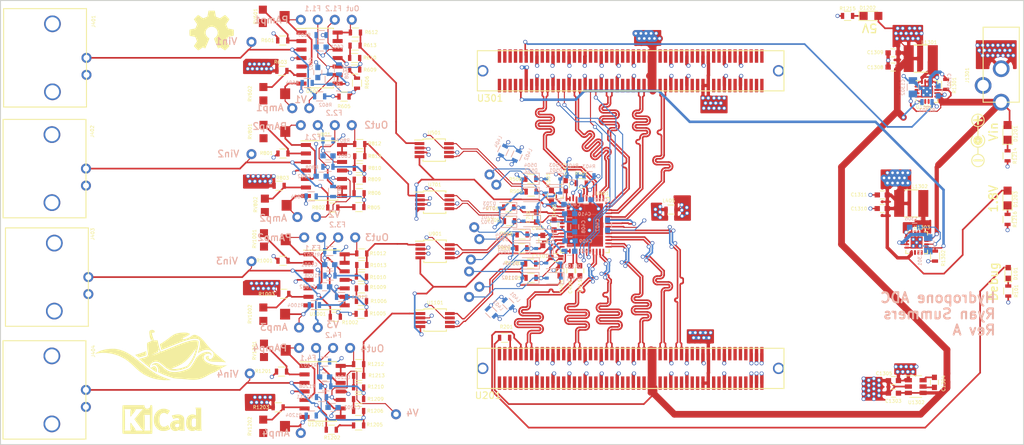
<source format=kicad_pcb>
(kicad_pcb (version 4) (host pcbnew 4.0.6-e0-6349~53~ubuntu16.04.1)
  (layers (0 F.Cu signal) (1 In1.Cu power) (2 In2.Cu power) (31 B.Cu signal) (34 B.Paste user) (35 F.Paste user) (36 B.SilkS user) (37 F.SilkS user) (38 B.Mask user) (39 F.Mask user) (44 Edge.Cuts user))
  (net 0 "")
  (net 1 GNDREF)
  (net 2 "Net-(C401-Pad1)")
  (net 3 /ADC/Vcm12)
  (net 4 /ADC/Vcm34)
  (net 5 +1V8)
  (net 6 "Net-(C406-Pad2)")
  (net 7 "Net-(C406-Pad1)")
  (net 8 GND)
  (net 9 "Net-(C601-Pad1)")
  (net 10 "Net-(C602-Pad2)")
  (net 11 "Net-(C801-Pad1)")
  (net 12 "Net-(C802-Pad2)")
  (net 13 "Net-(C1001-Pad1)")
  (net 14 "Net-(C1002-Pad2)")
  (net 15 "Net-(C1201-Pad1)")
  (net 16 "Net-(C1202-Pad2)")
  (net 17 /Power/Vin)
  (net 18 "Net-(C1304-Pad2)")
  (net 19 "Net-(C1304-Pad1)")
  (net 20 -5V)
  (net 21 "Net-(C1307-Pad2)")
  (net 22 "Net-(C1307-Pad1)")
  (net 23 +5V)
  (net 24 /ADC/Filter1/Vin)
  (net 25 /ADC/Filter2/Vin)
  (net 26 /ADC/Filter3/Vin)
  (net 27 /ADC/Filter4/Vin)
  (net 28 "Net-(J602-Pad1)")
  (net 29 "Net-(J603-Pad1)")
  (net 30 "Net-(J605-Pad1)")
  (net 31 "Net-(J607-Pad1)")
  (net 32 "Net-(J802-Pad1)")
  (net 33 "Net-(J803-Pad1)")
  (net 34 "Net-(J805-Pad1)")
  (net 35 "Net-(J807-Pad1)")
  (net 36 "Net-(J1002-Pad1)")
  (net 37 "Net-(J1003-Pad1)")
  (net 38 "Net-(J1005-Pad1)")
  (net 39 "Net-(J1007-Pad1)")
  (net 40 "Net-(J1202-Pad1)")
  (net 41 "Net-(J1203-Pad1)")
  (net 42 "Net-(J1205-Pad1)")
  (net 43 "Net-(J1207-Pad1)")
  (net 44 "Net-(R201-Pad2)")
  (net 45 "Net-(R402-Pad1)")
  (net 46 "/ADC/Diff Conv1/Vin")
  (net 47 "Net-(R601-Pad2)")
  (net 48 "Net-(R602-Pad2)")
  (net 49 "Net-(R603-Pad2)")
  (net 50 "Net-(R604-Pad1)")
  (net 51 "Net-(R606-Pad2)")
  (net 52 "Net-(R610-Pad2)")
  (net 53 "/ADC/Diff Conv2/Vin")
  (net 54 "Net-(R801-Pad2)")
  (net 55 "Net-(R802-Pad2)")
  (net 56 "Net-(R803-Pad2)")
  (net 57 "Net-(R804-Pad1)")
  (net 58 "Net-(R806-Pad2)")
  (net 59 "Net-(R810-Pad2)")
  (net 60 "/ADC/Diff Conv3/Vin")
  (net 61 "Net-(R1001-Pad2)")
  (net 62 "Net-(R1002-Pad2)")
  (net 63 "Net-(R1003-Pad2)")
  (net 64 "Net-(R1004-Pad1)")
  (net 65 "Net-(R1006-Pad2)")
  (net 66 "Net-(R1010-Pad2)")
  (net 67 "/ADC/Diff Conv4/Vin")
  (net 68 "Net-(R1201-Pad2)")
  (net 69 "Net-(R1202-Pad2)")
  (net 70 "Net-(R1203-Pad2)")
  (net 71 "Net-(R1204-Pad1)")
  (net 72 "Net-(R1206-Pad2)")
  (net 73 "Net-(R1210-Pad2)")
  (net 74 /vccio_en)
  (net 75 /v_good)
  (net 76 /data_clk-)
  (net 77 /data_clk+)
  (net 78 /fr_clk-)
  (net 79 /fr_clk+)
  (net 80 /out3a-)
  (net 81 /out3a+)
  (net 82 /out3b-)
  (net 83 /out4b+)
  (net 84 /out4a+)
  (net 85 /out4b-)
  (net 86 /out3b+)
  (net 87 /out4a-)
  (net 88 /out1a+)
  (net 89 /out1b-)
  (net 90 /out1b+)
  (net 91 /out2a+)
  (net 92 /out2b+)
  (net 93 /out2a-)
  (net 94 /out2b-)
  (net 95 /out1a-)
  (net 96 /ADC/v1+)
  (net 97 /ADC/v1-)
  (net 98 /ADC/v2+)
  (net 99 /ADC/v2-)
  (net 100 /ADC/v3+)
  (net 101 /ADC/v3-)
  (net 102 /ADC/v4+)
  (net 103 /ADC/v4-)
  (net 104 "/ADC/Diff Conv1/v+")
  (net 105 "/ADC/Diff Conv1/v-")
  (net 106 "/ADC/Diff Conv2/v+")
  (net 107 "/ADC/Diff Conv2/v-")
  (net 108 "/ADC/Diff Conv3/v+")
  (net 109 "/ADC/Diff Conv3/v-")
  (net 110 "/ADC/Diff Conv4/v+")
  (net 111 "/ADC/Diff Conv4/v-")
  (net 112 /MISO)
  (net 113 /SCK)
  (net 114 /MOSI)
  (net 115 /~CS)
  (net 116 "Net-(J1301-Pad3)")
  (net 117 "Net-(RV601-Pad3)")
  (net 118 "Net-(RV602-Pad3)")
  (net 119 "Net-(RV801-Pad3)")
  (net 120 "Net-(RV802-Pad3)")
  (net 121 "Net-(RV1001-Pad3)")
  (net 122 "Net-(RV1002-Pad3)")
  (net 123 "Net-(RV1201-Pad3)")
  (net 124 "Net-(RV1202-Pad3)")
  (net 125 /MicroZed-JX1/LVDS12-)
  (net 126 /MicroZed-JX1/LVDS12+)
  (net 127 "Net-(U201-Pad7)")
  (net 128 "Net-(U201-Pad3)")
  (net 129 "Net-(U201-Pad1)")
  (net 130 "Net-(U201-Pad89)")
  (net 131 "Net-(U201-Pad87)")
  (net 132 "Net-(U201-Pad93)")
  (net 133 "Net-(U201-Pad91)")
  (net 134 /MicroZed-JX1/LVDS20+)
  (net 135 "Net-(U201-Pad83)")
  (net 136 "Net-(U201-Pad81)")
  (net 137 /MicroZed-JX1/LVDS20-)
  (net 138 "Net-(U201-Pad92)")
  (net 139 "Net-(U201-Pad94)")
  (net 140 "Net-(U201-Pad84)")
  (net 141 "Net-(U201-Pad90)")
  (net 142 "Net-(U201-Pad82)")
  (net 143 "Net-(U201-Pad88)")
  (net 144 "Net-(U201-Pad68)")
  (net 145 "Net-(U201-Pad62)")
  (net 146 "Net-(U201-Pad64)")
  (net 147 "Net-(U201-Pad76)")
  (net 148 "Net-(U201-Pad70)")
  (net 149 "Net-(U201-Pad74)")
  (net 150 "Net-(U201-Pad50)")
  (net 151 "Net-(U201-Pad54)")
  (net 152 "Net-(U201-Pad56)")
  (net 153 "Net-(U201-Pad44)")
  (net 154 "Net-(U201-Pad48)")
  (net 155 "Net-(U201-Pad42)")
  (net 156 "Net-(U201-Pad38)")
  (net 157 "Net-(U201-Pad36)")
  (net 158 "Net-(U201-Pad32)")
  (net 159 "Net-(U201-Pad30)")
  (net 160 "Net-(U201-Pad26)")
  (net 161 "Net-(U201-Pad24)")
  (net 162 "Net-(U201-Pad20)")
  (net 163 "Net-(U201-Pad14)")
  (net 164 /MicroZed-JX1/SE1)
  (net 165 "Net-(U201-Pad18)")
  (net 166 "Net-(U201-Pad12)")
  (net 167 "Net-(U201-Pad6)")
  (net 168 "Net-(U201-Pad4)")
  (net 169 "Net-(U201-Pad2)")
  (net 170 "Net-(U201-Pad8)")
  (net 171 "Net-(U301-Pad49)")
  (net 172 "Net-(U301-Pad47)")
  (net 173 "Net-(U301-Pad43)")
  (net 174 "Net-(U301-Pad41)")
  (net 175 "Net-(U301-Pad37)")
  (net 176 "Net-(U301-Pad35)")
  (net 177 "Net-(U301-Pad31)")
  (net 178 "Net-(U301-Pad17)")
  (net 179 "Net-(U301-Pad23)")
  (net 180 "Net-(U301-Pad13)")
  (net 181 "Net-(U301-Pad19)")
  (net 182 "Net-(U301-Pad29)")
  (net 183 "Net-(U301-Pad25)")
  (net 184 "Net-(U301-Pad5)")
  (net 185 "Net-(U301-Pad7)")
  (net 186 "Net-(U301-Pad3)")
  (net 187 "Net-(U301-Pad1)")
  (net 188 "Net-(U301-Pad9)")
  (net 189 "Net-(U301-Pad89)")
  (net 190 "Net-(U301-Pad87)")
  (net 191 "Net-(U301-Pad93)")
  (net 192 "Net-(U301-Pad97)")
  (net 193 "Net-(U301-Pad99)")
  (net 194 "Net-(U301-Pad95)")
  (net 195 "Net-(U301-Pad73)")
  (net 196 "Net-(U301-Pad69)")
  (net 197 "Net-(U301-Pad67)")
  (net 198 "Net-(U301-Pad61)")
  (net 199 "Net-(U301-Pad53)")
  (net 200 "Net-(U301-Pad63)")
  (net 201 "Net-(U301-Pad55)")
  (net 202 "Net-(U301-Pad83)")
  (net 203 "Net-(U301-Pad81)")
  (net 204 "Net-(U301-Pad75)")
  (net 205 "Net-(U301-Pad100)")
  (net 206 "Net-(U301-Pad96)")
  (net 207 "Net-(U301-Pad98)")
  (net 208 "Net-(U301-Pad94)")
  (net 209 "Net-(U301-Pad84)")
  (net 210 "Net-(U301-Pad90)")
  (net 211 "Net-(U301-Pad82)")
  (net 212 "Net-(U301-Pad88)")
  (net 213 /MicroZed-JX2/LVDS19-)
  (net 214 /MicroZed-JX2/LVDS19+)
  (net 215 /MicroZed-JX2/LVDS11-)
  (net 216 /MicroZed-JX2/LVDS11+)
  (net 217 "Net-(U301-Pad14)")
  (net 218 "Net-(U301-Pad6)")
  (net 219 "Net-(U301-Pad4)")
  (net 220 "Net-(U301-Pad2)")
  (net 221 "Net-(U301-Pad8)")
  (net 222 "Net-(C601-Pad2)")
  (net 223 "Net-(C801-Pad2)")
  (net 224 "Net-(C1001-Pad2)")
  (net 225 "Net-(C1201-Pad2)")
  (net 226 "Net-(C1306-Pad1)")
  (net 227 "Net-(C1306-Pad2)")
  (net 228 /MicroZed-JX1/LVDS2+)
  (net 229 "Net-(U1303-Pad8)")
  (net 230 /ADC/1v8_analog)
  (net 231 /ADC/enc+)
  (net 232 /ADC/enc-)
  (net 233 /MicroZed-JX2/LVDS17+)
  (net 234 /MicroZed-JX2/LVDS17-)
  (net 235 /MicroZed-JX1/LVDS8-)
  (net 236 /MicroZed-JX1/LVDS8+)
  (net 237 /MicroZed-JX1/LVDS4+)
  (net 238 /MicroZed-JX1/LVDS4-)
  (net 239 /MicroZed-JX1/LVDS2-)
  (net 240 /MicroZed-JX1/SE0)
  (net 241 /enc+)
  (net 242 /enc-)
  (net 243 "Net-(D101-Pad1)")
  (net 244 "Net-(D1201-Pad1)")
  (net 245 "Net-(D1202-Pad1)")
  (net 246 "Net-(D1203-Pad1)")
  (module Diodes_SMD:D_SOD-323 (layer B.Cu) (at 166.31 81.77 180)
    (fp_text reference D1101 (at -3.05 -0.05 180) (layer B.SilkS) (effects (font (size 0.508 0.508) (thickness 0.0762)) (justify mirror)))
    (fp_text value D_Schottky)
    (pad 1 smd rect (at -1.05 0 180) (size 0.6 0.45) (layers B.Cu B.Paste B.Mask) (net 5 +1V8))
    (pad 2 smd rect (at 1.05 0 180) (size 0.6 0.45) (layers B.Cu B.Paste B.Mask) (net 103 /ADC/v4-))
  )
  (module Capacitors_SMD:C_0603 (layer B.Cu) (at 171.12 70.07)
    (fp_text reference C401 (at 2.28 0.03) (layer B.SilkS) (effects (font (size 0.508 0.508) (thickness 0.0762)) (justify mirror)))
    (fp_text value 1u)
    (pad 2 smd rect (at 0.75 0) (size 0.8 0.75) (layers B.Cu B.Paste B.Mask) (net 1 GNDREF))
    (pad 1 smd rect (at -0.75 0) (size 0.8 0.75) (layers B.Cu B.Paste B.Mask) (net 2 "Net-(C401-Pad1)"))
  )
  (module Capacitors_SMD:C_0603 (layer B.Cu) (at 167.07 70.75)
    (fp_text reference C402 (at 2.23 0.05) (layer B.SilkS) (effects (font (size 0.508 0.508) (thickness 0.0762)) (justify mirror)))
    (fp_text value 100n)
    (pad 2 smd rect (at 0.75 0) (size 0.8 0.75) (layers B.Cu B.Paste B.Mask) (net 1 GNDREF))
    (pad 1 smd rect (at -0.75 0) (size 0.8 0.75) (layers B.Cu B.Paste B.Mask) (net 3 /ADC/Vcm12))
  )
  (module Capacitors_SMD:C_0603 (layer B.Cu) (at 168.69 77.76)
    (fp_text reference C403 (at 2.41 -0.06) (layer B.SilkS) (effects (font (size 0.508 0.508) (thickness 0.0762)) (justify mirror)))
    (fp_text value 100n)
    (pad 2 smd rect (at 0.75 0) (size 0.8 0.75) (layers B.Cu B.Paste B.Mask) (net 1 GNDREF))
    (pad 1 smd rect (at -0.75 0) (size 0.8 0.75) (layers B.Cu B.Paste B.Mask) (net 4 /ADC/Vcm34))
  )
  (module Capacitors_SMD:C_0603 (layer F.Cu) (at 167.24 80.67 270)
    (fp_text reference C404 (at 2.36 -0.21 270) (layer F.SilkS) (effects (font (size 0.508 0.508) (thickness 0.0762))))
    (fp_text value 100n)
    (pad 2 smd rect (at 0.75 0 270) (size 0.8 0.75) (layers F.Cu F.Paste F.Mask) (net 1 GNDREF))
    (pad 1 smd rect (at -0.75 0 270) (size 0.8 0.75) (layers F.Cu F.Paste F.Mask) (net 230 /ADC/1v8_analog))
  )
  (module Capacitors_SMD:C_0603 (layer F.Cu) (at 168.86 80.67 90)
    (fp_text reference C405 (at -2.45 -0.07 90) (layer F.SilkS) (effects (font (size 0.508 0.508) (thickness 0.0762))))
    (fp_text value 100n)
    (pad 2 smd rect (at 0.75 0 90) (size 0.8 0.75) (layers F.Cu F.Paste F.Mask) (net 231 /ADC/enc+))
    (pad 1 smd rect (at -0.75 0 90) (size 0.8 0.75) (layers F.Cu F.Paste F.Mask) (net 241 /enc+))
  )
  (module Capacitors_SMD:C_0603 (layer F.Cu) (at 166.37 73.83 270)
    (fp_text reference C406 (at -2.17 -0.01 270) (layer F.SilkS) (effects (font (size 0.508 0.508) (thickness 0.0762))))
    (fp_text value 100n)
    (pad 2 smd rect (at 0.75 0 270) (size 0.8 0.75) (layers F.Cu F.Paste F.Mask) (net 6 "Net-(C406-Pad2)"))
    (pad 1 smd rect (at -0.75 0 270) (size 0.8 0.75) (layers F.Cu F.Paste F.Mask) (net 7 "Net-(C406-Pad1)"))
  )
  (module Capacitors_SMD:C_0603 (layer B.Cu) (at 174.35 73.86 270)
    (fp_text reference C407 (at 0 1.5 270) (layer B.SilkS) (effects (font (size 0.508 0.508) (thickness 0.0762)) (justify mirror)))
    (fp_text value 100n)
    (pad 2 smd rect (at 0.75 0 270) (size 0.8 0.75) (layers B.Cu B.Paste B.Mask) (net 8 GND))
    (pad 1 smd rect (at -0.75 0 270) (size 0.8 0.75) (layers B.Cu B.Paste B.Mask) (net 5 +1V8))
  )
  (module Capacitors_SMD:C_0603 (layer B.Cu) (at 169.44 74.1 270)
    (fp_text reference C408 (at 0 -1.3 270) (layer B.SilkS) (effects (font (size 0.508 0.508) (thickness 0.0762)) (justify mirror)))
    (fp_text value 2.2u)
    (pad 2 smd rect (at 0.75 0 270) (size 0.8 0.75) (layers B.Cu B.Paste B.Mask) (net 6 "Net-(C406-Pad2)"))
    (pad 1 smd rect (at -0.75 0 270) (size 0.8 0.75) (layers B.Cu B.Paste B.Mask) (net 7 "Net-(C406-Pad1)"))
  )
  (module Capacitors_SMD:C_0603 (layer B.Cu) (at 168.74 76.2 180)
    (fp_text reference C409 (at -2.35 -0.05 180) (layer B.SilkS) (effects (font (size 0.508 0.508) (thickness 0.0762)) (justify mirror)))
    (fp_text value 100n)
    (pad 2 smd rect (at 0.75 0 180) (size 0.8 0.75) (layers B.Cu B.Paste B.Mask) (net 6 "Net-(C406-Pad2)"))
    (pad 1 smd rect (at -0.75 0 180) (size 0.8 0.75) (layers B.Cu B.Paste B.Mask) (net 1 GNDREF))
  )
  (module Capacitors_SMD:C_0603 (layer B.Cu) (at 168.69 72.15)
    (fp_text reference C410 (at 2.21 0.05) (layer B.SilkS) (effects (font (size 0.508 0.508) (thickness 0.0762)) (justify mirror)))
    (fp_text value 100n)
    (pad 2 smd rect (at 0.75 0) (size 0.8 0.75) (layers B.Cu B.Paste B.Mask) (net 1 GNDREF))
    (pad 1 smd rect (at -0.75 0) (size 0.8 0.75) (layers B.Cu B.Paste B.Mask) (net 7 "Net-(C406-Pad1)"))
  )
  (module Capacitors_SMD:C_0603 (layer F.Cu) (at 165.97486 69.43226 90)
    (fp_text reference C501 (at 2.43226 -0.47486 90) (layer F.SilkS) (effects (font (size 0.508 0.508) (thickness 0.0762))))
    (fp_text value 10n)
    (pad 2 smd rect (at 0.75 0 90) (size 0.8 0.75) (layers F.Cu F.Paste F.Mask) (net 96 /ADC/v1+))
    (pad 1 smd rect (at -0.75 0 90) (size 0.8 0.75) (layers F.Cu F.Paste F.Mask) (net 97 /ADC/v1-))
  )
  (module Capacitors_SMD:C_0603 (layer B.Cu) (at 131.572 47.244)
    (fp_text reference C601 (at 2.3495 -0.0508) (layer B.SilkS) (effects (font (size 0.508 0.508) (thickness 0.0762)) (justify mirror)))
    (fp_text value 1n)
    (pad 2 smd rect (at 0.75 0) (size 0.8 0.75) (layers B.Cu B.Paste B.Mask) (net 222 "Net-(C601-Pad2)"))
    (pad 1 smd rect (at -0.75 0) (size 0.8 0.75) (layers B.Cu B.Paste B.Mask) (net 9 "Net-(C601-Pad1)"))
  )
  (module Capacitors_SMD:C_0603 (layer B.Cu) (at 131.064 51.054 270)
    (fp_text reference C602 (at -1.27 1.016 270) (layer B.SilkS) (effects (font (size 0.508 0.508) (thickness 0.0762)) (justify mirror)))
    (fp_text value 1n)
    (pad 2 smd rect (at 0.75 0 270) (size 0.8 0.75) (layers B.Cu B.Paste B.Mask) (net 10 "Net-(C602-Pad2)"))
    (pad 1 smd rect (at -0.75 0 270) (size 0.8 0.75) (layers B.Cu B.Paste B.Mask) (net 1 GNDREF))
  )
  (module Capacitors_SMD:C_0603 (layer F.Cu) (at 163.72 72.64 90)
    (fp_text reference C701 (at 0.04 -1.22 90) (layer F.SilkS) (effects (font (size 0.508 0.508) (thickness 0.0762))))
    (fp_text value 10n)
    (pad 2 smd rect (at 0.75 0 90) (size 0.8 0.75) (layers F.Cu F.Paste F.Mask) (net 98 /ADC/v2+))
    (pad 1 smd rect (at -0.75 0 90) (size 0.8 0.75) (layers F.Cu F.Paste F.Mask) (net 99 /ADC/v2-))
  )
  (module Capacitors_SMD:C_0603 (layer B.Cu) (at 132.588 63.5)
    (fp_text reference C801 (at 2.4511 0.0381) (layer B.SilkS) (effects (font (size 0.508 0.508) (thickness 0.0762)) (justify mirror)))
    (fp_text value 1n)
    (pad 2 smd rect (at 0.75 0) (size 0.8 0.75) (layers B.Cu B.Paste B.Mask) (net 223 "Net-(C801-Pad2)"))
    (pad 1 smd rect (at -0.75 0) (size 0.8 0.75) (layers B.Cu B.Paste B.Mask) (net 11 "Net-(C801-Pad1)"))
  )
  (module Capacitors_SMD:C_0603 (layer B.Cu) (at 131.572 66.548)
    (fp_text reference C802 (at -2.54 0.0127) (layer B.SilkS) (effects (font (size 0.508 0.508) (thickness 0.0762)) (justify mirror)))
    (fp_text value 1n)
    (pad 2 smd rect (at 0.75 0) (size 0.8 0.75) (layers B.Cu B.Paste B.Mask) (net 12 "Net-(C802-Pad2)"))
    (pad 1 smd rect (at -0.75 0) (size 0.8 0.75) (layers B.Cu B.Paste B.Mask) (net 1 GNDREF))
  )
  (module Capacitors_SMD:C_0603 (layer F.Cu) (at 164.68 76.14 90)
    (fp_text reference C901 (at 1.84 -0.68 180) (layer F.SilkS) (effects (font (size 0.508 0.508) (thickness 0.0762))))
    (fp_text value 10n)
    (pad 2 smd rect (at 0.75 0 90) (size 0.8 0.75) (layers F.Cu F.Paste F.Mask) (net 100 /ADC/v3+))
    (pad 1 smd rect (at -0.75 0 90) (size 0.8 0.75) (layers F.Cu F.Paste F.Mask) (net 101 /ADC/v3-))
  )
  (module Capacitors_SMD:C_0603 (layer B.Cu) (at 132.842 79.756)
    (fp_text reference C1001 (at -3.048 0) (layer B.SilkS) (effects (font (size 0.508 0.508) (thickness 0.0762)) (justify mirror)))
    (fp_text value 1n)
    (pad 2 smd rect (at 0.75 0) (size 0.8 0.75) (layers B.Cu B.Paste B.Mask) (net 224 "Net-(C1001-Pad2)"))
    (pad 1 smd rect (at -0.75 0) (size 0.8 0.75) (layers B.Cu B.Paste B.Mask) (net 13 "Net-(C1001-Pad1)"))
  )
  (module Capacitors_SMD:C_0603 (layer B.Cu) (at 132.08 83.058)
    (fp_text reference C1002 (at -2.54 0) (layer B.SilkS) (effects (font (size 0.508 0.508) (thickness 0.0762)) (justify mirror)))
    (fp_text value 1n)
    (pad 2 smd rect (at 0.75 0) (size 0.8 0.75) (layers B.Cu B.Paste B.Mask) (net 14 "Net-(C1002-Pad2)"))
    (pad 1 smd rect (at -0.75 0) (size 0.8 0.75) (layers B.Cu B.Paste B.Mask) (net 1 GNDREF))
  )
  (module Capacitors_SMD:C_0603 (layer F.Cu) (at 166.64 78.7 180)
    (fp_text reference C1101 (at 2.34 0.2 180) (layer F.SilkS) (effects (font (size 0.508 0.508) (thickness 0.0762))))
    (fp_text value 10n)
    (pad 2 smd rect (at 0.75 0 180) (size 0.8 0.75) (layers F.Cu F.Paste F.Mask) (net 102 /ADC/v4+))
    (pad 1 smd rect (at -0.75 0 180) (size 0.8 0.75) (layers F.Cu F.Paste F.Mask) (net 103 /ADC/v4-))
  )
  (module Capacitors_SMD:C_0603 (layer B.Cu) (at 132.08 96.52)
    (fp_text reference C1201 (at 2.63652 0.06604) (layer B.SilkS) (effects (font (size 0.508 0.508) (thickness 0.0762)) (justify mirror)))
    (fp_text value 1n)
    (pad 2 smd rect (at 0.75 0) (size 0.8 0.75) (layers B.Cu B.Paste B.Mask) (net 225 "Net-(C1201-Pad2)"))
    (pad 1 smd rect (at -0.75 0) (size 0.8 0.75) (layers B.Cu B.Paste B.Mask) (net 15 "Net-(C1201-Pad1)"))
  )
  (module Capacitors_SMD:C_0603 (layer B.Cu) (at 133.35 101.092 180)
    (fp_text reference C1202 (at -2.86004 0.01524 180) (layer B.SilkS) (effects (font (size 0.508 0.508) (thickness 0.0762)) (justify mirror)))
    (fp_text value 1n)
    (pad 2 smd rect (at 0.75 0 180) (size 0.8 0.75) (layers B.Cu B.Paste B.Mask) (net 16 "Net-(C1202-Pad2)"))
    (pad 1 smd rect (at -0.75 0 180) (size 0.8 0.75) (layers B.Cu B.Paste B.Mask) (net 1 GNDREF))
  )
  (module Capacitors_SMD:C_0805 (layer B.Cu) (at 222.25 76.708 270)
    (fp_text reference C1301 (at 1.992 1.25 270) (layer B.SilkS) (effects (font (size 0.508 0.508) (thickness 0.0762)) (justify mirror)))
    (fp_text value 10u)
    (pad 1 smd rect (at -1 0 270) (size 1 1.25) (layers B.Cu B.Paste B.Mask) (net 17 /Power/Vin))
    (pad 2 smd rect (at 1 0 270) (size 1 1.25) (layers B.Cu B.Paste B.Mask) (net 8 GND))
  )
  (module Capacitors_SMD:C_0805 (layer B.Cu) (at 219.958296 53.2559 90)
    (fp_text reference C1302 (at -0.0254 -1.4859 90) (layer B.SilkS) (effects (font (size 0.508 0.508) (thickness 0.0762)) (justify mirror)))
    (fp_text value 10u)
    (pad 1 smd rect (at -1 0 90) (size 1 1.25) (layers B.Cu B.Paste B.Mask) (net 17 /Power/Vin))
    (pad 2 smd rect (at 1 0 90) (size 1 1.25) (layers B.Cu B.Paste B.Mask) (net 8 GND))
  )
  (module Capacitors_SMD:C_0603 (layer F.Cu) (at 217.0516 98.9558 180)
    (fp_text reference C1303 (at 0.0127 -1.1684 180) (layer F.SilkS) (effects (font (size 0.508 0.508) (thickness 0.0762))))
    (fp_text value 2.2u)
    (pad 2 smd rect (at 0.75 0 180) (size 0.8 0.75) (layers F.Cu F.Paste F.Mask) (net 8 GND))
    (pad 1 smd rect (at -0.75 0 180) (size 0.8 0.75) (layers F.Cu F.Paste F.Mask) (net 23 +5V))
  )
  (module Capacitors_SMD:C_0603 (layer F.Cu) (at 223.173 97.3429 90)
    (fp_text reference C1304 (at -0.1524 1.3589 90) (layer F.SilkS) (effects (font (size 0.508 0.508) (thickness 0.0762))))
    (fp_text value 1u)
    (pad 2 smd rect (at 0.75 0 90) (size 0.8 0.75) (layers F.Cu F.Paste F.Mask) (net 18 "Net-(C1304-Pad2)"))
    (pad 1 smd rect (at -0.75 0 90) (size 0.8 0.75) (layers F.Cu F.Paste F.Mask) (net 19 "Net-(C1304-Pad1)"))
  )
  (module Capacitors_SMD:C_0603 (layer F.Cu) (at 217.0516 97.0762 180)
    (fp_text reference C1305 (at 1.4056 1.0642 180) (layer F.SilkS) (effects (font (size 0.508 0.508) (thickness 0.0762))))
    (fp_text value 2.2u)
    (pad 2 smd rect (at 0.75 0 180) (size 0.8 0.75) (layers F.Cu F.Paste F.Mask) (net 8 GND))
    (pad 1 smd rect (at -0.75 0 180) (size 0.8 0.75) (layers F.Cu F.Paste F.Mask) (net 20 -5V))
  )
  (module Capacitors_SMD:C_0603 (layer B.Cu) (at 223.730196 53.8147 270)
    (fp_text reference C1307 (at -1.4147 -1.669804 270) (layer B.SilkS) (effects (font (size 0.508 0.508) (thickness 0.0762)) (justify mirror)))
    (fp_text value 22n)
    (pad 2 smd rect (at 0.75 0 270) (size 0.8 0.75) (layers B.Cu B.Paste B.Mask) (net 21 "Net-(C1307-Pad2)"))
    (pad 1 smd rect (at -0.75 0 270) (size 0.8 0.75) (layers B.Cu B.Paste B.Mask) (net 22 "Net-(C1307-Pad1)"))
  )
  (module Capacitors_SMD:C_0603 (layer F.Cu) (at 217.00471 50.246852 180)
    (fp_text reference C1308 (at 2.6797 -0.0381 180) (layer F.SilkS) (effects (font (size 0.508 0.508) (thickness 0.0762))))
    (fp_text value 22u)
    (pad 2 smd rect (at 0.75 0 180) (size 0.8 0.75) (layers F.Cu F.Paste F.Mask) (net 8 GND))
    (pad 1 smd rect (at -0.75 0 180) (size 0.8 0.75) (layers F.Cu F.Paste F.Mask) (net 23 +5V))
  )
  (module Capacitors_SMD:C_0603 (layer F.Cu) (at 217.00471 48.113252 180)
    (fp_text reference C1309 (at 2.6797 0.0635 180) (layer F.SilkS) (effects (font (size 0.508 0.508) (thickness 0.0762))))
    (fp_text value 22u)
    (pad 2 smd rect (at 0.75 0 180) (size 0.8 0.75) (layers F.Cu F.Paste F.Mask) (net 8 GND))
    (pad 1 smd rect (at -0.75 0 180) (size 0.8 0.75) (layers F.Cu F.Paste F.Mask) (net 23 +5V))
  )
  (module Diodes_SMD:D_SOD-323 (layer B.Cu) (at 166.24 69.05 180)
    (fp_text reference D501 (at -0.37 3.42 180) (layer B.SilkS) (effects (font (size 0.508 0.508) (thickness 0.0762)) (justify mirror)))
    (fp_text value D_Schottky)
    (pad 1 smd rect (at -1.05 0 180) (size 0.6 0.45) (layers B.Cu B.Paste B.Mask) (net 5 +1V8))
    (pad 2 smd rect (at 1.05 0 180) (size 0.6 0.45) (layers B.Cu B.Paste B.Mask) (net 97 /ADC/v1-))
  )
  (module Diodes_SMD:D_SOD-323 (layer B.Cu) (at 162.64 69.05 180)
    (fp_text reference D502 (at -0.29 3.37 180) (layer B.SilkS) (effects (font (size 0.508 0.508) (thickness 0.0762)) (justify mirror)))
    (fp_text value D_Schottky)
    (pad 1 smd rect (at -1.05 0 180) (size 0.6 0.45) (layers B.Cu B.Paste B.Mask) (net 97 /ADC/v1-))
    (pad 2 smd rect (at 1.05 0 180) (size 0.6 0.45) (layers B.Cu B.Paste B.Mask) (net 1 GNDREF))
  )
  (module Diodes_SMD:D_SOD-323 (layer B.Cu) (at 166.24 66.95 180)
    (fp_text reference D503 (at -0.36 2.07 180) (layer B.SilkS) (effects (font (size 0.508 0.508) (thickness 0.0762)) (justify mirror)))
    (fp_text value D_Schottky)
    (pad 1 smd rect (at -1.05 0 180) (size 0.6 0.45) (layers B.Cu B.Paste B.Mask) (net 5 +1V8))
    (pad 2 smd rect (at 1.05 0 180) (size 0.6 0.45) (layers B.Cu B.Paste B.Mask) (net 96 /ADC/v1+))
  )
  (module Diodes_SMD:D_SOD-323 (layer B.Cu) (at 162.64 66.95 180)
    (fp_text reference D504 (at -0.21 2.05 180) (layer B.SilkS) (effects (font (size 0.508 0.508) (thickness 0.0762)) (justify mirror)))
    (fp_text value D_Schottky)
    (pad 1 smd rect (at -1.05 0 180) (size 0.6 0.45) (layers B.Cu B.Paste B.Mask) (net 96 /ADC/v1+))
    (pad 2 smd rect (at 1.05 0 180) (size 0.6 0.45) (layers B.Cu B.Paste B.Mask) (net 1 GNDREF))
  )
  (module Diodes_SMD:D_SOD-323 (layer B.Cu) (at 162.84 73.25 180)
    (fp_text reference D701 (at 6.45 0.56 180) (layer B.SilkS) (effects (font (size 0.508 0.508) (thickness 0.0762)) (justify mirror)))
    (fp_text value D_Schottky)
    (pad 1 smd rect (at -1.05 0 180) (size 0.6 0.45) (layers B.Cu B.Paste B.Mask) (net 5 +1V8))
    (pad 2 smd rect (at 1.05 0 180) (size 0.6 0.45) (layers B.Cu B.Paste B.Mask) (net 99 /ADC/v2-))
  )
  (module Diodes_SMD:D_SOD-323 (layer B.Cu) (at 159.29 73.35 180)
    (fp_text reference D702 (at 2.9 -0.05 180) (layer B.SilkS) (effects (font (size 0.508 0.508) (thickness 0.0762)) (justify mirror)))
    (fp_text value D_Schottky)
    (pad 1 smd rect (at -1.05 0 180) (size 0.6 0.45) (layers B.Cu B.Paste B.Mask) (net 99 /ADC/v2-))
    (pad 2 smd rect (at 1.05 0 180) (size 0.6 0.45) (layers B.Cu B.Paste B.Mask) (net 1 GNDREF))
  )
  (module Diodes_SMD:D_SOD-323 (layer B.Cu) (at 162.84 71.2 180)
    (fp_text reference D703 (at 6.12 0.57 180) (layer B.SilkS) (effects (font (size 0.508 0.508) (thickness 0.0762)) (justify mirror)))
    (fp_text value D_Schottky)
    (pad 1 smd rect (at -1.05 0 180) (size 0.6 0.45) (layers B.Cu B.Paste B.Mask) (net 5 +1V8))
    (pad 2 smd rect (at 1.05 0 180) (size 0.6 0.45) (layers B.Cu B.Paste B.Mask) (net 98 /ADC/v2+))
  )
  (module Diodes_SMD:D_SOD-323 (layer B.Cu) (at 159.29 71.3 180)
    (fp_text reference D704 (at 2.65 0 180) (layer B.SilkS) (effects (font (size 0.508 0.508) (thickness 0.0762)) (justify mirror)))
    (fp_text value D_Schottky)
    (pad 1 smd rect (at -1.05 0 180) (size 0.6 0.45) (layers B.Cu B.Paste B.Mask) (net 98 /ADC/v2+))
    (pad 2 smd rect (at 1.05 0 180) (size 0.6 0.45) (layers B.Cu B.Paste B.Mask) (net 1 GNDREF))
  )
  (module Diodes_SMD:D_SOD-323 (layer B.Cu) (at 164.74 77.35 180)
    (fp_text reference D901 (at 5.93 -0.46 180) (layer B.SilkS) (effects (font (size 0.508 0.508) (thickness 0.0762)) (justify mirror)))
    (fp_text value D_Schottky)
    (pad 1 smd rect (at -1.05 0 180) (size 0.6 0.45) (layers B.Cu B.Paste B.Mask) (net 5 +1V8))
    (pad 2 smd rect (at 1.05 0 180) (size 0.6 0.45) (layers B.Cu B.Paste B.Mask) (net 101 /ADC/v3-))
  )
  (module Diodes_SMD:D_SOD-323 (layer B.Cu) (at 161.24 77.35 180)
    (fp_text reference D902 (at 2.39 0.23 180) (layer B.SilkS) (effects (font (size 0.508 0.508) (thickness 0.0762)) (justify mirror)))
    (fp_text value D_Schottky)
    (pad 1 smd rect (at -1.05 0 180) (size 0.6 0.45) (layers B.Cu B.Paste B.Mask) (net 101 /ADC/v3-))
    (pad 2 smd rect (at 1.05 0 180) (size 0.6 0.45) (layers B.Cu B.Paste B.Mask) (net 1 GNDREF))
  )
  (module Diodes_SMD:D_SOD-323 (layer B.Cu) (at 164.74 75.3 180)
    (fp_text reference D903 (at 6.17 -0.68 180) (layer B.SilkS) (effects (font (size 0.508 0.508) (thickness 0.0762)) (justify mirror)))
    (fp_text value D_Schottky)
    (pad 1 smd rect (at -1.05 0 180) (size 0.6 0.45) (layers B.Cu B.Paste B.Mask) (net 5 +1V8))
    (pad 2 smd rect (at 1.05 0 180) (size 0.6 0.45) (layers B.Cu B.Paste B.Mask) (net 100 /ADC/v3+))
  )
  (module Diodes_SMD:D_SOD-323 (layer B.Cu) (at 161.29 75.3 180)
    (fp_text reference D904 (at 2.75 0 180) (layer B.SilkS) (effects (font (size 0.508 0.508) (thickness 0.0762)) (justify mirror)))
    (fp_text value D_Schottky)
    (pad 1 smd rect (at -1.05 0 180) (size 0.6 0.45) (layers B.Cu B.Paste B.Mask) (net 100 /ADC/v3+))
    (pad 2 smd rect (at 1.05 0 180) (size 0.6 0.45) (layers B.Cu B.Paste B.Mask) (net 1 GNDREF))
  )
  (module Diodes_SMD:D_SOD-323 (layer B.Cu) (at 162.61 81.77 180)
    (fp_text reference D1102 (at 2.882 0.08 180) (layer B.SilkS) (effects (font (size 0.508 0.508) (thickness 0.0762)) (justify mirror)))
    (fp_text value D_Schottky)
    (pad 1 smd rect (at -1.05 0 180) (size 0.6 0.45) (layers B.Cu B.Paste B.Mask) (net 103 /ADC/v4-))
    (pad 2 smd rect (at 1.05 0 180) (size 0.6 0.45) (layers B.Cu B.Paste B.Mask) (net 1 GNDREF))
  )
  (module Diodes_SMD:D_SOD-323 (layer B.Cu) (at 166.24 79.51 180)
    (fp_text reference D1103 (at -2.93 -0.46 180) (layer B.SilkS) (effects (font (size 0.508 0.508) (thickness 0.0762)) (justify mirror)))
    (fp_text value D_Schottky)
    (pad 1 smd rect (at -1.05 0 180) (size 0.6 0.45) (layers B.Cu B.Paste B.Mask) (net 5 +1V8))
    (pad 2 smd rect (at 1.05 0 180) (size 0.6 0.45) (layers B.Cu B.Paste B.Mask) (net 102 /ADC/v4+))
  )
  (module Diodes_SMD:D_SOD-323 (layer B.Cu) (at 162.66 79.57 180)
    (fp_text reference D1104 (at 2.78 -0.02 180) (layer B.SilkS) (effects (font (size 0.508 0.508) (thickness 0.0762)) (justify mirror)))
    (fp_text value D_Schottky)
    (pad 1 smd rect (at -1.05 0 180) (size 0.6 0.45) (layers B.Cu B.Paste B.Mask) (net 102 /ADC/v4+))
    (pad 2 smd rect (at 1.05 0 180) (size 0.6 0.45) (layers B.Cu B.Paste B.Mask) (net 1 GNDREF))
  )
  (module robosub_footprints:BNC-Coax-TE (layer F.Cu) (at 96.5123 48.86434 90)
    (fp_text reference J401 (at 5.439024 1.048299 90) (layer F.SilkS) (effects (font (size 0.508 0.508) (thickness 0.0762))))
    (fp_text value CONN_COAXIAL)
    (pad ~ thru_hole circle (at -5.08 -5.08 90) (size 2.5 2.5) (drill 2) (layers *.Cu *.Mask))
    (pad ~ thru_hole circle (at 5.08 -5.08 90) (size 2.5 2.5) (drill 2) (layers *.Cu *.Mask))
    (pad 1 thru_hole circle (at 0 0 90) (size 1.5 1.5) (drill 0.9) (layers *.Cu *.Mask) (net 24 /ADC/Filter1/Vin))
    (pad 2 thru_hole circle (at -2.54 0 90) (size 1.5 1.5) (drill 0.9) (layers *.Cu *.Mask) (net 1 GNDREF))
  )
  (module robosub_footprints:BNC-Coax-TE (layer F.Cu) (at 96.4361 65.4099 90)
    (fp_text reference J402 (at 5.5499 0.9398 90) (layer F.SilkS) (effects (font (size 0.508 0.508) (thickness 0.0762))))
    (fp_text value CONN_COAXIAL)
    (pad ~ thru_hole circle (at -5.08 -5.08 90) (size 2.5 2.5) (drill 2) (layers *.Cu *.Mask))
    (pad ~ thru_hole circle (at 5.08 -5.08 90) (size 2.5 2.5) (drill 2) (layers *.Cu *.Mask))
    (pad 1 thru_hole circle (at 0 0 90) (size 1.5 1.5) (drill 0.9) (layers *.Cu *.Mask) (net 25 /ADC/Filter2/Vin))
    (pad 2 thru_hole circle (at -2.54 0 90) (size 1.5 1.5) (drill 0.9) (layers *.Cu *.Mask) (net 1 GNDREF))
  )
  (module robosub_footprints:BNC-Coax-TE (layer F.Cu) (at 96.7917 81.6151 90)
    (fp_text reference J403 (at 6.42366 0.63374 90) (layer F.SilkS) (effects (font (size 0.508 0.508) (thickness 0.0762))))
    (fp_text value CONN_COAXIAL)
    (pad ~ thru_hole circle (at -5.08 -5.08 90) (size 2.5 2.5) (drill 2) (layers *.Cu *.Mask))
    (pad ~ thru_hole circle (at 5.08 -5.08 90) (size 2.5 2.5) (drill 2) (layers *.Cu *.Mask))
    (pad 1 thru_hole circle (at 0 0 90) (size 1.5 1.5) (drill 0.9) (layers *.Cu *.Mask) (net 26 /ADC/Filter3/Vin))
    (pad 2 thru_hole circle (at -2.54 0 90) (size 1.5 1.5) (drill 0.9) (layers *.Cu *.Mask) (net 1 GNDREF))
  )
  (module robosub_footprints:BNC-Coax-TE (layer F.Cu) (at 96.4234 98.468 90)
    (fp_text reference J404 (at 5.770124 1.100999 90) (layer F.SilkS) (effects (font (size 0.508 0.508) (thickness 0.0762))))
    (fp_text value CONN_COAXIAL)
    (pad ~ thru_hole circle (at -5.08 -5.08 90) (size 2.5 2.5) (drill 2) (layers *.Cu *.Mask))
    (pad ~ thru_hole circle (at 5.08 -5.08 90) (size 2.5 2.5) (drill 2) (layers *.Cu *.Mask))
    (pad 1 thru_hole circle (at 0 0 90) (size 1.5 1.5) (drill 0.9) (layers *.Cu *.Mask) (net 27 /ADC/Filter4/Vin))
    (pad 2 thru_hole circle (at -2.54 0 90) (size 1.5 1.5) (drill 0.9) (layers *.Cu *.Mask) (net 1 GNDREF))
  )
  (module robosub_footprints:BarrelJack-CUI (layer F.Cu) (at 233.15 52.99 270)
    (fp_text reference J1301 (at -1.524 5.08 270) (layer F.SilkS) (effects (font (size 0.508 0.508) (thickness 0.0762))))
    (fp_text value BARREL_JACK)
    (pad 3 thru_hole circle (at 0 2.7 270) (size 2.5 2.5) (drill 1.7) (layers *.Cu *.Mask) (net 116 "Net-(J1301-Pad3)"))
    (pad 1 thru_hole circle (at 2.5 0 270) (size 2.5 2.5) (drill 1.7) (layers *.Cu *.Mask) (net 17 /Power/Vin))
    (pad 2 thru_hole circle (at -2.5 0 270) (size 2.5 2.5) (drill 1.7) (layers *.Cu *.Mask) (net 8 GND))
  )
  (module Resistors_SMD:R_0603 (layer B.Cu) (at 159.512 85.598 135)
    (fp_text reference L401 (at 0 1.45 135) (layer B.SilkS) (effects (font (size 0.508 0.508) (thickness 0.0762)) (justify mirror)))
    (fp_text value Ferrite_Bead)
    (pad 1 smd rect (at -0.75 0 135) (size 0.5 0.9) (layers B.Cu B.Paste B.Mask) (net 8 GND))
    (pad 2 smd rect (at 0.75 0 135) (size 0.5 0.9) (layers B.Cu B.Paste B.Mask) (net 1 GNDREF))
  )
  (module Resistors_SMD:R_0603 (layer B.Cu) (at 160.782 63.5 245)
    (fp_text reference L402 (at -0.90732 -1.472513 245) (layer B.SilkS) (effects (font (size 0.508 0.508) (thickness 0.0762)) (justify mirror)))
    (fp_text value Ferrite_Bead)
    (pad 1 smd rect (at -0.75 0 245) (size 0.5 0.9) (layers B.Cu B.Paste B.Mask) (net 8 GND))
    (pad 2 smd rect (at 0.75 0 245) (size 0.5 0.9) (layers B.Cu B.Paste B.Mask) (net 1 GNDREF))
  )
  (module robosub_footprints:Inductor-3.6mm-Pitch-4.0mm-Length-1.5mm-Width (layer F.Cu) (at 221.13221 48.976852)
    (fp_text reference L1301 (at 1.25419 -2.424252) (layer F.SilkS) (effects (font (size 0.508 0.508) (thickness 0.0762))))
    (fp_text value 4.7u)
    (pad 1 smd rect (at 1.8 0) (size 1.5 4) (layers F.Cu F.Paste F.Mask) (net 22 "Net-(C1307-Pad1)"))
    (pad 2 smd rect (at -1.8 0) (size 1.5 4) (layers F.Cu F.Paste F.Mask) (net 23 +5V))
  )
  (module Resistors_SMD:R_0603 (layer F.Cu) (at 158.97 90.68)
    (fp_text reference R201 (at 0.267229 -1.6317) (layer F.SilkS) (effects (font (size 0.508 0.508) (thickness 0.0762))))
    (fp_text value 10k)
    (pad 1 smd rect (at -0.75 0) (size 0.5 0.9) (layers F.Cu F.Paste F.Mask) (net 23 +5V))
    (pad 2 smd rect (at 0.75 0) (size 0.5 0.9) (layers F.Cu F.Paste F.Mask) (net 44 "Net-(R201-Pad2)"))
  )
  (module Resistors_SMD:R_0603 (layer F.Cu) (at 170.43 67.59)
    (fp_text reference R401 (at 0 -1.45) (layer F.SilkS) (effects (font (size 0.508 0.508) (thickness 0.0762))))
    (fp_text value 2k)
    (pad 1 smd rect (at -0.75 0) (size 0.5 0.9) (layers F.Cu F.Paste F.Mask) (net 5 +1V8))
    (pad 2 smd rect (at 0.75 0) (size 0.5 0.9) (layers F.Cu F.Paste F.Mask) (net 114 /MOSI))
  )
  (module Resistors_SMD:R_0603 (layer B.Cu) (at 169.0438 66.4179 180)
    (fp_text reference R402 (at 0 1.45 180) (layer B.SilkS) (effects (font (size 0.508 0.508) (thickness 0.0762)) (justify mirror)))
    (fp_text value 0)
    (pad 1 smd rect (at -0.75 0 180) (size 0.5 0.9) (layers B.Cu B.Paste B.Mask) (net 45 "Net-(R402-Pad1)"))
    (pad 2 smd rect (at 0.75 0 180) (size 0.5 0.9) (layers B.Cu B.Paste B.Mask) (net 5 +1V8))
  )
  (module Resistors_SMD:R_0603 (layer B.Cu) (at 171.57 66.54 180)
    (fp_text reference R403 (at 0 1.45 180) (layer B.SilkS) (effects (font (size 0.508 0.508) (thickness 0.0762)) (justify mirror)))
    (fp_text value 0)
    (pad 1 smd rect (at -0.75 0 180) (size 0.5 0.9) (layers B.Cu B.Paste B.Mask) (net 8 GND))
    (pad 2 smd rect (at 0.75 0 180) (size 0.5 0.9) (layers B.Cu B.Paste B.Mask) (net 45 "Net-(R402-Pad1)"))
  )
  (module Resistors_SMD:R_0603 (layer F.Cu) (at 162.94 68.85)
    (fp_text reference R505 (at -2.24 -0.05) (layer F.SilkS) (effects (font (size 0.508 0.508) (thickness 0.0762))))
    (fp_text value 100)
    (pad 1 smd rect (at -0.75 0) (size 0.5 0.9) (layers F.Cu F.Paste F.Mask) (net 105 "/ADC/Diff Conv1/v-"))
    (pad 2 smd rect (at 0.75 0) (size 0.5 0.9) (layers F.Cu F.Paste F.Mask) (net 97 /ADC/v1-))
  )
  (module Resistors_SMD:R_0603 (layer F.Cu) (at 162.89 66.95)
    (fp_text reference R506 (at -2.29 0.05) (layer F.SilkS) (effects (font (size 0.508 0.508) (thickness 0.0762))))
    (fp_text value 100)
    (pad 1 smd rect (at -0.75 0) (size 0.5 0.9) (layers F.Cu F.Paste F.Mask) (net 104 "/ADC/Diff Conv1/v+"))
    (pad 2 smd rect (at 0.75 0) (size 0.5 0.9) (layers F.Cu F.Paste F.Mask) (net 96 /ADC/v1+))
  )
  (module Resistors_SMD:R_0603 (layer F.Cu) (at 125.82802 46.27608)
    (fp_text reference R601 (at -2.2479 -0.0254) (layer F.SilkS) (effects (font (size 0.508 0.508) (thickness 0.0762))))
    (fp_text value 10k)
    (pad 1 smd rect (at -0.75 0) (size 0.5 0.9) (layers F.Cu F.Paste F.Mask) (net 1 GNDREF))
    (pad 2 smd rect (at 0.75 0) (size 0.5 0.9) (layers F.Cu F.Paste F.Mask) (net 47 "Net-(R601-Pad2)"))
  )
  (module Resistors_SMD:R_0603 (layer B.Cu) (at 131.33982 54.61998)
    (fp_text reference R602 (at 0.86018 1.28002) (layer B.SilkS) (effects (font (size 0.508 0.508) (thickness 0.0762)) (justify mirror)))
    (fp_text value 0)
    (pad 1 smd rect (at -0.75 0) (size 0.5 0.9) (layers B.Cu B.Paste B.Mask) (net 24 /ADC/Filter1/Vin))
    (pad 2 smd rect (at 0.75 0) (size 0.5 0.9) (layers B.Cu B.Paste B.Mask) (net 48 "Net-(R602-Pad2)"))
  )
  (module Resistors_SMD:R_0603 (layer F.Cu) (at 125.70102 50.80998)
    (fp_text reference R603 (at -0.20102 -1.30998) (layer F.SilkS) (effects (font (size 0.508 0.508) (thickness 0.0762))))
    (fp_text value 10k)
    (pad 1 smd rect (at -0.75 0) (size 0.5 0.9) (layers F.Cu F.Paste F.Mask) (net 1 GNDREF))
    (pad 2 smd rect (at 0.75 0) (size 0.5 0.9) (layers F.Cu F.Paste F.Mask) (net 49 "Net-(R603-Pad2)"))
  )
  (module Resistors_SMD:R_0603 (layer B.Cu) (at 129.48562 52.61338 180)
    (fp_text reference R604 (at 2.23162 0.03538 180) (layer B.SilkS) (effects (font (size 0.508 0.508) (thickness 0.0762)) (justify mirror)))
    (fp_text value 0)
    (pad 1 smd rect (at -0.75 0 180) (size 0.5 0.9) (layers B.Cu B.Paste B.Mask) (net 50 "Net-(R604-Pad1)"))
    (pad 2 smd rect (at 0.75 0 180) (size 0.5 0.9) (layers B.Cu B.Paste B.Mask) (net 29 "Net-(J603-Pad1)"))
  )
  (module Resistors_SMD:R_0603 (layer F.Cu) (at 134.98472 54.65808 180)
    (fp_text reference R605 (at 0 -1.45 180) (layer F.SilkS) (effects (font (size 0.508 0.508) (thickness 0.0762))))
    (fp_text value 0)
    (pad 1 smd rect (at -0.75 0 180) (size 0.5 0.9) (layers F.Cu F.Paste F.Mask) (net 50 "Net-(R604-Pad1)"))
    (pad 2 smd rect (at 0.75 0 180) (size 0.5 0.9) (layers F.Cu F.Paste F.Mask) (net 48 "Net-(R602-Pad2)"))
  )
  (module Resistors_SMD:R_0603 (layer F.Cu) (at 136.92782 52.65148 90)
    (fp_text reference R606 (at 0.1143 1.4859 90) (layer F.SilkS) (effects (font (size 0.508 0.508) (thickness 0.0762))))
    (fp_text value 0)
    (pad 1 smd rect (at -0.75 0 90) (size 0.5 0.9) (layers F.Cu F.Paste F.Mask) (net 50 "Net-(R604-Pad1)"))
    (pad 2 smd rect (at 0.75 0 90) (size 0.5 0.9) (layers F.Cu F.Paste F.Mask) (net 51 "Net-(R606-Pad2)"))
  )
  (module Resistors_SMD:R_0603 (layer B.Cu) (at 131.572 45.466)
    (fp_text reference R607 (at -2.54 0) (layer B.SilkS) (effects (font (size 0.508 0.508) (thickness 0.0762)) (justify mirror)))
    (fp_text value 10k)
    (pad 1 smd rect (at -0.75 0) (size 0.5 0.9) (layers B.Cu B.Paste B.Mask) (net 9 "Net-(C601-Pad1)"))
    (pad 2 smd rect (at 0.75 0) (size 0.5 0.9) (layers B.Cu B.Paste B.Mask) (net 1 GNDREF))
  )
  (module Resistors_SMD:R_0603 (layer B.Cu) (at 134.22272 50.53058 270)
    (fp_text reference R608 (at 0.52342 -1.15928 270) (layer B.SilkS) (effects (font (size 0.508 0.508) (thickness 0.0762)) (justify mirror)))
    (fp_text value 0)
    (pad 1 smd rect (at -0.75 0 270) (size 0.5 0.9) (layers B.Cu B.Paste B.Mask) (net 222 "Net-(C601-Pad2)"))
    (pad 2 smd rect (at 0.75 0 270) (size 0.5 0.9) (layers B.Cu B.Paste B.Mask) (net 30 "Net-(J605-Pad1)"))
  )
  (module Resistors_SMD:R_0603 (layer F.Cu) (at 136.57292 50.61948 180)
    (fp_text reference R609 (at -2.298 -0.0381 180) (layer F.SilkS) (effects (font (size 0.508 0.508) (thickness 0.0762))))
    (fp_text value 0)
    (pad 1 smd rect (at -0.75 0 180) (size 0.5 0.9) (layers F.Cu F.Paste F.Mask) (net 222 "Net-(C601-Pad2)"))
    (pad 2 smd rect (at 0.75 0 180) (size 0.5 0.9) (layers F.Cu F.Paste F.Mask) (net 51 "Net-(R606-Pad2)"))
  )
  (module Resistors_SMD:R_0603 (layer F.Cu) (at 136.57222 48.87958 180)
    (fp_text reference R610 (at -2.2733 0.0254 180) (layer F.SilkS) (effects (font (size 0.508 0.508) (thickness 0.0762))))
    (fp_text value 0)
    (pad 1 smd rect (at -0.75 0 180) (size 0.5 0.9) (layers F.Cu F.Paste F.Mask) (net 222 "Net-(C601-Pad2)"))
    (pad 2 smd rect (at 0.75 0 180) (size 0.5 0.9) (layers F.Cu F.Paste F.Mask) (net 52 "Net-(R610-Pad2)"))
  )
  (module Resistors_SMD:R_0603 (layer B.Cu) (at 132.842 52.07 270)
    (fp_text reference R611 (at 1.016 -1.27 270) (layer B.SilkS) (effects (font (size 0.508 0.508) (thickness 0.0762)) (justify mirror)))
    (fp_text value 3.16k)
    (pad 1 smd rect (at -0.75 0 270) (size 0.5 0.9) (layers B.Cu B.Paste B.Mask) (net 10 "Net-(C602-Pad2)"))
    (pad 2 smd rect (at 0.75 0 270) (size 0.5 0.9) (layers B.Cu B.Paste B.Mask) (net 50 "Net-(R604-Pad1)"))
  )
  (module Resistors_SMD:R_0603 (layer F.Cu) (at 136.68652 45.08228 180)
    (fp_text reference R612 (at -2.3876 0.0381 180) (layer F.SilkS) (effects (font (size 0.508 0.508) (thickness 0.0762))))
    (fp_text value 0)
    (pad 1 smd rect (at -0.75 0 180) (size 0.5 0.9) (layers F.Cu F.Paste F.Mask) (net 46 "/ADC/Diff Conv1/Vin"))
    (pad 2 smd rect (at 0.75 0 180) (size 0.5 0.9) (layers F.Cu F.Paste F.Mask) (net 31 "Net-(J607-Pad1)"))
  )
  (module Resistors_SMD:R_0603 (layer F.Cu) (at 136.63572 47.03808 180)
    (fp_text reference R613 (at -2.2225 0.0508 180) (layer F.SilkS) (effects (font (size 0.508 0.508) (thickness 0.0762))))
    (fp_text value 0)
    (pad 1 smd rect (at -0.75 0 180) (size 0.5 0.9) (layers F.Cu F.Paste F.Mask) (net 46 "/ADC/Diff Conv1/Vin"))
    (pad 2 smd rect (at 0.75 0 180) (size 0.5 0.9) (layers F.Cu F.Paste F.Mask) (net 52 "Net-(R610-Pad2)"))
  )
  (module Resistors_SMD:R_0603 (layer F.Cu) (at 159.69 73.25)
    (fp_text reference R705 (at -2.39 -0.15) (layer F.SilkS) (effects (font (size 0.508 0.508) (thickness 0.0762))))
    (fp_text value 100)
    (pad 1 smd rect (at -0.75 0) (size 0.5 0.9) (layers F.Cu F.Paste F.Mask) (net 107 "/ADC/Diff Conv2/v-"))
    (pad 2 smd rect (at 0.75 0) (size 0.5 0.9) (layers F.Cu F.Paste F.Mask) (net 99 /ADC/v2-))
  )
  (module Resistors_SMD:R_0603 (layer F.Cu) (at 159.59 71.2)
    (fp_text reference R706 (at -2.49 0.2) (layer F.SilkS) (effects (font (size 0.508 0.508) (thickness 0.0762))))
    (fp_text value 100)
    (pad 1 smd rect (at -0.75 0) (size 0.5 0.9) (layers F.Cu F.Paste F.Mask) (net 106 "/ADC/Diff Conv2/v+"))
    (pad 2 smd rect (at 0.75 0) (size 0.5 0.9) (layers F.Cu F.Paste F.Mask) (net 98 /ADC/v2+))
  )
  (module Resistors_SMD:R_0603 (layer F.Cu) (at 125.8623 63.1493)
    (fp_text reference R801 (at -2.4765 -0.0508) (layer F.SilkS) (effects (font (size 0.508 0.508) (thickness 0.0762))))
    (fp_text value 10k)
    (pad 1 smd rect (at -0.75 0) (size 0.5 0.9) (layers F.Cu F.Paste F.Mask) (net 1 GNDREF))
    (pad 2 smd rect (at 0.75 0) (size 0.5 0.9) (layers F.Cu F.Paste F.Mask) (net 54 "Net-(R801-Pad2)"))
  )
  (module Resistors_SMD:R_0603 (layer F.Cu) (at 133.3045 71.22396)
    (fp_text reference R802 (at -2.14376 0) (layer F.SilkS) (effects (font (size 0.508 0.508) (thickness 0.0762))))
    (fp_text value 0)
    (pad 1 smd rect (at -0.75 0) (size 0.5 0.9) (layers F.Cu F.Paste F.Mask) (net 25 /ADC/Filter2/Vin))
    (pad 2 smd rect (at 0.75 0) (size 0.5 0.9) (layers F.Cu F.Paste F.Mask) (net 55 "Net-(R802-Pad2)"))
  )
  (module Resistors_SMD:R_0603 (layer F.Cu) (at 125.2908 67.9753)
    (fp_text reference R803 (at 0.5092 -1.1753) (layer F.SilkS) (effects (font (size 0.508 0.508) (thickness 0.0762))))
    (fp_text value 10k)
    (pad 1 smd rect (at -0.75 0) (size 0.5 0.9) (layers F.Cu F.Paste F.Mask) (net 1 GNDREF))
    (pad 2 smd rect (at 0.75 0) (size 0.5 0.9) (layers F.Cu F.Paste F.Mask) (net 56 "Net-(R803-Pad2)"))
  )
  (module Resistors_SMD:R_0603 (layer B.Cu) (at 130.0787 69.5501 180)
    (fp_text reference R804 (at 2.0787 -0.0499 180) (layer B.SilkS) (effects (font (size 0.508 0.508) (thickness 0.0762)) (justify mirror)))
    (fp_text value 0)
    (pad 1 smd rect (at -0.75 0 180) (size 0.5 0.9) (layers B.Cu B.Paste B.Mask) (net 57 "Net-(R804-Pad1)"))
    (pad 2 smd rect (at 0.75 0 180) (size 0.5 0.9) (layers B.Cu B.Paste B.Mask) (net 33 "Net-(J803-Pad1)"))
  )
  (module Resistors_SMD:R_0603 (layer F.Cu) (at 137.20086 71.15792 180)
    (fp_text reference R805 (at -2.21996 -0.06604 180) (layer F.SilkS) (effects (font (size 0.508 0.508) (thickness 0.0762))))
    (fp_text value 0)
    (pad 1 smd rect (at -0.75 0 180) (size 0.5 0.9) (layers F.Cu F.Paste F.Mask) (net 57 "Net-(R804-Pad1)"))
    (pad 2 smd rect (at 0.75 0 180) (size 0.5 0.9) (layers F.Cu F.Paste F.Mask) (net 55 "Net-(R802-Pad2)"))
  )
  (module Resistors_SMD:R_0603 (layer F.Cu) (at 137.23642 69.07512 180)
    (fp_text reference R806 (at -2.28092 0.01524 180) (layer F.SilkS) (effects (font (size 0.508 0.508) (thickness 0.0762))))
    (fp_text value 0)
    (pad 1 smd rect (at -0.75 0 180) (size 0.5 0.9) (layers F.Cu F.Paste F.Mask) (net 57 "Net-(R804-Pad1)"))
    (pad 2 smd rect (at 0.75 0 180) (size 0.5 0.9) (layers F.Cu F.Paste F.Mask) (net 58 "Net-(R806-Pad2)"))
  )
  (module Resistors_SMD:R_0603 (layer B.Cu) (at 132.588 61.214)
    (fp_text reference R807 (at 2.286 0) (layer B.SilkS) (effects (font (size 0.508 0.508) (thickness 0.0762)) (justify mirror)))
    (fp_text value 10k)
    (pad 1 smd rect (at -0.75 0) (size 0.5 0.9) (layers B.Cu B.Paste B.Mask) (net 11 "Net-(C801-Pad1)"))
    (pad 2 smd rect (at 0.75 0) (size 0.5 0.9) (layers B.Cu B.Paste B.Mask) (net 1 GNDREF))
  )
  (module Resistors_SMD:R_0603 (layer B.Cu) (at 132.5806 65.1432 180)
    (fp_text reference R808 (at 2.3876 -0.0889 180) (layer B.SilkS) (effects (font (size 0.508 0.508) (thickness 0.0762)) (justify mirror)))
    (fp_text value 0)
    (pad 1 smd rect (at -0.75 0 180) (size 0.5 0.9) (layers B.Cu B.Paste B.Mask) (net 223 "Net-(C801-Pad2)"))
    (pad 2 smd rect (at 0.75 0 180) (size 0.5 0.9) (layers B.Cu B.Paste B.Mask) (net 34 "Net-(J805-Pad1)"))
  )
  (module Resistors_SMD:R_0603 (layer F.Cu) (at 137.26182 67.05836 180)
    (fp_text reference R809 (at -2.25552 0.03556 180) (layer F.SilkS) (effects (font (size 0.508 0.508) (thickness 0.0762))))
    (fp_text value 0)
    (pad 1 smd rect (at -0.75 0 180) (size 0.5 0.9) (layers F.Cu F.Paste F.Mask) (net 223 "Net-(C801-Pad2)"))
    (pad 2 smd rect (at 0.75 0 180) (size 0.5 0.9) (layers F.Cu F.Paste F.Mask) (net 58 "Net-(R806-Pad2)"))
  )
  (module Resistors_SMD:R_0603 (layer F.Cu) (at 137.27522 65.32608 180)
    (fp_text reference R810 (at -2.298 -0.01524 180) (layer F.SilkS) (effects (font (size 0.508 0.508) (thickness 0.0762))))
    (fp_text value 0)
    (pad 1 smd rect (at -0.75 0 180) (size 0.5 0.9) (layers F.Cu F.Paste F.Mask) (net 223 "Net-(C801-Pad2)"))
    (pad 2 smd rect (at 0.75 0 180) (size 0.5 0.9) (layers F.Cu F.Paste F.Mask) (net 59 "Net-(R810-Pad2)"))
  )
  (module Resistors_SMD:R_0603 (layer B.Cu) (at 133.35 68.834 270)
    (fp_text reference R811 (at -0.034 -0.95 270) (layer B.SilkS) (effects (font (size 0.508 0.508) (thickness 0.0762)) (justify mirror)))
    (fp_text value 3.16k)
    (pad 1 smd rect (at -0.75 0 270) (size 0.5 0.9) (layers B.Cu B.Paste B.Mask) (net 12 "Net-(C802-Pad2)"))
    (pad 2 smd rect (at 0.75 0 270) (size 0.5 0.9) (layers B.Cu B.Paste B.Mask) (net 57 "Net-(R804-Pad1)"))
  )
  (module Resistors_SMD:R_0603 (layer F.Cu) (at 137.3304 61.7396 180)
    (fp_text reference R812 (at -2.2352 0.0762 180) (layer F.SilkS) (effects (font (size 0.508 0.508) (thickness 0.0762))))
    (fp_text value 0)
    (pad 1 smd rect (at -0.75 0 180) (size 0.5 0.9) (layers F.Cu F.Paste F.Mask) (net 53 "/ADC/Diff Conv2/Vin"))
    (pad 2 smd rect (at 0.75 0 180) (size 0.5 0.9) (layers F.Cu F.Paste F.Mask) (net 35 "Net-(J807-Pad1)"))
  )
  (module Resistors_SMD:R_0603 (layer F.Cu) (at 137.3304 63.5557 180)
    (fp_text reference R813 (at -2.2352 0 180) (layer F.SilkS) (effects (font (size 0.508 0.508) (thickness 0.0762))))
    (fp_text value 0)
    (pad 1 smd rect (at -0.75 0 180) (size 0.5 0.9) (layers F.Cu F.Paste F.Mask) (net 53 "/ADC/Diff Conv2/Vin"))
    (pad 2 smd rect (at 0.75 0 180) (size 0.5 0.9) (layers F.Cu F.Paste F.Mask) (net 59 "Net-(R810-Pad2)"))
  )
  (module Resistors_SMD:R_0603 (layer F.Cu) (at 161.54 77.3)
    (fp_text reference R905 (at -2.6 0) (layer F.SilkS) (effects (font (size 0.508 0.508) (thickness 0.0762))))
    (fp_text value 100)
    (pad 1 smd rect (at -0.75 0) (size 0.5 0.9) (layers F.Cu F.Paste F.Mask) (net 109 "/ADC/Diff Conv3/v-"))
    (pad 2 smd rect (at 0.75 0) (size 0.5 0.9) (layers F.Cu F.Paste F.Mask) (net 101 /ADC/v3-))
  )
  (module Resistors_SMD:R_0603 (layer F.Cu) (at 161.59 75.25)
    (fp_text reference R906 (at -2.35 -0.1) (layer F.SilkS) (effects (font (size 0.508 0.508) (thickness 0.0762))))
    (fp_text value 100)
    (pad 1 smd rect (at -0.75 0) (size 0.5 0.9) (layers F.Cu F.Paste F.Mask) (net 108 "/ADC/Diff Conv3/v+"))
    (pad 2 smd rect (at 0.75 0) (size 0.5 0.9) (layers F.Cu F.Paste F.Mask) (net 100 /ADC/v3+))
  )
  (module Resistors_SMD:R_0603 (layer F.Cu) (at 125.86738 79.17924)
    (fp_text reference R1001 (at -2.75336 -0.01524) (layer F.SilkS) (effects (font (size 0.508 0.508) (thickness 0.0762))))
    (fp_text value 10k)
    (pad 1 smd rect (at -0.75 0) (size 0.5 0.9) (layers F.Cu F.Paste F.Mask) (net 1 GNDREF))
    (pad 2 smd rect (at 0.75 0) (size 0.5 0.9) (layers F.Cu F.Paste F.Mask) (net 61 "Net-(R1001-Pad2)"))
  )
  (module Resistors_SMD:R_0603 (layer F.Cu) (at 133.68042 87.54854)
    (fp_text reference R1002 (at 2.20958 0.84346) (layer F.SilkS) (effects (font (size 0.508 0.508) (thickness 0.0762))))
    (fp_text value 0)
    (pad 1 smd rect (at -0.75 0) (size 0.5 0.9) (layers F.Cu F.Paste F.Mask) (net 26 /ADC/Filter3/Vin))
    (pad 2 smd rect (at 0.75 0) (size 0.5 0.9) (layers F.Cu F.Paste F.Mask) (net 62 "Net-(R1002-Pad2)"))
  )
  (module Resistors_SMD:R_0603 (layer F.Cu) (at 125.97914 84.11192)
    (fp_text reference R1003 (at -2.5654 0.04064) (layer F.SilkS) (effects (font (size 0.508 0.508) (thickness 0.0762))))
    (fp_text value 10k)
    (pad 1 smd rect (at -0.75 0) (size 0.5 0.9) (layers F.Cu F.Paste F.Mask) (net 1 GNDREF))
    (pad 2 smd rect (at 0.75 0) (size 0.5 0.9) (layers F.Cu F.Paste F.Mask) (net 63 "Net-(R1003-Pad2)"))
  )
  (module Resistors_SMD:R_0603 (layer B.Cu) (at 130.55622 85.78832 180)
    (fp_text reference R1004 (at 2.80416 -0.04064 180) (layer B.SilkS) (effects (font (size 0.508 0.508) (thickness 0.0762)) (justify mirror)))
    (fp_text value 0)
    (pad 1 smd rect (at -0.75 0 180) (size 0.5 0.9) (layers B.Cu B.Paste B.Mask) (net 64 "Net-(R1004-Pad1)"))
    (pad 2 smd rect (at 0.75 0 180) (size 0.5 0.9) (layers B.Cu B.Paste B.Mask) (net 37 "Net-(J1003-Pad1)"))
  )
  (module Resistors_SMD:R_0603 (layer F.Cu) (at 137.53614 87.1015 180)
    (fp_text reference R1005 (at -2.49936 0.04318 180) (layer F.SilkS) (effects (font (size 0.508 0.508) (thickness 0.0762))))
    (fp_text value 0)
    (pad 1 smd rect (at -0.75 0 180) (size 0.5 0.9) (layers F.Cu F.Paste F.Mask) (net 64 "Net-(R1004-Pad1)"))
    (pad 2 smd rect (at 0.75 0 180) (size 0.5 0.9) (layers F.Cu F.Paste F.Mask) (net 62 "Net-(R1002-Pad2)"))
  )
  (module Resistors_SMD:R_0603 (layer F.Cu) (at 137.58694 85.1838 180)
    (fp_text reference R1006 (at -2.57048 -0.0254 180) (layer F.SilkS) (effects (font (size 0.508 0.508) (thickness 0.0762))))
    (fp_text value 0)
    (pad 1 smd rect (at -0.75 0 180) (size 0.5 0.9) (layers F.Cu F.Paste F.Mask) (net 64 "Net-(R1004-Pad1)"))
    (pad 2 smd rect (at 0.75 0 180) (size 0.5 0.9) (layers F.Cu F.Paste F.Mask) (net 65 "Net-(R1006-Pad2)"))
  )
  (module Resistors_SMD:R_0603 (layer B.Cu) (at 132.842 77.724)
    (fp_text reference R1007 (at -2.642 0.576) (layer B.SilkS) (effects (font (size 0.508 0.508) (thickness 0.0762)) (justify mirror)))
    (fp_text value 10k)
    (pad 1 smd rect (at -0.75 0) (size 0.5 0.9) (layers B.Cu B.Paste B.Mask) (net 13 "Net-(C1001-Pad1)"))
    (pad 2 smd rect (at 0.75 0) (size 0.5 0.9) (layers B.Cu B.Paste B.Mask) (net 1 GNDREF))
  )
  (module Resistors_SMD:R_0603 (layer B.Cu) (at 132.88286 81.3992 180)
    (fp_text reference R1008 (at 2.58572 0.02032 180) (layer B.SilkS) (effects (font (size 0.508 0.508) (thickness 0.0762)) (justify mirror)))
    (fp_text value 0)
    (pad 1 smd rect (at -0.75 0 180) (size 0.5 0.9) (layers B.Cu B.Paste B.Mask) (net 224 "Net-(C1001-Pad2)"))
    (pad 2 smd rect (at 0.75 0 180) (size 0.5 0.9) (layers B.Cu B.Paste B.Mask) (net 38 "Net-(J1005-Pad1)"))
  )
  (module Resistors_SMD:R_0603 (layer F.Cu) (at 137.58694 83.29404 180)
    (fp_text reference R1009 (at -2.47396 0.16764 180) (layer F.SilkS) (effects (font (size 0.508 0.508) (thickness 0.0762))))
    (fp_text value 0)
    (pad 1 smd rect (at -0.75 0 180) (size 0.5 0.9) (layers F.Cu F.Paste F.Mask) (net 224 "Net-(C1001-Pad2)"))
    (pad 2 smd rect (at 0.75 0 180) (size 0.5 0.9) (layers F.Cu F.Paste F.Mask) (net 65 "Net-(R1006-Pad2)"))
  )
  (module Resistors_SMD:R_0603 (layer F.Cu) (at 137.58694 81.54652 180)
    (fp_text reference R1010 (at -2.47396 -0.09652 180) (layer F.SilkS) (effects (font (size 0.508 0.508) (thickness 0.0762))))
    (fp_text value 0)
    (pad 1 smd rect (at -0.75 0 180) (size 0.5 0.9) (layers F.Cu F.Paste F.Mask) (net 224 "Net-(C1001-Pad2)"))
    (pad 2 smd rect (at 0.75 0 180) (size 0.5 0.9) (layers F.Cu F.Paste F.Mask) (net 66 "Net-(R1010-Pad2)"))
  )
  (module Resistors_SMD:R_0603 (layer B.Cu) (at 134.62 84.582)
    (fp_text reference R1011 (at 2.68 0.018) (layer B.SilkS) (effects (font (size 0.508 0.508) (thickness 0.0762)) (justify mirror)))
    (fp_text value 3.16k)
    (pad 1 smd rect (at -0.75 0) (size 0.5 0.9) (layers B.Cu B.Paste B.Mask) (net 14 "Net-(C1002-Pad2)"))
    (pad 2 smd rect (at 0.75 0) (size 0.5 0.9) (layers B.Cu B.Paste B.Mask) (net 64 "Net-(R1004-Pad1)"))
  )
  (module Resistors_SMD:R_0603 (layer F.Cu) (at 137.63266 78.07688 180)
    (fp_text reference R1012 (at -2.42824 0 180) (layer F.SilkS) (effects (font (size 0.508 0.508) (thickness 0.0762))))
    (fp_text value 0)
    (pad 1 smd rect (at -0.75 0 180) (size 0.5 0.9) (layers F.Cu F.Paste F.Mask) (net 60 "/ADC/Diff Conv3/Vin"))
    (pad 2 smd rect (at 0.75 0 180) (size 0.5 0.9) (layers F.Cu F.Paste F.Mask) (net 39 "Net-(J1007-Pad1)"))
  )
  (module Resistors_SMD:R_0603 (layer F.Cu) (at 137.63266 79.80408 180)
    (fp_text reference R1013 (at -2.47396 -0.04572 180) (layer F.SilkS) (effects (font (size 0.508 0.508) (thickness 0.0762))))
    (fp_text value 0)
    (pad 1 smd rect (at -0.75 0 180) (size 0.5 0.9) (layers F.Cu F.Paste F.Mask) (net 60 "/ADC/Diff Conv3/Vin"))
    (pad 2 smd rect (at 0.75 0 180) (size 0.5 0.9) (layers F.Cu F.Paste F.Mask) (net 66 "Net-(R1010-Pad2)"))
  )
  (module Resistors_SMD:R_0603 (layer F.Cu) (at 162.92 81.73)
    (fp_text reference R1105 (at -2.74 0.03) (layer F.SilkS) (effects (font (size 0.508 0.508) (thickness 0.0762))))
    (fp_text value 100)
    (pad 1 smd rect (at -0.75 0) (size 0.5 0.9) (layers F.Cu F.Paste F.Mask) (net 111 "/ADC/Diff Conv4/v-"))
    (pad 2 smd rect (at 0.75 0) (size 0.5 0.9) (layers F.Cu F.Paste F.Mask) (net 103 /ADC/v4-))
  )
  (module Resistors_SMD:R_0603 (layer F.Cu) (at 162.86 79.6)
    (fp_text reference R1106 (at -2.67 -0.09) (layer F.SilkS) (effects (font (size 0.508 0.508) (thickness 0.0762))))
    (fp_text value 100)
    (pad 1 smd rect (at -0.75 0) (size 0.5 0.9) (layers F.Cu F.Paste F.Mask) (net 110 "/ADC/Diff Conv4/v+"))
    (pad 2 smd rect (at 0.75 0) (size 0.5 0.9) (layers F.Cu F.Paste F.Mask) (net 102 /ADC/v4+))
  )
  (module Resistors_SMD:R_0603 (layer F.Cu) (at 125.64894 95.73496)
    (fp_text reference R1201 (at -2.74828 -0.08128) (layer F.SilkS) (effects (font (size 0.508 0.508) (thickness 0.0762))))
    (fp_text value 10k)
    (pad 1 smd rect (at -0.75 0) (size 0.5 0.9) (layers F.Cu F.Paste F.Mask) (net 1 GNDREF))
    (pad 2 smd rect (at 0.75 0) (size 0.5 0.9) (layers F.Cu F.Paste F.Mask) (net 68 "Net-(R1201-Pad2)"))
  )
  (module Resistors_SMD:R_0603 (layer F.Cu) (at 133.07914 104.41668)
    (fp_text reference R1202 (at 0.12086 1.18332) (layer F.SilkS) (effects (font (size 0.508 0.508) (thickness 0.0762))))
    (fp_text value 0)
    (pad 1 smd rect (at -0.75 0) (size 0.5 0.9) (layers F.Cu F.Paste F.Mask) (net 27 /ADC/Filter4/Vin))
    (pad 2 smd rect (at 0.75 0) (size 0.5 0.9) (layers F.Cu F.Paste F.Mask) (net 69 "Net-(R1202-Pad2)"))
  )
  (module Resistors_SMD:R_0603 (layer F.Cu) (at 125.14094 101.06388)
    (fp_text reference R1203 (at -2.55524 0) (layer F.SilkS) (effects (font (size 0.508 0.508) (thickness 0.0762))))
    (fp_text value 10k)
    (pad 1 smd rect (at -0.75 0) (size 0.5 0.9) (layers F.Cu F.Paste F.Mask) (net 1 GNDREF))
    (pad 2 smd rect (at 0.75 0) (size 0.5 0.9) (layers F.Cu F.Paste F.Mask) (net 70 "Net-(R1203-Pad2)"))
  )
  (module Resistors_SMD:R_0603 (layer B.Cu) (at 130.08886 102.29324 180)
    (fp_text reference R1204 (at 2.62636 0.04572 180) (layer B.SilkS) (effects (font (size 0.508 0.508) (thickness 0.0762)) (justify mirror)))
    (fp_text value 0)
    (pad 1 smd rect (at -0.75 0 180) (size 0.5 0.9) (layers B.Cu B.Paste B.Mask) (net 71 "Net-(R1204-Pad1)"))
    (pad 2 smd rect (at 0.75 0 180) (size 0.5 0.9) (layers B.Cu B.Paste B.Mask) (net 41 "Net-(J1203-Pad1)"))
  )
  (module Resistors_SMD:R_0603 (layer F.Cu) (at 137.16022 103.77152 180)
    (fp_text reference R1205 (at -2.39268 0.1016 180) (layer F.SilkS) (effects (font (size 0.508 0.508) (thickness 0.0762))))
    (fp_text value 0)
    (pad 1 smd rect (at -0.75 0 180) (size 0.5 0.9) (layers F.Cu F.Paste F.Mask) (net 71 "Net-(R1204-Pad1)"))
    (pad 2 smd rect (at 0.75 0 180) (size 0.5 0.9) (layers F.Cu F.Paste F.Mask) (net 69 "Net-(R1202-Pad2)"))
  )
  (module Resistors_SMD:R_0603 (layer F.Cu) (at 137.16022 101.60744 180)
    (fp_text reference R1206 (at -2.4892 0 180) (layer F.SilkS) (effects (font (size 0.508 0.508) (thickness 0.0762))))
    (fp_text value 0)
    (pad 1 smd rect (at -0.75 0 180) (size 0.5 0.9) (layers F.Cu F.Paste F.Mask) (net 71 "Net-(R1204-Pad1)"))
    (pad 2 smd rect (at 0.75 0 180) (size 0.5 0.9) (layers F.Cu F.Paste F.Mask) (net 72 "Net-(R1206-Pad2)"))
  )
  (module Resistors_SMD:R_0603 (layer B.Cu) (at 132.08 94.234)
    (fp_text reference R1207 (at -2.38 0.566) (layer B.SilkS) (effects (font (size 0.508 0.508) (thickness 0.0762)) (justify mirror)))
    (fp_text value 10k)
    (pad 1 smd rect (at -0.75 0) (size 0.5 0.9) (layers B.Cu B.Paste B.Mask) (net 15 "Net-(C1201-Pad1)"))
    (pad 2 smd rect (at 0.75 0) (size 0.5 0.9) (layers B.Cu B.Paste B.Mask) (net 1 GNDREF))
  )
  (module Resistors_SMD:R_0603 (layer B.Cu) (at 132.25294 97.92952 180)
    (fp_text reference R1208 (at 2.75844 0 180) (layer B.SilkS) (effects (font (size 0.508 0.508) (thickness 0.0762)) (justify mirror)))
    (fp_text value 0)
    (pad 1 smd rect (at -0.75 0 180) (size 0.5 0.9) (layers B.Cu B.Paste B.Mask) (net 225 "Net-(C1201-Pad2)"))
    (pad 2 smd rect (at 0.75 0 180) (size 0.5 0.9) (layers B.Cu B.Paste B.Mask) (net 42 "Net-(J1205-Pad1)"))
  )
  (module Resistors_SMD:R_0603 (layer F.Cu) (at 137.16022 99.83452 180)
    (fp_text reference R1209 (at -2.52476 0 180) (layer F.SilkS) (effects (font (size 0.508 0.508) (thickness 0.0762))))
    (fp_text value 0)
    (pad 1 smd rect (at -0.75 0 180) (size 0.5 0.9) (layers F.Cu F.Paste F.Mask) (net 225 "Net-(C1201-Pad2)"))
    (pad 2 smd rect (at 0.75 0 180) (size 0.5 0.9) (layers F.Cu F.Paste F.Mask) (net 72 "Net-(R1206-Pad2)"))
  )
  (module Resistors_SMD:R_0603 (layer F.Cu) (at 137.16206 98.09716 180)
    (fp_text reference R1210 (at -2.5534 0.09652 180) (layer F.SilkS) (effects (font (size 0.508 0.508) (thickness 0.0762))))
    (fp_text value 0)
    (pad 1 smd rect (at -0.75 0 180) (size 0.5 0.9) (layers F.Cu F.Paste F.Mask) (net 225 "Net-(C1201-Pad2)"))
    (pad 2 smd rect (at 0.75 0 180) (size 0.5 0.9) (layers F.Cu F.Paste F.Mask) (net 73 "Net-(R1210-Pad2)"))
  )
  (module Resistors_SMD:R_0603 (layer B.Cu) (at 131.62 99.54 180)
    (fp_text reference R1211 (at 2.52 0.04 180) (layer B.SilkS) (effects (font (size 0.508 0.508) (thickness 0.0762)) (justify mirror)))
    (fp_text value 3.16k)
    (pad 1 smd rect (at -0.75 0 180) (size 0.5 0.9) (layers B.Cu B.Paste B.Mask) (net 16 "Net-(C1202-Pad2)"))
    (pad 2 smd rect (at 0.75 0 180) (size 0.5 0.9) (layers B.Cu B.Paste B.Mask) (net 71 "Net-(R1204-Pad1)"))
  )
  (module Resistors_SMD:R_0603 (layer F.Cu) (at 137.1653 94.61736 180)
    (fp_text reference R1212 (at -2.57048 0.00508 180) (layer F.SilkS) (effects (font (size 0.508 0.508) (thickness 0.0762))))
    (fp_text value 0)
    (pad 1 smd rect (at -0.75 0 180) (size 0.5 0.9) (layers F.Cu F.Paste F.Mask) (net 67 "/ADC/Diff Conv4/Vin"))
    (pad 2 smd rect (at 0.75 0 180) (size 0.5 0.9) (layers F.Cu F.Paste F.Mask) (net 43 "Net-(J1207-Pad1)"))
  )
  (module Resistors_SMD:R_0603 (layer F.Cu) (at 137.17038 96.3598 180)
    (fp_text reference R1213 (at -2.67716 0.04572 180) (layer F.SilkS) (effects (font (size 0.508 0.508) (thickness 0.0762))))
    (fp_text value 0)
    (pad 1 smd rect (at -0.75 0 180) (size 0.5 0.9) (layers F.Cu F.Paste F.Mask) (net 67 "/ADC/Diff Conv4/Vin"))
    (pad 2 smd rect (at 0.75 0 180) (size 0.5 0.9) (layers F.Cu F.Paste F.Mask) (net 73 "Net-(R1210-Pad2)"))
  )
  (module Resistors_SMD:R_0603 (layer F.Cu) (at 224.923996 52.8241 90)
    (fp_text reference R1301 (at -0.1524 1.2192 90) (layer F.SilkS) (effects (font (size 0.508 0.508) (thickness 0.0762))))
    (fp_text value 10k)
    (pad 1 smd rect (at -0.75 0 90) (size 0.5 0.9) (layers F.Cu F.Paste F.Mask) (net 17 /Power/Vin))
    (pad 2 smd rect (at 0.75 0 90) (size 0.5 0.9) (layers F.Cu F.Paste F.Mask) (net 8 GND))
  )
  (module Resistors_SMD:R_0603 (layer F.Cu) (at 223.266 78.474 270)
    (fp_text reference R1302 (at 0.326 -1.234 270) (layer F.SilkS) (effects (font (size 0.508 0.508) (thickness 0.0762))))
    (fp_text value 10k)
    (pad 1 smd rect (at -0.75 0 270) (size 0.5 0.9) (layers F.Cu F.Paste F.Mask) (net 74 /vccio_en))
    (pad 2 smd rect (at 0.75 0 270) (size 0.5 0.9) (layers F.Cu F.Paste F.Mask) (net 8 GND))
  )
  (module Resistors_SMD:R_0603 (layer B.Cu) (at 222.0689 55.4807)
    (fp_text reference R1303 (at 0.0381 1.2192) (layer B.SilkS) (effects (font (size 0.508 0.508) (thickness 0.0762)) (justify mirror)))
    (fp_text value 10k)
    (pad 1 smd rect (at -0.75 0) (size 0.5 0.9) (layers B.Cu B.Paste B.Mask) (net 23 +5V))
    (pad 2 smd rect (at 0.75 0) (size 0.5 0.9) (layers B.Cu B.Paste B.Mask) (net 75 /v_good))
  )
  (module robosub_footprints:TC33X-2 (layer F.Cu) (at 124.65962 42.66928 270)
    (fp_text reference RV601 (at 0.00508 2.89052 270) (layer F.SilkS) (effects (font (size 0.508 0.508) (thickness 0.0762))))
    (fp_text value POT)
    (pad 2 smd rect (at 0 -1.45 270) (size 1.6 1.5) (layers F.Cu F.Paste F.Mask) (net 28 "Net-(J602-Pad1)"))
    (pad 1 smd rect (at -1 1.8 270) (size 1.2 1.2) (layers F.Cu F.Paste F.Mask) (net 47 "Net-(R601-Pad2)"))
    (pad 3 smd rect (at 1 1.8 270) (size 1.2 1.2) (layers F.Cu F.Paste F.Mask) (net 117 "Net-(RV601-Pad3)"))
  )
  (module robosub_footprints:TC33X-2 (layer F.Cu) (at 124.73582 54.22628 270)
    (fp_text reference RV602 (at 0 3.81 270) (layer F.SilkS) (effects (font (size 0.508 0.508) (thickness 0.0762))))
    (fp_text value POT)
    (pad 2 smd rect (at 0 -1.45 270) (size 1.6 1.5) (layers F.Cu F.Paste F.Mask) (net 29 "Net-(J603-Pad1)"))
    (pad 1 smd rect (at -1 1.8 270) (size 1.2 1.2) (layers F.Cu F.Paste F.Mask) (net 49 "Net-(R603-Pad2)"))
    (pad 3 smd rect (at 1 1.8 270) (size 1.2 1.2) (layers F.Cu F.Paste F.Mask) (net 118 "Net-(RV602-Pad3)"))
  )
  (module robosub_footprints:TC33X-2 (layer F.Cu) (at 124.7574 59.8727 270)
    (fp_text reference RV801 (at 0 3.81 270) (layer F.SilkS) (effects (font (size 0.508 0.508) (thickness 0.0762))))
    (fp_text value POT)
    (pad 2 smd rect (at 0 -1.45 270) (size 1.6 1.5) (layers F.Cu F.Paste F.Mask) (net 32 "Net-(J802-Pad1)"))
    (pad 1 smd rect (at -1 1.8 270) (size 1.2 1.2) (layers F.Cu F.Paste F.Mask) (net 54 "Net-(R801-Pad2)"))
    (pad 3 smd rect (at 1 1.8 270) (size 1.2 1.2) (layers F.Cu F.Paste F.Mask) (net 119 "Net-(RV801-Pad3)"))
  )
  (module robosub_footprints:TC33X-2 (layer F.Cu) (at 124.9606 70.8963 270)
    (fp_text reference RV802 (at -0.10922 3.19786 270) (layer F.SilkS) (effects (font (size 0.508 0.508) (thickness 0.0762))))
    (fp_text value POT)
    (pad 2 smd rect (at 0 -1.45 270) (size 1.6 1.5) (layers F.Cu F.Paste F.Mask) (net 33 "Net-(J803-Pad1)"))
    (pad 1 smd rect (at -1 1.8 270) (size 1.2 1.2) (layers F.Cu F.Paste F.Mask) (net 56 "Net-(R803-Pad2)"))
    (pad 3 smd rect (at 1 1.8 270) (size 1.2 1.2) (layers F.Cu F.Paste F.Mask) (net 120 "Net-(RV802-Pad3)"))
  )
  (module robosub_footprints:TC33X-2 (layer F.Cu) (at 124.82886 76.05504 270)
    (fp_text reference RV1001 (at -0.14224 3.22486 270) (layer F.SilkS) (effects (font (size 0.508 0.508) (thickness 0.0762))))
    (fp_text value POT)
    (pad 2 smd rect (at 0 -1.45 270) (size 1.6 1.5) (layers F.Cu F.Paste F.Mask) (net 36 "Net-(J1002-Pad1)"))
    (pad 1 smd rect (at -1 1.8 270) (size 1.2 1.2) (layers F.Cu F.Paste F.Mask) (net 61 "Net-(R1001-Pad2)"))
    (pad 3 smd rect (at 1 1.8 270) (size 1.2 1.2) (layers F.Cu F.Paste F.Mask) (net 121 "Net-(RV1001-Pad3)"))
  )
  (module robosub_footprints:TC33X-2 (layer F.Cu) (at 124.72946 87.15484 270)
    (fp_text reference RV1002 (at 0 3.81 270) (layer F.SilkS) (effects (font (size 0.508 0.508) (thickness 0.0762))))
    (fp_text value POT)
    (pad 2 smd rect (at 0 -1.45 270) (size 1.6 1.5) (layers F.Cu F.Paste F.Mask) (net 37 "Net-(J1003-Pad1)"))
    (pad 1 smd rect (at -1 1.8 270) (size 1.2 1.2) (layers F.Cu F.Paste F.Mask) (net 63 "Net-(R1003-Pad2)"))
    (pad 3 smd rect (at 1 1.8 270) (size 1.2 1.2) (layers F.Cu F.Paste F.Mask) (net 122 "Net-(RV1002-Pad3)"))
  )
  (module robosub_footprints:TC33X-2 (layer F.Cu) (at 124.82598 92.55488 270)
    (fp_text reference RV1201 (at 0.04064 3.23088 270) (layer F.SilkS) (effects (font (size 0.508 0.508) (thickness 0.0762))))
    (fp_text value POT)
    (pad 2 smd rect (at 0 -1.45 270) (size 1.6 1.5) (layers F.Cu F.Paste F.Mask) (net 40 "Net-(J1202-Pad1)"))
    (pad 1 smd rect (at -1 1.8 270) (size 1.2 1.2) (layers F.Cu F.Paste F.Mask) (net 68 "Net-(R1201-Pad2)"))
    (pad 3 smd rect (at 1 1.8 270) (size 1.2 1.2) (layers F.Cu F.Paste F.Mask) (net 123 "Net-(RV1201-Pad3)"))
  )
  (module robosub_footprints:TC33X-2 (layer F.Cu) (at 124.71422 103.9036 270)
    (fp_text reference RV1202 (at 0 3.81 270) (layer F.SilkS) (effects (font (size 0.508 0.508) (thickness 0.0762))))
    (fp_text value POT)
    (pad 2 smd rect (at 0 -1.45 270) (size 1.6 1.5) (layers F.Cu F.Paste F.Mask) (net 41 "Net-(J1203-Pad1)"))
    (pad 1 smd rect (at -1 1.8 270) (size 1.2 1.2) (layers F.Cu F.Paste F.Mask) (net 70 "Net-(R1203-Pad2)"))
    (pad 3 smd rect (at 1 1.8 270) (size 1.2 1.2) (layers F.Cu F.Paste F.Mask) (net 124 "Net-(RV1202-Pad3)"))
  )
  (module Housings_DFN_QFN:QFN-52-1EP_7x8mm_Pitch0.5mm (layer F.Cu) (at 170.96758 73.83382)
    (fp_text reference U401 (at 2.62242 -4.72382) (layer F.SilkS) (effects (font (size 0.508 0.508) (thickness 0.0762))))
    (fp_text value LTC2171-14)
    (pad 1 smd rect (at -3.4 -3.25) (size 0.7 0.25) (layers F.Cu F.Paste F.Mask) (net 96 /ADC/v1+))
    (pad 2 smd rect (at -3.4 -2.75) (size 0.7 0.25) (layers F.Cu F.Paste F.Mask) (net 97 /ADC/v1-))
    (pad 3 smd rect (at -3.4 -2.25) (size 0.7 0.25) (layers F.Cu F.Paste F.Mask) (net 3 /ADC/Vcm12))
    (pad 4 smd rect (at -3.4 -1.75) (size 0.7 0.25) (layers F.Cu F.Paste F.Mask) (net 98 /ADC/v2+))
    (pad 5 smd rect (at -3.4 -1.25) (size 0.7 0.25) (layers F.Cu F.Paste F.Mask) (net 99 /ADC/v2-))
    (pad 6 smd rect (at -3.4 -0.75) (size 0.7 0.25) (layers F.Cu F.Paste F.Mask) (net 7 "Net-(C406-Pad1)"))
    (pad 7 smd rect (at -3.4 -0.25) (size 0.7 0.25) (layers F.Cu F.Paste F.Mask) (net 7 "Net-(C406-Pad1)"))
    (pad 8 smd rect (at -3.4 0.25) (size 0.7 0.25) (layers F.Cu F.Paste F.Mask) (net 6 "Net-(C406-Pad2)"))
    (pad 9 smd rect (at -3.4 0.75) (size 0.7 0.25) (layers F.Cu F.Paste F.Mask) (net 6 "Net-(C406-Pad2)"))
    (pad 10 smd rect (at -3.4 1.25) (size 0.7 0.25) (layers F.Cu F.Paste F.Mask) (net 100 /ADC/v3+))
    (pad 11 smd rect (at -3.4 1.75) (size 0.7 0.25) (layers F.Cu F.Paste F.Mask) (net 101 /ADC/v3-))
    (pad 12 smd rect (at -3.4 2.25) (size 0.7 0.25) (layers F.Cu F.Paste F.Mask) (net 4 /ADC/Vcm34))
    (pad 13 smd rect (at -3.4 2.75) (size 0.7 0.25) (layers F.Cu F.Paste F.Mask) (net 102 /ADC/v4+))
    (pad 14 smd rect (at -3.4 3.25) (size 0.7 0.25) (layers F.Cu F.Paste F.Mask) (net 103 /ADC/v4-))
    (pad 15 smd rect (at -2.75 3.9 90) (size 0.7 0.25) (layers F.Cu F.Paste F.Mask) (net 230 /ADC/1v8_analog))
    (pad 16 smd rect (at -2.25 3.9 90) (size 0.7 0.25) (layers F.Cu F.Paste F.Mask) (net 230 /ADC/1v8_analog))
    (pad 17 smd rect (at -1.75 3.9 90) (size 0.7 0.25) (layers F.Cu F.Paste F.Mask) (net 231 /ADC/enc+))
    (pad 18 smd rect (at -1.25 3.9 90) (size 0.7 0.25) (layers F.Cu F.Paste F.Mask) (net 232 /ADC/enc-))
    (pad 19 smd rect (at -0.75 3.9 90) (size 0.7 0.25) (layers F.Cu F.Paste F.Mask) (net 115 /~CS))
    (pad 20 smd rect (at -0.25 3.9 90) (size 0.7 0.25) (layers F.Cu F.Paste F.Mask) (net 113 /SCK))
    (pad 21 smd rect (at 0.25 3.9 90) (size 0.7 0.25) (layers F.Cu F.Paste F.Mask) (net 112 /MISO))
    (pad 22 smd rect (at 0.75 3.9 90) (size 0.7 0.25) (layers F.Cu F.Paste F.Mask) (net 1 GNDREF))
    (pad 23 smd rect (at 1.25 3.9 90) (size 0.7 0.25) (layers F.Cu F.Paste F.Mask) (net 85 /out4b-))
    (pad 24 smd rect (at 1.75 3.9 90) (size 0.7 0.25) (layers F.Cu F.Paste F.Mask) (net 83 /out4b+))
    (pad 25 smd rect (at 2.25 3.9 90) (size 0.7 0.25) (layers F.Cu F.Paste F.Mask) (net 87 /out4a-))
    (pad 26 smd rect (at 2.75 3.9 90) (size 0.7 0.25) (layers F.Cu F.Paste F.Mask) (net 84 /out4a+))
    (pad 27 smd rect (at 3.4 3.25) (size 0.7 0.25) (layers F.Cu F.Paste F.Mask) (net 82 /out3b-))
    (pad 28 smd rect (at 3.4 2.75) (size 0.7 0.25) (layers F.Cu F.Paste F.Mask) (net 86 /out3b+))
    (pad 29 smd rect (at 3.4 2.25) (size 0.7 0.25) (layers F.Cu F.Paste F.Mask) (net 80 /out3a-))
    (pad 30 smd rect (at 3.4 1.75) (size 0.7 0.25) (layers F.Cu F.Paste F.Mask) (net 81 /out3a+))
    (pad 31 smd rect (at 3.4 1.25) (size 0.7 0.25) (layers F.Cu F.Paste F.Mask) (net 78 /fr_clk-))
    (pad 32 smd rect (at 3.4 0.75) (size 0.7 0.25) (layers F.Cu F.Paste F.Mask) (net 79 /fr_clk+))
    (pad 33 smd rect (at 3.4 0.25) (size 0.7 0.25) (layers F.Cu F.Paste F.Mask) (net 8 GND))
    (pad 34 smd rect (at 3.4 -0.25) (size 0.7 0.25) (layers F.Cu F.Paste F.Mask) (net 5 +1V8))
    (pad 35 smd rect (at 3.4 -0.75) (size 0.7 0.25) (layers F.Cu F.Paste F.Mask) (net 76 /data_clk-))
    (pad 36 smd rect (at 3.4 -1.25) (size 0.7 0.25) (layers F.Cu F.Paste F.Mask) (net 77 /data_clk+))
    (pad 37 smd rect (at 3.4 -1.75) (size 0.7 0.25) (layers F.Cu F.Paste F.Mask) (net 94 /out2b-))
    (pad 38 smd rect (at 3.4 -2.25) (size 0.7 0.25) (layers F.Cu F.Paste F.Mask) (net 92 /out2b+))
    (pad 39 smd rect (at 3.4 -2.75) (size 0.7 0.25) (layers F.Cu F.Paste F.Mask) (net 93 /out2a-))
    (pad 40 smd rect (at 3.4 -3.25) (size 0.7 0.25) (layers F.Cu F.Paste F.Mask) (net 91 /out2a+))
    (pad 41 smd rect (at 2.75 -3.9 90) (size 0.7 0.25) (layers F.Cu F.Paste F.Mask) (net 89 /out1b-))
    (pad 42 smd rect (at 2.25 -3.9 90) (size 0.7 0.25) (layers F.Cu F.Paste F.Mask) (net 90 /out1b+))
    (pad 43 smd rect (at 1.75 -3.9 90) (size 0.7 0.25) (layers F.Cu F.Paste F.Mask) (net 95 /out1a-))
    (pad 44 smd rect (at 1.25 -3.9 90) (size 0.7 0.25) (layers F.Cu F.Paste F.Mask) (net 88 /out1a+))
    (pad 45 smd rect (at 0.75 -3.9 90) (size 0.7 0.25) (layers F.Cu F.Paste F.Mask) (net 1 GNDREF))
    (pad 46 smd rect (at 0.25 -3.9 90) (size 0.7 0.25) (layers F.Cu F.Paste F.Mask) (net 114 /MOSI))
    (pad 47 smd rect (at -0.25 -3.9 90) (size 0.7 0.25) (layers F.Cu F.Paste F.Mask) (net 8 GND))
    (pad 48 smd rect (at -0.75 -3.9 90) (size 0.7 0.25) (layers F.Cu F.Paste F.Mask) (net 2 "Net-(C401-Pad1)"))
    (pad 49 smd rect (at -1.25 -3.9 90) (size 0.7 0.25) (layers F.Cu F.Paste F.Mask) (net 1 GNDREF))
    (pad 50 smd rect (at -1.75 -3.9 90) (size 0.7 0.25) (layers F.Cu F.Paste F.Mask) (net 45 "Net-(R402-Pad1)"))
    (pad 51 smd rect (at -2.25 -3.9 90) (size 0.7 0.25) (layers F.Cu F.Paste F.Mask) (net 230 /ADC/1v8_analog))
    (pad 52 smd rect (at -2.75 -3.9 90) (size 0.7 0.25) (layers F.Cu F.Paste F.Mask) (net 230 /ADC/1v8_analog))
    (pad 53 smd rect (at 2.02875 2.41875) (size 1.3525 1.6125) (layers F.Cu F.Paste F.Mask) (net 1 GNDREF))
    (pad 53 smd rect (at 2.02875 0.80625) (size 1.3525 1.6125) (layers F.Cu F.Paste F.Mask) (net 1 GNDREF))
    (pad 53 smd rect (at 2.02875 -0.80625) (size 1.3525 1.6125) (layers F.Cu F.Paste F.Mask) (net 1 GNDREF))
    (pad 53 smd rect (at 2.02875 -2.41875) (size 1.3525 1.6125) (layers F.Cu F.Paste F.Mask) (net 1 GNDREF))
    (pad 53 smd rect (at 0.67625 2.41875) (size 1.3525 1.6125) (layers F.Cu F.Paste F.Mask) (net 1 GNDREF))
    (pad 53 smd rect (at 0.67625 0.80625) (size 1.3525 1.6125) (layers F.Cu F.Paste F.Mask) (net 1 GNDREF))
    (pad 53 smd rect (at 0.67625 -0.80625) (size 1.3525 1.6125) (layers F.Cu F.Paste F.Mask) (net 1 GNDREF))
    (pad 53 smd rect (at 0.67625 -2.41875) (size 1.3525 1.6125) (layers F.Cu F.Paste F.Mask) (net 1 GNDREF))
    (pad 53 smd rect (at -0.67625 2.41875) (size 1.3525 1.6125) (layers F.Cu F.Paste F.Mask) (net 1 GNDREF))
    (pad 53 smd rect (at -0.67625 0.80625) (size 1.3525 1.6125) (layers F.Cu F.Paste F.Mask) (net 1 GNDREF))
    (pad 53 smd rect (at -0.67625 -0.80625) (size 1.3525 1.6125) (layers F.Cu F.Paste F.Mask) (net 1 GNDREF))
    (pad 53 smd rect (at -0.67625 -2.41875) (size 1.3525 1.6125) (layers F.Cu F.Paste F.Mask) (net 1 GNDREF))
    (pad 53 smd rect (at -2.02875 2.41875) (size 1.3525 1.6125) (layers F.Cu F.Paste F.Mask) (net 1 GNDREF))
    (pad 53 smd rect (at -2.02875 0.80625) (size 1.3525 1.6125) (layers F.Cu F.Paste F.Mask) (net 1 GNDREF))
    (pad 53 smd rect (at -2.02875 -0.80625) (size 1.3525 1.6125) (layers F.Cu F.Paste F.Mask) (net 1 GNDREF))
    (pad 53 smd rect (at -2.02875 -2.41875) (size 1.3525 1.6125) (layers F.Cu F.Paste F.Mask) (net 1 GNDREF))
  )
  (module Housings_SSOP:MSOP-8_3x3mm_Pitch0.65mm (layer F.Cu) (at 148.45434 62.64892)
    (fp_text reference U501 (at 0 -2.6) (layer F.SilkS) (effects (font (size 0.508 0.508) (thickness 0.0762))))
    (fp_text value el5170)
    (pad 1 smd rect (at -2.2 -0.975) (size 1.45 0.45) (layers F.Cu F.Paste F.Mask) (net 46 "/ADC/Diff Conv1/Vin"))
    (pad 2 smd rect (at -2.2 -0.325) (size 1.45 0.45) (layers F.Cu F.Paste F.Mask) (net 1 GNDREF))
    (pad 3 smd rect (at -2.2 0.325) (size 1.45 0.45) (layers F.Cu F.Paste F.Mask) (net 1 GNDREF))
    (pad 4 smd rect (at -2.2 0.975) (size 1.45 0.45) (layers F.Cu F.Paste F.Mask) (net 3 /ADC/Vcm12))
    (pad 5 smd rect (at 2.2 0.975) (size 1.45 0.45) (layers F.Cu F.Paste F.Mask) (net 105 "/ADC/Diff Conv1/v-"))
    (pad 6 smd rect (at 2.2 0.325) (size 1.45 0.45) (layers F.Cu F.Paste F.Mask) (net 23 +5V))
    (pad 7 smd rect (at 2.2 -0.325) (size 1.45 0.45) (layers F.Cu F.Paste F.Mask) (net 20 -5V))
    (pad 8 smd rect (at 2.2 -0.975) (size 1.45 0.45) (layers F.Cu F.Paste F.Mask) (net 104 "/ADC/Diff Conv1/v+"))
  )
  (module Housings_SOIC:SOIC-14_3.9x8.7mm_Pitch1.27mm (layer F.Cu) (at 131.327821 48.89788)
    (fp_text reference U601 (at -1.025821 4.95012) (layer F.SilkS) (effects (font (size 0.508 0.508) (thickness 0.0762))))
    (fp_text value LM324)
    (pad 1 smd rect (at -2.7 -3.81) (size 1.5 0.6) (layers F.Cu F.Paste F.Mask) (net 28 "Net-(J602-Pad1)"))
    (pad 2 smd rect (at -2.7 -2.54) (size 1.5 0.6) (layers F.Cu F.Paste F.Mask) (net 47 "Net-(R601-Pad2)"))
    (pad 3 smd rect (at -2.7 -1.27) (size 1.5 0.6) (layers F.Cu F.Paste F.Mask) (net 24 /ADC/Filter1/Vin))
    (pad 4 smd rect (at -2.7 0) (size 1.5 0.6) (layers F.Cu F.Paste F.Mask) (net 23 +5V))
    (pad 5 smd rect (at -2.7 1.27) (size 1.5 0.6) (layers F.Cu F.Paste F.Mask) (net 28 "Net-(J602-Pad1)"))
    (pad 6 smd rect (at -2.7 2.54) (size 1.5 0.6) (layers F.Cu F.Paste F.Mask) (net 49 "Net-(R603-Pad2)"))
    (pad 7 smd rect (at -2.7 3.81) (size 1.5 0.6) (layers F.Cu F.Paste F.Mask) (net 29 "Net-(J603-Pad1)"))
    (pad 8 smd rect (at 2.7 3.81) (size 1.5 0.6) (layers F.Cu F.Paste F.Mask) (net 30 "Net-(J605-Pad1)"))
    (pad 9 smd rect (at 2.7 2.54) (size 1.5 0.6) (layers F.Cu F.Paste F.Mask) (net 30 "Net-(J605-Pad1)"))
    (pad 10 smd rect (at 2.7 1.27) (size 1.5 0.6) (layers F.Cu F.Paste F.Mask) (net 10 "Net-(C602-Pad2)"))
    (pad 11 smd rect (at 2.7 0) (size 1.5 0.6) (layers F.Cu F.Paste F.Mask) (net 20 -5V))
    (pad 12 smd rect (at 2.7 -1.27) (size 1.5 0.6) (layers F.Cu F.Paste F.Mask) (net 9 "Net-(C601-Pad1)"))
    (pad 13 smd rect (at 2.7 -2.54) (size 1.5 0.6) (layers F.Cu F.Paste F.Mask) (net 31 "Net-(J607-Pad1)"))
    (pad 14 smd rect (at 2.7 -3.81) (size 1.5 0.6) (layers F.Cu F.Paste F.Mask) (net 31 "Net-(J607-Pad1)"))
  )
  (module Housings_SSOP:MSOP-8_3x3mm_Pitch0.65mm (layer F.Cu) (at 148.52038 70.41878)
    (fp_text reference U701 (at 0 -2.6) (layer F.SilkS) (effects (font (size 0.508 0.508) (thickness 0.0762))))
    (fp_text value el5170)
    (pad 1 smd rect (at -2.2 -0.975) (size 1.45 0.45) (layers F.Cu F.Paste F.Mask) (net 53 "/ADC/Diff Conv2/Vin"))
    (pad 2 smd rect (at -2.2 -0.325) (size 1.45 0.45) (layers F.Cu F.Paste F.Mask) (net 1 GNDREF))
    (pad 3 smd rect (at -2.2 0.325) (size 1.45 0.45) (layers F.Cu F.Paste F.Mask) (net 1 GNDREF))
    (pad 4 smd rect (at -2.2 0.975) (size 1.45 0.45) (layers F.Cu F.Paste F.Mask) (net 3 /ADC/Vcm12))
    (pad 5 smd rect (at 2.2 0.975) (size 1.45 0.45) (layers F.Cu F.Paste F.Mask) (net 107 "/ADC/Diff Conv2/v-"))
    (pad 6 smd rect (at 2.2 0.325) (size 1.45 0.45) (layers F.Cu F.Paste F.Mask) (net 23 +5V))
    (pad 7 smd rect (at 2.2 -0.325) (size 1.45 0.45) (layers F.Cu F.Paste F.Mask) (net 20 -5V))
    (pad 8 smd rect (at 2.2 -0.975) (size 1.45 0.45) (layers F.Cu F.Paste F.Mask) (net 106 "/ADC/Diff Conv2/v+"))
  )
  (module Housings_SOIC:SOIC-14_3.9x8.7mm_Pitch1.27mm (layer F.Cu) (at 131.9888 65.6893)
    (fp_text reference U801 (at 0 -5.375) (layer F.SilkS) (effects (font (size 0.508 0.508) (thickness 0.0762))))
    (fp_text value LM324)
    (pad 1 smd rect (at -2.7 -3.81) (size 1.5 0.6) (layers F.Cu F.Paste F.Mask) (net 32 "Net-(J802-Pad1)"))
    (pad 2 smd rect (at -2.7 -2.54) (size 1.5 0.6) (layers F.Cu F.Paste F.Mask) (net 54 "Net-(R801-Pad2)"))
    (pad 3 smd rect (at -2.7 -1.27) (size 1.5 0.6) (layers F.Cu F.Paste F.Mask) (net 25 /ADC/Filter2/Vin))
    (pad 4 smd rect (at -2.7 0) (size 1.5 0.6) (layers F.Cu F.Paste F.Mask) (net 23 +5V))
    (pad 5 smd rect (at -2.7 1.27) (size 1.5 0.6) (layers F.Cu F.Paste F.Mask) (net 32 "Net-(J802-Pad1)"))
    (pad 6 smd rect (at -2.7 2.54) (size 1.5 0.6) (layers F.Cu F.Paste F.Mask) (net 56 "Net-(R803-Pad2)"))
    (pad 7 smd rect (at -2.7 3.81) (size 1.5 0.6) (layers F.Cu F.Paste F.Mask) (net 33 "Net-(J803-Pad1)"))
    (pad 8 smd rect (at 2.7 3.81) (size 1.5 0.6) (layers F.Cu F.Paste F.Mask) (net 34 "Net-(J805-Pad1)"))
    (pad 9 smd rect (at 2.7 2.54) (size 1.5 0.6) (layers F.Cu F.Paste F.Mask) (net 34 "Net-(J805-Pad1)"))
    (pad 10 smd rect (at 2.7 1.27) (size 1.5 0.6) (layers F.Cu F.Paste F.Mask) (net 12 "Net-(C802-Pad2)"))
    (pad 11 smd rect (at 2.7 0) (size 1.5 0.6) (layers F.Cu F.Paste F.Mask) (net 20 -5V))
    (pad 12 smd rect (at 2.7 -1.27) (size 1.5 0.6) (layers F.Cu F.Paste F.Mask) (net 11 "Net-(C801-Pad1)"))
    (pad 13 smd rect (at 2.7 -2.54) (size 1.5 0.6) (layers F.Cu F.Paste F.Mask) (net 35 "Net-(J807-Pad1)"))
    (pad 14 smd rect (at 2.7 -3.81) (size 1.5 0.6) (layers F.Cu F.Paste F.Mask) (net 35 "Net-(J807-Pad1)"))
  )
  (module Housings_SSOP:MSOP-8_3x3mm_Pitch0.65mm (layer F.Cu) (at 148.582 77.754)
    (fp_text reference U901 (at 0 -2.6) (layer F.SilkS) (effects (font (size 0.508 0.508) (thickness 0.0762))))
    (fp_text value el5170)
    (pad 1 smd rect (at -2.2 -0.975) (size 1.45 0.45) (layers F.Cu F.Paste F.Mask) (net 60 "/ADC/Diff Conv3/Vin"))
    (pad 2 smd rect (at -2.2 -0.325) (size 1.45 0.45) (layers F.Cu F.Paste F.Mask) (net 1 GNDREF))
    (pad 3 smd rect (at -2.2 0.325) (size 1.45 0.45) (layers F.Cu F.Paste F.Mask) (net 1 GNDREF))
    (pad 4 smd rect (at -2.2 0.975) (size 1.45 0.45) (layers F.Cu F.Paste F.Mask) (net 4 /ADC/Vcm34))
    (pad 5 smd rect (at 2.2 0.975) (size 1.45 0.45) (layers F.Cu F.Paste F.Mask) (net 109 "/ADC/Diff Conv3/v-"))
    (pad 6 smd rect (at 2.2 0.325) (size 1.45 0.45) (layers F.Cu F.Paste F.Mask) (net 23 +5V))
    (pad 7 smd rect (at 2.2 -0.325) (size 1.45 0.45) (layers F.Cu F.Paste F.Mask) (net 20 -5V))
    (pad 8 smd rect (at 2.2 -0.975) (size 1.45 0.45) (layers F.Cu F.Paste F.Mask) (net 108 "/ADC/Diff Conv3/v+"))
  )
  (module Housings_SOIC:SOIC-14_3.9x8.7mm_Pitch1.27mm (layer F.Cu) (at 132.37742 82.02404)
    (fp_text reference U1001 (at -1.31342 5.09796) (layer F.SilkS) (effects (font (size 0.508 0.508) (thickness 0.0762))))
    (fp_text value LM324)
    (pad 1 smd rect (at -2.7 -3.81) (size 1.5 0.6) (layers F.Cu F.Paste F.Mask) (net 36 "Net-(J1002-Pad1)"))
    (pad 2 smd rect (at -2.7 -2.54) (size 1.5 0.6) (layers F.Cu F.Paste F.Mask) (net 61 "Net-(R1001-Pad2)"))
    (pad 3 smd rect (at -2.7 -1.27) (size 1.5 0.6) (layers F.Cu F.Paste F.Mask) (net 26 /ADC/Filter3/Vin))
    (pad 4 smd rect (at -2.7 0) (size 1.5 0.6) (layers F.Cu F.Paste F.Mask) (net 23 +5V))
    (pad 5 smd rect (at -2.7 1.27) (size 1.5 0.6) (layers F.Cu F.Paste F.Mask) (net 36 "Net-(J1002-Pad1)"))
    (pad 6 smd rect (at -2.7 2.54) (size 1.5 0.6) (layers F.Cu F.Paste F.Mask) (net 63 "Net-(R1003-Pad2)"))
    (pad 7 smd rect (at -2.7 3.81) (size 1.5 0.6) (layers F.Cu F.Paste F.Mask) (net 37 "Net-(J1003-Pad1)"))
    (pad 8 smd rect (at 2.7 3.81) (size 1.5 0.6) (layers F.Cu F.Paste F.Mask) (net 38 "Net-(J1005-Pad1)"))
    (pad 9 smd rect (at 2.7 2.54) (size 1.5 0.6) (layers F.Cu F.Paste F.Mask) (net 38 "Net-(J1005-Pad1)"))
    (pad 10 smd rect (at 2.7 1.27) (size 1.5 0.6) (layers F.Cu F.Paste F.Mask) (net 14 "Net-(C1002-Pad2)"))
    (pad 11 smd rect (at 2.7 0) (size 1.5 0.6) (layers F.Cu F.Paste F.Mask) (net 20 -5V))
    (pad 12 smd rect (at 2.7 -1.27) (size 1.5 0.6) (layers F.Cu F.Paste F.Mask) (net 13 "Net-(C1001-Pad1)"))
    (pad 13 smd rect (at 2.7 -2.54) (size 1.5 0.6) (layers F.Cu F.Paste F.Mask) (net 39 "Net-(J1007-Pad1)"))
    (pad 14 smd rect (at 2.7 -3.81) (size 1.5 0.6) (layers F.Cu F.Paste F.Mask) (net 39 "Net-(J1007-Pad1)"))
  )
  (module Housings_SSOP:MSOP-8_3x3mm_Pitch0.65mm (layer F.Cu) (at 148.59438 88.03424)
    (fp_text reference U1101 (at 0 -2.6) (layer F.SilkS) (effects (font (size 0.508 0.508) (thickness 0.0762))))
    (fp_text value el5170)
    (pad 1 smd rect (at -2.2 -0.975) (size 1.45 0.45) (layers F.Cu F.Paste F.Mask) (net 67 "/ADC/Diff Conv4/Vin"))
    (pad 2 smd rect (at -2.2 -0.325) (size 1.45 0.45) (layers F.Cu F.Paste F.Mask) (net 1 GNDREF))
    (pad 3 smd rect (at -2.2 0.325) (size 1.45 0.45) (layers F.Cu F.Paste F.Mask) (net 1 GNDREF))
    (pad 4 smd rect (at -2.2 0.975) (size 1.45 0.45) (layers F.Cu F.Paste F.Mask) (net 4 /ADC/Vcm34))
    (pad 5 smd rect (at 2.2 0.975) (size 1.45 0.45) (layers F.Cu F.Paste F.Mask) (net 111 "/ADC/Diff Conv4/v-"))
    (pad 6 smd rect (at 2.2 0.325) (size 1.45 0.45) (layers F.Cu F.Paste F.Mask) (net 23 +5V))
    (pad 7 smd rect (at 2.2 -0.325) (size 1.45 0.45) (layers F.Cu F.Paste F.Mask) (net 20 -5V))
    (pad 8 smd rect (at 2.2 -0.975) (size 1.45 0.45) (layers F.Cu F.Paste F.Mask) (net 110 "/ADC/Diff Conv4/v+"))
  )
  (module Housings_SOIC:SOIC-14_3.9x8.7mm_Pitch1.27mm (layer F.Cu) (at 131.78558 98.69152)
    (fp_text reference U1201 (at -0.98558 4.94048) (layer F.SilkS) (effects (font (size 0.508 0.508) (thickness 0.0762))))
    (fp_text value LM324)
    (pad 1 smd rect (at -2.7 -3.81) (size 1.5 0.6) (layers F.Cu F.Paste F.Mask) (net 40 "Net-(J1202-Pad1)"))
    (pad 2 smd rect (at -2.7 -2.54) (size 1.5 0.6) (layers F.Cu F.Paste F.Mask) (net 68 "Net-(R1201-Pad2)"))
    (pad 3 smd rect (at -2.7 -1.27) (size 1.5 0.6) (layers F.Cu F.Paste F.Mask) (net 27 /ADC/Filter4/Vin))
    (pad 4 smd rect (at -2.7 0) (size 1.5 0.6) (layers F.Cu F.Paste F.Mask) (net 23 +5V))
    (pad 5 smd rect (at -2.7 1.27) (size 1.5 0.6) (layers F.Cu F.Paste F.Mask) (net 40 "Net-(J1202-Pad1)"))
    (pad 6 smd rect (at -2.7 2.54) (size 1.5 0.6) (layers F.Cu F.Paste F.Mask) (net 70 "Net-(R1203-Pad2)"))
    (pad 7 smd rect (at -2.7 3.81) (size 1.5 0.6) (layers F.Cu F.Paste F.Mask) (net 41 "Net-(J1203-Pad1)"))
    (pad 8 smd rect (at 2.7 3.81) (size 1.5 0.6) (layers F.Cu F.Paste F.Mask) (net 42 "Net-(J1205-Pad1)"))
    (pad 9 smd rect (at 2.7 2.54) (size 1.5 0.6) (layers F.Cu F.Paste F.Mask) (net 42 "Net-(J1205-Pad1)"))
    (pad 10 smd rect (at 2.7 1.27) (size 1.5 0.6) (layers F.Cu F.Paste F.Mask) (net 16 "Net-(C1202-Pad2)"))
    (pad 11 smd rect (at 2.7 0) (size 1.5 0.6) (layers F.Cu F.Paste F.Mask) (net 20 -5V))
    (pad 12 smd rect (at 2.7 -1.27) (size 1.5 0.6) (layers F.Cu F.Paste F.Mask) (net 15 "Net-(C1201-Pad1)"))
    (pad 13 smd rect (at 2.7 -2.54) (size 1.5 0.6) (layers F.Cu F.Paste F.Mask) (net 43 "Net-(J1207-Pad1)"))
    (pad 14 smd rect (at 2.7 -3.81) (size 1.5 0.6) (layers F.Cu F.Paste F.Mask) (net 43 "Net-(J1207-Pad1)"))
  )
  (module Housings_DFN_QFN:QFN-16-1EP_3x3mm_Pitch0.5mm_ThermalVias (layer F.Cu) (at 222.054496 53.9054)
    (fp_text reference U1301 (at -0.404696 2.2992) (layer F.SilkS) (effects (font (size 0.508 0.508) (thickness 0.0762))))
    (fp_text value TS30013)
    (pad 1 smd oval (at -1.475 -0.75) (size 0.75 0.3) (layers F.Cu F.Paste F.Mask) (net 22 "Net-(C1307-Pad1)"))
    (pad 2 smd oval (at -1.475 -0.25) (size 0.75 0.3) (layers F.Cu F.Paste F.Mask) (net 17 /Power/Vin))
    (pad 3 smd oval (at -1.475 0.25) (size 0.75 0.3) (layers F.Cu F.Paste F.Mask) (net 17 /Power/Vin))
    (pad 4 smd oval (at -1.475 0.75) (size 0.75 0.3) (layers F.Cu F.Paste F.Mask) (net 8 GND))
    (pad 5 smd oval (at -0.75 1.475 90) (size 0.75 0.3) (layers F.Cu F.Paste F.Mask) (net 23 +5V))
    (pad 6 smd oval (at -0.25 1.475 90) (size 0.75 0.3) (layers F.Cu F.Paste F.Mask))
    (pad 7 smd oval (at 0.25 1.475 90) (size 0.75 0.3) (layers F.Cu F.Paste F.Mask))
    (pad 8 smd oval (at 0.75 1.475 90) (size 0.75 0.3) (layers F.Cu F.Paste F.Mask) (net 75 /v_good))
    (pad 9 smd oval (at 1.475 0.75) (size 0.75 0.3) (layers F.Cu F.Paste F.Mask) (net 17 /Power/Vin))
    (pad 10 smd oval (at 1.475 0.25) (size 0.75 0.3) (layers F.Cu F.Paste F.Mask) (net 21 "Net-(C1307-Pad2)"))
    (pad 11 smd oval (at 1.475 -0.25) (size 0.75 0.3) (layers F.Cu F.Paste F.Mask) (net 17 /Power/Vin))
    (pad 12 smd oval (at 1.475 -0.75) (size 0.75 0.3) (layers F.Cu F.Paste F.Mask) (net 22 "Net-(C1307-Pad1)"))
    (pad 13 smd oval (at 0.75 -1.475 90) (size 0.75 0.3) (layers F.Cu F.Paste F.Mask) (net 22 "Net-(C1307-Pad1)"))
    (pad 14 smd oval (at 0.25 -1.475 90) (size 0.75 0.3) (layers F.Cu F.Paste F.Mask) (net 8 GND))
    (pad 15 smd oval (at -0.25 -1.475 90) (size 0.75 0.3) (layers F.Cu F.Paste F.Mask) (net 8 GND))
    (pad 16 smd oval (at -0.75 -1.475 90) (size 0.75 0.3) (layers F.Cu F.Paste F.Mask) (net 22 "Net-(C1307-Pad1)"))
    (pad 17 smd rect (at 0.45 0.45) (size 0.9 0.9) (layers F.Cu F.Paste F.Mask) (net 8 GND))
    (pad 17 smd rect (at 0.45 -0.45) (size 0.9 0.9) (layers F.Cu F.Paste F.Mask) (net 8 GND))
    (pad 17 smd rect (at -0.45 0.45) (size 0.9 0.9) (layers F.Cu F.Paste F.Mask) (net 8 GND))
    (pad 17 smd rect (at -0.45 -0.45) (size 0.9 0.9) (layers F.Cu F.Paste F.Mask) (net 8 GND))
    (pad 17 thru_hole circle (at 0 0) (size 0.6 0.6) (drill 0.3) (layers *.Cu) (net 8 GND))
    (pad 17 thru_hole circle (at -0.5 -0.5) (size 0.6 0.6) (drill 0.3) (layers *.Cu) (net 8 GND))
    (pad 17 thru_hole circle (at 0.5 -0.5) (size 0.6 0.6) (drill 0.3) (layers *.Cu) (net 8 GND))
    (pad 17 thru_hole circle (at 0.5 0.5) (size 0.6 0.6) (drill 0.3) (layers *.Cu) (net 8 GND))
    (pad 17 thru_hole circle (at -0.5 0.5) (size 0.6 0.6) (drill 0.3) (layers *.Cu) (net 8 GND))
  )
  (module TO_SOT_Packages_SMD:SOT-23-6 (layer F.Cu) (at 220.379 97.9652)
    (fp_text reference U1302 (at 0.093 2.3648) (layer F.SilkS) (effects (font (size 0.508 0.508) (thickness 0.0762))))
    (fp_text value LM2776)
    (pad 1 smd rect (at -1.1 -0.95) (size 1.06 0.65) (layers F.Cu F.Paste F.Mask) (net 20 -5V))
    (pad 2 smd rect (at -1.1 0) (size 1.06 0.65) (layers F.Cu F.Paste F.Mask) (net 8 GND))
    (pad 3 smd rect (at -1.1 0.95) (size 1.06 0.65) (layers F.Cu F.Paste F.Mask) (net 23 +5V))
    (pad 4 smd rect (at 1.1 0.95) (size 1.06 0.65) (layers F.Cu F.Paste F.Mask) (net 23 +5V))
    (pad 6 smd rect (at 1.1 -0.95) (size 1.06 0.65) (layers F.Cu F.Paste F.Mask) (net 18 "Net-(C1304-Pad2)"))
    (pad 5 smd rect (at 1.1 0) (size 1.06 0.65) (layers F.Cu F.Paste F.Mask) (net 19 "Net-(C1304-Pad1)"))
  )
  (module Measurement_Points:Measurement_Point_Round-TH_Small (layer F.Cu) (at 121.158 46.482)
    (fp_text reference J601 hide)
    (fp_text value TEST_1P)
    (pad 1 thru_hole circle (at 0 0) (size 1.5 1.5) (drill 0.8) (layers *.Cu *.Mask) (net 24 /ADC/Filter1/Vin))
  )
  (module Measurement_Points:Measurement_Point_Round-TH_Small (layer F.Cu) (at 128.524 43.18)
    (fp_text reference J602 hide)
    (fp_text value TEST_1P)
    (pad 1 thru_hole circle (at 0 0) (size 1.5 1.5) (drill 0.8) (layers *.Cu *.Mask) (net 28 "Net-(J602-Pad1)"))
  )
  (module Measurement_Points:Measurement_Point_Round-TH_Small (layer F.Cu) (at 127.254 56.388)
    (fp_text reference J603 hide)
    (fp_text value TEST_1P)
    (pad 1 thru_hole circle (at 0 0) (size 1.5 1.5) (drill 0.8) (layers *.Cu *.Mask) (net 29 "Net-(J603-Pad1)"))
  )
  (module Measurement_Points:Measurement_Point_Round-TH_Small (layer F.Cu) (at 131.064 43.18)
    (fp_text reference J604 hide)
    (fp_text value TEST_1P)
    (pad 1 thru_hole circle (at 0 0) (size 1.5 1.5) (drill 0.8) (layers *.Cu *.Mask) (net 10 "Net-(C602-Pad2)"))
  )
  (module Measurement_Points:Measurement_Point_Round-TH_Small (layer F.Cu) (at 129.794 56.388)
    (fp_text reference J605 hide)
    (fp_text value TEST_1P)
    (pad 1 thru_hole circle (at 0 0) (size 1.5 1.5) (drill 0.8) (layers *.Cu *.Mask) (net 30 "Net-(J605-Pad1)"))
  )
  (module Measurement_Points:Measurement_Point_Round-TH_Small (layer F.Cu) (at 133.604 43.18)
    (fp_text reference J606 hide)
    (fp_text value TEST_1P)
    (pad 1 thru_hole circle (at 0 0) (size 1.5 1.5) (drill 0.8) (layers *.Cu *.Mask) (net 9 "Net-(C601-Pad1)"))
  )
  (module Measurement_Points:Measurement_Point_Round-TH_Small (layer F.Cu) (at 136.144 43.18)
    (fp_text reference J607 hide)
    (fp_text value TEST_1P)
    (pad 1 thru_hole circle (at 0 0) (size 1.5 1.5) (drill 0.8) (layers *.Cu *.Mask) (net 31 "Net-(J607-Pad1)"))
  )
  (module Measurement_Points:Measurement_Point_Round-TH_Small (layer F.Cu) (at 121.158 63.246)
    (fp_text reference J801 hide)
    (fp_text value TEST_1P)
    (pad 1 thru_hole circle (at 0 0) (size 1.5 1.5) (drill 0.8) (layers *.Cu *.Mask) (net 25 /ADC/Filter2/Vin))
  )
  (module Measurement_Points:Measurement_Point_Round-TH_Small (layer F.Cu) (at 128.524 58.928)
    (fp_text reference J802 hide)
    (fp_text value TEST_1P)
    (pad 1 thru_hole circle (at 0 0) (size 1.5 1.5) (drill 0.8) (layers *.Cu *.Mask) (net 32 "Net-(J802-Pad1)"))
  )
  (module Measurement_Points:Measurement_Point_Round-TH_Small (layer F.Cu) (at 128.016 72.644)
    (fp_text reference J803 hide)
    (fp_text value TEST_1P)
    (pad 1 thru_hole circle (at 0 0) (size 1.5 1.5) (drill 0.8) (layers *.Cu *.Mask) (net 33 "Net-(J803-Pad1)"))
  )
  (module Measurement_Points:Measurement_Point_Round-TH_Small (layer F.Cu) (at 130.81 72.644)
    (fp_text reference J804 hide)
    (fp_text value TEST_1P)
    (pad 1 thru_hole circle (at 0 0) (size 1.5 1.5) (drill 0.8) (layers *.Cu *.Mask) (net 12 "Net-(C802-Pad2)"))
  )
  (module Measurement_Points:Measurement_Point_Round-TH_Small (layer F.Cu) (at 133.604 58.928)
    (fp_text reference J805 hide)
    (fp_text value TEST_1P)
    (pad 1 thru_hole circle (at 0 0) (size 1.5 1.5) (drill 0.8) (layers *.Cu *.Mask) (net 34 "Net-(J805-Pad1)"))
  )
  (module Measurement_Points:Measurement_Point_Round-TH_Small (layer F.Cu) (at 131.064 58.928)
    (fp_text reference J806 hide)
    (fp_text value TEST_1P)
    (pad 1 thru_hole circle (at 0 0) (size 1.5 1.5) (drill 0.8) (layers *.Cu *.Mask) (net 11 "Net-(C801-Pad1)"))
  )
  (module Measurement_Points:Measurement_Point_Round-TH_Small (layer F.Cu) (at 136.144 58.928)
    (fp_text reference J807 hide)
    (fp_text value TEST_1P)
    (pad 1 thru_hole circle (at 0 0) (size 1.5 1.5) (drill 0.8) (layers *.Cu *.Mask) (net 35 "Net-(J807-Pad1)"))
  )
  (module Measurement_Points:Measurement_Point_Round-TH_Small (layer F.Cu) (at 121.158 79.248)
    (fp_text reference J1001 hide)
    (fp_text value TEST_1P)
    (pad 1 thru_hole circle (at 0 0) (size 1.5 1.5) (drill 0.8) (layers *.Cu *.Mask) (net 26 /ADC/Filter3/Vin))
  )
  (module Measurement_Points:Measurement_Point_Round-TH_Small (layer F.Cu) (at 129.032 75.692)
    (fp_text reference J1002 hide)
    (fp_text value TEST_1P)
    (pad 1 thru_hole circle (at 0 0) (size 1.5 1.5) (drill 0.8) (layers *.Cu *.Mask) (net 36 "Net-(J1002-Pad1)"))
  )
  (module Measurement_Points:Measurement_Point_Round-TH_Small (layer F.Cu) (at 128.27 89.154)
    (fp_text reference J1003 hide)
    (fp_text value TEST_1P)
    (pad 1 thru_hole circle (at 0 0) (size 1.5 1.5) (drill 0.8) (layers *.Cu *.Mask) (net 37 "Net-(J1003-Pad1)"))
  )
  (module Measurement_Points:Measurement_Point_Round-TH_Small (layer F.Cu) (at 131.064 89.154)
    (fp_text reference J1004 hide)
    (fp_text value TEST_1P)
    (pad 1 thru_hole circle (at 0 0) (size 1.5 1.5) (drill 0.8) (layers *.Cu *.Mask) (net 14 "Net-(C1002-Pad2)"))
  )
  (module Measurement_Points:Measurement_Point_Round-TH_Small (layer F.Cu) (at 134.112 75.692)
    (fp_text reference J1005 hide)
    (fp_text value TEST_1P)
    (pad 1 thru_hole circle (at 0 0) (size 1.5 1.5) (drill 0.8) (layers *.Cu *.Mask) (net 38 "Net-(J1005-Pad1)"))
  )
  (module Measurement_Points:Measurement_Point_Round-TH_Small (layer F.Cu) (at 131.572 75.692)
    (fp_text reference J1006 hide)
    (fp_text value TEST_1P)
    (pad 1 thru_hole circle (at 0 0) (size 1.5 1.5) (drill 0.8) (layers *.Cu *.Mask) (net 13 "Net-(C1001-Pad1)"))
  )
  (module Measurement_Points:Measurement_Point_Round-TH_Small (layer F.Cu) (at 136.652 75.692)
    (fp_text reference J1007 hide)
    (fp_text value TEST_1P)
    (pad 1 thru_hole circle (at 0 0) (size 1.5 1.5) (drill 0.8) (layers *.Cu *.Mask) (net 39 "Net-(J1007-Pad1)"))
  )
  (module Measurement_Points:Measurement_Point_Round-TH_Small (layer F.Cu) (at 120.904 96.012)
    (fp_text reference J1201 hide)
    (fp_text value TEST_1P)
    (pad 1 thru_hole circle (at 0 0) (size 1.5 1.5) (drill 0.8) (layers *.Cu *.Mask) (net 27 /ADC/Filter4/Vin))
  )
  (module Measurement_Points:Measurement_Point_Round-TH_Small (layer F.Cu) (at 128.27 92.202)
    (fp_text reference J1202 hide)
    (fp_text value TEST_1P)
    (pad 1 thru_hole circle (at 0 0) (size 1.5 1.5) (drill 0.8) (layers *.Cu *.Mask) (net 40 "Net-(J1202-Pad1)"))
  )
  (module Measurement_Points:Measurement_Point_Round-TH_Small (layer F.Cu) (at 128.524 104.902)
    (fp_text reference J1203 hide)
    (fp_text value TEST_1P)
    (pad 1 thru_hole circle (at 0 0) (size 1.5 1.5) (drill 0.8) (layers *.Cu *.Mask) (net 41 "Net-(J1203-Pad1)"))
  )
  (module Measurement_Points:Measurement_Point_Round-TH_Small (layer F.Cu) (at 142.748 102.108)
    (fp_text reference J1204 hide)
    (fp_text value TEST_1P)
    (pad 1 thru_hole circle (at 0 0) (size 1.5 1.5) (drill 0.8) (layers *.Cu *.Mask) (net 16 "Net-(C1202-Pad2)"))
  )
  (module Measurement_Points:Measurement_Point_Round-TH_Small (layer F.Cu) (at 133.35 92.202)
    (fp_text reference J1205 hide)
    (fp_text value TEST_1P)
    (pad 1 thru_hole circle (at 0 0) (size 1.5 1.5) (drill 0.8) (layers *.Cu *.Mask) (net 42 "Net-(J1205-Pad1)"))
  )
  (module Measurement_Points:Measurement_Point_Round-TH_Small (layer F.Cu) (at 130.81 92.202)
    (fp_text reference J1206 hide)
    (fp_text value TEST_1P)
    (pad 1 thru_hole circle (at 0 0) (size 1.5 1.5) (drill 0.8) (layers *.Cu *.Mask) (net 15 "Net-(C1201-Pad1)"))
  )
  (module Measurement_Points:Measurement_Point_Round-TH_Small (layer F.Cu) (at 135.89 92.202)
    (fp_text reference J1207 hide)
    (fp_text value TEST_1P)
    (pad 1 thru_hole circle (at 0 0) (size 1.5 1.5) (drill 0.8) (layers *.Cu *.Mask) (net 43 "Net-(J1207-Pad1)"))
  )
  (module Resistors_SMD:R_0603 (layer B.Cu) (at 156.972 86.868 135)
    (fp_text reference L403 (at 0 1.45 135) (layer B.SilkS) (effects (font (size 0.5 0.5) (thickness 0.075)) (justify mirror)))
    (fp_text value Ferrite_Bead)
    (pad 1 smd rect (at -0.75 0 135) (size 0.5 0.9) (layers B.Cu B.Paste B.Mask) (net 8 GND))
    (pad 2 smd rect (at 0.75 0 135) (size 0.5 0.9) (layers B.Cu B.Paste B.Mask) (net 1 GNDREF))
  )
  (module Resistors_SMD:R_0603 (layer B.Cu) (at 158.75 62.738 245)
    (fp_text reference L404 (at -0.895676 1.245194 245) (layer B.SilkS) (effects (font (size 0.5 0.5) (thickness 0.075)) (justify mirror)))
    (fp_text value Ferrite_Bead)
    (pad 1 smd rect (at -0.75 0 245) (size 0.5 0.9) (layers B.Cu B.Paste B.Mask) (net 8 GND))
    (pad 2 smd rect (at 0.75 0 245) (size 0.5 0.9) (layers B.Cu B.Paste B.Mask) (net 1 GNDREF))
  )
  (module Measurement_Points:Measurement_Point_Round-TH_Small (layer F.Cu) (at 157.734 67.818)
    (fp_text reference J501 hide)
    (fp_text value TEST_1P)
    (pad 1 thru_hole circle (at 0 0) (size 1.5 1.5) (drill 0.8) (layers *.Cu *.Mask) (net 97 /ADC/v1-))
  )
  (module Measurement_Points:Measurement_Point_Round-TH_Small (layer F.Cu) (at 156.718 66.294)
    (fp_text reference J502 hide)
    (fp_text value TEST_1P)
    (pad 1 thru_hole circle (at 0 0) (size 1.5 1.5) (drill 0.8) (layers *.Cu *.Mask) (net 96 /ADC/v1+))
  )
  (module Measurement_Points:Measurement_Point_Round-TH_Small (layer F.Cu) (at 155.194 75.946)
    (fp_text reference J701 hide)
    (fp_text value TEST_1P)
    (pad 1 thru_hole circle (at 0 0) (size 1.5 1.5) (drill 0.8) (layers *.Cu *.Mask) (net 99 /ADC/v2-))
  )
  (module Measurement_Points:Measurement_Point_Round-TH_Small (layer F.Cu) (at 154.432 74.168)
    (fp_text reference J702 hide)
    (fp_text value TEST_1P)
    (pad 1 thru_hole circle (at 0 0) (size 1.5 1.5) (drill 0.8) (layers *.Cu *.Mask) (net 98 /ADC/v2+))
  )
  (module Measurement_Points:Measurement_Point_Round-TH_Small (layer F.Cu) (at 153.67 80.772)
    (fp_text reference J901 hide)
    (fp_text value TEST_1P)
    (pad 1 thru_hole circle (at 0 0) (size 1.5 1.5) (drill 0.8) (layers *.Cu *.Mask) (net 101 /ADC/v3-))
  )
  (module Measurement_Points:Measurement_Point_Round-TH_Small (layer F.Cu) (at 153.924 78.994)
    (fp_text reference J902 hide)
    (fp_text value TEST_1P)
    (pad 1 thru_hole circle (at 0 0) (size 1.5 1.5) (drill 0.8) (layers *.Cu *.Mask) (net 100 /ADC/v3+))
  )
  (module Measurement_Points:Measurement_Point_Round-TH_Small (layer F.Cu) (at 153.67 84.582)
    (fp_text reference J1101 hide)
    (fp_text value TEST_1P)
    (pad 1 thru_hole circle (at 0 0) (size 1.5 1.5) (drill 0.8) (layers *.Cu *.Mask) (net 103 /ADC/v4-))
  )
  (module Measurement_Points:Measurement_Point_Round-TH_Small (layer F.Cu) (at 155.194 83.058)
    (fp_text reference J1102 hide)
    (fp_text value TEST_1P)
    (pad 1 thru_hole circle (at 0 0) (size 1.5 1.5) (drill 0.8) (layers *.Cu *.Mask) (net 102 /ADC/v4+))
  )
  (module robosub_footprints:fci-61083-2x50 (layer F.Cu) (at 177.8 95.25)
    (fp_text reference U201 (at -21.3 4.05) (layer F.SilkS))
    (fp_text value micro-zed-jx1)
    (pad 49 smd rect (at -0.4 -2.2) (size 0.5 2) (layers F.Cu F.Paste F.Mask) (net 125 /MicroZed-JX1/LVDS12-))
    (pad 47 smd rect (at -1.2 -2.2) (size 0.5 2) (layers F.Cu F.Paste F.Mask) (net 126 /MicroZed-JX1/LVDS12+))
    (pad 45 smd rect (at -2 -2.2) (size 0.5 2) (layers F.Cu F.Paste F.Mask) (net 8 GND))
    (pad 43 smd rect (at -2.8 -2.2) (size 0.5 2) (layers F.Cu F.Paste F.Mask) (net 87 /out4a-))
    (pad 41 smd rect (at -3.6 -2.2) (size 0.5 2) (layers F.Cu F.Paste F.Mask) (net 84 /out4a+))
    (pad 39 smd rect (at -4.4 -2.2) (size 0.5 2) (layers F.Cu F.Paste F.Mask) (net 8 GND))
    (pad 37 smd rect (at -5.2 -2.2) (size 0.5 2) (layers F.Cu F.Paste F.Mask) (net 235 /MicroZed-JX1/LVDS8-))
    (pad 35 smd rect (at -6 -2.2) (size 0.5 2) (layers F.Cu F.Paste F.Mask) (net 236 /MicroZed-JX1/LVDS8+))
    (pad 33 smd rect (at -6.8 -2.2) (size 0.5 2) (layers F.Cu F.Paste F.Mask) (net 8 GND))
    (pad 31 smd rect (at -7.6 -2.2) (size 0.5 2) (layers F.Cu F.Paste F.Mask) (net 85 /out4b-))
    (pad 21 smd rect (at -11.6 -2.2) (size 0.5 2) (layers F.Cu F.Paste F.Mask) (net 8 GND))
    (pad 17 smd rect (at -13.2 -2.2) (size 0.5 2) (layers F.Cu F.Paste F.Mask) (net 228 /MicroZed-JX1/LVDS2+))
    (pad 23 smd rect (at -10.8 -2.2) (size 0.5 2) (layers F.Cu F.Paste F.Mask) (net 237 /MicroZed-JX1/LVDS4+))
    (pad 15 smd rect (at -14 -2.2) (size 0.5 2) (layers F.Cu F.Paste F.Mask) (net 8 GND))
    (pad 13 smd rect (at -14.8 -2.2) (size 0.5 2) (layers F.Cu F.Paste F.Mask) (net 242 /enc-))
    (pad 19 smd rect (at -12.4 -2.2) (size 0.5 2) (layers F.Cu F.Paste F.Mask) (net 239 /MicroZed-JX1/LVDS2-))
    (pad 11 smd rect (at -15.6 -2.2) (size 0.5 2) (layers F.Cu F.Paste F.Mask) (net 241 /enc+))
    (pad 29 smd rect (at -8.4 -2.2) (size 0.5 2) (layers F.Cu F.Paste F.Mask) (net 83 /out4b+))
    (pad 25 smd rect (at -10 -2.2) (size 0.5 2) (layers F.Cu F.Paste F.Mask) (net 238 /MicroZed-JX1/LVDS4-))
    (pad 27 smd rect (at -9.2 -2.2) (size 0.5 2) (layers F.Cu F.Paste F.Mask) (net 8 GND))
    (pad 5 smd rect (at -18 -2.2) (size 0.5 2) (layers F.Cu F.Paste F.Mask) (net 44 "Net-(R201-Pad2)"))
    (pad 7 smd rect (at -17.2 -2.2) (size 0.5 2) (layers F.Cu F.Paste F.Mask) (net 127 "Net-(U201-Pad7)"))
    (pad 3 smd rect (at -18.8 -2.2) (size 0.5 2) (layers F.Cu F.Paste F.Mask) (net 128 "Net-(U201-Pad3)"))
    (pad 1 smd rect (at -19.6 -2.2) (size 0.5 2) (layers F.Cu F.Paste F.Mask) (net 129 "Net-(U201-Pad1)"))
    (pad 9 smd rect (at -16.4 -2.2) (size 0.5 2) (layers F.Cu F.Paste F.Mask) (net 240 /MicroZed-JX1/SE0))
    (pad 89 smd rect (at 15.6 -2.2) (size 0.5 2) (layers F.Cu F.Paste F.Mask) (net 130 "Net-(U201-Pad89)"))
    (pad 87 smd rect (at 14.8 -2.2) (size 0.5 2) (layers F.Cu F.Paste F.Mask) (net 131 "Net-(U201-Pad87)"))
    (pad 93 smd rect (at 17.2 -2.2) (size 0.5 2) (layers F.Cu F.Paste F.Mask) (net 132 "Net-(U201-Pad93)"))
    (pad 91 smd rect (at 16.4 -2.2) (size 0.5 2) (layers F.Cu F.Paste F.Mask) (net 133 "Net-(U201-Pad91)"))
    (pad 85 smd rect (at 14 -2.2) (size 0.5 2) (layers F.Cu F.Paste F.Mask) (net 8 GND))
    (pad 97 smd rect (at 18.8 -2.2) (size 0.5 2) (layers F.Cu F.Paste F.Mask) (net 8 GND))
    (pad 99 smd rect (at 19.6 -2.2) (size 0.5 2) (layers F.Cu F.Paste F.Mask) (net 8 GND))
    (pad 95 smd rect (at 18 -2.2) (size 0.5 2) (layers F.Cu F.Paste F.Mask) (net 8 GND))
    (pad 73 smd rect (at 9.2 -2.2) (size 0.5 2) (layers F.Cu F.Paste F.Mask) (net 134 /MicroZed-JX1/LVDS20+))
    (pad 69 smd rect (at 7.6 -2.2) (size 0.5 2) (layers F.Cu F.Paste F.Mask) (net 78 /fr_clk-))
    (pad 71 smd rect (at 8.4 -2.2) (size 0.5 2) (layers F.Cu F.Paste F.Mask) (net 8 GND))
    (pad 67 smd rect (at 6.8 -2.2) (size 0.5 2) (layers F.Cu F.Paste F.Mask) (net 79 /fr_clk+))
    (pad 61 smd rect (at 4.4 -2.2) (size 0.5 2) (layers F.Cu F.Paste F.Mask) (net 81 /out3a+))
    (pad 53 smd rect (at 1.2 -2.2) (size 0.5 2) (layers F.Cu F.Paste F.Mask) (net 86 /out3b+))
    (pad 63 smd rect (at 5.2 -2.2) (size 0.5 2) (layers F.Cu F.Paste F.Mask) (net 80 /out3a-))
    (pad 55 smd rect (at 2 -2.2) (size 0.5 2) (layers F.Cu F.Paste F.Mask) (net 82 /out3b-))
    (pad 65 smd rect (at 6 -2.2) (size 0.5 2) (layers F.Cu F.Paste F.Mask) (net 8 GND))
    (pad 51 smd rect (at 0.4 -2.2) (size 0.5 2) (layers F.Cu F.Paste F.Mask) (net 8 GND))
    (pad 59 smd rect (at 3.6 -2.2) (size 0.5 2) (layers F.Cu F.Paste F.Mask) (net 23 +5V))
    (pad 57 smd rect (at 2.8 -2.2) (size 0.5 2) (layers F.Cu F.Paste F.Mask) (net 23 +5V))
    (pad 83 smd rect (at 13.2 -2.2) (size 0.5 2) (layers F.Cu F.Paste F.Mask) (net 135 "Net-(U201-Pad83)"))
    (pad 81 smd rect (at 12.4 -2.2) (size 0.5 2) (layers F.Cu F.Paste F.Mask) (net 136 "Net-(U201-Pad81)"))
    (pad 75 smd rect (at 10 -2.2) (size 0.5 2) (layers F.Cu F.Paste F.Mask) (net 137 /MicroZed-JX1/LVDS20-))
    (pad 77 smd rect (at 10.8 -2.2) (size 0.5 2) (layers F.Cu F.Paste F.Mask) (net 8 GND))
    (pad 79 smd rect (at 11.6 -2.2) (size 0.5 2) (layers F.Cu F.Paste F.Mask) (net 5 +1V8))
    (pad 100 smd rect (at 19.6 2.2) (size 0.5 2) (layers F.Cu F.Paste F.Mask) (net 8 GND))
    (pad 96 smd rect (at 18 2.2) (size 0.5 2) (layers F.Cu F.Paste F.Mask) (net 8 GND))
    (pad 98 smd rect (at 18.8 2.2) (size 0.5 2) (layers F.Cu F.Paste F.Mask) (net 8 GND))
    (pad 92 smd rect (at 16.4 2.2) (size 0.5 2) (layers F.Cu F.Paste F.Mask) (net 138 "Net-(U201-Pad92)"))
    (pad 94 smd rect (at 17.2 2.2) (size 0.5 2) (layers F.Cu F.Paste F.Mask) (net 139 "Net-(U201-Pad94)"))
    (pad 86 smd rect (at 14 2.2) (size 0.5 2) (layers F.Cu F.Paste F.Mask) (net 8 GND))
    (pad 84 smd rect (at 13.2 2.2) (size 0.5 2) (layers F.Cu F.Paste F.Mask) (net 140 "Net-(U201-Pad84)"))
    (pad 90 smd rect (at 15.6 2.2) (size 0.5 2) (layers F.Cu F.Paste F.Mask) (net 141 "Net-(U201-Pad90)"))
    (pad 82 smd rect (at 12.4 2.2) (size 0.5 2) (layers F.Cu F.Paste F.Mask) (net 142 "Net-(U201-Pad82)"))
    (pad 88 smd rect (at 14.8 2.2) (size 0.5 2) (layers F.Cu F.Paste F.Mask) (net 143 "Net-(U201-Pad88)"))
    (pad 68 smd rect (at 6.8 2.2) (size 0.5 2) (layers F.Cu F.Paste F.Mask) (net 144 "Net-(U201-Pad68)"))
    (pad 62 smd rect (at 4.4 2.2) (size 0.5 2) (layers F.Cu F.Paste F.Mask) (net 145 "Net-(U201-Pad62)"))
    (pad 64 smd rect (at 5.2 2.2) (size 0.5 2) (layers F.Cu F.Paste F.Mask) (net 146 "Net-(U201-Pad64)"))
    (pad 58 smd rect (at 2.8 2.2) (size 0.5 2) (layers F.Cu F.Paste F.Mask) (net 23 +5V))
    (pad 60 smd rect (at 3.6 2.2) (size 0.5 2) (layers F.Cu F.Paste F.Mask) (net 23 +5V))
    (pad 66 smd rect (at 6 2.2) (size 0.5 2) (layers F.Cu F.Paste F.Mask) (net 8 GND))
    (pad 76 smd rect (at 10 2.2) (size 0.5 2) (layers F.Cu F.Paste F.Mask) (net 147 "Net-(U201-Pad76)"))
    (pad 78 smd rect (at 10.8 2.2) (size 0.5 2) (layers F.Cu F.Paste F.Mask) (net 5 +1V8))
    (pad 70 smd rect (at 7.6 2.2) (size 0.5 2) (layers F.Cu F.Paste F.Mask) (net 148 "Net-(U201-Pad70)"))
    (pad 74 smd rect (at 9.2 2.2) (size 0.5 2) (layers F.Cu F.Paste F.Mask) (net 149 "Net-(U201-Pad74)"))
    (pad 80 smd rect (at 11.6 2.2) (size 0.5 2) (layers F.Cu F.Paste F.Mask) (net 5 +1V8))
    (pad 72 smd rect (at 8.4 2.2) (size 0.5 2) (layers F.Cu F.Paste F.Mask) (net 8 GND))
    (pad 50 smd rect (at -0.4 2.2) (size 0.5 2) (layers F.Cu F.Paste F.Mask) (net 150 "Net-(U201-Pad50)"))
    (pad 54 smd rect (at 1.2 2.2) (size 0.5 2) (layers F.Cu F.Paste F.Mask) (net 151 "Net-(U201-Pad54)"))
    (pad 56 smd rect (at 2 2.2) (size 0.5 2) (layers F.Cu F.Paste F.Mask) (net 152 "Net-(U201-Pad56)"))
    (pad 44 smd rect (at -2.8 2.2) (size 0.5 2) (layers F.Cu F.Paste F.Mask) (net 153 "Net-(U201-Pad44)"))
    (pad 46 smd rect (at -2 2.2) (size 0.5 2) (layers F.Cu F.Paste F.Mask) (net 8 GND))
    (pad 52 smd rect (at 0.4 2.2) (size 0.5 2) (layers F.Cu F.Paste F.Mask) (net 8 GND))
    (pad 48 smd rect (at -1.2 2.2) (size 0.5 2) (layers F.Cu F.Paste F.Mask) (net 154 "Net-(U201-Pad48)"))
    (pad 42 smd rect (at -3.6 2.2) (size 0.5 2) (layers F.Cu F.Paste F.Mask) (net 155 "Net-(U201-Pad42)"))
    (pad 34 smd rect (at -6.8 2.2) (size 0.5 2) (layers F.Cu F.Paste F.Mask) (net 8 GND))
    (pad 38 smd rect (at -5.2 2.2) (size 0.5 2) (layers F.Cu F.Paste F.Mask) (net 156 "Net-(U201-Pad38)"))
    (pad 40 smd rect (at -4.4 2.2) (size 0.5 2) (layers F.Cu F.Paste F.Mask) (net 8 GND))
    (pad 36 smd rect (at -6 2.2) (size 0.5 2) (layers F.Cu F.Paste F.Mask) (net 157 "Net-(U201-Pad36)"))
    (pad 32 smd rect (at -7.6 2.2) (size 0.5 2) (layers F.Cu F.Paste F.Mask) (net 158 "Net-(U201-Pad32)"))
    (pad 30 smd rect (at -8.4 2.2) (size 0.5 2) (layers F.Cu F.Paste F.Mask) (net 159 "Net-(U201-Pad30)"))
    (pad 26 smd rect (at -10 2.2) (size 0.5 2) (layers F.Cu F.Paste F.Mask) (net 160 "Net-(U201-Pad26)"))
    (pad 28 smd rect (at -9.2 2.2) (size 0.5 2) (layers F.Cu F.Paste F.Mask) (net 8 GND))
    (pad 24 smd rect (at -10.8 2.2) (size 0.5 2) (layers F.Cu F.Paste F.Mask) (net 161 "Net-(U201-Pad24)"))
    (pad 20 smd rect (at -12.4 2.2) (size 0.5 2) (layers F.Cu F.Paste F.Mask) (net 162 "Net-(U201-Pad20)"))
    (pad 22 smd rect (at -11.6 2.2) (size 0.5 2) (layers F.Cu F.Paste F.Mask) (net 8 GND))
    (pad 14 smd rect (at -14.8 2.2) (size 0.5 2) (layers F.Cu F.Paste F.Mask) (net 163 "Net-(U201-Pad14)"))
    (pad 10 smd rect (at -16.4 2.2) (size 0.5 2) (layers F.Cu F.Paste F.Mask) (net 164 /MicroZed-JX1/SE1))
    (pad 18 smd rect (at -13.2 2.2) (size 0.5 2) (layers F.Cu F.Paste F.Mask) (net 165 "Net-(U201-Pad18)"))
    (pad 12 smd rect (at -15.6 2.2) (size 0.5 2) (layers F.Cu F.Paste F.Mask) (net 166 "Net-(U201-Pad12)"))
    (pad 16 smd rect (at -14 2.2) (size 0.5 2) (layers F.Cu F.Paste F.Mask) (net 8 GND))
    (pad 6 smd rect (at -18 2.2) (size 0.5 2) (layers F.Cu F.Paste F.Mask) (net 167 "Net-(U201-Pad6)"))
    (pad 4 smd rect (at -18.8 2.2) (size 0.5 2) (layers F.Cu F.Paste F.Mask) (net 168 "Net-(U201-Pad4)"))
    (pad 2 smd rect (at -19.6 2.2) (size 0.5 2) (layers F.Cu F.Paste F.Mask) (net 169 "Net-(U201-Pad2)"))
    (pad 8 smd rect (at -17.2 2.2) (size 0.5 2) (layers F.Cu F.Paste F.Mask) (net 170 "Net-(U201-Pad8)"))
    (pad ~ thru_hole circle (at -22.1 0) (size 1.7 1.7) (drill 1.2) (layers *.Cu *.Mask))
    (pad ~ thru_hole circle (at 22.1 0) (size 1.7 1.7) (drill 1.2) (layers *.Cu *.Mask))
  )
  (module robosub_footprints:fci-61083-2x50 (layer F.Cu) (at 177.8 50.8)
    (fp_text reference U301 (at -21 4.1) (layer F.SilkS))
    (fp_text value micro-zed-jx2)
    (pad 49 smd rect (at -0.4 -2.2) (size 0.5 2) (layers F.Cu F.Paste F.Mask) (net 171 "Net-(U301-Pad49)"))
    (pad 47 smd rect (at -1.2 -2.2) (size 0.5 2) (layers F.Cu F.Paste F.Mask) (net 172 "Net-(U301-Pad47)"))
    (pad 45 smd rect (at -2 -2.2) (size 0.5 2) (layers F.Cu F.Paste F.Mask) (net 8 GND))
    (pad 43 smd rect (at -2.8 -2.2) (size 0.5 2) (layers F.Cu F.Paste F.Mask) (net 173 "Net-(U301-Pad43)"))
    (pad 41 smd rect (at -3.6 -2.2) (size 0.5 2) (layers F.Cu F.Paste F.Mask) (net 174 "Net-(U301-Pad41)"))
    (pad 39 smd rect (at -4.4 -2.2) (size 0.5 2) (layers F.Cu F.Paste F.Mask) (net 8 GND))
    (pad 37 smd rect (at -5.2 -2.2) (size 0.5 2) (layers F.Cu F.Paste F.Mask) (net 175 "Net-(U301-Pad37)"))
    (pad 35 smd rect (at -6 -2.2) (size 0.5 2) (layers F.Cu F.Paste F.Mask) (net 176 "Net-(U301-Pad35)"))
    (pad 33 smd rect (at -6.8 -2.2) (size 0.5 2) (layers F.Cu F.Paste F.Mask) (net 8 GND))
    (pad 31 smd rect (at -7.6 -2.2) (size 0.5 2) (layers F.Cu F.Paste F.Mask) (net 177 "Net-(U301-Pad31)"))
    (pad 21 smd rect (at -11.6 -2.2) (size 0.5 2) (layers F.Cu F.Paste F.Mask) (net 8 GND))
    (pad 17 smd rect (at -13.2 -2.2) (size 0.5 2) (layers F.Cu F.Paste F.Mask) (net 178 "Net-(U301-Pad17)"))
    (pad 23 smd rect (at -10.8 -2.2) (size 0.5 2) (layers F.Cu F.Paste F.Mask) (net 179 "Net-(U301-Pad23)"))
    (pad 15 smd rect (at -14 -2.2) (size 0.5 2) (layers F.Cu F.Paste F.Mask) (net 8 GND))
    (pad 13 smd rect (at -14.8 -2.2) (size 0.5 2) (layers F.Cu F.Paste F.Mask) (net 180 "Net-(U301-Pad13)"))
    (pad 19 smd rect (at -12.4 -2.2) (size 0.5 2) (layers F.Cu F.Paste F.Mask) (net 181 "Net-(U301-Pad19)"))
    (pad 11 smd rect (at -15.6 -2.2) (size 0.5 2) (layers F.Cu F.Paste F.Mask) (net 75 /v_good))
    (pad 29 smd rect (at -8.4 -2.2) (size 0.5 2) (layers F.Cu F.Paste F.Mask) (net 182 "Net-(U301-Pad29)"))
    (pad 25 smd rect (at -10 -2.2) (size 0.5 2) (layers F.Cu F.Paste F.Mask) (net 183 "Net-(U301-Pad25)"))
    (pad 27 smd rect (at -9.2 -2.2) (size 0.5 2) (layers F.Cu F.Paste F.Mask) (net 8 GND))
    (pad 5 smd rect (at -18 -2.2) (size 0.5 2) (layers F.Cu F.Paste F.Mask) (net 184 "Net-(U301-Pad5)"))
    (pad 7 smd rect (at -17.2 -2.2) (size 0.5 2) (layers F.Cu F.Paste F.Mask) (net 185 "Net-(U301-Pad7)"))
    (pad 3 smd rect (at -18.8 -2.2) (size 0.5 2) (layers F.Cu F.Paste F.Mask) (net 186 "Net-(U301-Pad3)"))
    (pad 1 smd rect (at -19.6 -2.2) (size 0.5 2) (layers F.Cu F.Paste F.Mask) (net 187 "Net-(U301-Pad1)"))
    (pad 9 smd rect (at -16.4 -2.2) (size 0.5 2) (layers F.Cu F.Paste F.Mask) (net 188 "Net-(U301-Pad9)"))
    (pad 89 smd rect (at 15.6 -2.2) (size 0.5 2) (layers F.Cu F.Paste F.Mask) (net 189 "Net-(U301-Pad89)"))
    (pad 87 smd rect (at 14.8 -2.2) (size 0.5 2) (layers F.Cu F.Paste F.Mask) (net 190 "Net-(U301-Pad87)"))
    (pad 93 smd rect (at 17.2 -2.2) (size 0.5 2) (layers F.Cu F.Paste F.Mask) (net 191 "Net-(U301-Pad93)"))
    (pad 91 smd rect (at 16.4 -2.2) (size 0.5 2) (layers F.Cu F.Paste F.Mask) (net 8 GND))
    (pad 85 smd rect (at 14 -2.2) (size 0.5 2) (layers F.Cu F.Paste F.Mask) (net 8 GND))
    (pad 97 smd rect (at 18.8 -2.2) (size 0.5 2) (layers F.Cu F.Paste F.Mask) (net 192 "Net-(U301-Pad97)"))
    (pad 99 smd rect (at 19.6 -2.2) (size 0.5 2) (layers F.Cu F.Paste F.Mask) (net 193 "Net-(U301-Pad99)"))
    (pad 95 smd rect (at 18 -2.2) (size 0.5 2) (layers F.Cu F.Paste F.Mask) (net 194 "Net-(U301-Pad95)"))
    (pad 73 smd rect (at 9.2 -2.2) (size 0.5 2) (layers F.Cu F.Paste F.Mask) (net 195 "Net-(U301-Pad73)"))
    (pad 69 smd rect (at 7.6 -2.2) (size 0.5 2) (layers F.Cu F.Paste F.Mask) (net 196 "Net-(U301-Pad69)"))
    (pad 71 smd rect (at 8.4 -2.2) (size 0.5 2) (layers F.Cu F.Paste F.Mask) (net 8 GND))
    (pad 67 smd rect (at 6.8 -2.2) (size 0.5 2) (layers F.Cu F.Paste F.Mask) (net 197 "Net-(U301-Pad67)"))
    (pad 61 smd rect (at 4.4 -2.2) (size 0.5 2) (layers F.Cu F.Paste F.Mask) (net 198 "Net-(U301-Pad61)"))
    (pad 53 smd rect (at 1.2 -2.2) (size 0.5 2) (layers F.Cu F.Paste F.Mask) (net 199 "Net-(U301-Pad53)"))
    (pad 63 smd rect (at 5.2 -2.2) (size 0.5 2) (layers F.Cu F.Paste F.Mask) (net 200 "Net-(U301-Pad63)"))
    (pad 55 smd rect (at 2 -2.2) (size 0.5 2) (layers F.Cu F.Paste F.Mask) (net 201 "Net-(U301-Pad55)"))
    (pad 65 smd rect (at 6 -2.2) (size 0.5 2) (layers F.Cu F.Paste F.Mask) (net 8 GND))
    (pad 51 smd rect (at 0.4 -2.2) (size 0.5 2) (layers F.Cu F.Paste F.Mask) (net 8 GND))
    (pad 59 smd rect (at 3.6 -2.2) (size 0.5 2) (layers F.Cu F.Paste F.Mask) (net 23 +5V))
    (pad 57 smd rect (at 2.8 -2.2) (size 0.5 2) (layers F.Cu F.Paste F.Mask) (net 23 +5V))
    (pad 83 smd rect (at 13.2 -2.2) (size 0.5 2) (layers F.Cu F.Paste F.Mask) (net 202 "Net-(U301-Pad83)"))
    (pad 81 smd rect (at 12.4 -2.2) (size 0.5 2) (layers F.Cu F.Paste F.Mask) (net 203 "Net-(U301-Pad81)"))
    (pad 75 smd rect (at 10 -2.2) (size 0.5 2) (layers F.Cu F.Paste F.Mask) (net 204 "Net-(U301-Pad75)"))
    (pad 77 smd rect (at 10.8 -2.2) (size 0.5 2) (layers F.Cu F.Paste F.Mask) (net 8 GND))
    (pad 79 smd rect (at 11.6 -2.2) (size 0.5 2) (layers F.Cu F.Paste F.Mask) (net 5 +1V8))
    (pad 100 smd rect (at 19.6 2.2) (size 0.5 2) (layers F.Cu F.Paste F.Mask) (net 205 "Net-(U301-Pad100)"))
    (pad 96 smd rect (at 18 2.2) (size 0.5 2) (layers F.Cu F.Paste F.Mask) (net 206 "Net-(U301-Pad96)"))
    (pad 98 smd rect (at 18.8 2.2) (size 0.5 2) (layers F.Cu F.Paste F.Mask) (net 207 "Net-(U301-Pad98)"))
    (pad 92 smd rect (at 16.4 2.2) (size 0.5 2) (layers F.Cu F.Paste F.Mask) (net 8 GND))
    (pad 94 smd rect (at 17.2 2.2) (size 0.5 2) (layers F.Cu F.Paste F.Mask) (net 208 "Net-(U301-Pad94)"))
    (pad 86 smd rect (at 14 2.2) (size 0.5 2) (layers F.Cu F.Paste F.Mask) (net 8 GND))
    (pad 84 smd rect (at 13.2 2.2) (size 0.5 2) (layers F.Cu F.Paste F.Mask) (net 209 "Net-(U301-Pad84)"))
    (pad 90 smd rect (at 15.6 2.2) (size 0.5 2) (layers F.Cu F.Paste F.Mask) (net 210 "Net-(U301-Pad90)"))
    (pad 82 smd rect (at 12.4 2.2) (size 0.5 2) (layers F.Cu F.Paste F.Mask) (net 211 "Net-(U301-Pad82)"))
    (pad 88 smd rect (at 14.8 2.2) (size 0.5 2) (layers F.Cu F.Paste F.Mask) (net 212 "Net-(U301-Pad88)"))
    (pad 68 smd rect (at 6.8 2.2) (size 0.5 2) (layers F.Cu F.Paste F.Mask) (net 233 /MicroZed-JX2/LVDS17+))
    (pad 62 smd rect (at 4.4 2.2) (size 0.5 2) (layers F.Cu F.Paste F.Mask) (net 77 /data_clk+))
    (pad 64 smd rect (at 5.2 2.2) (size 0.5 2) (layers F.Cu F.Paste F.Mask) (net 76 /data_clk-))
    (pad 58 smd rect (at 2.8 2.2) (size 0.5 2) (layers F.Cu F.Paste F.Mask) (net 23 +5V))
    (pad 60 smd rect (at 3.6 2.2) (size 0.5 2) (layers F.Cu F.Paste F.Mask) (net 23 +5V))
    (pad 66 smd rect (at 6 2.2) (size 0.5 2) (layers F.Cu F.Paste F.Mask) (net 8 GND))
    (pad 76 smd rect (at 10 2.2) (size 0.5 2) (layers F.Cu F.Paste F.Mask) (net 213 /MicroZed-JX2/LVDS19-))
    (pad 78 smd rect (at 10.8 2.2) (size 0.5 2) (layers F.Cu F.Paste F.Mask) (net 5 +1V8))
    (pad 70 smd rect (at 7.6 2.2) (size 0.5 2) (layers F.Cu F.Paste F.Mask) (net 234 /MicroZed-JX2/LVDS17-))
    (pad 74 smd rect (at 9.2 2.2) (size 0.5 2) (layers F.Cu F.Paste F.Mask) (net 214 /MicroZed-JX2/LVDS19+))
    (pad 80 smd rect (at 11.6 2.2) (size 0.5 2) (layers F.Cu F.Paste F.Mask) (net 5 +1V8))
    (pad 72 smd rect (at 8.4 2.2) (size 0.5 2) (layers F.Cu F.Paste F.Mask) (net 8 GND))
    (pad 50 smd rect (at -0.4 2.2) (size 0.5 2) (layers F.Cu F.Paste F.Mask) (net 215 /MicroZed-JX2/LVDS11-))
    (pad 54 smd rect (at 1.2 2.2) (size 0.5 2) (layers F.Cu F.Paste F.Mask) (net 92 /out2b+))
    (pad 56 smd rect (at 2 2.2) (size 0.5 2) (layers F.Cu F.Paste F.Mask) (net 94 /out2b-))
    (pad 44 smd rect (at -2.8 2.2) (size 0.5 2) (layers F.Cu F.Paste F.Mask) (net 93 /out2a-))
    (pad 46 smd rect (at -2 2.2) (size 0.5 2) (layers F.Cu F.Paste F.Mask) (net 8 GND))
    (pad 52 smd rect (at 0.4 2.2) (size 0.5 2) (layers F.Cu F.Paste F.Mask) (net 8 GND))
    (pad 48 smd rect (at -1.2 2.2) (size 0.5 2) (layers F.Cu F.Paste F.Mask) (net 216 /MicroZed-JX2/LVDS11+))
    (pad 42 smd rect (at -3.6 2.2) (size 0.5 2) (layers F.Cu F.Paste F.Mask) (net 91 /out2a+))
    (pad 34 smd rect (at -6.8 2.2) (size 0.5 2) (layers F.Cu F.Paste F.Mask) (net 8 GND))
    (pad 38 smd rect (at -5.2 2.2) (size 0.5 2) (layers F.Cu F.Paste F.Mask) (net 112 /MISO))
    (pad 40 smd rect (at -4.4 2.2) (size 0.5 2) (layers F.Cu F.Paste F.Mask) (net 8 GND))
    (pad 36 smd rect (at -6 2.2) (size 0.5 2) (layers F.Cu F.Paste F.Mask) (net 114 /MOSI))
    (pad 32 smd rect (at -7.6 2.2) (size 0.5 2) (layers F.Cu F.Paste F.Mask) (net 89 /out1b-))
    (pad 30 smd rect (at -8.4 2.2) (size 0.5 2) (layers F.Cu F.Paste F.Mask) (net 90 /out1b+))
    (pad 26 smd rect (at -10 2.2) (size 0.5 2) (layers F.Cu F.Paste F.Mask) (net 113 /SCK))
    (pad 28 smd rect (at -9.2 2.2) (size 0.5 2) (layers F.Cu F.Paste F.Mask) (net 8 GND))
    (pad 24 smd rect (at -10.8 2.2) (size 0.5 2) (layers F.Cu F.Paste F.Mask) (net 115 /~CS))
    (pad 20 smd rect (at -12.4 2.2) (size 0.5 2) (layers F.Cu F.Paste F.Mask) (net 95 /out1a-))
    (pad 22 smd rect (at -11.6 2.2) (size 0.5 2) (layers F.Cu F.Paste F.Mask) (net 8 GND))
    (pad 14 smd rect (at -14.8 2.2) (size 0.5 2) (layers F.Cu F.Paste F.Mask) (net 217 "Net-(U301-Pad14)"))
    (pad 10 smd rect (at -16.4 2.2) (size 0.5 2) (layers F.Cu F.Paste F.Mask) (net 74 /vccio_en))
    (pad 18 smd rect (at -13.2 2.2) (size 0.5 2) (layers F.Cu F.Paste F.Mask) (net 88 /out1a+))
    (pad 12 smd rect (at -15.6 2.2) (size 0.5 2) (layers F.Cu F.Paste F.Mask) (net 23 +5V))
    (pad 16 smd rect (at -14 2.2) (size 0.5 2) (layers F.Cu F.Paste F.Mask) (net 8 GND))
    (pad 6 smd rect (at -18 2.2) (size 0.5 2) (layers F.Cu F.Paste F.Mask) (net 218 "Net-(U301-Pad6)"))
    (pad 4 smd rect (at -18.8 2.2) (size 0.5 2) (layers F.Cu F.Paste F.Mask) (net 219 "Net-(U301-Pad4)"))
    (pad 2 smd rect (at -19.6 2.2) (size 0.5 2) (layers F.Cu F.Paste F.Mask) (net 220 "Net-(U301-Pad2)"))
    (pad 8 smd rect (at -17.2 2.2) (size 0.5 2) (layers F.Cu F.Paste F.Mask) (net 221 "Net-(U301-Pad8)"))
    (pad ~ thru_hole circle (at -22.1 0) (size 1.7 1.7) (drill 1.2) (layers *.Cu *.Mask))
    (pad ~ thru_hole circle (at 22.1 0) (size 1.7 1.7) (drill 1.2) (layers *.Cu *.Mask))
  )
  (module Capacitors_SMD:C_0603 (layer F.Cu) (at 170.2 80.67 90)
    (fp_text reference C411 (at -2.27 0.04 90) (layer F.SilkS) (effects (font (size 0.508 0.508) (thickness 0.0762))))
    (fp_text value 100n)
    (pad 2 smd rect (at 0.75 0 90) (size 0.8 0.75) (layers F.Cu F.Paste F.Mask) (net 232 /ADC/enc-))
    (pad 1 smd rect (at -0.75 0 90) (size 0.8 0.75) (layers F.Cu F.Paste F.Mask) (net 242 /enc-))
  )
  (module Capacitors_SMD:C_0603 (layer F.Cu) (at 168.05 67.94 90)
    (fp_text reference C412 (at 2.44 -0.05 90) (layer F.SilkS) (effects (font (size 0.508 0.508) (thickness 0.0762))))
    (fp_text value 1u)
    (pad 2 smd rect (at 0.75 0 90) (size 0.8 0.75) (layers F.Cu F.Paste F.Mask) (net 1 GNDREF))
    (pad 1 smd rect (at -0.75 0 90) (size 0.8 0.75) (layers F.Cu F.Paste F.Mask) (net 230 /ADC/1v8_analog))
  )
  (module Capacitors_SMD:C_0603 (layer F.Cu) (at 215.38 71.374 180)
    (fp_text reference C1310 (at 3.48 -0.026 180) (layer F.SilkS) (effects (font (size 0.508 0.508) (thickness 0.0762))))
    (fp_text value 22u)
    (pad 2 smd rect (at 0.75 0 180) (size 0.8 0.75) (layers F.Cu F.Paste F.Mask) (net 8 GND))
    (pad 1 smd rect (at -0.75 0 180) (size 0.8 0.75) (layers F.Cu F.Paste F.Mask) (net 5 +1V8))
  )
  (module Capacitors_SMD:C_0603 (layer F.Cu) (at 215.392 69.342 180)
    (fp_text reference C1311 (at 3.492 0.042 180) (layer F.SilkS) (effects (font (size 0.508 0.508) (thickness 0.0762))))
    (fp_text value 22u)
    (pad 2 smd rect (at 0.75 0 180) (size 0.8 0.75) (layers F.Cu F.Paste F.Mask) (net 8 GND))
    (pad 1 smd rect (at -0.75 0 180) (size 0.8 0.75) (layers F.Cu F.Paste F.Mask) (net 5 +1V8))
  )
  (module robosub_footprints:Inductor-3.6mm-Pitch-4.0mm-Length-1.5mm-Width (layer F.Cu) (at 219.71 70.612)
    (fp_text reference L1302 (at 1.29 -2.54) (layer F.SilkS) (effects (font (size 0.508 0.508) (thickness 0.0762))))
    (fp_text value 4.7u)
    (pad 1 smd rect (at 1.8 0) (size 1.5 4) (layers F.Cu F.Paste F.Mask) (net 226 "Net-(C1306-Pad1)"))
    (pad 2 smd rect (at -1.8 0) (size 1.5 4) (layers F.Cu F.Paste F.Mask) (net 5 +1V8))
  )
  (module Capacitors_SMD:C_0603 (layer B.Cu) (at 220.218 74.168)
    (fp_text reference C1306 (at -0.254 -1.27) (layer B.SilkS) (effects (font (size 0.508 0.508) (thickness 0.0762)) (justify mirror)))
    (fp_text value 22n)
    (pad 2 smd rect (at 0.75 0) (size 0.8 0.75) (layers B.Cu B.Paste B.Mask) (net 227 "Net-(C1306-Pad2)"))
    (pad 1 smd rect (at -0.75 0) (size 0.8 0.75) (layers B.Cu B.Paste B.Mask) (net 226 "Net-(C1306-Pad1)"))
  )
  (module Housings_DFN_QFN:QFN-16-1EP_3x3mm_Pitch0.5mm_ThermalVias (layer F.Cu) (at 220.521 76.466)
    (fp_text reference U1303 (at 0.779 -2.266) (layer F.SilkS) (effects (font (size 0.508 0.508) (thickness 0.0762))))
    (fp_text value TS30042)
    (pad 1 smd oval (at -1.475 -0.75) (size 0.75 0.3) (layers F.Cu F.Paste F.Mask) (net 226 "Net-(C1306-Pad1)"))
    (pad 2 smd oval (at -1.475 -0.25) (size 0.75 0.3) (layers F.Cu F.Paste F.Mask) (net 17 /Power/Vin))
    (pad 3 smd oval (at -1.475 0.25) (size 0.75 0.3) (layers F.Cu F.Paste F.Mask) (net 17 /Power/Vin))
    (pad 4 smd oval (at -1.475 0.75) (size 0.75 0.3) (layers F.Cu F.Paste F.Mask) (net 8 GND))
    (pad 5 smd oval (at -0.75 1.475 90) (size 0.75 0.3) (layers F.Cu F.Paste F.Mask) (net 5 +1V8))
    (pad 6 smd oval (at -0.25 1.475 90) (size 0.75 0.3) (layers F.Cu F.Paste F.Mask))
    (pad 7 smd oval (at 0.25 1.475 90) (size 0.75 0.3) (layers F.Cu F.Paste F.Mask))
    (pad 8 smd oval (at 0.75 1.475 90) (size 0.75 0.3) (layers F.Cu F.Paste F.Mask) (net 229 "Net-(U1303-Pad8)"))
    (pad 9 smd oval (at 1.475 0.75) (size 0.75 0.3) (layers F.Cu F.Paste F.Mask) (net 74 /vccio_en))
    (pad 10 smd oval (at 1.475 0.25) (size 0.75 0.3) (layers F.Cu F.Paste F.Mask) (net 227 "Net-(C1306-Pad2)"))
    (pad 11 smd oval (at 1.475 -0.25) (size 0.75 0.3) (layers F.Cu F.Paste F.Mask) (net 17 /Power/Vin))
    (pad 12 smd oval (at 1.475 -0.75) (size 0.75 0.3) (layers F.Cu F.Paste F.Mask) (net 226 "Net-(C1306-Pad1)"))
    (pad 13 smd oval (at 0.75 -1.475 90) (size 0.75 0.3) (layers F.Cu F.Paste F.Mask) (net 226 "Net-(C1306-Pad1)"))
    (pad 14 smd oval (at 0.25 -1.475 90) (size 0.75 0.3) (layers F.Cu F.Paste F.Mask) (net 8 GND))
    (pad 15 smd oval (at -0.25 -1.475 90) (size 0.75 0.3) (layers F.Cu F.Paste F.Mask) (net 8 GND))
    (pad 16 smd oval (at -0.75 -1.475 90) (size 0.75 0.3) (layers F.Cu F.Paste F.Mask) (net 226 "Net-(C1306-Pad1)"))
    (pad 17 smd rect (at 0.45 0.45) (size 0.9 0.9) (layers F.Cu F.Paste F.Mask) (net 8 GND))
    (pad 17 smd rect (at 0.45 -0.45) (size 0.9 0.9) (layers F.Cu F.Paste F.Mask) (net 8 GND))
    (pad 17 smd rect (at -0.45 0.45) (size 0.9 0.9) (layers F.Cu F.Paste F.Mask) (net 8 GND))
    (pad 17 smd rect (at -0.45 -0.45) (size 0.9 0.9) (layers F.Cu F.Paste F.Mask) (net 8 GND))
    (pad 17 thru_hole circle (at 0 0) (size 0.6 0.6) (drill 0.3) (layers *.Cu) (net 8 GND))
    (pad 17 thru_hole circle (at -0.5 -0.5) (size 0.6 0.6) (drill 0.3) (layers *.Cu) (net 8 GND))
    (pad 17 thru_hole circle (at 0.5 -0.5) (size 0.6 0.6) (drill 0.3) (layers *.Cu) (net 8 GND))
    (pad 17 thru_hole circle (at 0.5 0.5) (size 0.6 0.6) (drill 0.3) (layers *.Cu) (net 8 GND))
    (pad 17 thru_hole circle (at -0.5 0.5) (size 0.6 0.6) (drill 0.3) (layers *.Cu) (net 8 GND))
  )
  (module Resistors_SMD:R_0603 (layer F.Cu) (at 183.83 71.53)
    (fp_text reference L405 (at -0.33 -1.33) (layer F.SilkS) (effects (font (size 0.508 0.508) (thickness 0.0762))))
    (fp_text value Ferrite_Bead)
    (pad 1 smd rect (at -0.75 0) (size 0.5 0.9) (layers F.Cu F.Paste F.Mask) (net 230 /ADC/1v8_analog))
    (pad 2 smd rect (at 0.75 0) (size 0.5 0.9) (layers F.Cu F.Paste F.Mask) (net 5 +1V8))
  )
  (module Symbols:Symbol_KiCAD-Logo_CopperAndSilkScreenTop (layer F.Cu) (at 107.8 102.7)
    (fp_text reference REF** hide)
    (fp_text value "KiCAD Logo" hide)
  )
  (module Symbols:Symbol_Barrel_Polarity (layer F.Cu) (at 229.6 61.2 90)
    (fp_text reference REF** hide)
    (fp_text value Symbol_Barrel_Polarity)
  )
  (module Symbols:OSHW-Symbol_6.7x6mm_SilkScreen (layer F.Cu) (at 115.2 44.8)
    (fp_text reference REF*** hide)
    (fp_text value OSHW-Symbol_6.7x6mm_SilkScreen hide)
  )
  (module LEDs:LED_0603 (layer F.Cu) (at 234.2 81 90)
    (fp_text reference D101 (at -0.1 1.1 90) (layer F.SilkS) (effects (font (size 0.508 0.508) (thickness 0.0762))))
    (fp_text value ORG)
    (pad 2 smd rect (at 0.8 0 270) (size 0.8 0.8) (layers F.Cu F.Paste F.Mask) (net 240 /MicroZed-JX1/SE0))
    (pad 1 smd rect (at -0.8 0 270) (size 0.8 0.8) (layers F.Cu F.Paste F.Mask) (net 243 "Net-(D101-Pad1)"))
  )
  (module LEDs:LED_0805 (layer F.Cu) (at 234.1 60 90)
    (fp_text reference D1201 (at -0.2 1.2 90) (layer F.SilkS) (effects (font (size 0.508 0.508) (thickness 0.0762))))
    (fp_text value YLW)
    (pad 2 smd rect (at 1.1 0 270) (size 1.2 1.2) (layers F.Cu F.Paste F.Mask) (net 17 /Power/Vin))
    (pad 1 smd rect (at -1.1 0 270) (size 1.2 1.2) (layers F.Cu F.Paste F.Mask) (net 244 "Net-(D1201-Pad1)"))
  )
  (module LEDs:LED_0805 (layer F.Cu) (at 213.7 42.6)
    (fp_text reference D1202 (at -0.5 -1.2) (layer F.SilkS) (effects (font (size 0.508 0.508) (thickness 0.0762))))
    (fp_text value RED)
    (pad 2 smd rect (at 1.1 0 180) (size 1.2 1.2) (layers F.Cu F.Paste F.Mask) (net 23 +5V))
    (pad 1 smd rect (at -1.1 0 180) (size 1.2 1.2) (layers F.Cu F.Paste F.Mask) (net 245 "Net-(D1202-Pad1)"))
  )
  (module LEDs:LED_0805 (layer F.Cu) (at 234.1 69.8 90)
    (fp_text reference D1203 (at -0.2 1.2 90) (layer F.SilkS) (effects (font (size 0.508 0.508) (thickness 0.0762))))
    (fp_text value GRN)
    (pad 2 smd rect (at 1.1 0 270) (size 1.2 1.2) (layers F.Cu F.Paste F.Mask) (net 5 +1V8))
    (pad 1 smd rect (at -1.1 0 270) (size 1.2 1.2) (layers F.Cu F.Paste F.Mask) (net 246 "Net-(D1203-Pad1)"))
  )
  (module Resistors_SMD:R_0603 (layer F.Cu) (at 234.2 83.7 270)
    (fp_text reference R101 (at 0 -1.2 270) (layer F.SilkS) (effects (font (size 0.508 0.508) (thickness 0.0762))))
    (fp_text value 1k)
    (pad 1 smd rect (at -0.75 0 270) (size 0.5 0.9) (layers F.Cu F.Paste F.Mask) (net 243 "Net-(D101-Pad1)"))
    (pad 2 smd rect (at 0.75 0 270) (size 0.5 0.9) (layers F.Cu F.Paste F.Mask) (net 8 GND))
  )
  (module Resistors_SMD:R_0603 (layer F.Cu) (at 234.1 63.5 270)
    (fp_text reference R1214 (at 0 -1.1 270) (layer F.SilkS) (effects (font (size 0.508 0.508) (thickness 0.0762))))
    (fp_text value 1k)
    (pad 1 smd rect (at -0.75 0 270) (size 0.5 0.9) (layers F.Cu F.Paste F.Mask) (net 244 "Net-(D1201-Pad1)"))
    (pad 2 smd rect (at 0.75 0 270) (size 0.5 0.9) (layers F.Cu F.Paste F.Mask) (net 8 GND))
  )
  (module Resistors_SMD:R_0603 (layer F.Cu) (at 210.2 42.6 180)
    (fp_text reference R1215 (at 0 1.1 180) (layer F.SilkS) (effects (font (size 0.508 0.508) (thickness 0.0762))))
    (fp_text value 1k)
    (pad 1 smd rect (at -0.75 0 180) (size 0.5 0.9) (layers F.Cu F.Paste F.Mask) (net 245 "Net-(D1202-Pad1)"))
    (pad 2 smd rect (at 0.75 0 180) (size 0.5 0.9) (layers F.Cu F.Paste F.Mask) (net 8 GND))
  )
  (module Resistors_SMD:R_0603 (layer F.Cu) (at 234.1 73 270)
    (fp_text reference R1216 (at 0 -1.1 270) (layer F.SilkS) (effects (font (size 0.508 0.508) (thickness 0.0762))))
    (fp_text value 1k)
    (pad 1 smd rect (at -0.75 0 270) (size 0.5 0.9) (layers F.Cu F.Paste F.Mask) (net 246 "Net-(D1203-Pad1)"))
    (pad 2 smd rect (at 0.75 0 270) (size 0.5 0.9) (layers F.Cu F.Paste F.Mask) (net 8 GND))
  )
  (module robosub_footprints:robosub_logo-large (layer F.Cu) (at 107.8 93.5)
    (fp_text reference G*** hide)
    (fp_text value LOGO hide)
  )
  (gr_text F4.1 (at 129.6 93.7) (layer B.SilkS) (effects (font (size 0.762 0.762) (thickness 0.127)) (justify mirror)))
  (gr_text F4.2 (at 133.4 90.3) (layer B.SilkS) (effects (font (size 0.762 0.762) (thickness 0.127)) (justify mirror)))
  (gr_text F3.1 (at 130.3 77.3) (layer B.SilkS) (effects (font (size 0.762 0.762) (thickness 0.127)) (justify mirror)))
  (gr_text F3.2 (at 134 73.8) (layer B.SilkS) (effects (font (size 0.762 0.762) (thickness 0.127)) (justify mirror)))
  (gr_text F2.2 (at 133.5 57.1) (layer B.SilkS) (effects (font (size 0.762 0.762) (thickness 0.127)) (justify mirror)))
  (gr_text F2.1 (at 130.3 60.7) (layer B.SilkS) (effects (font (size 0.762 0.762) (thickness 0.127)) (justify mirror)))
  (gr_text Out2 (at 139.8 58.9) (layer B.SilkS) (effects (font (size 1.016 1.016) (thickness 0.1778)) (justify mirror)))
  (gr_text Out3 (at 139.9 75.7) (layer B.SilkS) (effects (font (size 1.016 1.016) (thickness 0.1778)) (justify mirror)))
  (gr_text Out4 (at 139.2 92.3) (layer B.SilkS) (effects (font (size 1.016 1.016) (thickness 0.1778)) (justify mirror)))
  (gr_text V4 (at 145.2 101.9) (layer B.SilkS) (effects (font (size 1.016 1.016) (thickness 0.1778)) (justify mirror)))
  (gr_text V3 (at 133.3 88.7) (layer B.SilkS) (effects (font (size 1.016 1.016) (thickness 0.1778)) (justify mirror)))
  (gr_text V2 (at 133.5 72.2) (layer B.SilkS) (effects (font (size 1.016 1.016) (thickness 0.1778)) (justify mirror)))
  (gr_text V1 (at 128.5 55.1) (layer B.SilkS) (effects (font (size 1.016 1.016) (thickness 0.1778)) (justify mirror)))
  (gr_text F1.1 (at 130.3 41.5) (layer B.SilkS) (effects (font (size 0.762 0.762) (thickness 0.127)) (justify mirror)))
  (gr_text F1.2 (at 133.4 41.5) (layer B.SilkS) (effects (font (size 0.762 0.762) (thickness 0.127)) (justify mirror)))
  (gr_text Out (at 136.3 41.5) (layer B.SilkS) (effects (font (size 0.762 0.762) (thickness 0.127)) (justify mirror)))
  (gr_text PAmp4 (at 123.9 92.2) (layer B.SilkS) (effects (font (size 1.016 1.016) (thickness 0.1778)) (justify mirror)))
  (gr_text PAmp2 (at 124.6 75.7) (layer B.SilkS) (effects (font (size 1.016 1.016) (thickness 0.1778)) (justify mirror)))
  (gr_text PAmp2 (at 123.9 59.1) (layer B.SilkS) (effects (font (size 1.016 1.016) (thickness 0.1778)) (justify mirror)))
  (gr_text PAmp1 (at 124.1 43.2) (layer B.SilkS) (effects (font (size 1.016 1.016) (thickness 0.1778)) (justify mirror)))
  (gr_text Vin4 (at 117.6 96.1) (layer B.SilkS) (effects (font (size 1.016 1.016) (thickness 0.1778)) (justify mirror)))
  (gr_text Vin3 (at 117.5 79.2) (layer B.SilkS) (effects (font (size 1.016 1.016) (thickness 0.1778)) (justify mirror)))
  (gr_text Vin2 (at 117.7 63.2) (layer B.SilkS) (effects (font (size 1.016 1.016) (thickness 0.1778)) (justify mirror)))
  (gr_text Vin1 (at 117.4 46.4) (layer B.SilkS) (effects (font (size 1.016 1.016) (thickness 0.1778)) (justify mirror)))
  (gr_text Amp1 (at 123.9 56.3) (layer B.SilkS) (effects (font (size 1.016 1.016) (thickness 0.1778)) (justify mirror)))
  (gr_text Amp2 (at 124.4 72.8) (layer B.SilkS) (effects (font (size 1.016 1.016) (thickness 0.1778)) (justify mirror)))
  (gr_text Amp4 (at 124.8 104.9) (layer B.SilkS) (effects (font (size 1.016 1.016) (thickness 0.1778)) (justify mirror)))
  (gr_text Amp3 (at 124.5 89.1) (layer B.SilkS) (effects (font (size 1.016 1.016) (thickness 0.1778)) (justify mirror)))
  (gr_text Debug (at 232 82.3 90) (layer F.SilkS) (effects (font (size 1.27 1.27) (thickness 0.2032))))
  (gr_text 5V (at 213.5 44.4 180) (layer F.SilkS) (effects (font (size 1.27 1.27) (thickness 0.2032))))
  (gr_text 1.8V (at 232 69.9 90) (layer F.SilkS) (effects (font (size 1.27 1.27) (thickness 0.2032))))
  (gr_text Vin (at 232 59.9 90) (layer F.SilkS) (effects (font (size 1.27 1.27) (thickness 0.2032))))
  (gr_text "Hydropone ADC\nRyan Summers\nRev A" (at 232.46 87.11) (layer B.SilkS) (effects (font (size 1.5 1.5) (thickness 0.3)) (justify left mirror)))
  (gr_text - (at 229.7 64.08) (layer F.SilkS) (effects (font (size 1.5 1.5) (thickness 0.3)) (justify mirror)))
  (gr_text + (at 229.68 58.08) (layer F.SilkS) (effects (font (size 1.5 1.5) (thickness 0.3)) (justify mirror)))
  (gr_line (start 83.67 106.64) (end 83.67 40.3) (layer Edge.Cuts) (width 0.15))
  (gr_line (start 236.5 106.64) (end 83.67 106.64) (layer Edge.Cuts) (width 0.15))
  (gr_line (start 236.5 40.3) (end 236.5 106.64) (layer Edge.Cuts) (width 0.15))
  (gr_line (start 83.67 40.3) (end 236.5 40.3) (layer Edge.Cuts) (width 0.15))
  (segment (start 168.93883 76.25257) (end 168.93883 74.64007) (width 0.1524) (layer F.Cu) (net 1))
  (segment (start 170.29133 73.02757) (end 170.29133 72.89757) (width 0.1524) (layer F.Cu) (net 1))
  (segment (start 170.29133 72.89757) (end 168.93883 71.54507) (width 0.1524) (layer F.Cu) (net 1))
  (segment (start 168.93883 71.54507) (end 168.93883 71.41507) (width 0.1524) (layer F.Cu) (net 1))
  (segment (start 168.93883 73.02757) (end 168.93883 71.41507) (width 0.1524) (layer F.Cu) (net 1))
  (segment (start 172.99633 73.02757) (end 171.64383 73.02757) (width 0.1524) (layer F.Cu) (net 1))
  (segment (start 170.29133 73.02757) (end 171.64383 73.02757) (width 0.1524) (layer F.Cu) (net 1))
  (segment (start 172.99633 74.64007) (end 171.64383 74.64007) (width 0.1524) (layer F.Cu) (net 1))
  (segment (start 170.29133 74.64007) (end 172.99633 74.64007) (width 0.1524) (layer F.Cu) (net 1))
  (segment (start 133.592 77.724) (end 134.676 77.724) (width 0.1524) (layer B.Cu) (net 1))
  (segment (start 134.676 77.724) (end 135.3 77.1) (width 0.1524) (layer B.Cu) (net 1))
  (via (at 135.3 77.1) (size 0.6) (drill 0.4) (layers F.Cu B.Cu) (net 1))
  (segment (start 125.22914 84.11192) (end 125.22914 84.08114) (width 0.1524) (layer F.Cu) (net 1))
  (segment (start 125.22914 84.08114) (end 124.46 83.312) (width 0.1524) (layer F.Cu) (net 1))
  (segment (start 124.39094 101.06388) (end 124.17788 101.06388) (width 0.1524) (layer F.Cu) (net 1))
  (segment (start 124.17788 101.06388) (end 123.444 100.33) (width 0.1524) (layer F.Cu) (net 1))
  (segment (start 123 49.8) (end 123.7 49.8) (width 0.1524) (layer F.Cu) (net 1))
  (via (at 123.7 49.8) (size 0.6) (drill 0.4) (layers F.Cu B.Cu) (net 1))
  (segment (start 122.3 49.8) (end 123 49.8) (width 0.1524) (layer B.Cu) (net 1))
  (via (at 123 49.8) (size 0.6) (drill 0.4) (layers F.Cu B.Cu) (net 1))
  (segment (start 121.6 49.8) (end 122.3 49.8) (width 0.1524) (layer F.Cu) (net 1))
  (via (at 122.3 49.8) (size 0.6) (drill 0.4) (layers F.Cu B.Cu) (net 1))
  (segment (start 120.9 49.8) (end 121.6 49.8) (width 0.1524) (layer B.Cu) (net 1))
  (via (at 121.6 49.8) (size 0.6) (drill 0.4) (layers F.Cu B.Cu) (net 1))
  (segment (start 120.6 50.5) (end 120.6 50.1) (width 0.1524) (layer F.Cu) (net 1))
  (segment (start 120.6 50.1) (end 120.9 49.8) (width 0.1524) (layer F.Cu) (net 1))
  (via (at 120.9 49.8) (size 0.6) (drill 0.4) (layers F.Cu B.Cu) (net 1))
  (segment (start 121.3 50.5) (end 120.6 50.5) (width 0.1524) (layer B.Cu) (net 1))
  (via (at 120.6 50.5) (size 0.6) (drill 0.4) (layers F.Cu B.Cu) (net 1))
  (segment (start 122 50.5) (end 121.3 50.5) (width 0.1524) (layer F.Cu) (net 1))
  (via (at 121.3 50.5) (size 0.6) (drill 0.4) (layers F.Cu B.Cu) (net 1))
  (segment (start 122.7 50.5) (end 122 50.5) (width 0.1524) (layer B.Cu) (net 1))
  (via (at 122 50.5) (size 0.6) (drill 0.4) (layers F.Cu B.Cu) (net 1))
  (segment (start 123.4 50.5) (end 122.7 50.5) (width 0.1524) (layer F.Cu) (net 1))
  (via (at 122.7 50.5) (size 0.6) (drill 0.4) (layers F.Cu B.Cu) (net 1))
  (segment (start 124.1 50.5) (end 123.4 50.5) (width 0.1524) (layer B.Cu) (net 1))
  (via (at 123.4 50.5) (size 0.6) (drill 0.4) (layers F.Cu B.Cu) (net 1))
  (segment (start 124.95102 50.80998) (end 124.40998 50.80998) (width 0.1524) (layer F.Cu) (net 1))
  (segment (start 124.40998 50.80998) (end 124.1 50.5) (width 0.1524) (layer F.Cu) (net 1))
  (via (at 124.1 50.5) (size 0.6) (drill 0.4) (layers F.Cu B.Cu) (net 1))
  (segment (start 124.5408 67.9753) (end 124.5408 67.8988) (width 0.1524) (layer F.Cu) (net 1))
  (segment (start 124.5408 67.8988) (end 123.952 67.31) (width 0.1524) (layer F.Cu) (net 1))
  (segment (start 167.3 82.3682) (end 167.24 82.3082) (width 0.1524) (layer F.Cu) (net 1))
  (segment (start 167.24 82.3082) (end 167.24 81.42) (width 0.1524) (layer F.Cu) (net 1))
  (segment (start 167.29 82.3782) (end 167.3 82.3682) (width 0.1524) (layer F.Cu) (net 1))
  (segment (start 131.064 50.304) (end 131.064 49.784) (width 0.1524) (layer B.Cu) (net 1))
  (segment (start 131.064 49.784) (end 130.81 49.53) (width 0.1524) (layer B.Cu) (net 1))
  (via (at 130.81 49.53) (size 0.6) (drill 0.4) (layers F.Cu B.Cu) (net 1))
  (segment (start 132.322 45.466) (end 131.826 45.466) (width 0.1524) (layer B.Cu) (net 1))
  (via (at 131.826 45.466) (size 0.6) (drill 0.4) (layers F.Cu B.Cu) (net 1))
  (segment (start 146.39438 87.70924) (end 147.74876 87.70924) (width 0.1524) (layer F.Cu) (net 1))
  (segment (start 147.74876 87.70924) (end 148.082 87.376) (width 0.1524) (layer F.Cu) (net 1))
  (via (at 148.082 87.376) (size 0.6) (drill 0.4) (layers F.Cu B.Cu) (net 1))
  (segment (start 146.382 77.429) (end 147.361 77.429) (width 0.1524) (layer F.Cu) (net 1))
  (segment (start 147.361 77.429) (end 147.574 77.216) (width 0.1524) (layer F.Cu) (net 1))
  (via (at 147.574 77.216) (size 0.6) (drill 0.4) (layers F.Cu B.Cu) (net 1))
  (segment (start 146.25434 62.32392) (end 147.41392 62.32392) (width 0.1524) (layer F.Cu) (net 1))
  (segment (start 147.41392 62.32392) (end 147.574 62.484) (width 0.1524) (layer F.Cu) (net 1))
  (via (at 147.574 62.484) (size 0.6) (drill 0.4) (layers F.Cu B.Cu) (net 1))
  (segment (start 146.32038 70.09378) (end 147.58422 70.09378) (width 0.1524) (layer F.Cu) (net 1))
  (segment (start 147.58422 70.09378) (end 147.828 69.85) (width 0.1524) (layer F.Cu) (net 1))
  (via (at 147.828 69.85) (size 0.6) (drill 0.4) (layers F.Cu B.Cu) (net 1))
  (segment (start 133.338 61.214) (end 134.112 61.214) (width 0.1524) (layer B.Cu) (net 1))
  (segment (start 134.112 61.214) (end 134.874 60.452) (width 0.1524) (layer B.Cu) (net 1))
  (via (at 134.874 60.452) (size 0.6) (drill 0.4) (layers F.Cu B.Cu) (net 1))
  (segment (start 130.822 66.548) (end 130.822 61.734) (width 0.1524) (layer B.Cu) (net 1))
  (segment (start 130.822 61.734) (end 130.81 61.722) (width 0.1524) (layer B.Cu) (net 1))
  (via (at 130.81 61.722) (size 0.6) (drill 0.4) (layers F.Cu B.Cu) (net 1))
  (segment (start 132.83 94.234) (end 134.112 94.234) (width 0.1524) (layer B.Cu) (net 1))
  (segment (start 134.112 94.234) (end 134.62 93.726) (width 0.1524) (layer B.Cu) (net 1))
  (via (at 134.62 93.726) (size 0.6) (drill 0.4) (layers F.Cu B.Cu) (net 1))
  (segment (start 133.592 77.724) (end 133.604 77.724) (width 0.254) (layer B.Cu) (net 1))
  (segment (start 131.33 83.058) (end 131.33 80.784) (width 0.254) (layer B.Cu) (net 1))
  (segment (start 131.33 80.784) (end 131.064 80.518) (width 0.254) (layer B.Cu) (net 1))
  (via (at 131.064 80.518) (size 0.6) (drill 0.4) (layers F.Cu B.Cu) (net 1))
  (segment (start 146.25434 62.97392) (end 147.26804 62.97392) (width 0.254) (layer F.Cu) (net 1))
  (segment (start 147.26804 62.97392) (end 147.62884 63.33472) (width 0.254) (layer F.Cu) (net 1))
  (via (at 147.68726 70.6931) (size 0.6) (drill 0.4) (layers F.Cu B.Cu) (net 1))
  (segment (start 146.32038 70.74378) (end 147.63658 70.74378) (width 0.25) (layer F.Cu) (net 1))
  (segment (start 147.63658 70.74378) (end 147.68726 70.6931) (width 0.25) (layer F.Cu) (net 1))
  (segment (start 134.1 101.092) (end 134.075 101.092) (width 0.1524) (layer B.Cu) (net 1))
  (segment (start 134.075 101.092) (end 133.096 102.071) (width 0.1524) (layer B.Cu) (net 1))
  (segment (start 133.096 102.071) (end 133.096 102.362) (width 0.1524) (layer B.Cu) (net 1))
  (via (at 133.096 102.362) (size 0.6) (drill 0.4) (layers F.Cu B.Cu) (net 1))
  (segment (start 132.83 94.234) (end 132.842 94.234) (width 0.1524) (layer B.Cu) (net 1))
  (segment (start 161.036 82.804) (end 166.8642 82.804) (width 0.2032) (layer F.Cu) (net 1))
  (segment (start 166.8642 82.804) (end 167.29 82.3782) (width 0.2032) (layer F.Cu) (net 1))
  (segment (start 168.05 67.19) (end 168.05 67.165) (width 0.1524) (layer F.Cu) (net 1))
  (segment (start 168.05 67.165) (end 167.135 66.25) (width 0.1524) (layer F.Cu) (net 1))
  (via (at 166.64 66.25) (size 0.6) (drill 0.4) (layers F.Cu B.Cu) (net 1))
  (segment (start 167.135 66.25) (end 166.64 66.25) (width 0.1524) (layer F.Cu) (net 1))
  (segment (start 169.44 71.525) (end 169.04876 71.525) (width 0.1524) (layer B.Cu) (net 1))
  (segment (start 169.04876 71.525) (end 168.93883 71.41507) (width 0.1524) (layer B.Cu) (net 1))
  (via (at 168.93883 71.41507) (size 0.6) (drill 0.4) (layers F.Cu B.Cu) (net 1))
  (segment (start 169.44 71.525) (end 170.1814 71.525) (width 0.1524) (layer B.Cu) (net 1))
  (segment (start 170.1814 71.525) (end 170.29133 71.41507) (width 0.1524) (layer B.Cu) (net 1))
  (via (at 170.29133 71.41507) (size 0.6) (drill 0.4) (layers F.Cu B.Cu) (net 1))
  (segment (start 172.99633 71.41507) (end 172.16768 71.41507) (width 0.1524) (layer F.Cu) (net 1))
  (segment (start 172.16768 71.41507) (end 171.863979 71.111369) (width 0.1524) (layer F.Cu) (net 1))
  (segment (start 171.863979 71.111369) (end 171.863979 70.080219) (width 0.1524) (layer F.Cu) (net 1))
  (segment (start 171.863979 70.080219) (end 171.71758 69.93382) (width 0.1524) (layer F.Cu) (net 1))
  (segment (start 171.87 70.07) (end 171.895 70.07) (width 0.1524) (layer B.Cu) (net 1))
  (segment (start 171.895 70.07) (end 172.99633 71.17133) (width 0.1524) (layer B.Cu) (net 1))
  (segment (start 172.99633 71.17133) (end 172.99633 71.41507) (width 0.1524) (layer B.Cu) (net 1))
  (segment (start 121.412 66.548) (end 120.65 66.548) (width 0.1524) (layer F.Cu) (net 1))
  (via (at 120.65 66.548) (size 0.6) (drill 0.4) (layers F.Cu B.Cu) (net 1))
  (segment (start 122.174 66.548) (end 121.412 66.548) (width 0.1524) (layer B.Cu) (net 1))
  (via (at 121.412 66.548) (size 0.6) (drill 0.4) (layers F.Cu B.Cu) (net 1))
  (segment (start 122.936 66.548) (end 122.174 66.548) (width 0.1524) (layer F.Cu) (net 1))
  (via (at 122.174 66.548) (size 0.6) (drill 0.4) (layers F.Cu B.Cu) (net 1))
  (segment (start 123.698 66.548) (end 122.936 66.548) (width 0.1524) (layer B.Cu) (net 1))
  (via (at 122.936 66.548) (size 0.6) (drill 0.4) (layers F.Cu B.Cu) (net 1))
  (segment (start 124.46 66.548) (end 123.698 66.548) (width 0.1524) (layer F.Cu) (net 1))
  (via (at 123.698 66.548) (size 0.6) (drill 0.4) (layers F.Cu B.Cu) (net 1))
  (segment (start 123.952 67.31) (end 123.952 67.056) (width 0.1524) (layer B.Cu) (net 1))
  (segment (start 123.952 67.056) (end 124.46 66.548) (width 0.1524) (layer B.Cu) (net 1))
  (via (at 124.46 66.548) (size 0.6) (drill 0.4) (layers F.Cu B.Cu) (net 1))
  (segment (start 123.19 67.31) (end 123.952 67.31) (width 0.1524) (layer F.Cu) (net 1))
  (via (at 123.952 67.31) (size 0.6) (drill 0.4) (layers F.Cu B.Cu) (net 1))
  (segment (start 122.428 67.31) (end 123.19 67.31) (width 0.1524) (layer B.Cu) (net 1))
  (via (at 123.19 67.31) (size 0.6) (drill 0.4) (layers F.Cu B.Cu) (net 1))
  (segment (start 121.666 67.31) (end 122.428 67.31) (width 0.1524) (layer F.Cu) (net 1))
  (via (at 122.428 67.31) (size 0.6) (drill 0.4) (layers F.Cu B.Cu) (net 1))
  (segment (start 120.904 67.31) (end 121.666 67.31) (width 0.1524) (layer B.Cu) (net 1))
  (via (at 121.666 67.31) (size 0.6) (drill 0.4) (layers F.Cu B.Cu) (net 1))
  (segment (start 121.92 82.55) (end 121.158 82.55) (width 0.1524) (layer F.Cu) (net 1))
  (via (at 121.158 82.55) (size 0.6) (drill 0.4) (layers F.Cu B.Cu) (net 1))
  (segment (start 122.682 82.55) (end 121.92 82.55) (width 0.1524) (layer B.Cu) (net 1))
  (via (at 121.92 82.55) (size 0.6) (drill 0.4) (layers F.Cu B.Cu) (net 1))
  (segment (start 123.444 82.55) (end 122.682 82.55) (width 0.1524) (layer F.Cu) (net 1))
  (via (at 122.682 82.55) (size 0.6) (drill 0.4) (layers F.Cu B.Cu) (net 1))
  (segment (start 124.206 82.55) (end 123.444 82.55) (width 0.1524) (layer B.Cu) (net 1))
  (via (at 123.444 82.55) (size 0.6) (drill 0.4) (layers F.Cu B.Cu) (net 1))
  (segment (start 124.968 82.55) (end 124.206 82.55) (width 0.1524) (layer F.Cu) (net 1))
  (via (at 124.206 82.55) (size 0.6) (drill 0.4) (layers F.Cu B.Cu) (net 1))
  (segment (start 124.46 83.312) (end 124.46 83.058) (width 0.1524) (layer B.Cu) (net 1))
  (segment (start 124.46 83.058) (end 124.968 82.55) (width 0.1524) (layer B.Cu) (net 1))
  (via (at 124.968 82.55) (size 0.6) (drill 0.4) (layers F.Cu B.Cu) (net 1))
  (segment (start 123.698 83.312) (end 124.46 83.312) (width 0.1524) (layer F.Cu) (net 1))
  (via (at 124.46 83.312) (size 0.6) (drill 0.4) (layers F.Cu B.Cu) (net 1))
  (segment (start 122.936 83.312) (end 123.698 83.312) (width 0.1524) (layer B.Cu) (net 1))
  (via (at 123.698 83.312) (size 0.6) (drill 0.4) (layers F.Cu B.Cu) (net 1))
  (segment (start 122.174 83.312) (end 122.936 83.312) (width 0.1524) (layer F.Cu) (net 1))
  (via (at 122.936 83.312) (size 0.6) (drill 0.4) (layers F.Cu B.Cu) (net 1))
  (segment (start 121.412 83.312) (end 122.174 83.312) (width 0.1524) (layer F.Cu) (net 1))
  (via (at 122.174 83.312) (size 0.6) (drill 0.4) (layers F.Cu B.Cu) (net 1))
  (segment (start 156.92734 85.852) (end 158.19734 84.582) (width 0.1524) (layer B.Cu) (net 1))
  (segment (start 156.44167 86.33767) (end 156.92734 85.852) (width 0.1524) (layer B.Cu) (net 1))
  (via (at 156.92734 85.852) (size 0.6) (drill 0.4) (layers F.Cu B.Cu) (net 1))
  (segment (start 158.433036 63.417731) (end 158.433036 63.562964) (width 0.1524) (layer B.Cu) (net 1))
  (segment (start 158.433036 63.562964) (end 157.988 64.008) (width 0.1524) (layer B.Cu) (net 1))
  (via (at 157.988 64.008) (size 0.6) (drill 0.4) (layers F.Cu B.Cu) (net 1))
  (segment (start 158.433036 63.417731) (end 159.195036 64.179731) (width 0.1524) (layer B.Cu) (net 1))
  (segment (start 159.195036 64.179731) (end 160.465036 64.179731) (width 0.1524) (layer B.Cu) (net 1))
  (segment (start 158.19734 84.582) (end 158.496 84.582) (width 0.1524) (layer B.Cu) (net 1))
  (segment (start 121.158 83.566) (end 121.412 83.312) (width 0.1524) (layer F.Cu) (net 1))
  (via (at 121.412 83.312) (size 0.6) (drill 0.4) (layers F.Cu B.Cu) (net 1))
  (segment (start 123.444 100.33) (end 121.158 100.33) (width 0.1524) (layer F.Cu) (net 1))
  (segment (start 122.682 99.568) (end 121.92 100.33) (width 0.1524) (layer F.Cu) (net 1))
  (segment (start 121.666 99.568) (end 122.682 99.568) (width 0.1524) (layer F.Cu) (net 1))
  (segment (start 121.412 99.822) (end 121.666 99.568) (width 0.1524) (layer F.Cu) (net 1))
  (segment (start 121.412 100.076) (end 121.412 99.822) (width 0.1524) (layer F.Cu) (net 1))
  (via (at 121.666 99.568) (size 0.6) (drill 0.4) (layers F.Cu B.Cu) (net 1))
  (segment (start 123.19 99.568) (end 122.428 99.568) (width 0.25) (layer F.Cu) (net 1))
  (via (at 122.428 99.568) (size 0.6) (drill 0.4) (layers F.Cu B.Cu) (net 1))
  (segment (start 123.952 99.568) (end 123.19 99.568) (width 0.25) (layer F.Cu) (net 1))
  (via (at 123.19 99.568) (size 0.6) (drill 0.4) (layers F.Cu B.Cu) (net 1))
  (segment (start 123.444 100.33) (end 123.444 100.076) (width 0.25) (layer F.Cu) (net 1))
  (segment (start 123.444 100.076) (end 123.952 99.568) (width 0.25) (layer F.Cu) (net 1))
  (via (at 123.952 99.568) (size 0.6) (drill 0.4) (layers F.Cu B.Cu) (net 1))
  (via (at 123.444 100.33) (size 0.6) (drill 0.4) (layers F.Cu B.Cu) (net 1))
  (segment (start 121.92 100.33) (end 122.682 100.33) (width 0.25) (layer F.Cu) (net 1))
  (via (at 122.682 100.33) (size 0.6) (drill 0.4) (layers F.Cu B.Cu) (net 1))
  (via (at 121.92 100.33) (size 0.6) (drill 0.4) (layers F.Cu B.Cu) (net 1))
  (segment (start 171.71758 69.93382) (end 171.71758 71.34132) (width 0.25) (layer F.Cu) (net 1))
  (segment (start 171.71758 71.34132) (end 171.64383 71.41507) (width 0.25) (layer F.Cu) (net 1))
  (segment (start 170.29133 73.02757) (end 170.29133 72.76757) (width 0.5) (layer F.Cu) (net 1))
  (segment (start 170.29133 72.76757) (end 171.64383 71.41507) (width 0.5) (layer F.Cu) (net 1))
  (segment (start 169.49 76.2) (end 168.9914 76.2) (width 0.5) (layer B.Cu) (net 1))
  (segment (start 168.9914 76.2) (end 168.93883 76.25257) (width 0.5) (layer B.Cu) (net 1))
  (via (at 168.93883 76.25257) (size 0.6) (drill 0.4) (layers F.Cu B.Cu) (net 1))
  (segment (start 168.93883 76.25257) (end 170.29133 76.25257) (width 0.5) (layer F.Cu) (net 1))
  (segment (start 168.93883 74.64007) (end 170.29133 74.64007) (width 0.5) (layer F.Cu) (net 1))
  (segment (start 171.64383 76.25257) (end 170.29133 76.25257) (width 0.5) (layer F.Cu) (net 1))
  (segment (start 172.99633 76.25257) (end 171.64383 76.25257) (width 0.5) (layer F.Cu) (net 1))
  (segment (start 158.98167 85.06767) (end 158.496 84.582) (width 0.25) (layer B.Cu) (net 1))
  (via (at 158.496 84.582) (size 0.6) (drill 0.4) (layers F.Cu B.Cu) (net 1))
  (segment (start 171.71758 77.73382) (end 171.71758 76.32632) (width 0.25) (layer F.Cu) (net 1))
  (segment (start 171.71758 76.32632) (end 171.64383 76.25257) (width 0.25) (layer F.Cu) (net 1))
  (segment (start 169.71758 69.93382) (end 169.71758 70.84132) (width 0.25) (layer F.Cu) (net 1))
  (segment (start 169.71758 70.84132) (end 170.29133 71.41507) (width 0.25) (layer F.Cu) (net 1))
  (segment (start 169.44 72.15) (end 169.44 71.525) (width 0.25) (layer B.Cu) (net 1))
  (segment (start 169.44 71.525) (end 168.665 70.75) (width 0.25) (layer B.Cu) (net 1))
  (segment (start 168.665 70.75) (end 167.82 70.75) (width 0.25) (layer B.Cu) (net 1))
  (via (at 172.99633 71.41507) (size 0.6) (drill 0.4) (layers F.Cu B.Cu) (net 1))
  (segment (start 169.49 76.2) (end 169.515 76.2) (width 0.25) (layer B.Cu) (net 1))
  (via (at 171.64383 74.64007) (size 0.6) (drill 0.4) (layers F.Cu B.Cu) (net 1))
  (via (at 171.64383 73.02757) (size 0.6) (drill 0.4) (layers F.Cu B.Cu) (net 1))
  (segment (start 169.44 77.76) (end 169.44 76.25) (width 0.25) (layer B.Cu) (net 1))
  (segment (start 169.44 76.25) (end 169.49 76.2) (width 0.25) (layer B.Cu) (net 1))
  (segment (start 169.44 77.76) (end 169.415 77.76) (width 0.25) (layer B.Cu) (net 1))
  (segment (start 161.56 81.77) (end 161.56 82.28) (width 0.25) (layer B.Cu) (net 1))
  (segment (start 161.56 82.28) (end 161.036 82.804) (width 0.25) (layer B.Cu) (net 1))
  (via (at 161.036 82.804) (size 0.6) (drill 0.4) (layers F.Cu B.Cu) (net 1))
  (segment (start 161.61 79.57) (end 161.61 81.72) (width 0.25) (layer B.Cu) (net 1))
  (segment (start 161.61 81.72) (end 161.56 81.77) (width 0.25) (layer B.Cu) (net 1))
  (segment (start 160.19 77.35) (end 160.19 78.316) (width 0.25) (layer B.Cu) (net 1))
  (segment (start 160.19 78.316) (end 159.766 78.74) (width 0.25) (layer B.Cu) (net 1))
  (via (at 159.766 78.74) (size 0.6) (drill 0.4) (layers F.Cu B.Cu) (net 1))
  (segment (start 160.24 75.3) (end 160.24 77.3) (width 0.25) (layer B.Cu) (net 1))
  (segment (start 160.24 77.3) (end 160.19 77.35) (width 0.25) (layer B.Cu) (net 1))
  (segment (start 158.24 73.35) (end 158.24 73.408) (width 0.25) (layer B.Cu) (net 1))
  (segment (start 158.24 73.408) (end 157.48 74.168) (width 0.25) (layer B.Cu) (net 1))
  (via (at 157.48 74.168) (size 0.6) (drill 0.4) (layers F.Cu B.Cu) (net 1))
  (segment (start 160.465036 64.179731) (end 160.465036 64.324964) (width 0.25) (layer B.Cu) (net 1))
  (segment (start 160.465036 64.324964) (end 160.02 64.77) (width 0.25) (layer B.Cu) (net 1))
  (via (at 160.02 64.77) (size 0.6) (drill 0.4) (layers F.Cu B.Cu) (net 1))
  (segment (start 161.59 66.95) (end 161.438 66.95) (width 0.25) (layer B.Cu) (net 1))
  (segment (start 161.438 66.95) (end 160.782 66.294) (width 0.25) (layer B.Cu) (net 1))
  (via (at 160.782 66.294) (size 0.6) (drill 0.4) (layers F.Cu B.Cu) (net 1))
  (segment (start 161.59 69.05) (end 161.04 69.05) (width 0.25) (layer B.Cu) (net 1))
  (segment (start 161.04 69.05) (end 158.79 71.3) (width 0.25) (layer B.Cu) (net 1))
  (segment (start 158.79 71.3) (end 158.24 71.3) (width 0.25) (layer B.Cu) (net 1))
  (segment (start 161.59 69.05) (end 161.59 66.95) (width 0.25) (layer B.Cu) (net 1))
  (segment (start 158.24 73.35) (end 158.24 71.3) (width 0.25) (layer B.Cu) (net 1))
  (segment (start 120.2641 67.9499) (end 120.904 67.31) (width 0.25) (layer F.Cu) (net 1))
  (via (at 120.904 67.31) (size 0.6) (drill 0.4) (layers F.Cu B.Cu) (net 1))
  (segment (start 120.5689 84.1551) (end 121.158 83.566) (width 0.25) (layer F.Cu) (net 1))
  (segment (start 125.07802 46.27608) (end 125.07802 45.83002) (width 0.25) (layer F.Cu) (net 1))
  (segment (start 125.07802 45.83002) (end 124.46 45.212) (width 0.25) (layer F.Cu) (net 1))
  (via (at 124.46 45.212) (size 0.6) (drill 0.4) (layers F.Cu B.Cu) (net 1))
  (segment (start 124.95102 50.80998) (end 120.10666 50.80998) (width 0.25) (layer F.Cu) (net 1))
  (segment (start 125.1123 63.1493) (end 125.0647 63.1493) (width 0.25) (layer F.Cu) (net 1))
  (segment (start 125.0647 63.1493) (end 124.46 63.754) (width 0.25) (layer F.Cu) (net 1))
  (via (at 124.46 63.754) (size 0.6) (drill 0.4) (layers F.Cu B.Cu) (net 1))
  (segment (start 125.11738 79.17924) (end 125.11738 79.14338) (width 0.25) (layer F.Cu) (net 1))
  (segment (start 125.11738 79.14338) (end 124.46 78.486) (width 0.25) (layer F.Cu) (net 1))
  (via (at 124.46 78.486) (size 0.6) (drill 0.4) (layers F.Cu B.Cu) (net 1))
  (via (at 121.158 100.33) (size 0.6) (drill 0.4) (layers F.Cu B.Cu) (net 1))
  (segment (start 120.48 101.008) (end 121.158 100.33) (width 0.25) (layer F.Cu) (net 1))
  (segment (start 124.89894 95.73496) (end 124.89894 95.82706) (width 0.25) (layer F.Cu) (net 1))
  (segment (start 124.89894 95.82706) (end 124.206 96.52) (width 0.25) (layer F.Cu) (net 1))
  (via (at 124.206 96.52) (size 0.6) (drill 0.4) (layers F.Cu B.Cu) (net 1))
  (segment (start 124.33506 101.008) (end 124.39094 101.06388) (width 0.25) (layer F.Cu) (net 1))
  (via (at 147.62884 63.33472) (size 0.6) (drill 0.4) (layers F.Cu B.Cu) (net 1))
  (segment (start 146.382 78.079) (end 147.557 78.079) (width 0.25) (layer F.Cu) (net 1))
  (segment (start 147.557 78.079) (end 147.582 78.104) (width 0.25) (layer F.Cu) (net 1))
  (via (at 147.582 78.104) (size 0.6) (drill 0.4) (layers F.Cu B.Cu) (net 1))
  (segment (start 146.39438 88.35924) (end 147.61676 88.35924) (width 0.25) (layer F.Cu) (net 1))
  (segment (start 147.61676 88.35924) (end 147.662 88.314) (width 0.25) (layer F.Cu) (net 1))
  (via (at 147.662 88.314) (size 0.6) (drill 0.4) (layers F.Cu B.Cu) (net 1))
  (segment (start 146.33962 88.414) (end 146.39438 88.35924) (width 0.25) (layer F.Cu) (net 1))
  (segment (start 170.21 68.86) (end 170.21 69.92624) (width 0.25) (layer F.Cu) (net 2))
  (segment (start 170.21 69.92624) (end 170.21758 69.93382) (width 0.25) (layer F.Cu) (net 2))
  (segment (start 170.37 70.07) (end 170.37 69.02) (width 0.25) (layer B.Cu) (net 2))
  (segment (start 170.37 69.02) (end 170.21 68.86) (width 0.25) (layer B.Cu) (net 2))
  (via (at 170.21 68.86) (size 0.6) (drill 0.4) (layers F.Cu B.Cu) (net 2))
  (segment (start 145.796 72.898) (end 145.796 71.91816) (width 0.25) (layer F.Cu) (net 3))
  (segment (start 145.796 71.91816) (end 146.32038 71.39378) (width 0.25) (layer F.Cu) (net 3))
  (segment (start 145.796 67.818) (end 145.796 72.898) (width 0.25) (layer B.Cu) (net 3))
  (via (at 145.796 72.898) (size 0.6) (drill 0.4) (layers F.Cu B.Cu) (net 3))
  (segment (start 148.448298 67.056) (end 146.558 67.056) (width 0.25) (layer F.Cu) (net 3))
  (segment (start 146.558 67.056) (end 145.796 67.818) (width 0.25) (layer F.Cu) (net 3))
  (via (at 145.796 67.818) (size 0.6) (drill 0.4) (layers F.Cu B.Cu) (net 3))
  (segment (start 164.947261 70.907261) (end 164.04 70) (width 0.25) (layer F.Cu) (net 3))
  (segment (start 164.04 70) (end 157.376 70) (width 0.25) (layer F.Cu) (net 3))
  (segment (start 157.376 70) (end 154.432 67.056) (width 0.25) (layer F.Cu) (net 3))
  (segment (start 154.432 67.056) (end 148.448298 67.056) (width 0.25) (layer F.Cu) (net 3))
  (segment (start 148.448298 67.056) (end 146.25434 64.862042) (width 0.25) (layer F.Cu) (net 3))
  (segment (start 146.25434 64.862042) (end 146.25434 63.62392) (width 0.25) (layer F.Cu) (net 3))
  (segment (start 166.32 70.75) (end 165.104522 70.75) (width 0.25) (layer B.Cu) (net 3))
  (segment (start 165.104522 70.75) (end 164.947261 70.907261) (width 0.25) (layer B.Cu) (net 3))
  (via (at 164.947261 70.907261) (size 0.6) (drill 0.4) (layers F.Cu B.Cu) (net 3))
  (segment (start 167.56758 71.58382) (end 166.333822 71.58382) (width 0.25) (layer F.Cu) (net 3))
  (segment (start 166.333822 71.58382) (end 165.657263 70.907261) (width 0.25) (layer F.Cu) (net 3))
  (segment (start 165.657263 70.907261) (end 164.947261 70.907261) (width 0.25) (layer F.Cu) (net 3))
  (segment (start 145.542 84.074) (end 147.32 84.074) (width 0.25) (layer F.Cu) (net 4))
  (segment (start 147.32 84.074) (end 148.336 83.058) (width 0.25) (layer F.Cu) (net 4))
  (segment (start 145.542 89.154) (end 145.542 84.074) (width 0.25) (layer B.Cu) (net 4))
  (via (at 145.542 84.074) (size 0.6) (drill 0.4) (layers F.Cu B.Cu) (net 4))
  (segment (start 146.558 90.17) (end 145.542 89.154) (width 0.25) (layer B.Cu) (net 4))
  (segment (start 146.39438 89.00924) (end 146.39438 90.00638) (width 0.25) (layer F.Cu) (net 4))
  (via (at 146.558 90.17) (size 0.6) (drill 0.4) (layers F.Cu B.Cu) (net 4))
  (segment (start 146.39438 90.00638) (end 146.558 90.17) (width 0.25) (layer F.Cu) (net 4))
  (segment (start 166.766182 76.08382) (end 164.775001 78.075001) (width 0.25) (layer F.Cu) (net 4))
  (segment (start 164.775001 78.075001) (end 158.144999 78.075001) (width 0.25) (layer F.Cu) (net 4))
  (segment (start 158.144999 78.075001) (end 153.162 83.058) (width 0.25) (layer F.Cu) (net 4))
  (segment (start 153.162 83.058) (end 148.336 83.058) (width 0.25) (layer F.Cu) (net 4))
  (segment (start 146.382 81.104) (end 146.382 78.729) (width 0.25) (layer F.Cu) (net 4))
  (segment (start 148.336 83.058) (end 146.382 81.104) (width 0.25) (layer F.Cu) (net 4))
  (segment (start 166.21 76.4) (end 166.52618 76.08382) (width 0.25) (layer F.Cu) (net 4))
  (segment (start 166.52618 76.08382) (end 166.766182 76.08382) (width 0.25) (layer F.Cu) (net 4))
  (segment (start 167.94 77.76) (end 167.57 77.76) (width 0.25) (layer B.Cu) (net 4))
  (segment (start 167.57 77.76) (end 166.21 76.4) (width 0.25) (layer B.Cu) (net 4))
  (via (at 166.21 76.4) (size 0.6) (drill 0.4) (layers F.Cu B.Cu) (net 4))
  (segment (start 167.56758 76.08382) (end 166.766182 76.08382) (width 0.25) (layer F.Cu) (net 4))
  (segment (start 224.6 81.1) (end 221.562 81.1) (width 0.254) (layer F.Cu) (net 5))
  (segment (start 221.562 81.1) (end 219.202 78.74) (width 0.254) (layer F.Cu) (net 5))
  (segment (start 227.4 78.3) (end 224.6 81.1) (width 0.254) (layer F.Cu) (net 5))
  (segment (start 227.4 74.546) (end 227.4 78.3) (width 0.254) (layer F.Cu) (net 5))
  (segment (start 234.1 68.7) (end 233.246 68.7) (width 0.254) (layer F.Cu) (net 5))
  (segment (start 233.246 68.7) (end 227.4 74.546) (width 0.254) (layer F.Cu) (net 5))
  (segment (start 186.22 72.07) (end 186.22 71.26) (width 0.1524) (layer F.Cu) (net 5))
  (segment (start 186.22 71.26) (end 186.18 71.22) (width 0.1524) (layer F.Cu) (net 5))
  (via (at 186.18 71.22) (size 0.6) (drill 0.4) (layers F.Cu B.Cu) (net 5))
  (segment (start 185.48 72.5) (end 185.79 72.5) (width 0.1524) (layer B.Cu) (net 5))
  (segment (start 185.79 72.5) (end 186.22 72.07) (width 0.1524) (layer B.Cu) (net 5))
  (via (at 186.22 72.07) (size 0.6) (drill 0.4) (layers F.Cu B.Cu) (net 5))
  (segment (start 185.45 71.62) (end 185.45 72.47) (width 0.1524) (layer F.Cu) (net 5))
  (segment (start 185.45 72.47) (end 185.48 72.5) (width 0.1524) (layer F.Cu) (net 5))
  (via (at 185.48 72.5) (size 0.6) (drill 0.4) (layers F.Cu B.Cu) (net 5))
  (segment (start 185.43 70.82) (end 185.43 71.6) (width 0.1524) (layer B.Cu) (net 5))
  (segment (start 185.43 71.6) (end 185.45 71.62) (width 0.1524) (layer B.Cu) (net 5))
  (via (at 185.45 71.62) (size 0.6) (drill 0.4) (layers F.Cu B.Cu) (net 5))
  (segment (start 184.58 71.53) (end 184.72 71.53) (width 0.1524) (layer F.Cu) (net 5))
  (segment (start 184.72 71.53) (end 185.43 70.82) (width 0.1524) (layer F.Cu) (net 5))
  (via (at 185.43 70.82) (size 0.6) (drill 0.4) (layers F.Cu B.Cu) (net 5))
  (segment (start 169.01 67.58) (end 169.01 66.7317) (width 0.1524) (layer B.Cu) (net 5))
  (segment (start 169.01 66.7317) (end 168.6962 66.4179) (width 0.1524) (layer B.Cu) (net 5))
  (segment (start 168.6962 66.4179) (end 168.2938 66.4179) (width 0.1524) (layer B.Cu) (net 5))
  (segment (start 169.68 67.59) (end 169.02 67.59) (width 0.1524) (layer F.Cu) (net 5))
  (segment (start 169.02 67.59) (end 169.01 67.58) (width 0.1524) (layer F.Cu) (net 5))
  (via (at 169.01 67.58) (size 0.6) (drill 0.4) (layers F.Cu B.Cu) (net 5))
  (segment (start 167.29 79.51) (end 166.8376 79.51) (width 0.1524) (layer B.Cu) (net 5))
  (segment (start 165.79 77.7274) (end 165.79 77.35) (width 0.1524) (layer B.Cu) (net 5))
  (segment (start 166.8376 79.51) (end 165.79 78.4624) (width 0.1524) (layer B.Cu) (net 5))
  (segment (start 165.79 78.4624) (end 165.79 77.7274) (width 0.1524) (layer B.Cu) (net 5))
  (segment (start 215.646 66.802) (end 216.408 66.802) (width 1.016) (layer F.Cu) (net 5))
  (segment (start 216.154 67.564) (end 216.154 67.31) (width 1.016) (layer B.Cu) (net 5))
  (segment (start 216.154 67.31) (end 215.646 66.802) (width 1.016) (layer B.Cu) (net 5))
  (via (at 215.646 66.802) (size 0.6) (drill 0.4) (layers F.Cu B.Cu) (net 5))
  (segment (start 216.916 66.04) (end 216.154 66.04) (width 1.016) (layer F.Cu) (net 5))
  (via (at 216.154 66.04) (size 0.6) (drill 0.4) (layers F.Cu B.Cu) (net 5))
  (segment (start 217.678 66.04) (end 216.916 66.04) (width 1.016) (layer B.Cu) (net 5))
  (via (at 216.916 66.04) (size 0.6) (drill 0.4) (layers F.Cu B.Cu) (net 5))
  (segment (start 218.44 66.04) (end 217.678 66.04) (width 1.016) (layer F.Cu) (net 5))
  (via (at 217.678 66.04) (size 0.6) (drill 0.4) (layers F.Cu B.Cu) (net 5))
  (segment (start 219.202 66.04) (end 218.44 66.04) (width 1.016) (layer B.Cu) (net 5))
  (via (at 218.44 66.04) (size 0.6) (drill 0.4) (layers F.Cu B.Cu) (net 5))
  (segment (start 218.694 66.802) (end 218.694 66.548) (width 1.016) (layer F.Cu) (net 5))
  (segment (start 218.694 66.548) (end 219.202 66.04) (width 1.016) (layer F.Cu) (net 5))
  (via (at 219.202 66.04) (size 0.6) (drill 0.4) (layers F.Cu B.Cu) (net 5))
  (segment (start 217.932 66.802) (end 218.694 66.802) (width 1.016) (layer B.Cu) (net 5))
  (via (at 218.694 66.802) (size 0.6) (drill 0.4) (layers F.Cu B.Cu) (net 5))
  (segment (start 217.17 66.802) (end 217.932 66.802) (width 1.016) (layer F.Cu) (net 5))
  (via (at 217.932 66.802) (size 0.6) (drill 0.4) (layers F.Cu B.Cu) (net 5))
  (segment (start 216.408 66.802) (end 217.17 66.802) (width 1.016) (layer B.Cu) (net 5))
  (via (at 217.17 66.802) (size 0.6) (drill 0.4) (layers F.Cu B.Cu) (net 5))
  (via (at 216.408 66.802) (size 0.6) (drill 0.4) (layers F.Cu B.Cu) (net 5))
  (segment (start 216.916 67.564) (end 216.154 67.564) (width 1.016) (layer F.Cu) (net 5))
  (via (at 216.154 67.564) (size 0.6) (drill 0.4) (layers F.Cu B.Cu) (net 5))
  (segment (start 217.678 67.564) (end 216.916 67.564) (width 1.016) (layer B.Cu) (net 5))
  (via (at 216.916 67.564) (size 0.6) (drill 0.4) (layers F.Cu B.Cu) (net 5))
  (segment (start 218.44 67.564) (end 217.678 67.564) (width 1.016) (layer F.Cu) (net 5))
  (via (at 217.678 67.564) (size 0.6) (drill 0.4) (layers F.Cu B.Cu) (net 5))
  (segment (start 219.202 67.564) (end 218.44 67.564) (width 1.016) (layer B.Cu) (net 5))
  (via (at 218.44 67.564) (size 0.6) (drill 0.4) (layers F.Cu B.Cu) (net 5))
  (segment (start 217.91 70.612) (end 217.91 68.856) (width 1.016) (layer F.Cu) (net 5))
  (segment (start 217.91 68.856) (end 219.202 67.564) (width 1.016) (layer F.Cu) (net 5))
  (via (at 219.202 67.564) (size 0.6) (drill 0.4) (layers F.Cu B.Cu) (net 5))
  (segment (start 216.64 69.32) (end 216.618 69.342) (width 0.254) (layer F.Cu) (net 5))
  (segment (start 216.618 69.342) (end 216.142 69.342) (width 0.254) (layer F.Cu) (net 5))
  (segment (start 216.64 69.342) (end 216.64 69.32) (width 0.254) (layer F.Cu) (net 5))
  (segment (start 216.64 69.342) (end 217.91 70.612) (width 0.508) (layer F.Cu) (net 5))
  (segment (start 219.202 78.74) (end 219.71459 78.22741) (width 0.508) (layer F.Cu) (net 5))
  (segment (start 219.71459 78.22741) (end 219.71459 77.941) (width 0.508) (layer F.Cu) (net 5))
  (segment (start 217.678 78.74) (end 219.202 78.74) (width 0.508) (layer F.Cu) (net 5))
  (segment (start 216.13 77.192) (end 217.678 78.74) (width 0.508) (layer F.Cu) (net 5))
  (segment (start 216.13 71.374) (end 216.13 77.192) (width 0.508) (layer F.Cu) (net 5))
  (segment (start 216.13 71.374) (end 217.148 71.374) (width 0.508) (layer F.Cu) (net 5))
  (segment (start 217.148 71.374) (end 217.91 70.612) (width 0.508) (layer F.Cu) (net 5))
  (segment (start 189.738 55.626) (end 188.976 55.626) (width 0.1524) (layer F.Cu) (net 5))
  (via (at 188.976 55.626) (size 0.6) (drill 0.4) (layers F.Cu B.Cu) (net 5))
  (segment (start 190.5 55.626) (end 189.738 55.626) (width 0.1524) (layer B.Cu) (net 5))
  (via (at 189.738 55.626) (size 0.6) (drill 0.4) (layers F.Cu B.Cu) (net 5))
  (segment (start 189.484 56.388) (end 188.722 56.388) (width 0.1524) (layer F.Cu) (net 5))
  (via (at 188.722 56.388) (size 0.6) (drill 0.4) (layers F.Cu B.Cu) (net 5))
  (segment (start 190.246 56.388) (end 189.484 56.388) (width 0.1524) (layer B.Cu) (net 5))
  (via (at 189.484 56.388) (size 0.6) (drill 0.4) (layers F.Cu B.Cu) (net 5))
  (segment (start 191.77 56.388) (end 190.246 56.388) (width 0.1524) (layer F.Cu) (net 5))
  (via (at 190.246 56.388) (size 0.6) (drill 0.4) (layers F.Cu B.Cu) (net 5))
  (segment (start 191.008 56.388) (end 191.77 56.388) (width 0.1524) (layer B.Cu) (net 5))
  (via (at 191.77 56.388) (size 0.6) (drill 0.4) (layers F.Cu B.Cu) (net 5))
  (segment (start 190.5 55.626) (end 190.5 55.88) (width 0.1524) (layer F.Cu) (net 5))
  (segment (start 190.5 55.88) (end 191.008 56.388) (width 0.1524) (layer F.Cu) (net 5))
  (via (at 191.008 56.388) (size 0.6) (drill 0.4) (layers F.Cu B.Cu) (net 5))
  (segment (start 191.262 55.626) (end 190.5 55.626) (width 0.1524) (layer B.Cu) (net 5))
  (via (at 190.5 55.626) (size 0.6) (drill 0.4) (layers F.Cu B.Cu) (net 5))
  (segment (start 191.77 54.864) (end 191.77 55.118) (width 0.1524) (layer F.Cu) (net 5))
  (segment (start 191.77 55.118) (end 191.262 55.626) (width 0.1524) (layer F.Cu) (net 5))
  (via (at 191.262 55.626) (size 0.6) (drill 0.4) (layers F.Cu B.Cu) (net 5))
  (segment (start 191.008 54.864) (end 191.77 54.864) (width 0.1524) (layer B.Cu) (net 5))
  (via (at 191.77 54.864) (size 0.6) (drill 0.4) (layers F.Cu B.Cu) (net 5))
  (via (at 191.008 54.864) (size 0.6) (drill 0.4) (layers F.Cu B.Cu) (net 5))
  (segment (start 190.246 54.864) (end 191.008 54.864) (width 0.1524) (layer B.Cu) (net 5))
  (segment (start 189.4 54.864) (end 190.246 54.864) (width 0.1524) (layer F.Cu) (net 5))
  (via (at 190.246 54.864) (size 0.6) (drill 0.4) (layers F.Cu B.Cu) (net 5))
  (segment (start 189.4 53) (end 189.4 54.864) (width 0.5) (layer F.Cu) (net 5))
  (segment (start 189.4 54.864) (end 189.4 55.796) (width 0.5) (layer F.Cu) (net 5))
  (segment (start 188.6 54.864) (end 189.4 54.864) (width 0.1524) (layer B.Cu) (net 5))
  (via (at 189.4 54.864) (size 0.6) (drill 0.4) (layers F.Cu B.Cu) (net 5))
  (segment (start 188.6 53) (end 188.6 54.864) (width 0.5) (layer F.Cu) (net 5))
  (via (at 188.6 54.864) (size 0.6) (drill 0.4) (layers F.Cu B.Cu) (net 5))
  (segment (start 188.6 54.864) (end 188.6 55.758) (width 0.5) (layer F.Cu) (net 5))
  (segment (start 174.35 73.11) (end 177.758 73.11) (width 0.25) (layer B.Cu) (net 5))
  (segment (start 177.758 73.11) (end 178.308 73.66) (width 0.25) (layer B.Cu) (net 5))
  (segment (start 177.546 73.66) (end 178.308 73.66) (width 0.25) (layer F.Cu) (net 5))
  (segment (start 188.976 89.916) (end 189.738 89.916) (width 0.5) (layer F.Cu) (net 5))
  (via (at 189.738 89.916) (size 0.6) (drill 0.4) (layers F.Cu B.Cu) (net 5))
  (segment (start 188.214 89.916) (end 188.976 89.916) (width 0.5) (layer B.Cu) (net 5))
  (via (at 188.976 89.916) (size 0.6) (drill 0.4) (layers F.Cu B.Cu) (net 5))
  (segment (start 187.452 89.916) (end 188.214 89.916) (width 0.5) (layer F.Cu) (net 5))
  (via (at 188.214 89.916) (size 0.6) (drill 0.4) (layers F.Cu B.Cu) (net 5))
  (segment (start 186.69 89.916) (end 187.452 89.916) (width 0.5) (layer B.Cu) (net 5))
  (via (at 187.452 89.916) (size 0.6) (drill 0.4) (layers F.Cu B.Cu) (net 5))
  (segment (start 187.198 90.678) (end 187.198 90.424) (width 0.5) (layer F.Cu) (net 5))
  (segment (start 187.198 90.424) (end 186.69 89.916) (width 0.5) (layer F.Cu) (net 5))
  (via (at 186.69 89.916) (size 0.6) (drill 0.4) (layers F.Cu B.Cu) (net 5))
  (segment (start 187.96 90.678) (end 187.198 90.678) (width 0.5) (layer B.Cu) (net 5))
  (via (at 187.198 90.678) (size 0.6) (drill 0.4) (layers F.Cu B.Cu) (net 5))
  (segment (start 188.722 90.678) (end 187.96 90.678) (width 0.5) (layer F.Cu) (net 5))
  (via (at 187.96 90.678) (size 0.6) (drill 0.4) (layers F.Cu B.Cu) (net 5))
  (segment (start 189.484 90.678) (end 188.722 90.678) (width 0.5) (layer B.Cu) (net 5))
  (via (at 188.722 90.678) (size 0.6) (drill 0.4) (layers F.Cu B.Cu) (net 5))
  (segment (start 189.4 93.05) (end 189.4 90.762) (width 0.5) (layer F.Cu) (net 5))
  (segment (start 189.4 90.762) (end 189.484 90.678) (width 0.5) (layer F.Cu) (net 5))
  (via (at 189.484 90.678) (size 0.6) (drill 0.4) (layers F.Cu B.Cu) (net 5))
  (segment (start 188.6 97.45) (end 189.4 97.45) (width 0.5) (layer F.Cu) (net 5))
  (segment (start 189.4 93.05) (end 189.424401 93.074401) (width 0.5) (layer F.Cu) (net 5))
  (segment (start 189.424401 93.074401) (end 189.424401 95.925599) (width 0.5) (layer F.Cu) (net 5))
  (segment (start 189.424401 95.925599) (end 189.4 95.95) (width 0.5) (layer F.Cu) (net 5))
  (segment (start 189.4 95.95) (end 189.4 97.45) (width 0.5) (layer F.Cu) (net 5))
  (segment (start 188.6 53) (end 189.4 53) (width 0.5) (layer F.Cu) (net 5))
  (segment (start 189.4 48.6) (end 189.4 49.676446) (width 0.5) (layer F.Cu) (net 5))
  (segment (start 189.4 49.676446) (end 189.424401 49.700847) (width 0.5) (layer F.Cu) (net 5))
  (segment (start 189.424401 49.700847) (end 189.424401 51.475599) (width 0.5) (layer F.Cu) (net 5))
  (segment (start 189.424401 51.475599) (end 189.4 51.5) (width 0.5) (layer F.Cu) (net 5))
  (segment (start 189.4 51.5) (end 189.4 53) (width 0.5) (layer F.Cu) (net 5))
  (segment (start 174.36758 73.58382) (end 176.476546 73.58382) (width 0.25) (layer F.Cu) (net 5))
  (segment (start 176.506847 73.553519) (end 177.439519 73.553519) (width 0.25) (layer F.Cu) (net 5))
  (segment (start 176.476546 73.58382) (end 176.506847 73.553519) (width 0.25) (layer F.Cu) (net 5))
  (segment (start 177.439519 73.553519) (end 177.546 73.66) (width 0.25) (layer F.Cu) (net 5))
  (via (at 178.308 73.66) (size 0.6) (drill 0.4) (layers F.Cu B.Cu) (net 5))
  (segment (start 168.2938 66.4179) (end 168.2938 64.3702) (width 0.25) (layer B.Cu) (net 5))
  (segment (start 168.2938 64.3702) (end 168.656 64.008) (width 0.25) (layer B.Cu) (net 5))
  (via (at 168.656 64.008) (size 0.6) (drill 0.4) (layers F.Cu B.Cu) (net 5))
  (segment (start 163.89 71.2) (end 163.89 70.725) (width 0.25) (layer B.Cu) (net 5))
  (segment (start 163.89 70.725) (end 165.062599 69.552401) (width 0.25) (layer B.Cu) (net 5))
  (segment (start 165.062599 69.552401) (end 166.237599 69.552401) (width 0.25) (layer B.Cu) (net 5))
  (segment (start 166.237599 69.552401) (end 166.74 69.05) (width 0.25) (layer B.Cu) (net 5))
  (segment (start 166.74 69.05) (end 167.29 69.05) (width 0.25) (layer B.Cu) (net 5))
  (segment (start 163.89 73.25) (end 163.89 71.2) (width 0.25) (layer B.Cu) (net 5))
  (segment (start 165.79 75.3) (end 165.715 75.3) (width 0.25) (layer B.Cu) (net 5))
  (segment (start 165.715 75.3) (end 163.89 73.475) (width 0.25) (layer B.Cu) (net 5))
  (segment (start 163.89 73.475) (end 163.89 73.25) (width 0.25) (layer B.Cu) (net 5))
  (segment (start 165.79 77.35) (end 165.79 76.834554) (width 0.25) (layer B.Cu) (net 5))
  (segment (start 165.79 76.834554) (end 165.632599 76.677153) (width 0.25) (layer B.Cu) (net 5))
  (segment (start 165.632599 76.677153) (end 165.632599 75.932401) (width 0.25) (layer B.Cu) (net 5))
  (segment (start 165.632599 75.932401) (end 165.79 75.775) (width 0.25) (layer B.Cu) (net 5))
  (segment (start 165.79 75.775) (end 165.79 75.3) (width 0.25) (layer B.Cu) (net 5))
  (segment (start 167.36 81.77) (end 167.36 79.58) (width 0.25) (layer B.Cu) (net 5))
  (segment (start 167.36 79.58) (end 167.29 79.51) (width 0.25) (layer B.Cu) (net 5))
  (segment (start 168.2938 66.4179) (end 167.8221 66.4179) (width 0.25) (layer B.Cu) (net 5))
  (segment (start 167.8221 66.4179) (end 167.29 66.95) (width 0.25) (layer B.Cu) (net 5))
  (segment (start 167.29 69.05) (end 167.29 66.95) (width 0.25) (layer B.Cu) (net 5))
  (segment (start 165.63 74.19) (end 165.929999 74.489999) (width 0.1524) (layer B.Cu) (net 6))
  (segment (start 165.929999 74.489999) (end 167.550001 74.489999) (width 0.1524) (layer B.Cu) (net 6))
  (segment (start 167.550001 74.489999) (end 167.59 74.45) (width 0.1524) (layer B.Cu) (net 6))
  (segment (start 166.37 74.58) (end 166.02 74.58) (width 0.1524) (layer F.Cu) (net 6))
  (segment (start 166.02 74.58) (end 165.63 74.19) (width 0.1524) (layer F.Cu) (net 6))
  (via (at 165.63 74.19) (size 0.6) (drill 0.4) (layers F.Cu B.Cu) (net 6))
  (segment (start 166.37 74.58) (end 167.56376 74.58) (width 0.1524) (layer F.Cu) (net 6))
  (segment (start 167.56376 74.58) (end 167.56758 74.58382) (width 0.1524) (layer F.Cu) (net 6))
  (segment (start 167.99 74.85) (end 169.44 74.85) (width 0.25) (layer B.Cu) (net 6))
  (segment (start 167.99 74.85) (end 167.99 76.2) (width 0.25) (layer B.Cu) (net 6))
  (segment (start 167.59 74.45) (end 167.99 74.85) (width 0.25) (layer B.Cu) (net 6))
  (segment (start 167.56758 74.58382) (end 166.87382 74.58382) (width 0.25) (layer F.Cu) (net 6))
  (segment (start 167.56758 74.58382) (end 167.56758 74.08382) (width 0.25) (layer F.Cu) (net 6))
  (segment (start 165.56 73.36) (end 167.98 73.36) (width 0.1524) (layer B.Cu) (net 7))
  (segment (start 167.98 73.36) (end 167.99 73.35) (width 0.1524) (layer B.Cu) (net 7))
  (segment (start 166.37 73.08) (end 165.84 73.08) (width 0.1524) (layer F.Cu) (net 7))
  (segment (start 165.84 73.08) (end 165.56 73.36) (width 0.1524) (layer F.Cu) (net 7))
  (via (at 165.56 73.36) (size 0.6) (drill 0.4) (layers F.Cu B.Cu) (net 7))
  (segment (start 166.37 73.08) (end 167.56376 73.08) (width 0.1524) (layer F.Cu) (net 7))
  (segment (start 167.56376 73.08) (end 167.56758 73.08382) (width 0.1524) (layer F.Cu) (net 7))
  (segment (start 169.44 73.35) (end 167.99 73.35) (width 0.25) (layer B.Cu) (net 7))
  (segment (start 167.99 73.35) (end 167.99 72.2) (width 0.25) (layer B.Cu) (net 7))
  (segment (start 167.99 72.2) (end 167.94 72.15) (width 0.25) (layer B.Cu) (net 7))
  (segment (start 167.56758 73.08382) (end 167.56758 73.58382) (width 0.25) (layer F.Cu) (net 7))
  (segment (start 167.48376 73.5) (end 167.56758 73.58382) (width 0.25) (layer F.Cu) (net 7))
  (segment (start 234.2 84.45) (end 234.2 85.4) (width 0.254) (layer F.Cu) (net 8))
  (via (at 234.2 85.4) (size 0.6) (drill 0.4) (layers F.Cu B.Cu) (net 8))
  (segment (start 209.45 42.6) (end 208.7 42.6) (width 0.254) (layer F.Cu) (net 8))
  (via (at 208.7 42.6) (size 0.6) (drill 0.4) (layers F.Cu B.Cu) (net 8))
  (segment (start 234.1 73.75) (end 234.1 74.6) (width 0.254) (layer F.Cu) (net 8))
  (via (at 234.1 74.6) (size 0.6) (drill 0.4) (layers F.Cu B.Cu) (net 8))
  (segment (start 234.1 64.25) (end 234.1 65.1) (width 0.254) (layer F.Cu) (net 8))
  (via (at 234.1 65.1) (size 0.6) (drill 0.4) (layers F.Cu B.Cu) (net 8))
  (segment (start 214.642 69.342) (end 213.614 69.342) (width 0.2032) (layer F.Cu) (net 8))
  (via (at 213.614 69.342) (size 0.6) (drill 0.4) (layers F.Cu B.Cu) (net 8))
  (segment (start 214.63 71.374) (end 213.614 71.374) (width 0.2032) (layer F.Cu) (net 8))
  (via (at 213.614 71.374) (size 0.6) (drill 0.4) (layers F.Cu B.Cu) (net 8))
  (segment (start 219.046 77.216) (end 219.771 77.216) (width 0.2032) (layer F.Cu) (net 8))
  (segment (start 219.771 77.216) (end 220.021 76.966) (width 0.2032) (layer F.Cu) (net 8))
  (segment (start 220.771 74.991) (end 220.771 75.716) (width 0.1524) (layer F.Cu) (net 8))
  (segment (start 220.771 75.716) (end 221.021 75.966) (width 0.1524) (layer F.Cu) (net 8))
  (segment (start 220.271 74.991) (end 220.271 75.716) (width 0.1524) (layer F.Cu) (net 8))
  (segment (start 220.271 75.716) (end 220.021 75.966) (width 0.1524) (layer F.Cu) (net 8))
  (segment (start 220.271 74.991) (end 220.771 74.991) (width 0.1524) (layer F.Cu) (net 8))
  (segment (start 223.266 79.224) (end 222.274 79.224) (width 0.1524) (layer F.Cu) (net 8))
  (segment (start 222.274 79.224) (end 222.25 79.248) (width 0.1524) (layer F.Cu) (net 8))
  (via (at 222.25 79.248) (size 0.6) (drill 0.4) (layers F.Cu B.Cu) (net 8))
  (segment (start 222.25 77.708) (end 222.25 77.0556) (width 0.1524) (layer B.Cu) (net 8))
  (segment (start 222.1604 76.966) (end 221.445264 76.966) (width 0.1524) (layer B.Cu) (net 8))
  (segment (start 222.25 77.0556) (end 222.1604 76.966) (width 0.1524) (layer B.Cu) (net 8))
  (segment (start 221.445264 76.966) (end 221.021 76.966) (width 0.1524) (layer B.Cu) (net 8))
  (segment (start 229.616 47.752) (end 229.87 47.752) (width 0.1524) (layer F.Cu) (net 8))
  (segment (start 229.87 47.752) (end 230.632 47.752) (width 0.1524) (layer F.Cu) (net 8))
  (segment (start 230.378 48.514) (end 230.378 48.26) (width 0.1524) (layer F.Cu) (net 8))
  (segment (start 230.378 48.26) (end 229.87 47.752) (width 0.1524) (layer F.Cu) (net 8))
  (via (at 229.87 47.752) (size 0.6) (drill 0.4) (layers F.Cu B.Cu) (net 8))
  (segment (start 229.87 48.006) (end 229.616 47.752) (width 0.1524) (layer B.Cu) (net 8))
  (segment (start 230.378 46.99) (end 229.616 46.99) (width 0.1524) (layer B.Cu) (net 8))
  (via (at 229.616 46.99) (size 0.6) (drill 0.4) (layers F.Cu B.Cu) (net 8))
  (segment (start 231.14 46.99) (end 230.378 46.99) (width 0.1524) (layer F.Cu) (net 8))
  (via (at 230.378 46.99) (size 0.6) (drill 0.4) (layers F.Cu B.Cu) (net 8))
  (segment (start 231.902 46.99) (end 231.14 46.99) (width 0.1524) (layer B.Cu) (net 8))
  (via (at 231.14 46.99) (size 0.6) (drill 0.4) (layers F.Cu B.Cu) (net 8))
  (segment (start 232.664 46.99) (end 231.902 46.99) (width 0.1524) (layer F.Cu) (net 8))
  (via (at 231.902 46.99) (size 0.6) (drill 0.4) (layers F.Cu B.Cu) (net 8))
  (segment (start 233.426 46.99) (end 232.664 46.99) (width 0.1524) (layer B.Cu) (net 8))
  (via (at 232.664 46.99) (size 0.6) (drill 0.4) (layers F.Cu B.Cu) (net 8))
  (segment (start 234.188 46.99) (end 233.426 46.99) (width 0.1524) (layer F.Cu) (net 8))
  (via (at 233.426 46.99) (size 0.6) (drill 0.4) (layers F.Cu B.Cu) (net 8))
  (segment (start 234.95 46.99) (end 234.188 46.99) (width 0.1524) (layer B.Cu) (net 8))
  (via (at 234.188 46.99) (size 0.6) (drill 0.4) (layers F.Cu B.Cu) (net 8))
  (segment (start 234.442 47.752) (end 234.442 47.498) (width 0.1524) (layer F.Cu) (net 8))
  (segment (start 234.442 47.498) (end 234.95 46.99) (width 0.1524) (layer F.Cu) (net 8))
  (via (at 234.95 46.99) (size 0.6) (drill 0.4) (layers F.Cu B.Cu) (net 8))
  (segment (start 233.68 47.752) (end 234.442 47.752) (width 0.1524) (layer B.Cu) (net 8))
  (via (at 234.442 47.752) (size 0.6) (drill 0.4) (layers F.Cu B.Cu) (net 8))
  (segment (start 232.918 47.752) (end 233.68 47.752) (width 0.1524) (layer F.Cu) (net 8))
  (via (at 233.68 47.752) (size 0.6) (drill 0.4) (layers F.Cu B.Cu) (net 8))
  (segment (start 232.156 47.752) (end 232.918 47.752) (width 0.1524) (layer B.Cu) (net 8))
  (via (at 232.918 47.752) (size 0.6) (drill 0.4) (layers F.Cu B.Cu) (net 8))
  (segment (start 231.394 47.752) (end 232.156 47.752) (width 0.1524) (layer F.Cu) (net 8))
  (via (at 232.156 47.752) (size 0.6) (drill 0.4) (layers F.Cu B.Cu) (net 8))
  (segment (start 230.632 47.752) (end 231.394 47.752) (width 0.1524) (layer B.Cu) (net 8))
  (via (at 231.394 47.752) (size 0.6) (drill 0.4) (layers F.Cu B.Cu) (net 8))
  (segment (start 229.87 48.006) (end 230.378 48.006) (width 0.1524) (layer F.Cu) (net 8))
  (segment (start 230.378 48.006) (end 230.632 47.752) (width 0.1524) (layer F.Cu) (net 8))
  (via (at 230.632 47.752) (size 0.6) (drill 0.4) (layers F.Cu B.Cu) (net 8))
  (segment (start 230.378 48.514) (end 229.87 48.006) (width 0.1524) (layer B.Cu) (net 8))
  (segment (start 231.14 48.514) (end 230.378 48.514) (width 0.1524) (layer F.Cu) (net 8))
  (via (at 230.378 48.514) (size 0.6) (drill 0.4) (layers F.Cu B.Cu) (net 8))
  (segment (start 231.902 48.514) (end 231.14 48.514) (width 0.1524) (layer B.Cu) (net 8))
  (via (at 231.14 48.514) (size 0.6) (drill 0.4) (layers F.Cu B.Cu) (net 8))
  (segment (start 232.664 48.514) (end 231.902 48.514) (width 0.1524) (layer F.Cu) (net 8))
  (via (at 231.902 48.514) (size 0.6) (drill 0.4) (layers F.Cu B.Cu) (net 8))
  (segment (start 233.426 48.514) (end 232.664 48.514) (width 0.1524) (layer B.Cu) (net 8))
  (via (at 232.664 48.514) (size 0.6) (drill 0.4) (layers F.Cu B.Cu) (net 8))
  (segment (start 234.188 48.514) (end 233.426 48.514) (width 0.1524) (layer F.Cu) (net 8))
  (via (at 233.426 48.514) (size 0.6) (drill 0.4) (layers F.Cu B.Cu) (net 8))
  (segment (start 234.95 48.514) (end 234.188 48.514) (width 0.1524) (layer B.Cu) (net 8))
  (via (at 234.188 48.514) (size 0.6) (drill 0.4) (layers F.Cu B.Cu) (net 8))
  (segment (start 212.598 97.536) (end 212.598 96.774) (width 0.1524) (layer B.Cu) (net 8))
  (via (at 212.598 96.774) (size 0.6) (drill 0.4) (layers F.Cu B.Cu) (net 8))
  (segment (start 212.598 98.298) (end 212.598 97.536) (width 0.1524) (layer F.Cu) (net 8))
  (via (at 212.598 97.536) (size 0.6) (drill 0.4) (layers F.Cu B.Cu) (net 8))
  (segment (start 212.598 99.06) (end 212.598 98.298) (width 0.1524) (layer B.Cu) (net 8))
  (via (at 212.598 98.298) (size 0.6) (drill 0.4) (layers F.Cu B.Cu) (net 8))
  (segment (start 212.598 99.822) (end 212.598 99.06) (width 0.1524) (layer F.Cu) (net 8))
  (via (at 212.598 99.06) (size 0.6) (drill 0.4) (layers F.Cu B.Cu) (net 8))
  (segment (start 213.36 99.314) (end 213.106 99.314) (width 0.1524) (layer B.Cu) (net 8))
  (segment (start 213.106 99.314) (end 212.598 99.822) (width 0.1524) (layer B.Cu) (net 8))
  (via (at 212.598 99.822) (size 0.6) (drill 0.4) (layers F.Cu B.Cu) (net 8))
  (segment (start 213.36 98.552) (end 213.36 99.314) (width 0.1524) (layer F.Cu) (net 8))
  (via (at 213.36 99.314) (size 0.6) (drill 0.4) (layers F.Cu B.Cu) (net 8))
  (segment (start 213.36 97.79) (end 213.36 98.552) (width 0.1524) (layer B.Cu) (net 8))
  (via (at 213.36 98.552) (size 0.6) (drill 0.4) (layers F.Cu B.Cu) (net 8))
  (segment (start 213.36 97.028) (end 213.36 97.79) (width 0.1524) (layer F.Cu) (net 8))
  (via (at 213.36 97.79) (size 0.6) (drill 0.4) (layers F.Cu B.Cu) (net 8))
  (segment (start 214.122 96.774) (end 213.614 96.774) (width 0.1524) (layer B.Cu) (net 8))
  (segment (start 213.614 96.774) (end 213.36 97.028) (width 0.1524) (layer B.Cu) (net 8))
  (via (at 213.36 97.028) (size 0.6) (drill 0.4) (layers F.Cu B.Cu) (net 8))
  (segment (start 214.122 97.536) (end 214.122 96.774) (width 0.1524) (layer F.Cu) (net 8))
  (via (at 214.122 96.774) (size 0.6) (drill 0.4) (layers F.Cu B.Cu) (net 8))
  (segment (start 214.122 98.298) (end 214.122 97.536) (width 0.1524) (layer B.Cu) (net 8))
  (via (at 214.122 97.536) (size 0.6) (drill 0.4) (layers F.Cu B.Cu) (net 8))
  (segment (start 214.122 99.06) (end 214.122 98.298) (width 0.1524) (layer F.Cu) (net 8))
  (via (at 214.122 98.298) (size 0.6) (drill 0.4) (layers F.Cu B.Cu) (net 8))
  (segment (start 214.122 99.822) (end 214.122 99.06) (width 0.1524) (layer B.Cu) (net 8))
  (via (at 214.122 99.06) (size 0.6) (drill 0.4) (layers F.Cu B.Cu) (net 8))
  (segment (start 214.884 99.314) (end 214.63 99.314) (width 0.1524) (layer F.Cu) (net 8))
  (segment (start 214.63 99.314) (end 214.122 99.822) (width 0.1524) (layer F.Cu) (net 8))
  (via (at 214.122 99.822) (size 0.6) (drill 0.4) (layers F.Cu B.Cu) (net 8))
  (segment (start 214.884 98.552) (end 214.884 99.314) (width 0.1524) (layer B.Cu) (net 8))
  (via (at 214.884 99.314) (size 0.6) (drill 0.4) (layers F.Cu B.Cu) (net 8))
  (segment (start 214.884 97.79) (end 214.884 98.552) (width 0.1524) (layer F.Cu) (net 8))
  (via (at 214.884 98.552) (size 0.6) (drill 0.4) (layers F.Cu B.Cu) (net 8))
  (segment (start 214.884 97.028) (end 214.884 97.79) (width 0.1524) (layer B.Cu) (net 8))
  (via (at 214.884 97.79) (size 0.6) (drill 0.4) (layers F.Cu B.Cu) (net 8))
  (segment (start 216.3016 97.0762) (end 214.9322 97.0762) (width 0.1524) (layer F.Cu) (net 8))
  (segment (start 214.9322 97.0762) (end 214.884 97.028) (width 0.1524) (layer F.Cu) (net 8))
  (via (at 214.884 97.028) (size 0.6) (drill 0.4) (layers F.Cu B.Cu) (net 8))
  (segment (start 179.832 73.152) (end 178.795399 74.188601) (width 0.1524) (layer F.Cu) (net 8))
  (segment (start 178.795399 74.188601) (end 176.841681 74.188601) (width 0.1524) (layer F.Cu) (net 8))
  (segment (start 176.841681 74.188601) (end 176.7369 74.08382) (width 0.1524) (layer F.Cu) (net 8))
  (segment (start 174.35 74.61) (end 178.374 74.61) (width 0.1524) (layer B.Cu) (net 8))
  (segment (start 178.374 74.61) (end 179.832 73.152) (width 0.1524) (layer B.Cu) (net 8))
  (via (at 179.832 73.152) (size 0.6) (drill 0.4) (layers F.Cu B.Cu) (net 8))
  (segment (start 176.7369 74.08382) (end 176.7369 74.130919) (width 0.25) (layer F.Cu) (net 8))
  (segment (start 157.50233 87.39833) (end 157.75633 87.39833) (width 0.1524) (layer B.Cu) (net 8))
  (segment (start 157.75633 87.39833) (end 158.242 87.884) (width 0.1524) (layer B.Cu) (net 8))
  (via (at 158.242 87.884) (size 0.6) (drill 0.4) (layers F.Cu B.Cu) (net 8))
  (segment (start 159.066964 62.058269) (end 159.066964 61.913036) (width 0.1524) (layer B.Cu) (net 8))
  (segment (start 159.066964 61.913036) (end 159.512 61.468) (width 0.1524) (layer B.Cu) (net 8))
  (via (at 159.512 61.468) (size 0.6) (drill 0.4) (layers F.Cu B.Cu) (net 8))
  (segment (start 159.066964 62.058269) (end 160.336964 62.058269) (width 0.1524) (layer B.Cu) (net 8))
  (segment (start 160.336964 62.058269) (end 161.098964 62.820269) (width 0.1524) (layer B.Cu) (net 8))
  (segment (start 157.50233 87.39833) (end 158.77233 87.39833) (width 0.1524) (layer B.Cu) (net 8))
  (segment (start 158.77233 87.39833) (end 160.04233 86.12833) (width 0.1524) (layer B.Cu) (net 8))
  (segment (start 234.95 48.514) (end 234.95 48.69) (width 0.1524) (layer F.Cu) (net 8))
  (segment (start 234.95 48.69) (end 233.15 50.49) (width 0.1524) (layer F.Cu) (net 8))
  (segment (start 233.15 50.49) (end 233.15 50.314) (width 0.1524) (layer F.Cu) (net 8))
  (segment (start 233.15 50.314) (end 234.95 48.514) (width 0.1524) (layer F.Cu) (net 8))
  (via (at 234.95 48.514) (size 0.6) (drill 0.4) (layers F.Cu B.Cu) (net 8))
  (segment (start 221.554496 53.4054) (end 222.554496 54.4054) (width 0.5) (layer B.Cu) (net 8))
  (segment (start 221.554496 54.4054) (end 222.554496 53.4054) (width 0.5) (layer B.Cu) (net 8))
  (segment (start 221.554496 54.4054) (end 221.554496 53.4054) (width 0.5) (layer B.Cu) (net 8))
  (segment (start 222.554496 54.4054) (end 221.554496 54.4054) (width 0.5) (layer B.Cu) (net 8))
  (segment (start 222.554496 53.4054) (end 222.554496 54.4054) (width 0.5) (layer B.Cu) (net 8))
  (segment (start 221.554496 53.4054) (end 222.554496 53.4054) (width 0.5) (layer B.Cu) (net 8))
  (segment (start 224.327096 51.3001) (end 224.027097 51.000101) (width 0.5) (layer B.Cu) (net 8))
  (segment (start 224.027097 51.000101) (end 223.333541 51.000101) (width 0.5) (layer B.Cu) (net 8))
  (segment (start 223.333541 51.000101) (end 222.554496 51.779146) (width 0.5) (layer B.Cu) (net 8))
  (segment (start 222.554496 51.779146) (end 222.554496 53.4054) (width 0.5) (layer B.Cu) (net 8))
  (segment (start 221.554496 53.4054) (end 221.107796 53.4054) (width 0.5) (layer B.Cu) (net 8))
  (segment (start 221.107796 53.4054) (end 219.958296 52.2559) (width 0.5) (layer B.Cu) (net 8))
  (segment (start 163.8 97.45) (end 163.8 96.042) (width 0.5) (layer F.Cu) (net 8))
  (segment (start 163.8 96.042) (end 163.83 96.012) (width 0.5) (layer F.Cu) (net 8))
  (segment (start 163.8 93.05) (end 163.8 94.458) (width 0.5) (layer F.Cu) (net 8))
  (segment (start 163.8 94.458) (end 163.83 94.488) (width 0.5) (layer F.Cu) (net 8))
  (segment (start 166.2 93.05) (end 166.2 94.404) (width 0.5) (layer F.Cu) (net 8))
  (segment (start 166.2 94.404) (end 166.116 94.488) (width 0.5) (layer F.Cu) (net 8))
  (segment (start 166.2 97.45) (end 166.2 96.182) (width 0.5) (layer F.Cu) (net 8))
  (segment (start 166.2 96.182) (end 166.37 96.012) (width 0.5) (layer F.Cu) (net 8))
  (segment (start 168.6 97.45) (end 168.6 96.068) (width 0.5) (layer F.Cu) (net 8))
  (segment (start 168.6 96.068) (end 168.656 96.012) (width 0.5) (layer F.Cu) (net 8))
  (segment (start 168.6 93.05) (end 168.6 94.432) (width 0.5) (layer F.Cu) (net 8))
  (segment (start 168.6 94.432) (end 168.656 94.488) (width 0.5) (layer F.Cu) (net 8))
  (segment (start 171 93.05) (end 171 94.292) (width 0.5) (layer F.Cu) (net 8))
  (segment (start 171 94.292) (end 171.196 94.488) (width 0.5) (layer F.Cu) (net 8))
  (segment (start 171 97.45) (end 171 96.208) (width 0.5) (layer F.Cu) (net 8))
  (segment (start 171 96.208) (end 171.196 96.012) (width 0.5) (layer F.Cu) (net 8))
  (segment (start 173.4 97.45) (end 173.4 96.094) (width 0.5) (layer F.Cu) (net 8))
  (segment (start 173.4 96.094) (end 173.482 96.012) (width 0.5) (layer F.Cu) (net 8))
  (segment (start 173.4 93.05) (end 173.4 94.406) (width 0.5) (layer F.Cu) (net 8))
  (segment (start 173.4 94.406) (end 173.482 94.488) (width 0.5) (layer F.Cu) (net 8))
  (segment (start 175.8 93.05) (end 175.8 94.266) (width 0.5) (layer F.Cu) (net 8))
  (segment (start 175.8 94.266) (end 176.022 94.488) (width 0.5) (layer F.Cu) (net 8))
  (segment (start 175.8 97.45) (end 175.8 96.234) (width 0.5) (layer F.Cu) (net 8))
  (segment (start 175.8 96.234) (end 176.022 96.012) (width 0.5) (layer F.Cu) (net 8))
  (segment (start 178.2 97.45) (end 178.2 96.12) (width 0.5) (layer F.Cu) (net 8))
  (segment (start 178.2 96.12) (end 178.308 96.012) (width 0.5) (layer F.Cu) (net 8))
  (segment (start 178.2 93.05) (end 178.2 94.38) (width 0.5) (layer F.Cu) (net 8))
  (segment (start 178.2 94.38) (end 178.308 94.488) (width 0.5) (layer F.Cu) (net 8))
  (segment (start 183.8 93.05) (end 183.8 94.392) (width 0.5) (layer F.Cu) (net 8))
  (segment (start 183.8 94.392) (end 183.896 94.488) (width 0.5) (layer F.Cu) (net 8))
  (segment (start 183.8 97.45) (end 183.8 96.108) (width 0.5) (layer F.Cu) (net 8))
  (segment (start 183.8 96.108) (end 183.896 96.012) (width 0.5) (layer F.Cu) (net 8))
  (segment (start 186.2 97.45) (end 186.2 96.03) (width 0.5) (layer F.Cu) (net 8))
  (segment (start 186.2 96.03) (end 186.182 96.012) (width 0.5) (layer F.Cu) (net 8))
  (segment (start 186.2 93.05) (end 186.2 94.47) (width 0.5) (layer F.Cu) (net 8))
  (segment (start 186.2 94.47) (end 186.182 94.488) (width 0.5) (layer F.Cu) (net 8))
  (segment (start 188.6 93.05) (end 188.6 94.366) (width 0.5) (layer F.Cu) (net 8))
  (segment (start 188.6 94.366) (end 188.722 94.488) (width 0.5) (layer F.Cu) (net 8))
  (segment (start 191.8 93.05) (end 191.8 94.458) (width 0.5) (layer F.Cu) (net 8))
  (segment (start 191.8 94.458) (end 191.77 94.488) (width 0.5) (layer F.Cu) (net 8))
  (segment (start 191.8 97.45) (end 191.8 96.042) (width 0.5) (layer F.Cu) (net 8))
  (segment (start 191.8 96.042) (end 191.77 96.012) (width 0.5) (layer F.Cu) (net 8))
  (segment (start 195.8 93.05) (end 195.8 94.454) (width 0.5) (layer F.Cu) (net 8))
  (segment (start 195.8 94.454) (end 195.834 94.488) (width 0.5) (layer F.Cu) (net 8))
  (segment (start 196.6 93.05) (end 196.6 94.484) (width 0.5) (layer F.Cu) (net 8))
  (segment (start 196.6 94.484) (end 196.596 94.488) (width 0.5) (layer F.Cu) (net 8))
  (segment (start 197.4 93.05) (end 197.4 94.446) (width 0.5) (layer F.Cu) (net 8))
  (segment (start 197.4 94.446) (end 197.358 94.488) (width 0.5) (layer F.Cu) (net 8))
  (segment (start 195.8 97.45) (end 195.8 96.046) (width 0.5) (layer F.Cu) (net 8))
  (segment (start 195.8 96.046) (end 195.834 96.012) (width 0.5) (layer F.Cu) (net 8))
  (segment (start 196.6 97.45) (end 196.6 96.016) (width 0.5) (layer F.Cu) (net 8))
  (segment (start 196.6 96.016) (end 196.596 96.012) (width 0.5) (layer F.Cu) (net 8))
  (segment (start 197.4 97.45) (end 197.4 96.054) (width 0.5) (layer F.Cu) (net 8))
  (segment (start 197.4 96.054) (end 197.358 96.012) (width 0.5) (layer F.Cu) (net 8))
  (segment (start 163.8 53) (end 163.8 51.592) (width 0.5) (layer F.Cu) (net 8))
  (segment (start 163.8 51.592) (end 163.83 51.562) (width 0.5) (layer F.Cu) (net 8))
  (segment (start 163.8 48.6) (end 163.8 50.008) (width 0.5) (layer F.Cu) (net 8))
  (segment (start 163.8 50.008) (end 163.83 50.038) (width 0.5) (layer F.Cu) (net 8))
  (segment (start 166.2 48.6) (end 166.2 49.954) (width 0.5) (layer F.Cu) (net 8))
  (segment (start 166.2 49.954) (end 166.116 50.038) (width 0.5) (layer F.Cu) (net 8))
  (segment (start 166.2 53) (end 166.2 51.646) (width 0.5) (layer F.Cu) (net 8))
  (segment (start 166.2 51.646) (end 166.116 51.562) (width 0.5) (layer F.Cu) (net 8))
  (segment (start 168.6 53) (end 168.6 51.618) (width 0.5) (layer F.Cu) (net 8))
  (segment (start 168.6 51.618) (end 168.656 51.562) (width 0.5) (layer F.Cu) (net 8))
  (segment (start 168.6 48.6) (end 168.6 49.982) (width 0.5) (layer F.Cu) (net 8))
  (segment (start 168.6 49.982) (end 168.656 50.038) (width 0.5) (layer F.Cu) (net 8))
  (segment (start 170.942 50.038) (end 170.942 48.658) (width 0.5) (layer F.Cu) (net 8))
  (segment (start 170.942 48.658) (end 171 48.6) (width 0.5) (layer F.Cu) (net 8))
  (segment (start 171 53) (end 171 51.62) (width 0.5) (layer F.Cu) (net 8))
  (segment (start 171 51.62) (end 170.942 51.562) (width 0.5) (layer F.Cu) (net 8))
  (segment (start 173.4 53) (end 173.4 51.644) (width 0.5) (layer F.Cu) (net 8))
  (segment (start 173.4 51.644) (end 173.482 51.562) (width 0.5) (layer F.Cu) (net 8))
  (segment (start 173.4 48.6) (end 173.4 49.956) (width 0.5) (layer F.Cu) (net 8))
  (segment (start 173.4 49.956) (end 173.482 50.038) (width 0.5) (layer F.Cu) (net 8))
  (segment (start 175.8 48.6) (end 175.8 49.816) (width 0.5) (layer F.Cu) (net 8))
  (segment (start 175.8 49.816) (end 176.022 50.038) (width 0.5) (layer F.Cu) (net 8))
  (segment (start 175.8 53) (end 175.8 51.784) (width 0.5) (layer F.Cu) (net 8))
  (segment (start 175.8 51.784) (end 176.022 51.562) (width 0.5) (layer F.Cu) (net 8))
  (segment (start 178.2 53) (end 178.2 51.67) (width 0.5) (layer F.Cu) (net 8))
  (segment (start 178.2 51.67) (end 178.308 51.562) (width 0.5) (layer F.Cu) (net 8))
  (segment (start 178.2 48.6) (end 178.2 49.93) (width 0.5) (layer F.Cu) (net 8))
  (segment (start 178.2 49.93) (end 178.308 50.038) (width 0.5) (layer F.Cu) (net 8))
  (segment (start 183.8 48.6) (end 183.8 49.942) (width 0.5) (layer F.Cu) (net 8))
  (segment (start 183.8 49.942) (end 183.896 50.038) (width 0.5) (layer F.Cu) (net 8))
  (segment (start 183.8 53) (end 183.8 51.658) (width 0.5) (layer F.Cu) (net 8))
  (segment (start 183.8 51.658) (end 183.896 51.562) (width 0.5) (layer F.Cu) (net 8))
  (segment (start 186.2 53) (end 186.2 51.798) (width 0.5) (layer F.Cu) (net 8))
  (segment (start 186.2 51.798) (end 186.436 51.562) (width 0.5) (layer F.Cu) (net 8))
  (segment (start 186.2 48.6) (end 186.2 49.802) (width 0.5) (layer F.Cu) (net 8))
  (segment (start 186.2 49.802) (end 186.436 50.038) (width 0.5) (layer F.Cu) (net 8))
  (segment (start 188.6 48.6) (end 188.6 49.916) (width 0.5) (layer F.Cu) (net 8))
  (segment (start 188.6 49.916) (end 188.722 50.038) (width 0.5) (layer F.Cu) (net 8))
  (segment (start 191.8 48.6) (end 191.8 49.814) (width 0.5) (layer F.Cu) (net 8))
  (segment (start 191.8 49.814) (end 192.024 50.038) (width 0.5) (layer F.Cu) (net 8))
  (segment (start 194.2 48.6) (end 194.2 49.928) (width 0.5) (layer F.Cu) (net 8))
  (segment (start 194.2 49.928) (end 194.31 50.038) (width 0.5) (layer F.Cu) (net 8))
  (segment (start 194.2 53) (end 194.2 51.672) (width 0.5) (layer F.Cu) (net 8))
  (segment (start 194.2 51.672) (end 194.31 51.562) (width 0.5) (layer F.Cu) (net 8))
  (segment (start 191.8 53) (end 191.8 51.786) (width 0.5) (layer F.Cu) (net 8))
  (segment (start 191.8 51.786) (end 192.024 51.562) (width 0.5) (layer F.Cu) (net 8))
  (segment (start 160.04233 86.12833) (end 160.528 86.614) (width 0.25) (layer B.Cu) (net 8))
  (via (at 160.528 86.614) (size 0.6) (drill 0.4) (layers F.Cu B.Cu) (net 8))
  (segment (start 174.36758 74.08382) (end 176.7369 74.08382) (width 0.25) (layer F.Cu) (net 8))
  (segment (start 161.098964 62.820269) (end 161.098964 62.675036) (width 0.25) (layer B.Cu) (net 8))
  (via (at 161.544 62.23) (size 0.6) (drill 0.4) (layers F.Cu B.Cu) (net 8))
  (segment (start 161.098964 62.675036) (end 161.544 62.23) (width 0.25) (layer B.Cu) (net 8))
  (segment (start 172.32 66.54) (end 172.966 66.54) (width 0.25) (layer B.Cu) (net 8))
  (segment (start 172.966 66.54) (end 172.974 66.548) (width 0.25) (layer B.Cu) (net 8))
  (via (at 172.974 66.548) (size 0.6) (drill 0.4) (layers F.Cu B.Cu) (net 8))
  (via (at 163.83 50.038) (size 0.6) (drill 0.4) (layers F.Cu B.Cu) (net 8))
  (via (at 163.83 51.562) (size 0.6) (drill 0.4) (layers F.Cu B.Cu) (net 8))
  (via (at 166.116 51.562) (size 0.6) (drill 0.4) (layers F.Cu B.Cu) (net 8))
  (via (at 166.116 50.038) (size 0.6) (drill 0.4) (layers F.Cu B.Cu) (net 8))
  (via (at 168.656 50.038) (size 0.6) (drill 0.4) (layers F.Cu B.Cu) (net 8))
  (via (at 168.656 51.562) (size 0.6) (drill 0.4) (layers F.Cu B.Cu) (net 8))
  (via (at 170.942 51.562) (size 0.6) (drill 0.4) (layers F.Cu B.Cu) (net 8))
  (via (at 170.942 50.038) (size 0.6) (drill 0.4) (layers F.Cu B.Cu) (net 8))
  (via (at 173.482 51.562) (size 0.6) (drill 0.4) (layers F.Cu B.Cu) (net 8))
  (via (at 173.482 50.038) (size 0.6) (drill 0.4) (layers F.Cu B.Cu) (net 8))
  (via (at 176.022 50.038) (size 0.6) (drill 0.4) (layers F.Cu B.Cu) (net 8))
  (via (at 176.022 51.562) (size 0.6) (drill 0.4) (layers F.Cu B.Cu) (net 8))
  (via (at 178.308 51.562) (size 0.6) (drill 0.4) (layers F.Cu B.Cu) (net 8))
  (via (at 178.308 50.038) (size 0.6) (drill 0.4) (layers F.Cu B.Cu) (net 8))
  (via (at 183.896 50.038) (size 0.6) (drill 0.4) (layers F.Cu B.Cu) (net 8))
  (via (at 183.896 51.562) (size 0.6) (drill 0.4) (layers F.Cu B.Cu) (net 8))
  (via (at 186.436 51.562) (size 0.6) (drill 0.4) (layers F.Cu B.Cu) (net 8))
  (via (at 186.436 50.038) (size 0.6) (drill 0.4) (layers F.Cu B.Cu) (net 8))
  (via (at 188.722 50.038) (size 0.6) (drill 0.4) (layers F.Cu B.Cu) (net 8))
  (via (at 192.024 50.038) (size 0.6) (drill 0.4) (layers F.Cu B.Cu) (net 8))
  (via (at 192.024 51.562) (size 0.6) (drill 0.4) (layers F.Cu B.Cu) (net 8))
  (via (at 194.31 50.038) (size 0.6) (drill 0.4) (layers F.Cu B.Cu) (net 8))
  (via (at 194.31 51.562) (size 0.6) (drill 0.4) (layers F.Cu B.Cu) (net 8))
  (via (at 178.308 94.488) (size 0.6) (drill 0.4) (layers F.Cu B.Cu) (net 8))
  (via (at 176.022 94.488) (size 0.6) (drill 0.4) (layers F.Cu B.Cu) (net 8))
  (via (at 173.482 94.488) (size 0.6) (drill 0.4) (layers F.Cu B.Cu) (net 8))
  (via (at 171.196 94.488) (size 0.6) (drill 0.4) (layers F.Cu B.Cu) (net 8))
  (via (at 168.656 94.488) (size 0.6) (drill 0.4) (layers F.Cu B.Cu) (net 8))
  (via (at 166.116 94.488) (size 0.6) (drill 0.4) (layers F.Cu B.Cu) (net 8))
  (via (at 163.83 94.488) (size 0.6) (drill 0.4) (layers F.Cu B.Cu) (net 8))
  (via (at 163.83 96.012) (size 0.6) (drill 0.4) (layers F.Cu B.Cu) (net 8))
  (via (at 166.37 96.012) (size 0.6) (drill 0.4) (layers F.Cu B.Cu) (net 8))
  (via (at 168.656 96.012) (size 0.6) (drill 0.4) (layers F.Cu B.Cu) (net 8))
  (via (at 171.196 96.012) (size 0.6) (drill 0.4) (layers F.Cu B.Cu) (net 8))
  (via (at 173.482 96.012) (size 0.6) (drill 0.4) (layers F.Cu B.Cu) (net 8))
  (via (at 176.022 96.012) (size 0.6) (drill 0.4) (layers F.Cu B.Cu) (net 8))
  (via (at 178.308 96.012) (size 0.6) (drill 0.4) (layers F.Cu B.Cu) (net 8))
  (via (at 183.896 94.488) (size 0.6) (drill 0.4) (layers F.Cu B.Cu) (net 8))
  (via (at 183.896 96.012) (size 0.6) (drill 0.4) (layers F.Cu B.Cu) (net 8))
  (via (at 188.722 94.488) (size 0.6) (drill 0.4) (layers F.Cu B.Cu) (net 8))
  (via (at 186.182 94.488) (size 0.6) (drill 0.4) (layers F.Cu B.Cu) (net 8))
  (via (at 186.182 96.012) (size 0.6) (drill 0.4) (layers F.Cu B.Cu) (net 8))
  (via (at 191.77 96.012) (size 0.6) (drill 0.4) (layers F.Cu B.Cu) (net 8))
  (via (at 191.77 94.488) (size 0.6) (drill 0.4) (layers F.Cu B.Cu) (net 8))
  (via (at 197.358 94.488) (size 0.6) (drill 0.4) (layers F.Cu B.Cu) (net 8))
  (via (at 196.596 94.488) (size 0.6) (drill 0.4) (layers F.Cu B.Cu) (net 8))
  (via (at 195.834 94.488) (size 0.6) (drill 0.4) (layers F.Cu B.Cu) (net 8))
  (via (at 195.834 96.012) (size 0.6) (drill 0.4) (layers F.Cu B.Cu) (net 8))
  (via (at 196.596 96.012) (size 0.6) (drill 0.4) (layers F.Cu B.Cu) (net 8))
  (via (at 197.358 96.012) (size 0.6) (drill 0.4) (layers F.Cu B.Cu) (net 8))
  (segment (start 172.32 66.54) (end 172.32 66.74) (width 0.25) (layer B.Cu) (net 8))
  (segment (start 172.32 66.74) (end 170.968388 68.091612) (width 0.25) (layer B.Cu) (net 8))
  (segment (start 170.968388 68.091612) (end 170.432669 68.091612) (width 0.25) (layer B.Cu) (net 8))
  (segment (start 170.71758 69.93382) (end 170.71758 69.277422) (width 0.25) (layer F.Cu) (net 8))
  (segment (start 170.71758 69.277422) (end 170.835001 69.160001) (width 0.25) (layer F.Cu) (net 8))
  (segment (start 170.835001 69.160001) (end 170.835001 68.493944) (width 0.25) (layer F.Cu) (net 8))
  (segment (start 170.835001 68.493944) (end 170.432669 68.091612) (width 0.25) (layer F.Cu) (net 8))
  (via (at 170.432669 68.091612) (size 0.6) (drill 0.4) (layers F.Cu B.Cu) (net 8))
  (segment (start 216.3016 98.9558) (end 216.3266 98.9558) (width 0.25) (layer F.Cu) (net 8))
  (segment (start 217.2156 98.0668) (end 217.2156 97.9652) (width 0.25) (layer F.Cu) (net 8))
  (segment (start 216.3266 98.9558) (end 217.2156 98.0668) (width 0.25) (layer F.Cu) (net 8))
  (segment (start 216.3016 97.0762) (end 216.3266 97.0762) (width 0.25) (layer F.Cu) (net 8))
  (segment (start 216.3266 97.0762) (end 217.2156 97.9652) (width 0.25) (layer F.Cu) (net 8))
  (segment (start 217.2156 97.9652) (end 219.279 97.9652) (width 0.25) (layer F.Cu) (net 8))
  (segment (start 219.958296 52.2559) (end 219.2378 52.2559) (width 0.25) (layer B.Cu) (net 8))
  (segment (start 219.2378 52.2559) (end 218.5764 51.5945) (width 0.25) (layer B.Cu) (net 8))
  (via (at 218.5764 51.5945) (size 0.6) (drill 0.4) (layers F.Cu B.Cu) (net 8))
  (segment (start 216.25471 48.113252) (end 216.25471 49.23471) (width 0.5) (layer F.Cu) (net 8))
  (segment (start 216.25471 49.23471) (end 216.265 49.245) (width 0.5) (layer F.Cu) (net 8))
  (segment (start 216.25471 50.246852) (end 216.25471 49.25529) (width 0.5) (layer F.Cu) (net 8))
  (segment (start 216.25471 49.25529) (end 216.265 49.245) (width 0.5) (layer F.Cu) (net 8))
  (via (at 216.265 49.245) (size 0.6) (drill 0.4) (layers F.Cu B.Cu) (net 8))
  (segment (start 220.579496 54.6554) (end 221.304496 54.6554) (width 0.25) (layer F.Cu) (net 8))
  (segment (start 221.304496 54.6554) (end 221.554496 54.4054) (width 0.25) (layer F.Cu) (net 8))
  (segment (start 224.923996 52.0741) (end 224.923996 51.897) (width 0.25) (layer F.Cu) (net 8))
  (segment (start 224.923996 51.897) (end 224.327096 51.3001) (width 0.25) (layer F.Cu) (net 8))
  (via (at 224.327096 51.3001) (size 0.6) (drill 0.4) (layers F.Cu B.Cu) (net 8))
  (segment (start 221.804496 52.4304) (end 221.804496 53.1554) (width 0.25) (layer F.Cu) (net 8))
  (segment (start 221.804496 53.1554) (end 221.554496 53.4054) (width 0.25) (layer F.Cu) (net 8))
  (segment (start 222.304496 52.4304) (end 222.304496 53.1554) (width 0.25) (layer F.Cu) (net 8))
  (segment (start 222.304496 53.1554) (end 222.554496 53.4054) (width 0.25) (layer F.Cu) (net 8))
  (segment (start 221.804496 52.4304) (end 222.304496 52.4304) (width 0.25) (layer F.Cu) (net 8))
  (segment (start 131.826 48.514) (end 132.71212 47.62788) (width 0.1524) (layer F.Cu) (net 9))
  (segment (start 132.71212 47.62788) (end 134.027821 47.62788) (width 0.1524) (layer F.Cu) (net 9))
  (segment (start 130.822 47.244) (end 130.822 47.7714) (width 0.1524) (layer B.Cu) (net 9))
  (segment (start 130.822 47.7714) (end 131.5646 48.514) (width 0.1524) (layer B.Cu) (net 9))
  (segment (start 131.5646 48.514) (end 131.826 48.514) (width 0.1524) (layer B.Cu) (net 9))
  (via (at 131.826 48.514) (size 0.6) (drill 0.4) (layers F.Cu B.Cu) (net 9))
  (segment (start 132.588 44.196) (end 132.588 46.638059) (width 0.1524) (layer F.Cu) (net 9))
  (segment (start 132.588 46.638059) (end 133.577821 47.62788) (width 0.1524) (layer F.Cu) (net 9))
  (segment (start 133.577821 47.62788) (end 134.027821 47.62788) (width 0.1524) (layer F.Cu) (net 9))
  (segment (start 133.604 43.18) (end 132.588 44.196) (width 0.1524) (layer F.Cu) (net 9))
  (segment (start 130.822 47.244) (end 130.822 45.466) (width 0.1524) (layer B.Cu) (net 9))
  (segment (start 130.81 47.256) (end 130.822 47.244) (width 0.1524) (layer B.Cu) (net 9))
  (segment (start 131.064 43.18) (end 131.064 48.768) (width 0.1524) (layer F.Cu) (net 10))
  (segment (start 131.064 48.768) (end 132.588 50.292) (width 0.1524) (layer F.Cu) (net 10))
  (segment (start 132.588 50.292) (end 132.588 51.066) (width 0.1524) (layer B.Cu) (net 10))
  (segment (start 132.588 51.066) (end 132.842 51.32) (width 0.1524) (layer B.Cu) (net 10))
  (segment (start 134.027821 50.16788) (end 132.71212 50.16788) (width 0.1524) (layer F.Cu) (net 10))
  (segment (start 132.71212 50.16788) (end 132.588 50.292) (width 0.1524) (layer F.Cu) (net 10))
  (via (at 132.588 50.292) (size 0.6) (drill 0.4) (layers F.Cu B.Cu) (net 10))
  (segment (start 132.842 51.32) (end 131.548 51.32) (width 0.1524) (layer B.Cu) (net 10))
  (segment (start 131.548 51.32) (end 131.064 51.804) (width 0.1524) (layer B.Cu) (net 10))
  (segment (start 134.022221 50.16228) (end 134.027821 50.16788) (width 0.25) (layer F.Cu) (net 10))
  (segment (start 131.838 61.214) (end 131.838 59.702) (width 0.1524) (layer B.Cu) (net 11))
  (segment (start 131.838 59.702) (end 131.064 58.928) (width 0.1524) (layer B.Cu) (net 11))
  (segment (start 131.838 61.8164) (end 131.838 62.738) (width 0.1524) (layer B.Cu) (net 11))
  (segment (start 131.838 62.738) (end 131.838 63.5) (width 0.1524) (layer B.Cu) (net 11))
  (segment (start 134.6888 64.4193) (end 133.5193 64.4193) (width 0.1524) (layer F.Cu) (net 11))
  (via (at 131.838 62.738) (size 0.6) (drill 0.4) (layers F.Cu B.Cu) (net 11))
  (segment (start 133.5193 64.4193) (end 131.838 62.738) (width 0.1524) (layer F.Cu) (net 11))
  (segment (start 131.838 61.214) (end 131.838 61.8164) (width 0.1524) (layer B.Cu) (net 11))
  (segment (start 133.35 66.802) (end 132.576 66.802) (width 0.1524) (layer B.Cu) (net 12))
  (segment (start 132.576 66.802) (end 132.322 66.548) (width 0.1524) (layer B.Cu) (net 12))
  (segment (start 134.6888 66.9593) (end 133.5073 66.9593) (width 0.1524) (layer F.Cu) (net 12))
  (segment (start 133.5073 66.9593) (end 133.35 66.802) (width 0.1524) (layer F.Cu) (net 12))
  (via (at 133.35 66.802) (size 0.6) (drill 0.4) (layers F.Cu B.Cu) (net 12))
  (segment (start 133.35 68.084) (end 133.35 67.551) (width 0.1524) (layer B.Cu) (net 12))
  (segment (start 133.35 67.551) (end 132.347 66.548) (width 0.1524) (layer B.Cu) (net 12))
  (segment (start 132.347 66.548) (end 132.322 66.548) (width 0.1524) (layer B.Cu) (net 12))
  (segment (start 130.81 72.644) (end 132.245942 72.644) (width 0.1524) (layer F.Cu) (net 12))
  (segment (start 132.245942 72.644) (end 133.337999 71.551943) (width 0.1524) (layer F.Cu) (net 12))
  (segment (start 133.337999 71.551943) (end 133.337999 70.828979) (width 0.1524) (layer F.Cu) (net 12))
  (segment (start 135.291582 70.358) (end 133.808978 70.358) (width 0.1524) (layer F.Cu) (net 12))
  (segment (start 133.808978 70.358) (end 133.337999 70.828979) (width 0.1524) (layer F.Cu) (net 12))
  (segment (start 135.89 67.2581) (end 135.89 69.759582) (width 0.1524) (layer F.Cu) (net 12))
  (segment (start 135.89 69.759582) (end 135.291582 70.358) (width 0.1524) (layer F.Cu) (net 12))
  (segment (start 134.6888 66.9593) (end 135.5912 66.9593) (width 0.1524) (layer F.Cu) (net 12))
  (segment (start 135.5912 66.9593) (end 135.89 67.2581) (width 0.1524) (layer F.Cu) (net 12))
  (segment (start 134.6253 67.0228) (end 134.6888 66.9593) (width 0.25) (layer F.Cu) (net 12))
  (segment (start 132.092 77.724) (end 132.092 76.212) (width 0.1524) (layer B.Cu) (net 13))
  (segment (start 132.092 76.212) (end 131.572 75.692) (width 0.1524) (layer B.Cu) (net 13))
  (segment (start 132.092 77.724) (end 132.092 78.74) (width 0.254) (layer B.Cu) (net 13))
  (segment (start 132.092 78.74) (end 132.092 79.756) (width 0.254) (layer B.Cu) (net 13))
  (via (at 132.092 78.74) (size 0.6) (drill 0.4) (layers F.Cu B.Cu) (net 13))
  (segment (start 135.07742 80.75404) (end 134.62742 80.75404) (width 0.254) (layer F.Cu) (net 13))
  (segment (start 134.62742 80.75404) (end 132.61338 78.74) (width 0.254) (layer F.Cu) (net 13))
  (segment (start 132.61338 78.74) (end 132.092 78.74) (width 0.254) (layer F.Cu) (net 13))
  (segment (start 131.064 89.154) (end 131.064 88.09334) (width 0.254) (layer B.Cu) (net 14))
  (segment (start 131.064 88.09334) (end 130.776819 87.806159) (width 0.254) (layer B.Cu) (net 14))
  (segment (start 130.776819 87.806159) (end 130.776819 85.123181) (width 0.254) (layer B.Cu) (net 14))
  (segment (start 131.630099 84.886901) (end 132.83 83.687) (width 0.254) (layer B.Cu) (net 14))
  (segment (start 130.776819 85.123181) (end 131.013099 84.886901) (width 0.254) (layer B.Cu) (net 14))
  (segment (start 131.013099 84.886901) (end 131.630099 84.886901) (width 0.254) (layer B.Cu) (net 14))
  (segment (start 132.83 83.687) (end 132.83 83.058) (width 0.254) (layer B.Cu) (net 14))
  (segment (start 133.87 84.098) (end 133.592 83.82) (width 0.254) (layer B.Cu) (net 14))
  (segment (start 133.592 83.82) (end 132.83 83.058) (width 0.254) (layer B.Cu) (net 14))
  (segment (start 133.858 83.058) (end 133.858 83.554) (width 0.254) (layer B.Cu) (net 14))
  (segment (start 133.858 83.554) (end 133.592 83.82) (width 0.254) (layer B.Cu) (net 14))
  (segment (start 135.07742 83.29404) (end 134.09404 83.29404) (width 0.254) (layer F.Cu) (net 14))
  (segment (start 134.09404 83.29404) (end 133.858 83.058) (width 0.254) (layer F.Cu) (net 14))
  (via (at 133.858 83.058) (size 0.6) (drill 0.4) (layers F.Cu B.Cu) (net 14))
  (segment (start 133.87 84.582) (end 133.87 84.098) (width 0.254) (layer B.Cu) (net 14))
  (segment (start 131.33 94.234) (end 131.33 92.722) (width 0.1524) (layer B.Cu) (net 15))
  (segment (start 131.33 92.722) (end 130.81 92.202) (width 0.1524) (layer B.Cu) (net 15))
  (segment (start 131.33 94.234) (end 131.33 94.9921) (width 0.1524) (layer B.Cu) (net 15))
  (segment (start 131.33 94.9921) (end 131.572 95.2341) (width 0.1524) (layer B.Cu) (net 15))
  (segment (start 131.33 96.52) (end 131.33 95.4761) (width 0.1524) (layer B.Cu) (net 15))
  (via (at 131.572 95.2341) (size 0.6) (drill 0.4) (layers F.Cu B.Cu) (net 15))
  (segment (start 131.33 95.4761) (end 131.572 95.2341) (width 0.1524) (layer B.Cu) (net 15))
  (segment (start 131.572 95.2341) (end 131.84816 95.2341) (width 0.1524) (layer F.Cu) (net 15))
  (segment (start 131.84816 95.2341) (end 131.94262 95.32856) (width 0.1524) (layer F.Cu) (net 15))
  (segment (start 134.03558 97.42152) (end 131.94262 95.32856) (width 0.25) (layer F.Cu) (net 15))
  (segment (start 134.48558 97.42152) (end 134.03558 97.42152) (width 0.25) (layer F.Cu) (net 15))
  (segment (start 142.748 102.108) (end 141.153121 100.513121) (width 0.1524) (layer F.Cu) (net 16))
  (segment (start 137.477339 100.513121) (end 136.898981 99.934763) (width 0.1524) (layer F.Cu) (net 16))
  (segment (start 136.898981 95.726919) (end 136.853261 95.681199) (width 0.1524) (layer F.Cu) (net 16))
  (segment (start 141.153121 100.513121) (end 137.477339 100.513121) (width 0.1524) (layer F.Cu) (net 16))
  (segment (start 135.987499 95.681199) (end 135.464181 96.204517) (width 0.1524) (layer F.Cu) (net 16))
  (segment (start 136.898981 99.934763) (end 136.898981 95.726919) (width 0.1524) (layer F.Cu) (net 16))
  (segment (start 136.853261 95.681199) (end 135.987499 95.681199) (width 0.1524) (layer F.Cu) (net 16))
  (segment (start 135.464181 96.204517) (end 135.464181 98.117199) (width 0.1524) (layer F.Cu) (net 16))
  (segment (start 135.464181 98.117199) (end 135.418461 98.162919) (width 0.1524) (layer F.Cu) (net 16))
  (segment (start 135.418461 98.162919) (end 133.552699 98.162919) (width 0.1524) (layer F.Cu) (net 16))
  (segment (start 133.552699 98.162919) (end 133.18 98.535618) (width 0.1524) (layer F.Cu) (net 16))
  (segment (start 133.18 98.535618) (end 133.18 99.135736) (width 0.1524) (layer F.Cu) (net 16))
  (segment (start 133.18 99.135736) (end 133.18 99.56) (width 0.1524) (layer F.Cu) (net 16))
  (segment (start 132.6 101.092) (end 132.6 100.5646) (width 0.1524) (layer B.Cu) (net 16))
  (segment (start 132.6 100.5646) (end 132.5954 100.56) (width 0.1524) (layer B.Cu) (net 16))
  (segment (start 132.5954 100.56) (end 132.37 100.56) (width 0.1524) (layer B.Cu) (net 16))
  (segment (start 132.37 99.54) (end 132.37 100.56) (width 0.1524) (layer B.Cu) (net 16))
  (segment (start 132.35454 99.55546) (end 132.37 99.54) (width 0.1524) (layer B.Cu) (net 16))
  (segment (start 133.18 99.56) (end 133.479999 99.859999) (width 0.1524) (layer F.Cu) (net 16))
  (segment (start 133.479999 99.859999) (end 133.492539 99.859999) (width 0.1524) (layer F.Cu) (net 16))
  (segment (start 133.492539 99.859999) (end 133.59406 99.96152) (width 0.1524) (layer F.Cu) (net 16))
  (segment (start 132.37 99.54) (end 133.16 99.54) (width 0.1524) (layer B.Cu) (net 16))
  (segment (start 133.16 99.54) (end 133.18 99.56) (width 0.1524) (layer B.Cu) (net 16))
  (via (at 133.18 99.56) (size 0.6) (drill 0.4) (layers F.Cu B.Cu) (net 16))
  (segment (start 134.48558 99.96152) (end 133.59406 99.96152) (width 0.25) (layer F.Cu) (net 16))
  (segment (start 234.4 59.1) (end 234.399999 56.739999) (width 0.254) (layer F.Cu) (net 17))
  (segment (start 234.399999 56.739999) (end 233.15 55.49) (width 0.254) (layer F.Cu) (net 17))
  (segment (start 223.819999 64.906199) (end 223.52 65.206198) (width 0.635) (layer F.Cu) (net 17))
  (segment (start 223.52 65.206198) (end 223.52 75.184) (width 0.635) (layer F.Cu) (net 17))
  (segment (start 223.819999 64.906199) (end 223.7769 64.8631) (width 0.381) (layer F.Cu) (net 17))
  (segment (start 222.25 75.708) (end 221.801599 75.259599) (width 0.508) (layer B.Cu) (net 17))
  (segment (start 219.654401 75.259599) (end 218.46 76.454) (width 0.508) (layer B.Cu) (net 17))
  (segment (start 221.801599 75.259599) (end 219.654401 75.259599) (width 0.508) (layer B.Cu) (net 17))
  (segment (start 218.46 76.454) (end 218.356264 76.454) (width 0.508) (layer B.Cu) (net 17))
  (segment (start 218.356264 76.454) (end 217.932 76.454) (width 0.508) (layer B.Cu) (net 17))
  (segment (start 219.046 76.716) (end 218.194 76.716) (width 0.2032) (layer F.Cu) (net 17))
  (segment (start 218.194 76.716) (end 217.932 76.454) (width 0.2032) (layer F.Cu) (net 17))
  (via (at 217.932 76.454) (size 0.6) (drill 0.4) (layers F.Cu B.Cu) (net 17))
  (segment (start 219.046 76.216) (end 219.046 76.716) (width 0.2032) (layer F.Cu) (net 17))
  (segment (start 223.52 75.184) (end 223.220001 75.483999) (width 0.1524) (layer F.Cu) (net 17))
  (segment (start 223.220001 75.483999) (end 223.220001 75.519399) (width 0.1524) (layer F.Cu) (net 17))
  (segment (start 223.220001 75.519399) (end 222.5234 76.216) (width 0.1524) (layer F.Cu) (net 17))
  (segment (start 222.5234 76.216) (end 221.996 76.216) (width 0.1524) (layer F.Cu) (net 17))
  (segment (start 222.25 75.708) (end 222.996 75.708) (width 0.1524) (layer B.Cu) (net 17))
  (segment (start 222.996 75.708) (end 223.52 75.184) (width 0.1524) (layer B.Cu) (net 17))
  (via (at 223.52 75.184) (size 0.6) (drill 0.4) (layers F.Cu B.Cu) (net 17))
  (segment (start 224.120296 55.969304) (end 224.120296 56.316034) (width 0.1524) (layer F.Cu) (net 17))
  (segment (start 224.120296 56.316034) (end 223.58403 56.8523) (width 0.1524) (layer F.Cu) (net 17))
  (segment (start 223.58403 56.8523) (end 220.4814 56.8523) (width 0.1524) (layer F.Cu) (net 17))
  (segment (start 224.120296 55.0212) (end 224.063252 55.13821) (width 0.25) (layer F.Cu) (net 17))
  (segment (start 224.063252 55.13821) (end 225.089096 55.0212) (width 0.25) (layer F.Cu) (net 17))
  (segment (start 233.15 55.49) (end 224.415042 55.49) (width 1) (layer F.Cu) (net 17))
  (segment (start 224.415042 55.49) (end 224.063252 55.13821) (width 1) (layer F.Cu) (net 17))
  (segment (start 233.15 55.49) (end 223.7769 64.8631) (width 1) (layer F.Cu) (net 17))
  (segment (start 224.120296 55.969304) (end 224.120296 55.0212) (width 0.25) (layer F.Cu) (net 17))
  (segment (start 219.640796 56.011696) (end 220.4814 56.8523) (width 0.25) (layer F.Cu) (net 17))
  (segment (start 219.640796 55.3387) (end 219.640796 56.011696) (width 0.25) (layer F.Cu) (net 17))
  (segment (start 219.640796 55.3387) (end 219.640796 54.5734) (width 0.25) (layer B.Cu) (net 17))
  (segment (start 219.640796 54.5734) (end 219.958296 54.2559) (width 0.25) (layer B.Cu) (net 17))
  (segment (start 220.579496 54.1554) (end 219.954496 54.1554) (width 0.25) (layer F.Cu) (net 17))
  (segment (start 219.954496 54.1554) (end 219.640796 54.4691) (width 0.25) (layer F.Cu) (net 17))
  (segment (start 219.640796 54.4691) (end 219.640796 55.3387) (width 0.25) (layer F.Cu) (net 17))
  (via (at 219.640796 55.3387) (size 0.6) (drill 0.4) (layers F.Cu B.Cu) (net 17))
  (segment (start 220.579496 54.1554) (end 220.579496 53.6554) (width 0.25) (layer F.Cu) (net 17))
  (segment (start 223.529496 54.6554) (end 223.754496 54.6554) (width 0.25) (layer F.Cu) (net 17))
  (segment (start 223.754496 54.6554) (end 224.120296 55.0212) (width 0.25) (layer F.Cu) (net 17))
  (segment (start 225.089096 55.0212) (end 225.623996 54.4863) (width 0.25) (layer F.Cu) (net 17))
  (segment (start 225.623996 54.4863) (end 225.623996 54.0741) (width 0.25) (layer F.Cu) (net 17))
  (segment (start 225.623996 54.0741) (end 225.123996 53.5741) (width 0.25) (layer F.Cu) (net 17))
  (segment (start 225.123996 53.5741) (end 224.923996 53.5741) (width 0.25) (layer F.Cu) (net 17))
  (segment (start 224.923996 53.5741) (end 224.842696 53.6554) (width 0.25) (layer F.Cu) (net 17))
  (segment (start 224.842696 53.6554) (end 223.529496 53.6554) (width 0.25) (layer F.Cu) (net 17))
  (segment (start 223.173 96.5929) (end 221.9013 96.5929) (width 0.25) (layer F.Cu) (net 18))
  (segment (start 221.9013 96.5929) (end 221.479 97.0152) (width 0.25) (layer F.Cu) (net 18))
  (segment (start 223.173 98.0929) (end 221.6067 98.0929) (width 0.25) (layer F.Cu) (net 19))
  (segment (start 221.6067 98.0929) (end 221.479 97.9652) (width 0.25) (layer F.Cu) (net 19))
  (segment (start 218.186 94.996) (end 217.424 94.996) (width 0.1524) (layer B.Cu) (net 20))
  (via (at 217.424 94.996) (size 0.6) (drill 0.4) (layers F.Cu B.Cu) (net 20))
  (segment (start 218.948 94.996) (end 218.186 94.996) (width 0.1524) (layer B.Cu) (net 20))
  (via (at 218.186 94.996) (size 0.6) (drill 0.4) (layers F.Cu B.Cu) (net 20))
  (segment (start 219.71 94.996) (end 218.948 94.996) (width 0.1524) (layer F.Cu) (net 20))
  (via (at 218.948 94.996) (size 0.6) (drill 0.4) (layers F.Cu B.Cu) (net 20))
  (segment (start 220.472 94.996) (end 219.71 94.996) (width 0.1524) (layer B.Cu) (net 20))
  (via (at 219.71 94.996) (size 0.6) (drill 0.4) (layers F.Cu B.Cu) (net 20))
  (segment (start 219.964 95.758) (end 219.964 95.504) (width 0.1524) (layer F.Cu) (net 20))
  (segment (start 219.964 95.504) (end 220.472 94.996) (width 0.1524) (layer F.Cu) (net 20))
  (via (at 220.472 94.996) (size 0.6) (drill 0.4) (layers F.Cu B.Cu) (net 20))
  (segment (start 219.202 95.758) (end 219.964 95.758) (width 0.1524) (layer B.Cu) (net 20))
  (via (at 219.964 95.758) (size 0.6) (drill 0.4) (layers F.Cu B.Cu) (net 20))
  (segment (start 218.44 95.758) (end 219.202 95.758) (width 0.1524) (layer F.Cu) (net 20))
  (via (at 219.202 95.758) (size 0.6) (drill 0.4) (layers F.Cu B.Cu) (net 20))
  (segment (start 217.678 95.758) (end 218.44 95.758) (width 0.1524) (layer B.Cu) (net 20))
  (via (at 218.44 95.758) (size 0.6) (drill 0.4) (layers F.Cu B.Cu) (net 20))
  (segment (start 217.8016 97.0762) (end 217.8016 95.8816) (width 0.1524) (layer F.Cu) (net 20))
  (segment (start 217.8016 95.8816) (end 217.678 95.758) (width 0.1524) (layer F.Cu) (net 20))
  (via (at 217.678 95.758) (size 0.6) (drill 0.4) (layers F.Cu B.Cu) (net 20))
  (segment (start 217.678 96.9526) (end 217.8016 97.0762) (width 0.1524) (layer F.Cu) (net 20))
  (segment (start 150.79438 87.70924) (end 149.91698 87.70924) (width 0.1524) (layer F.Cu) (net 20))
  (segment (start 149.91698 87.70924) (end 148.05974 85.852) (width 0.1524) (layer F.Cu) (net 20))
  (segment (start 148.05974 85.852) (end 147.32 85.852) (width 0.1524) (layer F.Cu) (net 20))
  (via (at 147.32 85.852) (size 0.6) (drill 0.4) (layers F.Cu B.Cu) (net 20))
  (segment (start 150.782 77.429) (end 149.9046 77.429) (width 0.1524) (layer F.Cu) (net 20))
  (segment (start 149.9046 77.429) (end 148.1676 75.692) (width 0.1524) (layer F.Cu) (net 20))
  (segment (start 148.1676 75.692) (end 147.32 75.692) (width 0.1524) (layer F.Cu) (net 20))
  (via (at 147.32 75.692) (size 0.6) (drill 0.4) (layers F.Cu B.Cu) (net 20))
  (segment (start 150.72038 70.09378) (end 149.84298 70.09378) (width 0.1524) (layer F.Cu) (net 20))
  (segment (start 149.84298 70.09378) (end 148.0752 68.326) (width 0.1524) (layer F.Cu) (net 20))
  (segment (start 148.0752 68.326) (end 147.32 68.326) (width 0.1524) (layer F.Cu) (net 20))
  (via (at 147.32 68.326) (size 0.6) (drill 0.4) (layers F.Cu B.Cu) (net 20))
  (segment (start 150.65434 62.32392) (end 149.77694 62.32392) (width 0.1524) (layer F.Cu) (net 20))
  (segment (start 149.77694 62.32392) (end 147.90502 60.452) (width 0.1524) (layer F.Cu) (net 20))
  (segment (start 147.90502 60.452) (end 147.066 60.452) (width 0.1524) (layer F.Cu) (net 20))
  (via (at 147.066 60.452) (size 0.6) (drill 0.4) (layers F.Cu B.Cu) (net 20))
  (segment (start 134.027821 48.89788) (end 134.505936 48.89788) (width 0.25) (layer F.Cu) (net 20))
  (segment (start 134.505936 48.89788) (end 135.372132 49.764076) (width 0.25) (layer F.Cu) (net 20))
  (via (at 135.372132 49.764076) (size 0.6) (drill 0.4) (layers F.Cu B.Cu) (net 20))
  (segment (start 134.6888 65.6893) (end 135.5393 65.6893) (width 0.25) (layer F.Cu) (net 20))
  (segment (start 135.5393 65.6893) (end 135.89 66.04) (width 0.25) (layer F.Cu) (net 20))
  (via (at 135.89 66.04) (size 0.6) (drill 0.4) (layers F.Cu B.Cu) (net 20))
  (segment (start 135.07742 82.02404) (end 135.990449 82.02404) (width 0.25) (layer F.Cu) (net 20))
  (segment (start 135.990449 82.02404) (end 136.345548 82.379139) (width 0.25) (layer F.Cu) (net 20))
  (via (at 136.345548 82.379139) (size 0.6) (drill 0.4) (layers F.Cu B.Cu) (net 20))
  (segment (start 134.48558 98.69152) (end 135.26752 98.69152) (width 0.25) (layer F.Cu) (net 20))
  (segment (start 135.26752 98.69152) (end 135.636 99.06) (width 0.25) (layer F.Cu) (net 20))
  (via (at 135.636 99.06) (size 0.6) (drill 0.4) (layers F.Cu B.Cu) (net 20))
  (segment (start 217.8016 97.0762) (end 219.218 97.0762) (width 0.25) (layer F.Cu) (net 20))
  (segment (start 219.218 97.0762) (end 219.279 97.0152) (width 0.25) (layer F.Cu) (net 20))
  (segment (start 223.951251 54.13041) (end 223.719286 54.13041) (width 0.25) (layer F.Cu) (net 21))
  (segment (start 223.719286 54.13041) (end 223.694296 54.1554) (width 0.25) (layer F.Cu) (net 21))
  (segment (start 223.694296 54.1554) (end 223.529496 54.1554) (width 0.25) (layer F.Cu) (net 21))
  (segment (start 224.695396 54.3608) (end 224.181641 54.3608) (width 0.25) (layer F.Cu) (net 21))
  (segment (start 224.181641 54.3608) (end 223.951251 54.13041) (width 0.25) (layer F.Cu) (net 21))
  (segment (start 223.730196 54.5647) (end 224.491496 54.5647) (width 0.25) (layer B.Cu) (net 21))
  (segment (start 224.491496 54.5647) (end 224.695396 54.3608) (width 0.25) (layer B.Cu) (net 21))
  (via (at 224.695396 54.3608) (size 0.6) (drill 0.4) (layers F.Cu B.Cu) (net 21))
  (segment (start 222.4372 51.0611) (end 222.100254 51.0611) (width 0.5) (layer F.Cu) (net 22))
  (segment (start 222.100254 51.0611) (end 221.355954 51.8054) (width 0.5) (layer F.Cu) (net 22))
  (segment (start 221.355954 51.8054) (end 221.304496 51.8054) (width 0.5) (layer F.Cu) (net 22))
  (segment (start 222.4372 51.0611) (end 222.4372 49.471862) (width 0.5) (layer F.Cu) (net 22))
  (segment (start 222.4372 49.471862) (end 222.93221 48.976852) (width 0.5) (layer F.Cu) (net 22))
  (segment (start 222.729486 51.353386) (end 222.4372 51.0611) (width 0.5) (layer F.Cu) (net 22))
  (segment (start 222.729486 51.73039) (end 222.729486 51.353386) (width 0.5) (layer F.Cu) (net 22))
  (segment (start 223.26776 51.0865) (end 223.26776 49.312402) (width 0.5) (layer F.Cu) (net 22))
  (segment (start 223.26776 49.312402) (end 222.93221 48.976852) (width 0.5) (layer F.Cu) (net 22))
  (segment (start 223.565096 51.8081) (end 223.565096 51.383836) (width 0.5) (layer F.Cu) (net 22))
  (segment (start 223.565096 51.383836) (end 223.26776 51.0865) (width 0.5) (layer F.Cu) (net 22))
  (segment (start 223.565096 51.8081) (end 223.265097 51.508101) (width 0.5) (layer F.Cu) (net 22))
  (segment (start 223.265097 51.508101) (end 222.951775 51.508101) (width 0.5) (layer F.Cu) (net 22))
  (segment (start 222.951775 51.508101) (end 222.93221 51.527666) (width 0.5) (layer F.Cu) (net 22))
  (segment (start 222.729486 51.73039) (end 222.93221 51.527666) (width 0.5) (layer F.Cu) (net 22))
  (segment (start 222.93221 51.527666) (end 222.93221 48.976852) (width 0.5) (layer F.Cu) (net 22))
  (segment (start 221.379506 51.73039) (end 222.729486 51.73039) (width 0.25) (layer F.Cu) (net 22))
  (segment (start 221.304496 51.8054) (end 221.379506 51.73039) (width 0.25) (layer F.Cu) (net 22))
  (segment (start 222.729486 51.73039) (end 222.804496 51.8054) (width 0.25) (layer F.Cu) (net 22))
  (segment (start 223.565096 51.8081) (end 223.565096 52.8996) (width 0.25) (layer B.Cu) (net 22))
  (segment (start 223.565096 52.8996) (end 223.730196 53.0647) (width 0.25) (layer B.Cu) (net 22))
  (segment (start 222.804496 51.8054) (end 223.562396 51.8054) (width 0.25) (layer F.Cu) (net 22))
  (segment (start 223.562396 51.8054) (end 223.565096 51.8081) (width 0.25) (layer F.Cu) (net 22))
  (via (at 223.565096 51.8081) (size 0.6) (drill 0.4) (layers F.Cu B.Cu) (net 22))
  (segment (start 222.804496 52.4304) (end 223.204496 52.4304) (width 0.25) (layer F.Cu) (net 22))
  (segment (start 223.204496 52.4304) (end 223.529496 52.7554) (width 0.25) (layer F.Cu) (net 22))
  (segment (start 223.529496 52.7554) (end 223.529496 53.1554) (width 0.25) (layer F.Cu) (net 22))
  (segment (start 221.304496 52.4304) (end 221.304496 51.8054) (width 0.25) (layer F.Cu) (net 22))
  (segment (start 222.804496 51.8054) (end 222.804496 52.4304) (width 0.25) (layer F.Cu) (net 22))
  (segment (start 220.579496 53.1554) (end 220.579496 52.7554) (width 0.25) (layer F.Cu) (net 22))
  (segment (start 220.579496 52.7554) (end 220.904496 52.4304) (width 0.25) (layer F.Cu) (net 22))
  (segment (start 220.904496 52.4304) (end 221.304496 52.4304) (width 0.25) (layer F.Cu) (net 22))
  (segment (start 214.8 42.6) (end 214.8 43.454) (width 0.254) (layer F.Cu) (net 23))
  (segment (start 214.8 43.454) (end 215.796 44.45) (width 0.254) (layer F.Cu) (net 23))
  (segment (start 215.796 44.45) (end 217.253736 44.45) (width 0.254) (layer F.Cu) (net 23))
  (segment (start 217.253736 44.45) (end 217.678 44.45) (width 0.254) (layer F.Cu) (net 23))
  (segment (start 225.044 97.282) (end 225.044 96.012) (width 1) (layer F.Cu) (net 23))
  (segment (start 209.296 76.708) (end 225.044 92.456) (width 1.016) (layer F.Cu) (net 23))
  (segment (start 225.044 92.456) (end 225.044 96.012) (width 1.016) (layer F.Cu) (net 23))
  (segment (start 209.296 65.169998) (end 209.296 76.708) (width 1.016) (layer F.Cu) (net 23))
  (segment (start 217.623999 56.841999) (end 209.296 65.169998) (width 1.016) (layer F.Cu) (net 23))
  (segment (start 180.848 45.212) (end 181.61 45.212) (width 1) (layer F.Cu) (net 23))
  (via (at 181.61 45.212) (size 0.6) (drill 0.4) (layers F.Cu B.Cu) (net 23))
  (segment (start 180.086 45.212) (end 180.848 45.212) (width 1) (layer B.Cu) (net 23))
  (via (at 180.848 45.212) (size 0.6) (drill 0.4) (layers F.Cu B.Cu) (net 23))
  (segment (start 179.324 45.212) (end 180.086 45.212) (width 1) (layer F.Cu) (net 23))
  (via (at 180.086 45.212) (size 0.6) (drill 0.4) (layers F.Cu B.Cu) (net 23))
  (segment (start 178.562 45.212) (end 179.324 45.212) (width 1) (layer B.Cu) (net 23))
  (via (at 179.324 45.212) (size 0.6) (drill 0.4) (layers F.Cu B.Cu) (net 23))
  (segment (start 179.07 45.974) (end 179.07 45.72) (width 1) (layer F.Cu) (net 23))
  (via (at 178.562 45.212) (size 0.6) (drill 0.4) (layers F.Cu B.Cu) (net 23))
  (segment (start 179.07 45.72) (end 178.562 45.212) (width 1) (layer F.Cu) (net 23))
  (segment (start 179.832 45.974) (end 179.07 45.974) (width 1) (layer B.Cu) (net 23))
  (via (at 179.07 45.974) (size 0.6) (drill 0.4) (layers F.Cu B.Cu) (net 23))
  (segment (start 180.594 45.974) (end 179.832 45.974) (width 1) (layer F.Cu) (net 23))
  (via (at 179.832 45.974) (size 0.6) (drill 0.4) (layers F.Cu B.Cu) (net 23))
  (segment (start 181.356 45.974) (end 180.594 45.974) (width 1) (layer B.Cu) (net 23))
  (via (at 180.594 45.974) (size 0.6) (drill 0.4) (layers F.Cu B.Cu) (net 23))
  (segment (start 182.118 45.974) (end 181.356 45.974) (width 1) (layer F.Cu) (net 23))
  (via (at 181.356 45.974) (size 0.6) (drill 0.4) (layers F.Cu B.Cu) (net 23))
  (segment (start 181.102 53.34) (end 181.102 53.848) (width 1) (layer F.Cu) (net 23))
  (segment (start 181.102 46.99) (end 181.102 53.34) (width 1) (layer F.Cu) (net 23))
  (segment (start 181.102 50.082) (end 181.102 46.99) (width 1) (layer F.Cu) (net 23))
  (segment (start 181.102 51.06) (end 181.102 50.082) (width 1) (layer F.Cu) (net 23))
  (segment (start 180.6 51.562) (end 180.6 53) (width 0.5) (layer F.Cu) (net 23))
  (segment (start 180.6 48.6) (end 180.6 51.562) (width 0.5) (layer F.Cu) (net 23))
  (segment (start 180.6 51.562) (end 181.102 51.06) (width 1) (layer F.Cu) (net 23))
  (segment (start 128.627821 48.89788) (end 127.37812 48.89788) (width 0.1524) (layer F.Cu) (net 23))
  (segment (start 127.37812 48.89788) (end 127.254 49.022) (width 0.1524) (layer F.Cu) (net 23))
  (via (at 127.254 49.022) (size 0.6) (drill 0.4) (layers F.Cu B.Cu) (net 23))
  (segment (start 220.218 44.45) (end 220.98 44.45) (width 0.1524) (layer F.Cu) (net 23))
  (via (at 220.98 44.45) (size 0.6) (drill 0.4) (layers F.Cu B.Cu) (net 23))
  (segment (start 219.456 44.45) (end 220.218 44.45) (width 0.1524) (layer B.Cu) (net 23))
  (via (at 220.218 44.45) (size 0.6) (drill 0.4) (layers F.Cu B.Cu) (net 23))
  (segment (start 218.44 44.45) (end 219.456 44.45) (width 0.1524) (layer F.Cu) (net 23))
  (via (at 219.456 44.45) (size 0.6) (drill 0.4) (layers F.Cu B.Cu) (net 23))
  (segment (start 217.678 44.45) (end 218.44 44.45) (width 0.1524) (layer B.Cu) (net 23))
  (via (at 218.44 44.45) (size 0.6) (drill 0.4) (layers F.Cu B.Cu) (net 23))
  (segment (start 217.424 45.212) (end 217.424 44.704) (width 0.1524) (layer F.Cu) (net 23))
  (segment (start 217.424 44.704) (end 217.678 44.45) (width 0.1524) (layer F.Cu) (net 23))
  (via (at 217.678 44.45) (size 0.6) (drill 0.4) (layers F.Cu B.Cu) (net 23))
  (segment (start 218.186 45.212) (end 217.424 45.212) (width 0.1524) (layer B.Cu) (net 23))
  (via (at 217.424 45.212) (size 0.6) (drill 0.4) (layers F.Cu B.Cu) (net 23))
  (segment (start 218.948 45.212) (end 218.186 45.212) (width 0.1524) (layer F.Cu) (net 23))
  (via (at 218.186 45.212) (size 0.6) (drill 0.4) (layers F.Cu B.Cu) (net 23))
  (segment (start 219.71 45.212) (end 218.948 45.212) (width 0.1524) (layer B.Cu) (net 23))
  (via (at 218.948 45.212) (size 0.6) (drill 0.4) (layers F.Cu B.Cu) (net 23))
  (segment (start 220.472 45.212) (end 219.71 45.212) (width 0.1524) (layer F.Cu) (net 23))
  (via (at 219.71 45.212) (size 0.6) (drill 0.4) (layers F.Cu B.Cu) (net 23))
  (segment (start 221.234 45.212) (end 220.472 45.212) (width 0.1524) (layer B.Cu) (net 23))
  (via (at 220.472 45.212) (size 0.6) (drill 0.4) (layers F.Cu B.Cu) (net 23))
  (segment (start 220.726 45.974) (end 220.726 45.72) (width 0.1524) (layer F.Cu) (net 23))
  (via (at 221.234 45.212) (size 0.6) (drill 0.4) (layers F.Cu B.Cu) (net 23))
  (segment (start 220.726 45.72) (end 221.234 45.212) (width 0.1524) (layer F.Cu) (net 23))
  (segment (start 219.964 45.974) (end 220.726 45.974) (width 0.1524) (layer B.Cu) (net 23))
  (via (at 220.726 45.974) (size 0.6) (drill 0.4) (layers F.Cu B.Cu) (net 23))
  (segment (start 219.202 45.974) (end 219.964 45.974) (width 0.1524) (layer F.Cu) (net 23))
  (via (at 219.964 45.974) (size 0.6) (drill 0.4) (layers F.Cu B.Cu) (net 23))
  (segment (start 218.44 45.974) (end 219.202 45.974) (width 0.1524) (layer B.Cu) (net 23))
  (via (at 219.202 45.974) (size 0.6) (drill 0.4) (layers F.Cu B.Cu) (net 23))
  (segment (start 217.579358 45.974) (end 218.44 45.974) (width 0.1524) (layer F.Cu) (net 23))
  (via (at 218.44 45.974) (size 0.6) (drill 0.4) (layers F.Cu B.Cu) (net 23))
  (segment (start 181.4 48.6) (end 181.4 46.692) (width 0.1524) (layer F.Cu) (net 23))
  (segment (start 181.4 46.692) (end 182.118 45.974) (width 0.1524) (layer F.Cu) (net 23))
  (via (at 182.118 45.974) (size 0.6) (drill 0.4) (layers F.Cu B.Cu) (net 23))
  (segment (start 217.424 45.818642) (end 217.579358 45.974) (width 0.1524) (layer F.Cu) (net 23))
  (via (at 217.579358 45.974) (size 0.6) (drill 0.4) (layers F.Cu B.Cu) (net 23))
  (segment (start 158.22 90.68) (end 158.22 90.88) (width 0.25) (layer F.Cu) (net 23))
  (segment (start 158.22 90.88) (end 157.48 91.62) (width 0.25) (layer F.Cu) (net 23))
  (segment (start 179.766 100.584) (end 181.29 99.06) (width 0.25) (layer F.Cu) (net 23))
  (segment (start 157.48 91.62) (end 157.48 98.479322) (width 0.25) (layer F.Cu) (net 23))
  (segment (start 157.48 98.479322) (end 159.584678 100.584) (width 0.25) (layer F.Cu) (net 23))
  (segment (start 159.584678 100.584) (end 179.766 100.584) (width 0.25) (layer F.Cu) (net 23))
  (segment (start 180.848 93.094) (end 180.848 92.456) (width 1) (layer F.Cu) (net 23))
  (segment (start 181.102 97.952) (end 181.102 93.348) (width 1) (layer F.Cu) (net 23))
  (segment (start 181.102 93.348) (end 180.848 93.094) (width 1) (layer F.Cu) (net 23))
  (segment (start 181.29 99.06) (end 181.29 98.14) (width 1) (layer F.Cu) (net 23))
  (segment (start 181.29 98.14) (end 181.102 97.952) (width 1) (layer F.Cu) (net 23))
  (segment (start 225.044 98.044) (end 225.044 97.282) (width 1) (layer F.Cu) (net 23))
  (segment (start 221.107222 102.108) (end 225.044 98.171222) (width 1) (layer F.Cu) (net 23))
  (segment (start 225.044 98.171222) (end 225.044 97.282) (width 1) (layer F.Cu) (net 23))
  (segment (start 181.29 99.06) (end 184.338 102.108) (width 1) (layer F.Cu) (net 23))
  (segment (start 184.338 102.108) (end 221.107222 102.108) (width 1) (layer F.Cu) (net 23))
  (segment (start 181.29 99.06) (end 180.71 99.06) (width 0.5) (layer F.Cu) (net 23))
  (segment (start 180.71 99.06) (end 180.6 98.95) (width 0.5) (layer F.Cu) (net 23))
  (segment (start 180.6 98.95) (end 180.6 97.45) (width 0.5) (layer F.Cu) (net 23))
  (segment (start 181.4 97.45) (end 181.4 98.95) (width 0.5) (layer F.Cu) (net 23))
  (segment (start 181.4 98.95) (end 181.29 99.06) (width 0.5) (layer F.Cu) (net 23))
  (segment (start 181.4 93.05) (end 181.4 97.45) (width 0.5) (layer F.Cu) (net 23))
  (segment (start 180.6 97.45) (end 180.6 93.05) (width 0.5) (layer F.Cu) (net 23))
  (segment (start 181.4 48.6) (end 181.4 46.272) (width 0.5) (layer F.Cu) (net 23))
  (segment (start 181.4 53) (end 181.4 48.6) (width 0.5) (layer F.Cu) (net 23))
  (segment (start 162.306 50.292) (end 161.544 50.292) (width 0.5) (layer B.Cu) (net 23))
  (via (at 161.544 50.292) (size 0.6) (drill 0.4) (layers F.Cu B.Cu) (net 23))
  (segment (start 162.2 53) (end 162.2 50.398) (width 0.5) (layer F.Cu) (net 23))
  (segment (start 162.2 50.398) (end 162.306 50.292) (width 0.5) (layer F.Cu) (net 23))
  (via (at 162.306 50.292) (size 0.6) (drill 0.4) (layers F.Cu B.Cu) (net 23))
  (segment (start 150.79438 88.35924) (end 151.85924 88.35924) (width 0.1524) (layer F.Cu) (net 23))
  (segment (start 151.85924 88.35924) (end 151.892 88.392) (width 0.1524) (layer F.Cu) (net 23))
  (via (at 151.892 88.392) (size 0.6) (drill 0.4) (layers F.Cu B.Cu) (net 23))
  (segment (start 150.782 78.079) (end 151.791 78.079) (width 0.1524) (layer F.Cu) (net 23))
  (segment (start 151.791 78.079) (end 151.892 77.978) (width 0.1524) (layer F.Cu) (net 23))
  (via (at 151.892 77.978) (size 0.6) (drill 0.4) (layers F.Cu B.Cu) (net 23))
  (segment (start 150.72038 70.74378) (end 151.76022 70.74378) (width 0.1524) (layer F.Cu) (net 23))
  (segment (start 151.76022 70.74378) (end 151.892 70.612) (width 0.1524) (layer F.Cu) (net 23))
  (via (at 151.892 70.612) (size 0.6) (drill 0.4) (layers F.Cu B.Cu) (net 23))
  (segment (start 150.65434 62.97392) (end 151.87392 62.97392) (width 0.1524) (layer F.Cu) (net 23))
  (segment (start 151.87392 62.97392) (end 151.892 62.992) (width 0.1524) (layer F.Cu) (net 23))
  (via (at 151.892 62.992) (size 0.6) (drill 0.4) (layers F.Cu B.Cu) (net 23))
  (segment (start 129.2888 65.6893) (end 127.8587 65.6893) (width 0.25) (layer F.Cu) (net 23))
  (segment (start 127.8587 65.6893) (end 127.508 66.04) (width 0.25) (layer F.Cu) (net 23))
  (via (at 127.508 66.04) (size 0.6) (drill 0.4) (layers F.Cu B.Cu) (net 23))
  (segment (start 129.67742 82.02404) (end 128.03396 82.02404) (width 0.25) (layer F.Cu) (net 23))
  (via (at 127.762 82.296) (size 0.6) (drill 0.4) (layers F.Cu B.Cu) (net 23))
  (segment (start 128.03396 82.02404) (end 127.762 82.296) (width 0.25) (layer F.Cu) (net 23))
  (segment (start 129.08558 98.69152) (end 127.36848 98.69152) (width 0.25) (layer F.Cu) (net 23))
  (segment (start 127.36848 98.69152) (end 127.254 98.806) (width 0.25) (layer F.Cu) (net 23))
  (via (at 127.254 98.806) (size 0.6) (drill 0.4) (layers F.Cu B.Cu) (net 23))
  (segment (start 220.5449 55.5061) (end 218.544599 57.506401) (width 0.25) (layer B.Cu) (net 23))
  (segment (start 218.544599 57.506401) (end 218.544599 57.762599) (width 0.25) (layer B.Cu) (net 23))
  (via (at 218.544599 57.762599) (size 0.6) (drill 0.4) (layers F.Cu B.Cu) (net 23))
  (segment (start 218.544599 57.762599) (end 217.623999 56.841999) (width 1) (layer F.Cu) (net 23))
  (segment (start 217.623999 56.841999) (end 217.623999 50.685063) (width 1) (layer F.Cu) (net 23))
  (segment (start 217.623999 50.685063) (end 219.33221 48.976852) (width 1) (layer F.Cu) (net 23))
  (segment (start 224.1728 98.9152) (end 225.044 98.044) (width 0.5) (layer F.Cu) (net 23))
  (segment (start 221.479 98.9152) (end 224.1728 98.9152) (width 0.5) (layer F.Cu) (net 23))
  (segment (start 219.33221 48.976852) (end 219.33221 47.726852) (width 0.1524) (layer F.Cu) (net 23))
  (segment (start 219.33221 47.726852) (end 217.579358 45.974) (width 0.1524) (layer F.Cu) (net 23))
  (segment (start 221.479 98.9152) (end 219.279 98.9152) (width 0.25) (layer F.Cu) (net 23))
  (segment (start 219.279 98.9152) (end 217.8422 98.9152) (width 0.25) (layer F.Cu) (net 23))
  (segment (start 217.8422 98.9152) (end 217.8016 98.9558) (width 0.25) (layer F.Cu) (net 23))
  (segment (start 220.5449 55.5061) (end 221.2935 55.5061) (width 0.25) (layer B.Cu) (net 23))
  (segment (start 221.2935 55.5061) (end 221.3189 55.4807) (width 0.25) (layer B.Cu) (net 23))
  (segment (start 221.304496 55.3804) (end 220.6706 55.3804) (width 0.25) (layer F.Cu) (net 23))
  (segment (start 220.6706 55.3804) (end 220.5449 55.5061) (width 0.25) (layer F.Cu) (net 23))
  (via (at 220.5449 55.5061) (size 0.6) (drill 0.4) (layers F.Cu B.Cu) (net 23))
  (segment (start 217.75471 48.113252) (end 218.46861 48.113252) (width 0.5) (layer F.Cu) (net 23))
  (segment (start 218.46861 48.113252) (end 219.33221 48.976852) (width 0.5) (layer F.Cu) (net 23))
  (segment (start 217.75471 50.246852) (end 218.06221 50.246852) (width 0.5) (layer F.Cu) (net 23))
  (segment (start 218.06221 50.246852) (end 219.33221 48.976852) (width 0.5) (layer F.Cu) (net 23))
  (segment (start 119.5123 48.86434) (end 96.5123 48.86434) (width 0.25) (layer F.Cu) (net 24))
  (segment (start 119.5123 48.86434) (end 121.158 47.21864) (width 0.1524) (layer F.Cu) (net 24))
  (segment (start 121.158 47.21864) (end 121.158 46.482) (width 0.1524) (layer F.Cu) (net 24))
  (segment (start 127.25042 47.64768) (end 120.72896 47.64768) (width 0.25) (layer F.Cu) (net 24))
  (segment (start 120.72896 47.64768) (end 119.5123 48.86434) (width 0.25) (layer F.Cu) (net 24))
  (segment (start 127.25042 47.64768) (end 128.608021 47.64768) (width 0.25) (layer F.Cu) (net 24))
  (segment (start 128.608021 47.64768) (end 128.627821 47.62788) (width 0.25) (layer F.Cu) (net 24))
  (segment (start 130.58982 54.61998) (end 130.58982 54.41998) (width 0.25) (layer B.Cu) (net 24))
  (segment (start 130.58982 54.41998) (end 129.623519 53.453679) (width 0.25) (layer B.Cu) (net 24))
  (segment (start 129.623519 53.453679) (end 129.623519 50.020779) (width 0.25) (layer B.Cu) (net 24))
  (segment (start 129.623519 50.020779) (end 127.25042 47.64768) (width 0.25) (layer B.Cu) (net 24))
  (via (at 127.25042 47.64768) (size 0.6) (drill 0.4) (layers F.Cu B.Cu) (net 24))
  (segment (start 119.4361 65.4099) (end 96.4361 65.4099) (width 0.25) (layer F.Cu) (net 25))
  (segment (start 119.4361 65.4099) (end 121.158 63.688) (width 0.1524) (layer F.Cu) (net 25))
  (segment (start 121.158 63.688) (end 121.158 63.246) (width 0.1524) (layer F.Cu) (net 25))
  (segment (start 119.4361 65.4099) (end 120.35812 64.48788) (width 0.25) (layer F.Cu) (net 25))
  (segment (start 120.35812 64.48788) (end 127.27454 64.48788) (width 0.25) (layer F.Cu) (net 25))
  (segment (start 127.27454 64.48788) (end 129.22022 64.48788) (width 0.25) (layer F.Cu) (net 25))
  (segment (start 129.22022 64.48788) (end 129.2888 64.4193) (width 0.25) (layer F.Cu) (net 25))
  (segment (start 131.38934 67.988) (end 130.737298 67.988) (width 0.25) (layer B.Cu) (net 25))
  (segment (start 130.737298 67.988) (end 127.27454 64.525242) (width 0.25) (layer B.Cu) (net 25))
  (segment (start 127.27454 64.525242) (end 127.27454 64.48788) (width 0.25) (layer B.Cu) (net 25))
  (via (at 127.27454 64.48788) (size 0.6) (drill 0.4) (layers F.Cu B.Cu) (net 25))
  (segment (start 132.5545 71.22396) (end 132.5545 69.15316) (width 0.25) (layer F.Cu) (net 25))
  (segment (start 132.5545 69.15316) (end 131.38934 67.988) (width 0.25) (layer F.Cu) (net 25))
  (via (at 131.38934 67.988) (size 0.6) (drill 0.4) (layers F.Cu B.Cu) (net 25))
  (segment (start 96.7917 81.6151) (end 119.7917 81.6151) (width 0.25) (layer F.Cu) (net 26))
  (segment (start 119.7917 81.6151) (end 120.7569 80.6499) (width 0.25) (layer F.Cu) (net 26))
  (segment (start 120.7569 80.6499) (end 127.31264 80.6499) (width 0.25) (layer F.Cu) (net 26))
  (segment (start 119.7917 81.6151) (end 121.158 80.2488) (width 0.1524) (layer F.Cu) (net 26))
  (segment (start 121.158 80.2488) (end 121.158 79.248) (width 0.1524) (layer F.Cu) (net 26))
  (segment (start 127.31264 80.6499) (end 129.57328 80.6499) (width 0.25) (layer F.Cu) (net 26))
  (segment (start 129.57328 80.6499) (end 129.67742 80.75404) (width 0.25) (layer F.Cu) (net 26))
  (segment (start 131.18614 84.3075) (end 127.52854 80.6499) (width 0.25) (layer B.Cu) (net 26))
  (segment (start 127.52854 80.6499) (end 127.31264 80.6499) (width 0.25) (layer B.Cu) (net 26))
  (via (at 127.31264 80.6499) (size 0.6) (drill 0.4) (layers F.Cu B.Cu) (net 26))
  (segment (start 132.93042 87.54854) (end 132.93042 86.05178) (width 0.25) (layer F.Cu) (net 26))
  (segment (start 132.93042 86.05178) (end 131.18614 84.3075) (width 0.25) (layer F.Cu) (net 26))
  (via (at 131.18614 84.3075) (size 0.6) (drill 0.4) (layers F.Cu B.Cu) (net 26))
  (segment (start 96.4234 98.468) (end 119.4234 98.468) (width 0.25) (layer F.Cu) (net 27))
  (segment (start 119.4234 98.468) (end 120.4648 97.4266) (width 0.25) (layer F.Cu) (net 27))
  (segment (start 120.4648 97.4266) (end 127.14754 97.4266) (width 0.25) (layer F.Cu) (net 27))
  (segment (start 119.4234 98.468) (end 120.904 96.9874) (width 0.1524) (layer F.Cu) (net 27))
  (segment (start 120.904 96.9874) (end 120.904 96.012) (width 0.1524) (layer F.Cu) (net 27))
  (segment (start 127.14754 97.4266) (end 129.0805 97.4266) (width 0.25) (layer F.Cu) (net 27))
  (segment (start 129.0805 97.4266) (end 129.08558 97.42152) (width 0.25) (layer F.Cu) (net 27))
  (segment (start 130.85086 100.73368) (end 130.550861 100.433681) (width 0.25) (layer B.Cu) (net 27))
  (via (at 127.14754 97.4266) (size 0.6) (drill 0.4) (layers F.Cu B.Cu) (net 27))
  (segment (start 130.550861 100.433681) (end 130.154621 100.433681) (width 0.25) (layer B.Cu) (net 27))
  (segment (start 130.154621 100.433681) (end 127.14754 97.4266) (width 0.25) (layer B.Cu) (net 27))
  (segment (start 132.32914 104.41668) (end 132.32914 102.21196) (width 0.25) (layer F.Cu) (net 27))
  (segment (start 132.32914 102.21196) (end 130.85086 100.73368) (width 0.25) (layer F.Cu) (net 27))
  (via (at 130.85086 100.73368) (size 0.6) (drill 0.4) (layers F.Cu B.Cu) (net 27))
  (segment (start 130.14602 46.156079) (end 130.14602 49.62888) (width 0.25) (layer F.Cu) (net 28))
  (segment (start 129.077821 45.08788) (end 130.14602 46.156079) (width 0.25) (layer F.Cu) (net 28))
  (segment (start 130.14602 49.62888) (end 129.60702 50.16788) (width 0.25) (layer F.Cu) (net 28))
  (segment (start 128.524 43.18) (end 126.62034 43.18) (width 0.1524) (layer F.Cu) (net 28))
  (segment (start 126.62034 43.18) (end 126.10962 42.66928) (width 0.1524) (layer F.Cu) (net 28))
  (segment (start 128.627821 45.08788) (end 129.077821 45.08788) (width 0.25) (layer F.Cu) (net 28))
  (segment (start 129.60702 50.16788) (end 128.627821 50.16788) (width 0.25) (layer F.Cu) (net 28))
  (segment (start 128.627821 45.08788) (end 128.177821 45.08788) (width 0.25) (layer F.Cu) (net 28))
  (segment (start 128.177821 45.08788) (end 126.10962 43.019679) (width 0.25) (layer F.Cu) (net 28))
  (segment (start 126.10962 43.019679) (end 126.10962 42.66928) (width 0.25) (layer F.Cu) (net 28))
  (segment (start 126.18582 54.22628) (end 126.18582 55.31982) (width 0.1524) (layer F.Cu) (net 29))
  (segment (start 126.18582 55.31982) (end 127.254 56.388) (width 0.1524) (layer F.Cu) (net 29))
  (segment (start 125.984 54.4281) (end 126.18582 54.22628) (width 0.1524) (layer F.Cu) (net 29))
  (segment (start 128.58392 53.85798) (end 128.58392 52.76508) (width 0.25) (layer B.Cu) (net 29))
  (segment (start 128.58392 52.76508) (end 128.73562 52.61338) (width 0.25) (layer B.Cu) (net 29))
  (segment (start 128.627821 52.70788) (end 128.627821 53.814079) (width 0.25) (layer F.Cu) (net 29))
  (segment (start 128.627821 53.814079) (end 128.58392 53.85798) (width 0.25) (layer F.Cu) (net 29))
  (via (at 128.58392 53.85798) (size 0.6) (drill 0.4) (layers F.Cu B.Cu) (net 29))
  (segment (start 126.18582 54.22628) (end 126.18582 53.17628) (width 0.25) (layer F.Cu) (net 29))
  (segment (start 126.18582 53.17628) (end 126.65422 52.70788) (width 0.25) (layer F.Cu) (net 29))
  (segment (start 126.65422 52.70788) (end 128.627821 52.70788) (width 0.25) (layer F.Cu) (net 29))
  (segment (start 129.794 56.388) (end 129.794 55.221701) (width 0.1524) (layer F.Cu) (net 30))
  (segment (start 133.577821 51.43788) (end 134.027821 51.43788) (width 0.1524) (layer F.Cu) (net 30))
  (segment (start 129.794 55.221701) (end 133.577821 51.43788) (width 0.1524) (layer F.Cu) (net 30))
  (segment (start 135.48002 52.75308) (end 134.073021 52.75308) (width 0.25) (layer F.Cu) (net 30))
  (segment (start 134.073021 52.75308) (end 134.027821 52.70788) (width 0.25) (layer F.Cu) (net 30))
  (segment (start 134.22272 51.28058) (end 134.22272 51.49578) (width 0.25) (layer B.Cu) (net 30))
  (segment (start 134.22272 51.49578) (end 135.48002 52.75308) (width 0.25) (layer B.Cu) (net 30))
  (via (at 135.48002 52.75308) (size 0.6) (drill 0.4) (layers F.Cu B.Cu) (net 30))
  (segment (start 134.027821 51.43788) (end 134.027821 52.70788) (width 0.25) (layer F.Cu) (net 30))
  (segment (start 135.93652 45.08228) (end 135.93652 43.38748) (width 0.1524) (layer F.Cu) (net 31))
  (segment (start 135.93652 43.38748) (end 136.144 43.18) (width 0.1524) (layer F.Cu) (net 31))
  (segment (start 135.93652 45.08228) (end 134.033421 45.08228) (width 0.25) (layer F.Cu) (net 31))
  (segment (start 134.033421 45.08228) (end 134.027821 45.08788) (width 0.25) (layer F.Cu) (net 31))
  (segment (start 134.027821 46.35788) (end 134.027821 45.08788) (width 0.25) (layer F.Cu) (net 31))
  (segment (start 128.524 58.928) (end 127.1521 58.928) (width 0.1524) (layer F.Cu) (net 32))
  (segment (start 127.1521 58.928) (end 127.1444 58.9203) (width 0.1524) (layer F.Cu) (net 32))
  (segment (start 127.1444 58.9203) (end 127.1098 58.9203) (width 0.1524) (layer F.Cu) (net 32))
  (segment (start 127.1098 58.9203) (end 126.2074 59.8227) (width 0.1524) (layer F.Cu) (net 32))
  (segment (start 126.2074 59.8227) (end 126.2074 59.8727) (width 0.1524) (layer F.Cu) (net 32))
  (segment (start 130.6502 66.5979) (end 130.6502 62.7907) (width 0.25) (layer F.Cu) (net 32))
  (segment (start 130.6502 62.7907) (end 129.7388 61.8793) (width 0.25) (layer F.Cu) (net 32))
  (segment (start 129.7388 61.8793) (end 129.2888 61.8793) (width 0.25) (layer F.Cu) (net 32))
  (segment (start 129.2888 66.9593) (end 130.2888 66.9593) (width 0.25) (layer F.Cu) (net 32))
  (segment (start 130.2888 66.9593) (end 130.6502 66.5979) (width 0.25) (layer F.Cu) (net 32))
  (segment (start 126.2074 59.8727) (end 126.2074 60.9227) (width 0.25) (layer F.Cu) (net 32))
  (segment (start 127.164 61.8793) (end 129.2888 61.8793) (width 0.25) (layer F.Cu) (net 32))
  (segment (start 126.2074 60.9227) (end 127.164 61.8793) (width 0.25) (layer F.Cu) (net 32))
  (segment (start 126.4106 70.8963) (end 126.4106 71.0386) (width 0.1524) (layer F.Cu) (net 33))
  (segment (start 126.4106 71.0386) (end 128.016 72.644) (width 0.1524) (layer F.Cu) (net 33))
  (segment (start 129.304 70.6423) (end 129.304 69.5748) (width 0.25) (layer B.Cu) (net 33))
  (segment (start 129.304 69.5748) (end 129.3287 69.5501) (width 0.25) (layer B.Cu) (net 33))
  (segment (start 129.2888 69.4993) (end 129.2888 70.6271) (width 0.25) (layer F.Cu) (net 33))
  (segment (start 129.2888 70.6271) (end 129.304 70.6423) (width 0.25) (layer F.Cu) (net 33))
  (via (at 129.304 70.6423) (size 0.6) (drill 0.4) (layers F.Cu B.Cu) (net 33))
  (segment (start 127.7576 69.4993) (end 129.2888 69.4993) (width 0.25) (layer F.Cu) (net 33))
  (segment (start 126.4106 70.8963) (end 126.4106 70.8463) (width 0.25) (layer F.Cu) (net 33))
  (segment (start 126.4106 70.8463) (end 127.7576 69.4993) (width 0.25) (layer F.Cu) (net 33))
  (segment (start 132.946601 62.125399) (end 133.604 61.468) (width 0.1524) (layer F.Cu) (net 34))
  (segment (start 133.604 61.468) (end 133.604 58.928) (width 0.1524) (layer F.Cu) (net 34))
  (segment (start 132.946601 62.125399) (end 131.538771 62.125399) (width 0.1524) (layer F.Cu) (net 34))
  (segment (start 131.538771 62.125399) (end 131.263899 62.400271) (width 0.1524) (layer F.Cu) (net 34))
  (segment (start 131.263899 62.400271) (end 131.263899 63.902699) (width 0.1524) (layer F.Cu) (net 34))
  (segment (start 131.263899 63.902699) (end 132.5425 65.1813) (width 0.1524) (layer F.Cu) (net 34))
  (segment (start 132.5425 65.1813) (end 131.8687 65.1813) (width 0.25) (layer B.Cu) (net 34))
  (segment (start 131.8687 65.1813) (end 131.8306 65.1432) (width 0.25) (layer B.Cu) (net 34))
  (segment (start 134.6888 68.2293) (end 133.624098 68.2293) (width 0.25) (layer F.Cu) (net 34))
  (segment (start 133.624098 68.2293) (end 132.5425 67.147702) (width 0.25) (layer F.Cu) (net 34))
  (segment (start 132.5425 67.147702) (end 132.5425 65.1813) (width 0.25) (layer F.Cu) (net 34))
  (via (at 132.5425 65.1813) (size 0.6) (drill 0.4) (layers F.Cu B.Cu) (net 34))
  (segment (start 134.6888 68.2293) (end 134.6888 69.4993) (width 0.25) (layer F.Cu) (net 34))
  (segment (start 136.5804 61.7396) (end 136.5804 59.3644) (width 0.1524) (layer F.Cu) (net 35))
  (segment (start 136.5804 59.3644) (end 136.144 58.928) (width 0.1524) (layer F.Cu) (net 35))
  (segment (start 136.5804 61.2856) (end 136.5804 61.7396) (width 0.1524) (layer F.Cu) (net 35))
  (segment (start 136.5804 61.7396) (end 134.8285 61.7396) (width 0.25) (layer F.Cu) (net 35))
  (segment (start 134.8285 61.7396) (end 134.6888 61.8793) (width 0.25) (layer F.Cu) (net 35))
  (segment (start 134.6888 63.1493) (end 134.6888 61.8793) (width 0.25) (layer F.Cu) (net 35))
  (segment (start 129.032 75.692) (end 126.6419 75.692) (width 0.1524) (layer F.Cu) (net 36))
  (segment (start 126.6419 75.692) (end 126.27886 76.05504) (width 0.1524) (layer F.Cu) (net 36))
  (segment (start 126.42382 76.2) (end 126.27886 76.05504) (width 0.1524) (layer F.Cu) (net 36))
  (segment (start 129.67742 78.21404) (end 130.12742 78.21404) (width 0.25) (layer F.Cu) (net 36))
  (segment (start 130.12742 78.21404) (end 131.641401 79.728021) (width 0.25) (layer F.Cu) (net 36))
  (segment (start 131.641401 79.728021) (end 131.641401 82.330059) (width 0.25) (layer F.Cu) (net 36))
  (segment (start 131.641401 82.330059) (end 130.67742 83.29404) (width 0.25) (layer F.Cu) (net 36))
  (segment (start 130.67742 83.29404) (end 129.67742 83.29404) (width 0.25) (layer F.Cu) (net 36))
  (segment (start 129.67742 78.21404) (end 128.38786 78.21404) (width 0.25) (layer F.Cu) (net 36))
  (segment (start 128.38786 78.21404) (end 126.27886 76.10504) (width 0.25) (layer F.Cu) (net 36))
  (segment (start 126.27886 76.10504) (end 126.27886 76.05504) (width 0.25) (layer F.Cu) (net 36))
  (segment (start 128.27 88.9) (end 128.27 87.79146) (width 0.1524) (layer F.Cu) (net 37))
  (segment (start 128.27 87.79146) (end 128.90662 87.15484) (width 0.1524) (layer F.Cu) (net 37))
  (segment (start 129.80622 85.78832) (end 129.80622 86.25524) (width 0.25) (layer B.Cu) (net 37))
  (segment (start 129.80622 86.25524) (end 128.90662 87.15484) (width 0.25) (layer B.Cu) (net 37))
  (via (at 128.90662 87.15484) (size 0.6) (drill 0.4) (layers F.Cu B.Cu) (net 37))
  (segment (start 126.17946 87.15484) (end 128.90662 87.15484) (width 0.25) (layer F.Cu) (net 37))
  (segment (start 128.90662 87.15484) (end 129.67742 86.38404) (width 0.25) (layer F.Cu) (net 37))
  (segment (start 129.67742 86.38404) (end 129.67742 85.83404) (width 0.25) (layer F.Cu) (net 37))
  (segment (start 134.112 75.692) (end 131.563399 78.240601) (width 0.1524) (layer F.Cu) (net 38))
  (segment (start 132.83714 80.990176) (end 132.83714 81.41444) (width 0.1524) (layer F.Cu) (net 38))
  (segment (start 131.563399 78.240601) (end 131.563399 79.149939) (width 0.1524) (layer F.Cu) (net 38))
  (segment (start 131.563399 79.149939) (end 132.83714 80.42368) (width 0.1524) (layer F.Cu) (net 38))
  (segment (start 132.83714 80.42368) (end 132.83714 80.990176) (width 0.1524) (layer F.Cu) (net 38))
  (segment (start 132.83714 81.41444) (end 132.1481 81.41444) (width 0.25) (layer B.Cu) (net 38))
  (segment (start 132.1481 81.41444) (end 132.13286 81.3992) (width 0.25) (layer B.Cu) (net 38))
  (segment (start 132.8473 83.111602) (end 132.8473 81.4246) (width 0.25) (layer F.Cu) (net 38))
  (segment (start 132.8473 81.4246) (end 132.83714 81.41444) (width 0.25) (layer F.Cu) (net 38))
  (via (at 132.83714 81.41444) (size 0.6) (drill 0.4) (layers F.Cu B.Cu) (net 38))
  (segment (start 135.07742 84.56404) (end 134.299738 84.56404) (width 0.25) (layer F.Cu) (net 38))
  (segment (start 134.299738 84.56404) (end 132.8473 83.111602) (width 0.25) (layer F.Cu) (net 38))
  (segment (start 135.07742 85.83404) (end 135.07742 84.56404) (width 0.25) (layer F.Cu) (net 38))
  (segment (start 136.88266 78.07688) (end 136.88266 75.92266) (width 0.1524) (layer F.Cu) (net 39))
  (segment (start 136.88266 75.92266) (end 136.652 75.692) (width 0.1524) (layer F.Cu) (net 39))
  (segment (start 135.07742 78.21404) (end 136.7455 78.21404) (width 0.25) (layer F.Cu) (net 39))
  (segment (start 136.7455 78.21404) (end 136.88266 78.07688) (width 0.25) (layer F.Cu) (net 39))
  (segment (start 135.07742 78.21404) (end 135.07742 79.48404) (width 0.25) (layer F.Cu) (net 39))
  (segment (start 128.27 92.202) (end 126.62886 92.202) (width 0.1524) (layer F.Cu) (net 40))
  (segment (start 126.62886 92.202) (end 126.27598 92.55488) (width 0.1524) (layer F.Cu) (net 40))
  (segment (start 129.08558 94.88152) (end 128.55262 94.88152) (width 0.25) (layer F.Cu) (net 40))
  (segment (start 128.55262 94.88152) (end 126.27598 92.60488) (width 0.25) (layer F.Cu) (net 40))
  (segment (start 126.27598 92.60488) (end 126.27598 92.55488) (width 0.25) (layer F.Cu) (net 40))
  (segment (start 130.57654 95.37248) (end 130.57654 98.92056) (width 0.25) (layer F.Cu) (net 40))
  (segment (start 130.57654 98.92056) (end 129.53558 99.96152) (width 0.25) (layer F.Cu) (net 40))
  (segment (start 129.53558 99.96152) (end 129.08558 99.96152) (width 0.25) (layer F.Cu) (net 40))
  (segment (start 129.08558 94.88152) (end 130.08558 94.88152) (width 0.25) (layer F.Cu) (net 40))
  (segment (start 130.08558 94.88152) (end 130.57654 95.37248) (width 0.25) (layer F.Cu) (net 40))
  (segment (start 128.524 104.902) (end 128.524 103.6131) (width 0.1524) (layer F.Cu) (net 41))
  (segment (start 128.524 103.6131) (end 128.80754 103.32956) (width 0.1524) (layer F.Cu) (net 41))
  (segment (start 129.33886 102.29324) (end 129.33886 102.79824) (width 0.25) (layer B.Cu) (net 41))
  (segment (start 129.33886 102.79824) (end 128.80754 103.32956) (width 0.25) (layer B.Cu) (net 41))
  (segment (start 128.2335 103.9036) (end 128.80754 103.32956) (width 0.25) (layer F.Cu) (net 41))
  (segment (start 129.08558 102.50152) (end 129.08558 103.05152) (width 0.25) (layer F.Cu) (net 41))
  (segment (start 129.08558 103.05152) (end 128.80754 103.32956) (width 0.25) (layer F.Cu) (net 41))
  (via (at 128.80754 103.32956) (size 0.6) (drill 0.4) (layers F.Cu B.Cu) (net 41))
  (segment (start 126.16422 103.9036) (end 128.2335 103.9036) (width 0.25) (layer F.Cu) (net 41))
  (segment (start 133.35 92.202) (end 131.043399 94.508601) (width 0.1524) (layer F.Cu) (net 42))
  (segment (start 131.043399 94.508601) (end 131.043399 96.791099) (width 0.1524) (layer F.Cu) (net 42))
  (segment (start 131.043399 96.791099) (end 131.861501 97.609201) (width 0.1524) (layer F.Cu) (net 42))
  (segment (start 131.861501 97.609201) (end 132.1615 97.9092) (width 0.1524) (layer F.Cu) (net 42))
  (segment (start 132.1615 97.9092) (end 131.52326 97.9092) (width 0.25) (layer B.Cu) (net 42))
  (segment (start 131.52326 97.9092) (end 131.50294 97.92952) (width 0.25) (layer B.Cu) (net 42))
  (segment (start 132.2123 99.95824) (end 132.2123 97.96) (width 0.25) (layer F.Cu) (net 42))
  (segment (start 132.2123 97.96) (end 132.1615 97.9092) (width 0.25) (layer F.Cu) (net 42))
  (via (at 132.1615 97.9092) (size 0.6) (drill 0.4) (layers F.Cu B.Cu) (net 42))
  (segment (start 134.48558 101.23152) (end 133.48558 101.23152) (width 0.25) (layer F.Cu) (net 42))
  (segment (start 133.48558 101.23152) (end 132.2123 99.95824) (width 0.25) (layer F.Cu) (net 42))
  (segment (start 134.48558 102.50152) (end 134.48558 101.23152) (width 0.25) (layer F.Cu) (net 42))
  (segment (start 136.4153 94.61736) (end 136.4153 92.7273) (width 0.1524) (layer F.Cu) (net 43))
  (segment (start 136.4153 92.7273) (end 135.89 92.202) (width 0.1524) (layer F.Cu) (net 43))
  (segment (start 136.398 94.60006) (end 136.4153 94.61736) (width 0.1524) (layer F.Cu) (net 43))
  (segment (start 134.48558 94.88152) (end 136.15114 94.88152) (width 0.25) (layer F.Cu) (net 43))
  (segment (start 136.15114 94.88152) (end 136.4153 94.61736) (width 0.25) (layer F.Cu) (net 43))
  (segment (start 134.48558 96.15152) (end 134.48558 94.88152) (width 0.25) (layer F.Cu) (net 43))
  (segment (start 159.8 93.05) (end 159.8 90.76) (width 0.25) (layer F.Cu) (net 44))
  (segment (start 159.8 90.76) (end 159.72 90.68) (width 0.25) (layer F.Cu) (net 44))
  (segment (start 169.7938 66.4179) (end 169.7938 68.4362) (width 0.1524) (layer B.Cu) (net 45))
  (segment (start 169.7938 68.4362) (end 169.2 69.03) (width 0.1524) (layer B.Cu) (net 45))
  (segment (start 169.7938 66.4179) (end 170.6979 66.4179) (width 0.25) (layer B.Cu) (net 45))
  (segment (start 170.6979 66.4179) (end 170.82 66.54) (width 0.25) (layer B.Cu) (net 45))
  (segment (start 169.7938 66.6179) (end 169.7938 66.4179) (width 0.25) (layer B.Cu) (net 45))
  (segment (start 169.21758 69.93382) (end 169.21758 69.04758) (width 0.25) (layer F.Cu) (net 45))
  (via (at 169.2 69.03) (size 0.6) (drill 0.4) (layers F.Cu B.Cu) (net 45))
  (segment (start 169.21758 69.04758) (end 169.2 69.03) (width 0.25) (layer F.Cu) (net 45))
  (segment (start 142.76404 52.6164) (end 142.76404 58.42) (width 0.25) (layer F.Cu) (net 46))
  (segment (start 144.26404 61.60752) (end 142.76404 60.10752) (width 0.254) (layer F.Cu) (net 46))
  (segment (start 142.76404 60.10752) (end 142.76404 58.42) (width 0.254) (layer F.Cu) (net 46))
  (segment (start 144.26404 61.60752) (end 146.18794 61.60752) (width 0.25) (layer F.Cu) (net 46))
  (segment (start 146.18794 61.60752) (end 146.25434 61.67392) (width 0.25) (layer F.Cu) (net 46))
  (segment (start 137.38572 47.03808) (end 137.38572 47.23808) (width 0.25) (layer F.Cu) (net 46))
  (segment (start 137.38572 47.23808) (end 142.76404 52.6164) (width 0.25) (layer F.Cu) (net 46))
  (segment (start 137.43652 45.08228) (end 137.43652 46.98728) (width 0.25) (layer F.Cu) (net 46))
  (segment (start 137.43652 46.98728) (end 137.38572 47.03808) (width 0.25) (layer F.Cu) (net 46))
  (segment (start 137.38572 46.83808) (end 137.38572 47.03808) (width 0.25) (layer F.Cu) (net 46))
  (segment (start 137.43652 45.28228) (end 137.43652 45.08228) (width 0.25) (layer F.Cu) (net 46))
  (segment (start 122.85962 41.66928) (end 126.57802 45.38768) (width 0.25) (layer F.Cu) (net 47))
  (segment (start 126.57802 45.38768) (end 126.57802 46.27608) (width 0.25) (layer F.Cu) (net 47))
  (segment (start 126.57802 46.27608) (end 128.546021 46.27608) (width 0.25) (layer F.Cu) (net 47))
  (segment (start 128.546021 46.27608) (end 128.627821 46.35788) (width 0.25) (layer F.Cu) (net 47))
  (segment (start 133.33372 54.59458) (end 132.11522 54.59458) (width 0.25) (layer B.Cu) (net 48))
  (segment (start 132.11522 54.59458) (end 132.08982 54.61998) (width 0.25) (layer B.Cu) (net 48))
  (segment (start 134.23472 54.65808) (end 133.39722 54.65808) (width 0.25) (layer F.Cu) (net 48))
  (segment (start 133.39722 54.65808) (end 133.33372 54.59458) (width 0.25) (layer F.Cu) (net 48))
  (via (at 133.33372 54.59458) (size 0.6) (drill 0.4) (layers F.Cu B.Cu) (net 48))
  (segment (start 127.48462 51.43788) (end 127.48462 51.34358) (width 0.25) (layer F.Cu) (net 49))
  (segment (start 127.48462 51.34358) (end 126.95102 50.80998) (width 0.25) (layer F.Cu) (net 49))
  (segment (start 126.95102 50.80998) (end 126.45102 50.80998) (width 0.25) (layer F.Cu) (net 49))
  (segment (start 128.627821 51.43788) (end 127.48462 51.43788) (width 0.25) (layer F.Cu) (net 49))
  (segment (start 122.93582 53.22628) (end 124.23472 53.22628) (width 0.25) (layer F.Cu) (net 49))
  (segment (start 124.23472 53.22628) (end 126.45102 51.00998) (width 0.25) (layer F.Cu) (net 49))
  (segment (start 126.45102 51.00998) (end 126.45102 50.80998) (width 0.25) (layer F.Cu) (net 49))
  (segment (start 136.92782 53.46498) (end 136.398 53.9948) (width 0.25) (layer F.Cu) (net 50))
  (segment (start 136.398 53.9948) (end 135.73472 54.65808) (width 0.25) (layer F.Cu) (net 50))
  (segment (start 132.842 52.82) (end 133.4444 52.82) (width 0.1524) (layer B.Cu) (net 50))
  (segment (start 133.4444 52.82) (end 134.6192 53.9948) (width 0.1524) (layer B.Cu) (net 50))
  (segment (start 134.6192 53.9948) (end 136.398 53.9948) (width 0.1524) (layer B.Cu) (net 50))
  (via (at 136.398 53.9948) (size 0.6) (drill 0.4) (layers F.Cu B.Cu) (net 50))
  (segment (start 132.842 52.82) (end 130.44224 52.82) (width 0.1524) (layer B.Cu) (net 50))
  (segment (start 130.44224 52.82) (end 130.23562 52.61338) (width 0.1524) (layer B.Cu) (net 50))
  (segment (start 135.73472 54.45808) (end 135.73472 54.65808) (width 0.25) (layer F.Cu) (net 50))
  (segment (start 136.92782 53.40148) (end 136.92782 53.46498) (width 0.25) (layer F.Cu) (net 50))
  (segment (start 135.82292 50.61948) (end 135.82292 50.79658) (width 0.25) (layer F.Cu) (net 51))
  (segment (start 135.82292 50.79658) (end 136.92782 51.90148) (width 0.25) (layer F.Cu) (net 51))
  (segment (start 135.88572 47.03808) (end 135.88572 48.81608) (width 0.25) (layer F.Cu) (net 52))
  (segment (start 135.88572 48.81608) (end 135.82222 48.87958) (width 0.25) (layer F.Cu) (net 52))
  (segment (start 144.57646 69.29864) (end 144.57646 67.73566) (width 0.254) (layer F.Cu) (net 53))
  (segment (start 144.57646 67.73566) (end 143.07646 66.23566) (width 0.254) (layer F.Cu) (net 53))
  (segment (start 146.32038 69.44378) (end 144.7216 69.44378) (width 0.25) (layer F.Cu) (net 53))
  (segment (start 144.7216 69.44378) (end 144.57646 69.29864) (width 0.25) (layer F.Cu) (net 53))
  (segment (start 143.07646 66.23566) (end 138.5804 61.7396) (width 0.25) (layer F.Cu) (net 53))
  (segment (start 138.5804 61.7396) (end 138.0804 61.7396) (width 0.25) (layer F.Cu) (net 53))
  (segment (start 138.0804 63.5557) (end 138.0804 61.7396) (width 0.25) (layer F.Cu) (net 53))
  (segment (start 126.6123 63.1493) (end 126.6123 62.4493) (width 0.25) (layer F.Cu) (net 54))
  (segment (start 126.6123 62.4493) (end 123.0357 58.8727) (width 0.25) (layer F.Cu) (net 54))
  (segment (start 123.0357 58.8727) (end 122.9574 58.8727) (width 0.25) (layer F.Cu) (net 54))
  (segment (start 126.6123 63.1493) (end 129.2888 63.1493) (width 0.25) (layer F.Cu) (net 54))
  (segment (start 136.45086 71.15792) (end 134.12054 71.15792) (width 0.25) (layer F.Cu) (net 55))
  (segment (start 134.12054 71.15792) (end 134.0545 71.22396) (width 0.25) (layer F.Cu) (net 55))
  (segment (start 129.2888 68.2293) (end 126.2948 68.2293) (width 0.25) (layer F.Cu) (net 56))
  (segment (start 126.2948 68.2293) (end 126.0408 67.9753) (width 0.25) (layer F.Cu) (net 56))
  (segment (start 126.0408 67.9753) (end 126.0408 68.1753) (width 0.25) (layer F.Cu) (net 56))
  (segment (start 126.0408 68.1753) (end 124.3198 69.8963) (width 0.25) (layer F.Cu) (net 56))
  (segment (start 124.3198 69.8963) (end 123.1606 69.8963) (width 0.25) (layer F.Cu) (net 56))
  (segment (start 133.35 69.584) (end 137.48946 69.584) (width 0.1524) (layer B.Cu) (net 57))
  (segment (start 137.48946 69.584) (end 137.98642 70.08096) (width 0.1524) (layer B.Cu) (net 57))
  (via (at 137.98642 70.08096) (size 0.6) (drill 0.4) (layers F.Cu B.Cu) (net 57))
  (segment (start 133.35 69.584) (end 130.8626 69.584) (width 0.1524) (layer B.Cu) (net 57))
  (segment (start 130.8626 69.584) (end 130.8287 69.5501) (width 0.1524) (layer B.Cu) (net 57))
  (segment (start 137.98642 69.07512) (end 137.98642 70.08096) (width 0.25) (layer F.Cu) (net 57))
  (segment (start 137.98642 70.08096) (end 137.98642 71.12236) (width 0.25) (layer F.Cu) (net 57))
  (segment (start 137.98642 71.12236) (end 137.95086 71.15792) (width 0.25) (layer F.Cu) (net 57))
  (segment (start 136.48642 69.07512) (end 136.48642 67.08376) (width 0.25) (layer F.Cu) (net 58))
  (segment (start 136.48642 67.08376) (end 136.51182 67.05836) (width 0.25) (layer F.Cu) (net 58))
  (segment (start 136.5804 63.5557) (end 136.5804 65.2709) (width 0.25) (layer F.Cu) (net 59))
  (segment (start 136.5804 65.2709) (end 136.52522 65.32608) (width 0.25) (layer F.Cu) (net 59))
  (segment (start 144.432 76.654) (end 142.932 76.654) (width 0.254) (layer F.Cu) (net 60))
  (segment (start 146.382 76.779) (end 144.557 76.779) (width 0.25) (layer F.Cu) (net 60))
  (segment (start 144.557 76.779) (end 144.432 76.654) (width 0.25) (layer F.Cu) (net 60))
  (segment (start 142.932 76.654) (end 139.60554 76.654) (width 0.25) (layer F.Cu) (net 60))
  (segment (start 139.60554 76.654) (end 138.38266 77.87688) (width 0.25) (layer F.Cu) (net 60))
  (segment (start 138.38266 77.87688) (end 138.38266 78.07688) (width 0.25) (layer F.Cu) (net 60))
  (segment (start 138.38266 78.07688) (end 138.38266 79.80408) (width 0.25) (layer F.Cu) (net 60))
  (segment (start 123.02886 75.05504) (end 123.02886 75.39072) (width 0.25) (layer F.Cu) (net 61))
  (segment (start 123.02886 75.39072) (end 126.61738 78.97924) (width 0.25) (layer F.Cu) (net 61))
  (segment (start 126.61738 78.97924) (end 126.61738 79.17924) (width 0.25) (layer F.Cu) (net 61))
  (segment (start 129.67742 79.48404) (end 126.92218 79.48404) (width 0.25) (layer F.Cu) (net 61))
  (segment (start 126.92218 79.48404) (end 126.61738 79.17924) (width 0.25) (layer F.Cu) (net 61))
  (segment (start 134.112 86.868) (end 135.636 86.868) (width 0.1524) (layer B.Cu) (net 62))
  (segment (start 135.636 86.868) (end 135.89 87.122) (width 0.1524) (layer B.Cu) (net 62))
  (segment (start 134.43042 86.9864) (end 134.2304 86.9864) (width 0.1524) (layer F.Cu) (net 62))
  (segment (start 134.2304 86.9864) (end 134.112 86.868) (width 0.1524) (layer F.Cu) (net 62))
  (via (at 134.112 86.868) (size 0.6) (drill 0.4) (layers F.Cu B.Cu) (net 62))
  (segment (start 135.89 87.122) (end 136.76564 87.122) (width 0.1524) (layer F.Cu) (net 62))
  (segment (start 136.76564 87.122) (end 136.78614 87.1015) (width 0.1524) (layer F.Cu) (net 62))
  (via (at 135.89 87.122) (size 0.6) (drill 0.4) (layers F.Cu B.Cu) (net 62))
  (segment (start 134.43042 87.54854) (end 134.43042 86.9864) (width 0.1524) (layer F.Cu) (net 62))
  (segment (start 122.92946 86.15484) (end 124.88622 86.15484) (width 0.25) (layer F.Cu) (net 63))
  (segment (start 124.88622 86.15484) (end 126.72914 84.31192) (width 0.25) (layer F.Cu) (net 63))
  (segment (start 126.72914 84.31192) (end 126.72914 84.11192) (width 0.25) (layer F.Cu) (net 63))
  (segment (start 129.67742 84.56404) (end 127.18126 84.56404) (width 0.25) (layer F.Cu) (net 63))
  (segment (start 127.18126 84.56404) (end 126.72914 84.11192) (width 0.25) (layer F.Cu) (net 63))
  (segment (start 135.37 84.582) (end 136.82582 84.582) (width 0.254) (layer B.Cu) (net 64))
  (segment (start 136.82582 84.582) (end 138.33694 86.09312) (width 0.254) (layer B.Cu) (net 64))
  (via (at 138.33694 86.09312) (size 0.6) (drill 0.4) (layers F.Cu B.Cu) (net 64))
  (segment (start 131.30622 85.78832) (end 134.36368 85.78832) (width 0.254) (layer B.Cu) (net 64))
  (segment (start 134.36368 85.78832) (end 135.37 84.782) (width 0.254) (layer B.Cu) (net 64))
  (segment (start 135.37 84.782) (end 135.37 84.582) (width 0.254) (layer B.Cu) (net 64))
  (segment (start 138.33694 85.1838) (end 138.33694 86.09312) (width 0.25) (layer F.Cu) (net 64))
  (segment (start 138.33694 86.09312) (end 138.33694 87.0507) (width 0.25) (layer F.Cu) (net 64))
  (segment (start 138.33694 87.0507) (end 138.28614 87.1015) (width 0.25) (layer F.Cu) (net 64))
  (segment (start 136.83694 83.29404) (end 136.83694 85.1838) (width 0.25) (layer F.Cu) (net 65))
  (segment (start 136.88266 79.80408) (end 136.88266 81.5008) (width 0.25) (layer F.Cu) (net 66))
  (segment (start 136.88266 81.5008) (end 136.83694 81.54652) (width 0.25) (layer F.Cu) (net 66))
  (segment (start 144.75724 87.05924) (end 142.16676 87.05924) (width 0.254) (layer F.Cu) (net 67))
  (segment (start 142.16676 87.05924) (end 137.9153 91.3107) (width 0.254) (layer F.Cu) (net 67))
  (segment (start 146.39438 87.05924) (end 144.75724 87.05924) (width 0.25) (layer F.Cu) (net 67))
  (segment (start 137.9153 91.3107) (end 137.9153 94.61736) (width 0.25) (layer F.Cu) (net 67))
  (segment (start 137.9153 94.61736) (end 137.9153 96.35472) (width 0.25) (layer F.Cu) (net 67))
  (segment (start 137.9153 96.35472) (end 137.92038 96.3598) (width 0.25) (layer F.Cu) (net 67))
  (segment (start 126.39894 95.73496) (end 126.39894 94.92784) (width 0.25) (layer F.Cu) (net 68))
  (segment (start 126.39894 94.92784) (end 123.02598 91.55488) (width 0.25) (layer F.Cu) (net 68))
  (segment (start 129.08558 96.15152) (end 126.8155 96.15152) (width 0.25) (layer F.Cu) (net 68))
  (segment (start 126.8155 96.15152) (end 126.39894 95.73496) (width 0.25) (layer F.Cu) (net 68))
  (segment (start 136.41022 103.77152) (end 134.4743 103.77152) (width 0.25) (layer F.Cu) (net 69))
  (segment (start 134.4743 103.77152) (end 134.41946 103.71668) (width 0.25) (layer F.Cu) (net 69))
  (segment (start 134.41946 103.71668) (end 134.32914 103.71668) (width 0.25) (layer F.Cu) (net 69))
  (segment (start 134.32914 103.71668) (end 133.82914 104.21668) (width 0.25) (layer F.Cu) (net 69))
  (segment (start 133.82914 104.21668) (end 133.82914 104.41668) (width 0.25) (layer F.Cu) (net 69))
  (segment (start 122.91422 102.9036) (end 124.25122 102.9036) (width 0.25) (layer F.Cu) (net 70))
  (segment (start 124.25122 102.9036) (end 125.89094 101.26388) (width 0.25) (layer F.Cu) (net 70))
  (segment (start 125.89094 101.26388) (end 125.89094 101.06388) (width 0.25) (layer F.Cu) (net 70))
  (segment (start 125.89094 101.06388) (end 128.91794 101.06388) (width 0.25) (layer F.Cu) (net 70))
  (segment (start 128.91794 101.06388) (end 129.08558 101.23152) (width 0.25) (layer F.Cu) (net 70))
  (segment (start 137.91022 101.60744) (end 137.91022 102.616) (width 0.25) (layer F.Cu) (net 71))
  (segment (start 132.817887 102.941401) (end 137.584819 102.941401) (width 0.254) (layer B.Cu) (net 71))
  (segment (start 137.91022 102.616) (end 137.91022 102.72504) (width 0.25) (layer F.Cu) (net 71))
  (segment (start 131.572 101.695514) (end 132.817887 102.941401) (width 0.254) (layer B.Cu) (net 71))
  (segment (start 131.572 101.3601) (end 131.572 101.695514) (width 0.254) (layer B.Cu) (net 71))
  (segment (start 137.584819 102.941401) (end 137.91022 102.616) (width 0.254) (layer B.Cu) (net 71))
  (via (at 137.91022 102.616) (size 0.6) (drill 0.4) (layers F.Cu B.Cu) (net 71))
  (segment (start 130.83886 102.29324) (end 130.83886 102.09324) (width 0.1524) (layer B.Cu) (net 71))
  (segment (start 130.83886 102.09324) (end 131.572 101.3601) (width 0.1524) (layer B.Cu) (net 71))
  (segment (start 131.572 101.3601) (end 131.572 99.8396) (width 0.1524) (layer B.Cu) (net 71))
  (segment (start 131.572 99.8396) (end 131.2724 99.54) (width 0.1524) (layer B.Cu) (net 71))
  (segment (start 131.2724 99.54) (end 130.87 99.54) (width 0.1524) (layer B.Cu) (net 71))
  (segment (start 137.91022 102.72504) (end 137.91022 103.77152) (width 0.25) (layer F.Cu) (net 71))
  (segment (start 136.41022 99.83452) (end 136.41022 101.60744) (width 0.25) (layer F.Cu) (net 72))
  (segment (start 136.42038 96.3598) (end 136.42038 98.08884) (width 0.25) (layer F.Cu) (net 73))
  (segment (start 136.42038 98.08884) (end 136.41206 98.09716) (width 0.25) (layer F.Cu) (net 73))
  (segment (start 214.376 58.42) (end 224.536 68.58) (width 0.381) (layer B.Cu) (net 74))
  (segment (start 224.536 68.58) (end 224.536 76.962) (width 0.381) (layer B.Cu) (net 74))
  (segment (start 182 53.8) (end 186.62 58.42) (width 0.381) (layer B.Cu) (net 74))
  (segment (start 186.62 58.42) (end 214.376 58.42) (width 0.381) (layer B.Cu) (net 74))
  (segment (start 170.9 53.8) (end 182 53.8) (width 0.381) (layer B.Cu) (net 74))
  (segment (start 169.582 55.118) (end 170.9 53.8) (width 0.381) (layer B.Cu) (net 74))
  (segment (start 161.544 55.118) (end 169.582 55.118) (width 0.381) (layer B.Cu) (net 74))
  (segment (start 214.376 58.42) (end 209.296 58.42) (width 0.254) (layer B.Cu) (net 74))
  (segment (start 224.536 73.66) (end 224.536 68.58) (width 0.254) (layer B.Cu) (net 74))
  (segment (start 223.1604 77.252464) (end 223.247664 77.252464) (width 0.2032) (layer F.Cu) (net 74))
  (segment (start 223.247664 77.252464) (end 223.266 77.2708) (width 0.2032) (layer F.Cu) (net 74))
  (segment (start 223.266 77.2708) (end 223.266 77.724) (width 0.2032) (layer F.Cu) (net 74))
  (segment (start 223.1604 77.252464) (end 222.610664 77.252464) (width 0.2032) (layer F.Cu) (net 74))
  (segment (start 222.610664 77.252464) (end 222.5742 77.216) (width 0.2032) (layer F.Cu) (net 74))
  (segment (start 222.5742 77.216) (end 221.996 77.216) (width 0.2032) (layer F.Cu) (net 74))
  (segment (start 224.536 76.962) (end 224.236001 77.261999) (width 0.2032) (layer F.Cu) (net 74))
  (segment (start 224.236001 77.261999) (end 223.206399 77.261999) (width 0.2032) (layer F.Cu) (net 74))
  (segment (start 223.206399 77.261999) (end 223.196864 77.252464) (width 0.2032) (layer F.Cu) (net 74))
  (segment (start 223.196864 77.252464) (end 223.1604 77.252464) (width 0.2032) (layer F.Cu) (net 74))
  (segment (start 224.536 73.66) (end 224.536 76.962) (width 0.2032) (layer B.Cu) (net 74))
  (via (at 224.536 76.962) (size 0.6) (drill 0.4) (layers F.Cu B.Cu) (net 74))
  (segment (start 161.4 53) (end 161.4 54.974) (width 0.25) (layer F.Cu) (net 74))
  (segment (start 161.4 54.974) (end 161.544 55.118) (width 0.25) (layer F.Cu) (net 74))
  (via (at 161.544 55.118) (size 0.6) (drill 0.4) (layers F.Cu B.Cu) (net 74))
  (segment (start 223.52 56.134) (end 223.52 56.095904) (width 0.1524) (layer F.Cu) (net 75))
  (segment (start 223.52 56.095904) (end 222.804496 55.3804) (width 0.1524) (layer F.Cu) (net 75))
  (segment (start 222.8189 55.4807) (end 222.8667 55.4807) (width 0.1524) (layer B.Cu) (net 75))
  (segment (start 222.8667 55.4807) (end 223.52 56.134) (width 0.1524) (layer B.Cu) (net 75))
  (via (at 223.52 56.134) (size 0.6) (drill 0.4) (layers F.Cu B.Cu) (net 75))
  (segment (start 162.052 46.482) (end 162.052 48.452) (width 0.25) (layer F.Cu) (net 75))
  (segment (start 162.052 48.452) (end 162.2 48.6) (width 0.25) (layer F.Cu) (net 75))
  (segment (start 216.154 59.182) (end 203.777401 46.805401) (width 0.25) (layer B.Cu) (net 75))
  (segment (start 162.375401 46.805401) (end 162.052 46.482) (width 0.25) (layer B.Cu) (net 75))
  (segment (start 203.777401 46.805401) (end 162.375401 46.805401) (width 0.25) (layer B.Cu) (net 75))
  (via (at 162.052 46.482) (size 0.6) (drill 0.4) (layers F.Cu B.Cu) (net 75))
  (segment (start 219.8176 59.182) (end 216.154 59.182) (width 0.25) (layer B.Cu) (net 75))
  (segment (start 222.8189 55.4807) (end 222.8189 56.1807) (width 0.25) (layer B.Cu) (net 75))
  (segment (start 222.8189 56.1807) (end 219.8176 59.182) (width 0.25) (layer B.Cu) (net 75))
  (segment (start 183.4577 65.6987) (end 183.590836 65.683699) (width 0.2413) (layer F.Cu) (net 76))
  (segment (start 183.830739 65.568168) (end 183.925476 65.473431) (width 0.2413) (layer F.Cu) (net 76))
  (segment (start 181.778992 63.9461) (end 182.198543 63.9461) (width 0.2413) (layer F.Cu) (net 76))
  (segment (start 183.925476 64.653968) (end 183.830739 64.559231) (width 0.2413) (layer F.Cu) (net 76))
  (segment (start 182.79685 63.347792) (end 182.79685 54.70315) (width 0.2413) (layer F.Cu) (net 76))
  (segment (start 183 54.5) (end 183 53) (width 0.2413) (layer F.Cu) (net 76))
  (segment (start 184.041007 65.233528) (end 184.056008 65.100392) (width 0.2413) (layer F.Cu) (net 76))
  (segment (start 181.561589 64.292096) (end 181.543742 64.241094) (width 0.2413) (layer F.Cu) (net 76))
  (segment (start 174.89258 73.08382) (end 174.94573 73.03067) (width 0.2413) (layer F.Cu) (net 76))
  (segment (start 181.561589 64.082703) (end 181.590337 64.036951) (width 0.2413) (layer F.Cu) (net 76))
  (segment (start 182.79685 67.391536) (end 182.79685 65.94) (width 0.2413) (layer F.Cu) (net 76))
  (segment (start 182.458139 63.886848) (end 182.571582 63.815568) (width 0.2413) (layer F.Cu) (net 76))
  (segment (start 184.056008 65.027007) (end 184.041007 64.893871) (width 0.2413) (layer F.Cu) (net 76))
  (segment (start 181.543742 64.133705) (end 181.561589 64.082703) (width 0.2413) (layer F.Cu) (net 76))
  (segment (start 182.887701 65.751344) (end 182.933453 65.722596) (width 0.2413) (layer F.Cu) (net 76))
  (segment (start 181.674296 64.404803) (end 181.628544 64.376055) (width 0.2413) (layer F.Cu) (net 76))
  (segment (start 183.717296 65.639448) (end 183.830739 65.568168) (width 0.2413) (layer F.Cu) (net 76))
  (segment (start 174.36758 73.08382) (end 174.89258 73.08382) (width 0.2413) (layer F.Cu) (net 76))
  (segment (start 182.331679 63.931099) (end 182.458139 63.886848) (width 0.2413) (layer F.Cu) (net 76))
  (segment (start 177.157716 73.03067) (end 182.79685 67.391536) (width 0.2413) (layer F.Cu) (net 76))
  (segment (start 183.590836 65.683699) (end 183.717296 65.639448) (width 0.2413) (layer F.Cu) (net 76))
  (segment (start 174.94573 73.03067) (end 177.157716 73.03067) (width 0.2413) (layer F.Cu) (net 76))
  (segment (start 182.198543 63.9461) (end 182.331679 63.931099) (width 0.2413) (layer F.Cu) (net 76))
  (segment (start 182.849494 65.789551) (end 182.887701 65.751344) (width 0.2413) (layer F.Cu) (net 76))
  (segment (start 182.79685 65.94) (end 182.802899 65.886305) (width 0.2413) (layer F.Cu) (net 76))
  (segment (start 182.802899 65.886305) (end 182.820746 65.835303) (width 0.2413) (layer F.Cu) (net 76))
  (segment (start 182.820746 65.835303) (end 182.849494 65.789551) (width 0.2413) (layer F.Cu) (net 76))
  (segment (start 182.933453 65.722596) (end 182.984455 65.704749) (width 0.2413) (layer F.Cu) (net 76))
  (segment (start 182.984455 65.704749) (end 183.03815 65.6987) (width 0.2413) (layer F.Cu) (net 76))
  (segment (start 183.03815 65.6987) (end 183.4577 65.6987) (width 0.2413) (layer F.Cu) (net 76))
  (segment (start 183.925476 65.473431) (end 183.996756 65.359988) (width 0.2413) (layer F.Cu) (net 76))
  (segment (start 183.996756 65.359988) (end 184.041007 65.233528) (width 0.2413) (layer F.Cu) (net 76))
  (segment (start 184.056008 65.100392) (end 184.056008 65.027007) (width 0.2413) (layer F.Cu) (net 76))
  (segment (start 184.041007 64.893871) (end 183.996756 64.767411) (width 0.2413) (layer F.Cu) (net 76))
  (segment (start 183.996756 64.767411) (end 183.925476 64.653968) (width 0.2413) (layer F.Cu) (net 76))
  (segment (start 183.830739 64.559231) (end 183.717296 64.487951) (width 0.2413) (layer F.Cu) (net 76))
  (segment (start 181.537692 64.1874) (end 181.543742 64.133705) (width 0.2413) (layer F.Cu) (net 76))
  (segment (start 183.717296 64.487951) (end 183.590836 64.4437) (width 0.2413) (layer F.Cu) (net 76))
  (segment (start 183.590836 64.4437) (end 183.4577 64.4287) (width 0.2413) (layer F.Cu) (net 76))
  (segment (start 181.590337 64.337848) (end 181.561589 64.292096) (width 0.2413) (layer F.Cu) (net 76))
  (segment (start 183.4577 64.4287) (end 181.778992 64.4287) (width 0.2413) (layer F.Cu) (net 76))
  (segment (start 181.778992 64.4287) (end 181.725298 64.42265) (width 0.2413) (layer F.Cu) (net 76))
  (segment (start 181.725298 64.42265) (end 181.674296 64.404803) (width 0.2413) (layer F.Cu) (net 76))
  (segment (start 181.543742 64.241094) (end 181.537692 64.1874) (width 0.2413) (layer F.Cu) (net 76))
  (segment (start 181.628544 64.376055) (end 181.590337 64.337848) (width 0.2413) (layer F.Cu) (net 76))
  (segment (start 181.590337 64.036951) (end 181.628544 63.998744) (width 0.2413) (layer F.Cu) (net 76))
  (segment (start 181.628544 63.998744) (end 181.674296 63.969996) (width 0.2413) (layer F.Cu) (net 76))
  (segment (start 181.674296 63.969996) (end 181.725298 63.952149) (width 0.2413) (layer F.Cu) (net 76))
  (segment (start 182.737599 63.607388) (end 182.78185 63.480928) (width 0.2413) (layer F.Cu) (net 76))
  (segment (start 181.725298 63.952149) (end 181.778992 63.9461) (width 0.2413) (layer F.Cu) (net 76))
  (segment (start 182.571582 63.815568) (end 182.666319 63.720831) (width 0.2413) (layer F.Cu) (net 76))
  (segment (start 182.666319 63.720831) (end 182.737599 63.607388) (width 0.2413) (layer F.Cu) (net 76))
  (segment (start 182.78185 63.480928) (end 182.79685 63.347792) (width 0.2413) (layer F.Cu) (net 76))
  (segment (start 182.79685 54.70315) (end 183 54.5) (width 0.2413) (layer F.Cu) (net 76))
  (segment (start 174.36758 72.58382) (end 174.89258 72.58382) (width 0.2413) (layer F.Cu) (net 77))
  (segment (start 181.824833 60.059502) (end 181.817491 59.994342) (width 0.2413) (layer F.Cu) (net 77))
  (segment (start 183.571456 65.252355) (end 183.609663 65.214148) (width 0.2413) (layer F.Cu) (net 77))
  (segment (start 176.994644 72.63697) (end 182.40315 67.228464) (width 0.2413) (layer F.Cu) (net 77))
  (segment (start 183.001457 65.305) (end 183.421008 65.305) (width 0.2413) (layer F.Cu) (net 77))
  (segment (start 181.143992 64.224092) (end 181.143992 64.150707) (width 0.2413) (layer F.Cu) (net 77))
  (segment (start 174.89258 72.58382) (end 174.94573 72.63697) (width 0.2413) (layer F.Cu) (net 77))
  (segment (start 183.525704 65.281103) (end 183.571456 65.252355) (width 0.2413) (layer F.Cu) (net 77))
  (segment (start 181.983267 59.71617) (end 182.04516 59.694512) (width 0.2413) (layer F.Cu) (net 77))
  (segment (start 181.158993 64.017571) (end 181.203244 63.891111) (width 0.2413) (layer F.Cu) (net 77))
  (segment (start 174.94573 72.63697) (end 176.994644 72.63697) (width 0.2413) (layer F.Cu) (net 77))
  (segment (start 183.656258 65.117394) (end 183.662308 65.0637) (width 0.2413) (layer F.Cu) (net 77))
  (segment (start 182.40315 67.228464) (end 182.40315 65.903307) (width 0.2413) (layer F.Cu) (net 77))
  (segment (start 183.525704 64.846296) (end 183.474702 64.828449) (width 0.2413) (layer F.Cu) (net 77))
  (segment (start 182.40315 65.903307) (end 182.41815 65.770171) (width 0.2413) (layer F.Cu) (net 77))
  (segment (start 183.474702 64.828449) (end 183.421008 64.8224) (width 0.2413) (layer F.Cu) (net 77))
  (segment (start 182.41815 65.770171) (end 182.462401 65.643711) (width 0.2413) (layer F.Cu) (net 77))
  (segment (start 182.462401 65.643711) (end 182.533681 65.530268) (width 0.2413) (layer F.Cu) (net 77))
  (segment (start 183.474702 65.29895) (end 183.525704 65.281103) (width 0.2413) (layer F.Cu) (net 77))
  (segment (start 182.628418 65.435531) (end 182.741861 65.364251) (width 0.2413) (layer F.Cu) (net 77))
  (segment (start 182.533681 65.530268) (end 182.628418 65.435531) (width 0.2413) (layer F.Cu) (net 77))
  (segment (start 181.846491 59.852946) (end 181.881378 59.797424) (width 0.2413) (layer F.Cu) (net 77))
  (segment (start 182.175482 60.294512) (end 182.04516 60.279829) (width 0.2413) (layer F.Cu) (net 77))
  (segment (start 182.741861 65.364251) (end 182.868321 65.32) (width 0.2413) (layer F.Cu) (net 77))
  (segment (start 183.638411 64.959003) (end 183.609663 64.913251) (width 0.2413) (layer F.Cu) (net 77))
  (segment (start 182.868321 65.32) (end 183.001457 65.305) (width 0.2413) (layer F.Cu) (net 77))
  (segment (start 183.662308 65.0637) (end 183.656258 65.010005) (width 0.2413) (layer F.Cu) (net 77))
  (segment (start 181.369261 63.682931) (end 181.482704 63.611651) (width 0.2413) (layer F.Cu) (net 77))
  (segment (start 181.158993 64.357228) (end 181.143992 64.224092) (width 0.2413) (layer F.Cu) (net 77))
  (segment (start 181.369261 64.691868) (end 181.274524 64.597131) (width 0.2413) (layer F.Cu) (net 77))
  (segment (start 183.421008 65.305) (end 183.474702 65.29895) (width 0.2413) (layer F.Cu) (net 77))
  (segment (start 181.7423 64.8224) (end 181.609164 64.807399) (width 0.2413) (layer F.Cu) (net 77))
  (segment (start 181.609164 64.807399) (end 181.482704 64.763148) (width 0.2413) (layer F.Cu) (net 77))
  (segment (start 183.609663 65.214148) (end 183.638411 65.168396) (width 0.2413) (layer F.Cu) (net 77))
  (segment (start 183.609663 64.913251) (end 183.571456 64.875044) (width 0.2413) (layer F.Cu) (net 77))
  (segment (start 181.203244 63.891111) (end 181.274524 63.777668) (width 0.2413) (layer F.Cu) (net 77))
  (segment (start 183.638411 65.168396) (end 183.656258 65.117394) (width 0.2413) (layer F.Cu) (net 77))
  (segment (start 181.143992 64.150707) (end 181.158993 64.017571) (width 0.2413) (layer F.Cu) (net 77))
  (segment (start 183.656258 65.010005) (end 183.638411 64.959003) (width 0.2413) (layer F.Cu) (net 77))
  (segment (start 183.571456 64.875044) (end 183.525704 64.846296) (width 0.2413) (layer F.Cu) (net 77))
  (segment (start 182.215545 63.54635) (end 182.266547 63.528503) (width 0.2413) (layer F.Cu) (net 77))
  (segment (start 182.04516 59.694512) (end 182.175482 59.679829) (width 0.2413) (layer F.Cu) (net 77))
  (segment (start 183.421008 64.8224) (end 181.7423 64.8224) (width 0.2413) (layer F.Cu) (net 77))
  (segment (start 182.339264 60.397424) (end 182.292897 60.351057) (width 0.2413) (layer F.Cu) (net 77))
  (segment (start 181.482704 64.763148) (end 181.369261 64.691868) (width 0.2413) (layer F.Cu) (net 77))
  (segment (start 181.274524 64.597131) (end 181.203244 64.483688) (width 0.2413) (layer F.Cu) (net 77))
  (segment (start 182.40315 60.58) (end 182.395809 60.514839) (width 0.2413) (layer F.Cu) (net 77))
  (segment (start 181.203244 64.483688) (end 181.158993 64.357228) (width 0.2413) (layer F.Cu) (net 77))
  (segment (start 182.175482 59.679829) (end 182.237375 59.658171) (width 0.2413) (layer F.Cu) (net 77))
  (segment (start 181.274524 63.777668) (end 181.369261 63.682931) (width 0.2413) (layer F.Cu) (net 77))
  (segment (start 181.482704 63.611651) (end 181.609164 63.5674) (width 0.2413) (layer F.Cu) (net 77))
  (segment (start 181.609164 63.5674) (end 181.7423 63.5524) (width 0.2413) (layer F.Cu) (net 77))
  (segment (start 181.7423 63.5524) (end 182.16185 63.5524) (width 0.2413) (layer F.Cu) (net 77))
  (segment (start 182.16185 63.5524) (end 182.215545 63.54635) (width 0.2413) (layer F.Cu) (net 77))
  (segment (start 182.266547 63.528503) (end 182.312299 63.499755) (width 0.2413) (layer F.Cu) (net 77))
  (segment (start 182.237375 60.31617) (end 182.175482 60.294512) (width 0.2413) (layer F.Cu) (net 77))
  (segment (start 182.312299 63.499755) (end 182.350506 63.461548) (width 0.2413) (layer F.Cu) (net 77))
  (segment (start 182.397101 63.364794) (end 182.40315 63.3111) (width 0.2413) (layer F.Cu) (net 77))
  (segment (start 182.350506 63.461548) (end 182.379254 63.415796) (width 0.2413) (layer F.Cu) (net 77))
  (segment (start 182.379254 63.415796) (end 182.397101 63.364794) (width 0.2413) (layer F.Cu) (net 77))
  (segment (start 182.395809 60.514839) (end 182.374151 60.452946) (width 0.2413) (layer F.Cu) (net 77))
  (segment (start 182.40315 63.3111) (end 182.40315 60.58) (width 0.2413) (layer F.Cu) (net 77))
  (segment (start 182.374151 60.452946) (end 182.339264 60.397424) (width 0.2413) (layer F.Cu) (net 77))
  (segment (start 182.292897 60.351057) (end 182.237375 60.31617) (width 0.2413) (layer F.Cu) (net 77))
  (segment (start 182.04516 60.279829) (end 181.983267 60.258171) (width 0.2413) (layer F.Cu) (net 77))
  (segment (start 181.983267 60.258171) (end 181.927745 60.223284) (width 0.2413) (layer F.Cu) (net 77))
  (segment (start 181.927745 60.223284) (end 181.881378 60.176917) (width 0.2413) (layer F.Cu) (net 77))
  (segment (start 181.881378 60.176917) (end 181.846491 60.121395) (width 0.2413) (layer F.Cu) (net 77))
  (segment (start 181.846491 60.121395) (end 181.824833 60.059502) (width 0.2413) (layer F.Cu) (net 77))
  (segment (start 181.817491 59.994342) (end 181.817491 59.98) (width 0.2413) (layer F.Cu) (net 77))
  (segment (start 181.817491 59.98) (end 181.824833 59.914839) (width 0.2413) (layer F.Cu) (net 77))
  (segment (start 181.824833 59.914839) (end 181.846491 59.852946) (width 0.2413) (layer F.Cu) (net 77))
  (segment (start 181.881378 59.797424) (end 181.927745 59.751057) (width 0.2413) (layer F.Cu) (net 77))
  (segment (start 181.927745 59.751057) (end 181.983267 59.71617) (width 0.2413) (layer F.Cu) (net 77))
  (segment (start 182.237375 59.658171) (end 182.292897 59.623284) (width 0.2413) (layer F.Cu) (net 77))
  (segment (start 182.292897 59.623284) (end 182.339264 59.576917) (width 0.2413) (layer F.Cu) (net 77))
  (segment (start 182.339264 59.576917) (end 182.374151 59.521395) (width 0.2413) (layer F.Cu) (net 77))
  (segment (start 182.374151 59.521395) (end 182.395809 59.459502) (width 0.2413) (layer F.Cu) (net 77))
  (segment (start 182.395809 59.459502) (end 182.40315 59.394342) (width 0.2413) (layer F.Cu) (net 77))
  (segment (start 182.40315 59.394342) (end 182.40315 54.70315) (width 0.2413) (layer F.Cu) (net 77))
  (segment (start 182.40315 54.70315) (end 182.2 54.5) (width 0.2413) (layer F.Cu) (net 77))
  (segment (start 182.2 54.5) (end 182.2 53) (width 0.2413) (layer F.Cu) (net 77))
  (segment (start 185.4 93.05) (end 185.4 91.55) (width 0.2413) (layer F.Cu) (net 78))
  (segment (start 185.470935 82.570181) (end 185.518322 82.5536) (width 0.2413) (layer F.Cu) (net 78))
  (segment (start 185.4 91.55) (end 185.19685 91.34685) (width 0.2413) (layer F.Cu) (net 78))
  (segment (start 185.623041 82.448881) (end 185.639622 82.401494) (width 0.2413) (layer F.Cu) (net 78))
  (segment (start 185.19685 91.34685) (end 185.19685 82.8) (width 0.2413) (layer F.Cu) (net 78))
  (segment (start 185.371158 81.720181) (end 185.323771 81.7036) (width 0.2413) (layer F.Cu) (net 78))
  (segment (start 185.245762 82.660215) (end 185.281262 82.624715) (width 0.2413) (layer F.Cu) (net 78))
  (segment (start 185.19685 77.558463) (end 184.446013 76.807626) (width 0.2413) (layer F.Cu) (net 78))
  (segment (start 185.19685 82.8) (end 185.202471 82.750111) (width 0.2413) (layer F.Cu) (net 78))
  (segment (start 185.202471 82.750111) (end 185.219052 82.702724) (width 0.2413) (layer F.Cu) (net 78))
  (segment (start 185.596331 82.49139) (end 185.623041 82.448881) (width 0.2413) (layer F.Cu) (net 78))
  (segment (start 184.446013 76.807626) (end 184.446013 76.553987) (width 0.2413) (layer F.Cu) (net 78))
  (segment (start 185.560831 81.774715) (end 185.518322 81.748005) (width 0.2413) (layer F.Cu) (net 78))
  (segment (start 185.219052 82.702724) (end 185.245762 82.660215) (width 0.2413) (layer F.Cu) (net 78))
  (segment (start 185.19685 81.501606) (end 185.19685 77.558463) (width 0.2413) (layer F.Cu) (net 78))
  (segment (start 185.281262 82.624715) (end 185.323771 82.598005) (width 0.2413) (layer F.Cu) (net 78))
  (segment (start 185.518322 82.5536) (end 185.560831 82.52689) (width 0.2413) (layer F.Cu) (net 78))
  (segment (start 185.323771 82.598005) (end 185.371158 82.581424) (width 0.2413) (layer F.Cu) (net 78))
  (segment (start 185.560831 82.52689) (end 185.596331 82.49139) (width 0.2413) (layer F.Cu) (net 78))
  (segment (start 185.645244 81.95) (end 185.639622 81.900111) (width 0.2413) (layer F.Cu) (net 78))
  (segment (start 185.371158 82.581424) (end 185.470935 82.570181) (width 0.2413) (layer F.Cu) (net 78))
  (segment (start 185.623041 81.852724) (end 185.596331 81.810215) (width 0.2413) (layer F.Cu) (net 78))
  (segment (start 185.639622 82.401494) (end 185.645244 82.351606) (width 0.2413) (layer F.Cu) (net 78))
  (segment (start 185.470935 81.731424) (end 185.371158 81.720181) (width 0.2413) (layer F.Cu) (net 78))
  (segment (start 185.645244 82.351606) (end 185.645244 81.95) (width 0.2413) (layer F.Cu) (net 78))
  (segment (start 185.639622 81.900111) (end 185.623041 81.852724) (width 0.2413) (layer F.Cu) (net 78))
  (segment (start 185.596331 81.810215) (end 185.560831 81.774715) (width 0.2413) (layer F.Cu) (net 78))
  (segment (start 185.202471 81.551494) (end 185.19685 81.501606) (width 0.2413) (layer F.Cu) (net 78))
  (segment (start 185.323771 81.7036) (end 185.281262 81.67689) (width 0.2413) (layer F.Cu) (net 78))
  (segment (start 185.518322 81.748005) (end 185.470935 81.731424) (width 0.2413) (layer F.Cu) (net 78))
  (segment (start 185.281262 81.67689) (end 185.245762 81.64139) (width 0.2413) (layer F.Cu) (net 78))
  (segment (start 185.245762 81.64139) (end 185.219052 81.598881) (width 0.2413) (layer F.Cu) (net 78))
  (segment (start 185.219052 81.598881) (end 185.202471 81.551494) (width 0.2413) (layer F.Cu) (net 78))
  (via (at 184.446013 76.553987) (size 0.6) (drill 0.4) (layers F.Cu B.Cu) (net 78))
  (segment (start 184.151368 76.512981) (end 184.189043 76.512981) (width 0.2413) (layer B.Cu) (net 78))
  (segment (start 184.230049 76.553987) (end 184.446013 76.553987) (width 0.2413) (layer B.Cu) (net 78))
  (segment (start 184.176013 74.676013) (end 184.037686 74.81434) (width 0.2413) (layer B.Cu) (net 78))
  (segment (start 184.037686 74.81434) (end 184.037686 76.399299) (width 0.2413) (layer B.Cu) (net 78))
  (segment (start 184.037686 76.399299) (end 184.151368 76.512981) (width 0.2413) (layer B.Cu) (net 78))
  (segment (start 184.189043 76.512981) (end 184.230049 76.553987) (width 0.2413) (layer B.Cu) (net 78))
  (via (at 184.176013 74.676013) (size 0.6) (drill 0.4) (layers F.Cu B.Cu) (net 78))
  (segment (start 174.36758 75.08382) (end 174.89258 75.08382) (width 0.2413) (layer F.Cu) (net 78))
  (segment (start 174.89258 75.08382) (end 174.94573 75.03067) (width 0.2413) (layer F.Cu) (net 78))
  (segment (start 174.94573 75.03067) (end 183.567717 75.03067) (width 0.2413) (layer F.Cu) (net 78))
  (segment (start 183.567717 75.03067) (end 183.922374 74.676013) (width 0.2413) (layer F.Cu) (net 78))
  (segment (start 183.922374 74.676013) (end 184.176013 74.676013) (width 0.2413) (layer F.Cu) (net 78))
  (segment (start 184.425519 84.944851) (end 184.439661 84.904435) (width 0.2413) (layer F.Cu) (net 79))
  (segment (start 184.6 93.05) (end 184.6 91.55) (width 0.2413) (layer F.Cu) (net 79))
  (segment (start 184.6 91.55) (end 184.80315 91.34685) (width 0.2413) (layer F.Cu) (net 79))
  (segment (start 184.80315 85.47) (end 184.798356 85.427451) (width 0.2413) (layer F.Cu) (net 79))
  (segment (start 184.80315 91.34685) (end 184.80315 85.47) (width 0.2413) (layer F.Cu) (net 79))
  (segment (start 184.731157 85.320503) (end 184.694902 85.297723) (width 0.2413) (layer F.Cu) (net 79))
  (segment (start 184.798356 85.427451) (end 184.784214 85.387035) (width 0.2413) (layer F.Cu) (net 79))
  (segment (start 184.784214 85.387035) (end 184.761434 85.35078) (width 0.2413) (layer F.Cu) (net 79))
  (segment (start 184.694902 84.77725) (end 184.731157 84.75447) (width 0.2413) (layer F.Cu) (net 79))
  (segment (start 184.528973 85.25985) (end 184.492718 85.23707) (width 0.2413) (layer F.Cu) (net 79))
  (segment (start 184.784214 84.687938) (end 184.798356 84.647522) (width 0.2413) (layer F.Cu) (net 79))
  (segment (start 184.761434 85.35078) (end 184.731157 85.320503) (width 0.2413) (layer F.Cu) (net 79))
  (segment (start 184.80315 77.721537) (end 184.167626 77.086013) (width 0.2413) (layer F.Cu) (net 79))
  (segment (start 184.80315 84.604974) (end 184.80315 77.721537) (width 0.2413) (layer F.Cu) (net 79))
  (segment (start 184.694902 85.297723) (end 184.654486 85.283581) (width 0.2413) (layer F.Cu) (net 79))
  (segment (start 184.420724 85.087574) (end 184.420724 84.9874) (width 0.2413) (layer F.Cu) (net 79))
  (segment (start 184.654486 85.283581) (end 184.569389 85.273992) (width 0.2413) (layer F.Cu) (net 79))
  (segment (start 184.492718 85.23707) (end 184.462441 85.206793) (width 0.2413) (layer F.Cu) (net 79))
  (segment (start 184.569389 85.273992) (end 184.528973 85.25985) (width 0.2413) (layer F.Cu) (net 79))
  (segment (start 184.462441 85.206793) (end 184.439661 85.170538) (width 0.2413) (layer F.Cu) (net 79))
  (segment (start 184.439661 85.170538) (end 184.425519 85.130122) (width 0.2413) (layer F.Cu) (net 79))
  (segment (start 184.798356 84.647522) (end 184.80315 84.604974) (width 0.2413) (layer F.Cu) (net 79))
  (segment (start 184.492718 84.837903) (end 184.528973 84.815123) (width 0.2413) (layer F.Cu) (net 79))
  (segment (start 184.425519 85.130122) (end 184.420724 85.087574) (width 0.2413) (layer F.Cu) (net 79))
  (segment (start 184.462441 84.86818) (end 184.492718 84.837903) (width 0.2413) (layer F.Cu) (net 79))
  (segment (start 184.420724 84.9874) (end 184.425519 84.944851) (width 0.2413) (layer F.Cu) (net 79))
  (segment (start 184.439661 84.904435) (end 184.462441 84.86818) (width 0.2413) (layer F.Cu) (net 79))
  (segment (start 184.528973 84.815123) (end 184.569389 84.800981) (width 0.2413) (layer F.Cu) (net 79))
  (segment (start 184.569389 84.800981) (end 184.654486 84.791392) (width 0.2413) (layer F.Cu) (net 79))
  (segment (start 184.654486 84.791392) (end 184.694902 84.77725) (width 0.2413) (layer F.Cu) (net 79))
  (segment (start 184.731157 84.75447) (end 184.761434 84.724193) (width 0.2413) (layer F.Cu) (net 79))
  (segment (start 184.761434 84.724193) (end 184.784214 84.687938) (width 0.2413) (layer F.Cu) (net 79))
  (segment (start 184.167626 77.086013) (end 183.913987 77.086013) (width 0.2413) (layer F.Cu) (net 79))
  (via (at 183.913987 77.086013) (size 0.6) (drill 0.4) (layers F.Cu B.Cu) (net 79))
  (segment (start 183.643987 74.143987) (end 183.643987 74.397515) (width 0.2413) (layer B.Cu) (net 79))
  (segment (start 183.643987 74.397515) (end 183.628362 74.41314) (width 0.2413) (layer B.Cu) (net 79))
  (segment (start 183.628362 74.41314) (end 183.628362 74.938886) (width 0.2413) (layer B.Cu) (net 79))
  (segment (start 183.628362 74.938886) (end 183.643987 74.954511) (width 0.2413) (layer B.Cu) (net 79))
  (segment (start 183.643987 74.954511) (end 183.643987 76.562374) (width 0.2413) (layer B.Cu) (net 79))
  (segment (start 183.643987 76.562374) (end 183.913987 76.832374) (width 0.2413) (layer B.Cu) (net 79))
  (segment (start 183.913987 76.832374) (end 183.913987 77.086013) (width 0.2413) (layer B.Cu) (net 79))
  (via (at 183.643987 74.143987) (size 0.6) (drill 0.4) (layers F.Cu B.Cu) (net 79))
  (segment (start 174.36758 74.58382) (end 174.89258 74.58382) (width 0.2413) (layer F.Cu) (net 79))
  (segment (start 174.89258 74.58382) (end 174.94573 74.63697) (width 0.2413) (layer F.Cu) (net 79))
  (segment (start 183.404643 74.63697) (end 183.643987 74.397626) (width 0.2413) (layer F.Cu) (net 79))
  (segment (start 174.94573 74.63697) (end 183.404643 74.63697) (width 0.2413) (layer F.Cu) (net 79))
  (segment (start 183.643987 74.397626) (end 183.643987 74.143987) (width 0.2413) (layer F.Cu) (net 79))
  (segment (start 182.820747 83.744203) (end 182.8029 83.795205) (width 0.2413) (layer F.Cu) (net 80))
  (segment (start 179.867515 78.573987) (end 179.88314 78.558362) (width 0.2413) (layer F.Cu) (net 80))
  (segment (start 182.933454 83.631496) (end 182.887702 83.660244) (width 0.2413) (layer F.Cu) (net 80))
  (segment (start 182.666318 81.629731) (end 182.571581 81.724468) (width 0.2413) (layer F.Cu) (net 80))
  (segment (start 182.331678 81.839999) (end 182.198542 81.855) (width 0.2413) (layer F.Cu) (net 80))
  (segment (start 182.79685 80.668464) (end 182.79685 81.256692) (width 0.2413) (layer F.Cu) (net 80))
  (segment (start 184.020526 83.009292) (end 184.005526 83.142428) (width 0.2413) (layer F.Cu) (net 80))
  (segment (start 181.760779 81.861049) (end 181.709777 81.878896) (width 0.2413) (layer F.Cu) (net 80))
  (segment (start 181.573174 82.0963) (end 181.579223 82.149994) (width 0.2413) (layer F.Cu) (net 80))
  (segment (start 182.781849 81.389828) (end 182.737598 81.516288) (width 0.2413) (layer F.Cu) (net 80))
  (segment (start 179.88314 78.558362) (end 180.408886 78.558362) (width 0.2413) (layer F.Cu) (net 80))
  (segment (start 183.422219 82.3376) (end 183.555355 82.3526) (width 0.2413) (layer F.Cu) (net 80))
  (segment (start 183.889995 83.382331) (end 183.795258 83.477068) (width 0.2413) (layer F.Cu) (net 80))
  (segment (start 180.424511 78.573987) (end 180.702373 78.573987) (width 0.2413) (layer F.Cu) (net 80))
  (segment (start 180.408886 78.558362) (end 180.424511 78.573987) (width 0.2413) (layer F.Cu) (net 80))
  (segment (start 183.555355 83.592599) (end 183.422219 83.6076) (width 0.2413) (layer F.Cu) (net 80))
  (segment (start 183.795258 83.477068) (end 183.681815 83.548348) (width 0.2413) (layer F.Cu) (net 80))
  (segment (start 181.760779 82.33155) (end 181.814474 82.3376) (width 0.2413) (layer F.Cu) (net 80))
  (segment (start 183.889995 82.562868) (end 183.961275 82.676311) (width 0.2413) (layer F.Cu) (net 80))
  (segment (start 181.709777 81.878896) (end 181.664025 81.907644) (width 0.2413) (layer F.Cu) (net 80))
  (segment (start 182.79685 81.256692) (end 182.781849 81.389828) (width 0.2413) (layer F.Cu) (net 80))
  (segment (start 179.613987 78.573987) (end 179.867515 78.573987) (width 0.2413) (layer F.Cu) (net 80))
  (segment (start 180.702373 78.573987) (end 182.79685 80.668464) (width 0.2413) (layer F.Cu) (net 80))
  (segment (start 182.849495 83.698451) (end 182.820747 83.744203) (width 0.2413) (layer F.Cu) (net 80))
  (segment (start 182.737598 81.516288) (end 182.666318 81.629731) (width 0.2413) (layer F.Cu) (net 80))
  (segment (start 183.961275 83.268888) (end 183.889995 83.382331) (width 0.2413) (layer F.Cu) (net 80))
  (segment (start 182.571581 81.724468) (end 182.458138 81.795748) (width 0.2413) (layer F.Cu) (net 80))
  (segment (start 181.579223 82.042605) (end 181.573174 82.0963) (width 0.2413) (layer F.Cu) (net 80))
  (segment (start 182.458138 81.795748) (end 182.331678 81.839999) (width 0.2413) (layer F.Cu) (net 80))
  (segment (start 181.814474 81.855) (end 181.760779 81.861049) (width 0.2413) (layer F.Cu) (net 80))
  (segment (start 183.681815 82.396851) (end 183.795258 82.468131) (width 0.2413) (layer F.Cu) (net 80))
  (segment (start 182.198542 81.855) (end 181.814474 81.855) (width 0.2413) (layer F.Cu) (net 80))
  (segment (start 181.625818 81.945851) (end 181.59707 81.991603) (width 0.2413) (layer F.Cu) (net 80))
  (segment (start 181.664025 81.907644) (end 181.625818 81.945851) (width 0.2413) (layer F.Cu) (net 80))
  (segment (start 181.59707 81.991603) (end 181.579223 82.042605) (width 0.2413) (layer F.Cu) (net 80))
  (segment (start 181.579223 82.149994) (end 181.59707 82.200996) (width 0.2413) (layer F.Cu) (net 80))
  (segment (start 181.59707 82.200996) (end 181.625818 82.246748) (width 0.2413) (layer F.Cu) (net 80))
  (segment (start 181.625818 82.246748) (end 181.664025 82.284955) (width 0.2413) (layer F.Cu) (net 80))
  (segment (start 181.664025 82.284955) (end 181.709777 82.313703) (width 0.2413) (layer F.Cu) (net 80))
  (segment (start 182.79685 83.8489) (end 182.79685 91.34685) (width 0.2413) (layer F.Cu) (net 80))
  (segment (start 181.709777 82.313703) (end 181.760779 82.33155) (width 0.2413) (layer F.Cu) (net 80))
  (segment (start 182.8029 83.795205) (end 182.79685 83.8489) (width 0.2413) (layer F.Cu) (net 80))
  (segment (start 181.814474 82.3376) (end 183.422219 82.3376) (width 0.2413) (layer F.Cu) (net 80))
  (segment (start 183.555355 82.3526) (end 183.681815 82.396851) (width 0.2413) (layer F.Cu) (net 80))
  (segment (start 184.005526 83.142428) (end 183.961275 83.268888) (width 0.2413) (layer F.Cu) (net 80))
  (segment (start 183.795258 82.468131) (end 183.889995 82.562868) (width 0.2413) (layer F.Cu) (net 80))
  (segment (start 183.961275 82.676311) (end 184.005526 82.802771) (width 0.2413) (layer F.Cu) (net 80))
  (segment (start 184.005526 82.802771) (end 184.020526 82.935907) (width 0.2413) (layer F.Cu) (net 80))
  (segment (start 184.020526 82.935907) (end 184.020526 83.009292) (width 0.2413) (layer F.Cu) (net 80))
  (segment (start 182.79685 91.34685) (end 183 91.55) (width 0.2413) (layer F.Cu) (net 80))
  (segment (start 183.681815 83.548348) (end 183.555355 83.592599) (width 0.2413) (layer F.Cu) (net 80))
  (segment (start 183.422219 83.6076) (end 183.03815 83.6076) (width 0.2413) (layer F.Cu) (net 80))
  (segment (start 183.03815 83.6076) (end 182.984456 83.613649) (width 0.2413) (layer F.Cu) (net 80))
  (segment (start 182.984456 83.613649) (end 182.933454 83.631496) (width 0.2413) (layer F.Cu) (net 80))
  (segment (start 182.887702 83.660244) (end 182.849495 83.698451) (width 0.2413) (layer F.Cu) (net 80))
  (segment (start 183 91.55) (end 183 93.05) (width 0.2413) (layer F.Cu) (net 80))
  (via (at 179.613987 78.573987) (size 0.6) (drill 0.4) (layers F.Cu B.Cu) (net 80))
  (segment (start 180.642314 77.799299) (end 179.908632 78.532981) (width 0.2413) (layer B.Cu) (net 80))
  (segment (start 179.829951 78.573987) (end 179.613987 78.573987) (width 0.2413) (layer B.Cu) (net 80))
  (segment (start 179.908632 78.532981) (end 179.870957 78.532981) (width 0.2413) (layer B.Cu) (net 80))
  (segment (start 179.870957 78.532981) (end 179.829951 78.573987) (width 0.2413) (layer B.Cu) (net 80))
  (segment (start 180.503987 77.066013) (end 180.642314 77.20434) (width 0.2413) (layer B.Cu) (net 80))
  (segment (start 180.642314 77.20434) (end 180.642314 77.799299) (width 0.2413) (layer B.Cu) (net 80))
  (via (at 180.503987 77.066013) (size 0.6) (drill 0.4) (layers F.Cu B.Cu) (net 80))
  (segment (start 174.36758 76.08382) (end 174.89258 76.08382) (width 0.2413) (layer F.Cu) (net 80))
  (segment (start 180.503987 76.812374) (end 180.503987 77.066013) (width 0.2413) (layer F.Cu) (net 80))
  (segment (start 174.89258 76.08382) (end 174.94573 76.03067) (width 0.2413) (layer F.Cu) (net 80))
  (segment (start 174.94573 76.03067) (end 179.722283 76.03067) (width 0.2413) (layer F.Cu) (net 80))
  (segment (start 179.722283 76.03067) (end 180.503987 76.812374) (width 0.2413) (layer F.Cu) (net 80))
  (segment (start 180.146013 79.106013) (end 180.28434 78.967686) (width 0.2413) (layer F.Cu) (net 81))
  (segment (start 182.40315 81.22) (end 182.3971 81.273694) (width 0.2413) (layer F.Cu) (net 81))
  (segment (start 182.868322 83.2289) (end 182.741862 83.273151) (width 0.2413) (layer F.Cu) (net 81))
  (segment (start 181.179474 82.059607) (end 181.179474 82.132992) (width 0.2413) (layer F.Cu) (net 81))
  (segment (start 182.379253 81.324696) (end 182.350505 81.370448) (width 0.2413) (layer F.Cu) (net 81))
  (segment (start 181.310005 82.506031) (end 181.404742 82.600768) (width 0.2413) (layer F.Cu) (net 81))
  (segment (start 180.28434 78.967686) (end 180.5393 78.967686) (width 0.2413) (layer F.Cu) (net 81))
  (segment (start 183.535975 82.783944) (end 183.574182 82.822151) (width 0.2413) (layer F.Cu) (net 81))
  (segment (start 182.350505 81.370448) (end 182.312298 81.408655) (width 0.2413) (layer F.Cu) (net 81))
  (segment (start 180.5393 78.967686) (end 182.40315 80.831536) (width 0.2413) (layer F.Cu) (net 81))
  (segment (start 181.518185 82.672048) (end 181.644645 82.716299) (width 0.2413) (layer F.Cu) (net 81))
  (segment (start 181.644645 81.4763) (end 181.518185 81.520551) (width 0.2413) (layer F.Cu) (net 81))
  (segment (start 182.40315 80.831536) (end 182.40315 81.22) (width 0.2413) (layer F.Cu) (net 81))
  (segment (start 181.238725 81.800011) (end 181.194474 81.926471) (width 0.2413) (layer F.Cu) (net 81))
  (segment (start 182.3971 81.273694) (end 182.379253 81.324696) (width 0.2413) (layer F.Cu) (net 81))
  (segment (start 183.620777 82.918905) (end 183.626826 82.9726) (width 0.2413) (layer F.Cu) (net 81))
  (segment (start 182.312298 81.408655) (end 182.266546 81.437403) (width 0.2413) (layer F.Cu) (net 81))
  (segment (start 182.266546 81.437403) (end 182.215544 81.45525) (width 0.2413) (layer F.Cu) (net 81))
  (segment (start 181.518185 81.520551) (end 181.404742 81.591831) (width 0.2413) (layer F.Cu) (net 81))
  (segment (start 182.215544 81.45525) (end 182.16185 81.4613) (width 0.2413) (layer F.Cu) (net 81))
  (segment (start 182.741862 83.273151) (end 182.628419 83.344431) (width 0.2413) (layer F.Cu) (net 81))
  (segment (start 183.490223 83.190003) (end 183.439221 83.20785) (width 0.2413) (layer F.Cu) (net 81))
  (segment (start 182.16185 81.4613) (end 181.777781 81.4613) (width 0.2413) (layer F.Cu) (net 81))
  (segment (start 181.777781 81.4613) (end 181.644645 81.4763) (width 0.2413) (layer F.Cu) (net 81))
  (segment (start 181.404742 81.591831) (end 181.310005 81.686568) (width 0.2413) (layer F.Cu) (net 81))
  (segment (start 181.310005 81.686568) (end 181.238725 81.800011) (width 0.2413) (layer F.Cu) (net 81))
  (segment (start 183.385526 83.2139) (end 183.001458 83.2139) (width 0.2413) (layer F.Cu) (net 81))
  (segment (start 183.439221 82.737349) (end 183.490223 82.755196) (width 0.2413) (layer F.Cu) (net 81))
  (segment (start 181.194474 81.926471) (end 181.179474 82.059607) (width 0.2413) (layer F.Cu) (net 81))
  (segment (start 181.179474 82.132992) (end 181.194474 82.266128) (width 0.2413) (layer F.Cu) (net 81))
  (segment (start 181.644645 82.716299) (end 181.777781 82.7313) (width 0.2413) (layer F.Cu) (net 81))
  (segment (start 181.194474 82.266128) (end 181.238725 82.392588) (width 0.2413) (layer F.Cu) (net 81))
  (segment (start 181.238725 82.392588) (end 181.310005 82.506031) (width 0.2413) (layer F.Cu) (net 81))
  (segment (start 181.777781 82.7313) (end 183.385526 82.7313) (width 0.2413) (layer F.Cu) (net 81))
  (segment (start 181.404742 82.600768) (end 181.518185 82.672048) (width 0.2413) (layer F.Cu) (net 81))
  (segment (start 183.490223 82.755196) (end 183.535975 82.783944) (width 0.2413) (layer F.Cu) (net 81))
  (segment (start 183.385526 82.7313) (end 183.439221 82.737349) (width 0.2413) (layer F.Cu) (net 81))
  (segment (start 183.574182 82.822151) (end 183.60293 82.867903) (width 0.2413) (layer F.Cu) (net 81))
  (segment (start 183.60293 82.867903) (end 183.620777 82.918905) (width 0.2413) (layer F.Cu) (net 81))
  (segment (start 182.418151 83.679071) (end 182.40315 83.812207) (width 0.2413) (layer F.Cu) (net 81))
  (segment (start 183.626826 82.9726) (end 183.620777 83.026294) (width 0.2413) (layer F.Cu) (net 81))
  (segment (start 182.533682 83.439168) (end 182.462402 83.552611) (width 0.2413) (layer F.Cu) (net 81))
  (segment (start 183.620777 83.026294) (end 183.60293 83.077296) (width 0.2413) (layer F.Cu) (net 81))
  (segment (start 183.60293 83.077296) (end 183.574182 83.123048) (width 0.2413) (layer F.Cu) (net 81))
  (segment (start 183.574182 83.123048) (end 183.535975 83.161255) (width 0.2413) (layer F.Cu) (net 81))
  (segment (start 182.2 91.55) (end 182.2 93.05) (width 0.2413) (layer F.Cu) (net 81))
  (segment (start 183.439221 83.20785) (end 183.385526 83.2139) (width 0.2413) (layer F.Cu) (net 81))
  (segment (start 183.535975 83.161255) (end 183.490223 83.190003) (width 0.2413) (layer F.Cu) (net 81))
  (segment (start 183.001458 83.2139) (end 182.868322 83.2289) (width 0.2413) (layer F.Cu) (net 81))
  (segment (start 182.628419 83.344431) (end 182.533682 83.439168) (width 0.2413) (layer F.Cu) (net 81))
  (segment (start 182.462402 83.552611) (end 182.418151 83.679071) (width 0.2413) (layer F.Cu) (net 81))
  (segment (start 182.40315 83.812207) (end 182.40315 91.34685) (width 0.2413) (layer F.Cu) (net 81))
  (segment (start 182.40315 91.34685) (end 182.2 91.55) (width 0.2413) (layer F.Cu) (net 81))
  (via (at 180.146013 79.106013) (size 0.6) (drill 0.4) (layers F.Cu B.Cu) (net 81))
  (segment (start 181.036013 76.787515) (end 181.051638 76.80314) (width 0.2413) (layer B.Cu) (net 81))
  (segment (start 181.036013 76.533987) (end 181.036013 76.787515) (width 0.2413) (layer B.Cu) (net 81))
  (segment (start 181.051638 76.80314) (end 181.051638 77.328886) (width 0.2413) (layer B.Cu) (net 81))
  (segment (start 181.036013 77.344511) (end 181.036013 77.962374) (width 0.2413) (layer B.Cu) (net 81))
  (segment (start 181.051638 77.328886) (end 181.036013 77.344511) (width 0.2413) (layer B.Cu) (net 81))
  (segment (start 181.036013 77.962374) (end 180.146013 78.852374) (width 0.2413) (layer B.Cu) (net 81))
  (segment (start 180.146013 78.852374) (end 180.146013 79.106013) (width 0.2413) (layer B.Cu) (net 81))
  (via (at 181.036013 76.533987) (size 0.6) (drill 0.4) (layers F.Cu B.Cu) (net 81))
  (segment (start 174.36758 75.58382) (end 174.89258 75.58382) (width 0.2413) (layer F.Cu) (net 81))
  (segment (start 180.782374 76.533987) (end 181.036013 76.533987) (width 0.2413) (layer F.Cu) (net 81))
  (segment (start 174.89258 75.58382) (end 174.94573 75.63697) (width 0.2413) (layer F.Cu) (net 81))
  (segment (start 179.885357 75.63697) (end 180.782374 76.533987) (width 0.2413) (layer F.Cu) (net 81))
  (segment (start 174.94573 75.63697) (end 179.885357 75.63697) (width 0.2413) (layer F.Cu) (net 81))
  (segment (start 178.36049 84.721603) (end 178.342643 84.772605) (width 0.2413) (layer F.Cu) (net 82))
  (segment (start 180.842106 87.625028) (end 180.797855 87.751488) (width 0.2413) (layer F.Cu) (net 82))
  (segment (start 180.391935 85.0826) (end 180.518395 85.126851) (width 0.2413) (layer F.Cu) (net 82))
  (segment (start 179.59685 88.3315) (end 179.59685 91.34685) (width 0.2413) (layer F.Cu) (net 82))
  (segment (start 178.389238 84.675851) (end 178.36049 84.721603) (width 0.2413) (layer F.Cu) (net 82))
  (segment (start 178.473197 85.043703) (end 178.524199 85.06155) (width 0.2413) (layer F.Cu) (net 82))
  (segment (start 179.59685 83.986692) (end 179.581849 84.119828) (width 0.2413) (layer F.Cu) (net 82))
  (segment (start 178.389238 84.976748) (end 178.427445 85.014955) (width 0.2413) (layer F.Cu) (net 82))
  (segment (start 178.998542 84.585) (end 178.577894 84.585) (width 0.2413) (layer F.Cu) (net 82))
  (segment (start 178.342643 86.632594) (end 178.36049 86.683596) (width 0.2413) (layer F.Cu) (net 82))
  (segment (start 178.427445 85.014955) (end 178.473197 85.043703) (width 0.2413) (layer F.Cu) (net 82))
  (segment (start 180.391935 86.8352) (end 180.518395 86.879451) (width 0.2413) (layer F.Cu) (net 82))
  (segment (start 179.784456 88.096249) (end 179.733454 88.114096) (width 0.2413) (layer F.Cu) (net 82))
  (segment (start 180.726575 85.292868) (end 180.797855 85.406311) (width 0.2413) (layer F.Cu) (net 82))
  (segment (start 180.631838 86.207068) (end 180.518395 86.278348) (width 0.2413) (layer F.Cu) (net 82))
  (segment (start 180.518395 88.030948) (end 180.391935 88.075199) (width 0.2413) (layer F.Cu) (net 82))
  (segment (start 178.577894 86.8202) (end 180.258799 86.8202) (width 0.2413) (layer F.Cu) (net 82))
  (segment (start 180.857106 85.665907) (end 180.857106 85.739292) (width 0.2413) (layer F.Cu) (net 82))
  (segment (start 176.727515 79.413987) (end 176.74314 79.398362) (width 0.2413) (layer F.Cu) (net 82))
  (segment (start 180.797855 87.158911) (end 180.842106 87.285371) (width 0.2413) (layer F.Cu) (net 82))
  (segment (start 179.537598 84.246288) (end 179.466318 84.359731) (width 0.2413) (layer F.Cu) (net 82))
  (segment (start 180.797855 87.751488) (end 180.726575 87.864931) (width 0.2413) (layer F.Cu) (net 82))
  (segment (start 180.857106 85.739292) (end 180.842106 85.872428) (width 0.2413) (layer F.Cu) (net 82))
  (segment (start 180.258799 86.8202) (end 180.391935 86.8352) (width 0.2413) (layer F.Cu) (net 82))
  (segment (start 180.631838 85.198131) (end 180.726575 85.292868) (width 0.2413) (layer F.Cu) (net 82))
  (segment (start 179.59685 91.34685) (end 179.8 91.55) (width 0.2413) (layer F.Cu) (net 82))
  (segment (start 180.631838 87.959668) (end 180.518395 88.030948) (width 0.2413) (layer F.Cu) (net 82))
  (segment (start 180.842106 85.532771) (end 180.857106 85.665907) (width 0.2413) (layer F.Cu) (net 82))
  (segment (start 178.36049 84.930996) (end 178.389238 84.976748) (width 0.2413) (layer F.Cu) (net 82))
  (segment (start 176.74314 79.398362) (end 177.268886 79.398362) (width 0.2413) (layer F.Cu) (net 82))
  (segment (start 179.620747 88.226803) (end 179.6029 88.277805) (width 0.2413) (layer F.Cu) (net 82))
  (segment (start 179.131678 84.569999) (end 178.998542 84.585) (width 0.2413) (layer F.Cu) (net 82))
  (segment (start 178.36049 86.683596) (end 178.389238 86.729348) (width 0.2413) (layer F.Cu) (net 82))
  (segment (start 179.371581 84.454468) (end 179.258138 84.525748) (width 0.2413) (layer F.Cu) (net 82))
  (segment (start 179.687702 88.142844) (end 179.649495 88.181051) (width 0.2413) (layer F.Cu) (net 82))
  (segment (start 180.631838 86.950731) (end 180.726575 87.045468) (width 0.2413) (layer F.Cu) (net 82))
  (segment (start 178.336594 86.5789) (end 178.342643 86.632594) (width 0.2413) (layer F.Cu) (net 82))
  (segment (start 178.577894 84.585) (end 178.524199 84.591049) (width 0.2413) (layer F.Cu) (net 82))
  (segment (start 176.473987 79.413987) (end 176.727515 79.413987) (width 0.2413) (layer F.Cu) (net 82))
  (segment (start 178.524199 85.06155) (end 178.577894 85.0676) (width 0.2413) (layer F.Cu) (net 82))
  (segment (start 177.268886 79.398362) (end 177.284511 79.413987) (width 0.2413) (layer F.Cu) (net 82))
  (segment (start 178.342643 86.525205) (end 178.336594 86.5789) (width 0.2413) (layer F.Cu) (net 82))
  (segment (start 178.342643 84.772605) (end 178.336594 84.8263) (width 0.2413) (layer F.Cu) (net 82))
  (segment (start 177.284511 79.413987) (end 177.532373 79.413987) (width 0.2413) (layer F.Cu) (net 82))
  (segment (start 180.391935 86.322599) (end 180.258799 86.3376) (width 0.2413) (layer F.Cu) (net 82))
  (segment (start 177.532373 79.413987) (end 179.59685 81.478464) (width 0.2413) (layer F.Cu) (net 82))
  (segment (start 180.258799 85.0676) (end 180.391935 85.0826) (width 0.2413) (layer F.Cu) (net 82))
  (segment (start 179.258138 84.525748) (end 179.131678 84.569999) (width 0.2413) (layer F.Cu) (net 82))
  (segment (start 179.59685 81.478464) (end 179.59685 83.986692) (width 0.2413) (layer F.Cu) (net 82))
  (segment (start 179.581849 84.119828) (end 179.537598 84.246288) (width 0.2413) (layer F.Cu) (net 82))
  (segment (start 179.466318 84.359731) (end 179.371581 84.454468) (width 0.2413) (layer F.Cu) (net 82))
  (segment (start 178.524199 84.591049) (end 178.473197 84.608896) (width 0.2413) (layer F.Cu) (net 82))
  (segment (start 178.473197 84.608896) (end 178.427445 84.637644) (width 0.2413) (layer F.Cu) (net 82))
  (segment (start 178.427445 84.637644) (end 178.389238 84.675851) (width 0.2413) (layer F.Cu) (net 82))
  (segment (start 178.336594 84.8263) (end 178.342643 84.879994) (width 0.2413) (layer F.Cu) (net 82))
  (segment (start 178.389238 86.428451) (end 178.36049 86.474203) (width 0.2413) (layer F.Cu) (net 82))
  (segment (start 178.342643 84.879994) (end 178.36049 84.930996) (width 0.2413) (layer F.Cu) (net 82))
  (segment (start 180.726575 87.864931) (end 180.631838 87.959668) (width 0.2413) (layer F.Cu) (net 82))
  (segment (start 178.577894 85.0676) (end 180.258799 85.0676) (width 0.2413) (layer F.Cu) (net 82))
  (segment (start 180.518395 85.126851) (end 180.631838 85.198131) (width 0.2413) (layer F.Cu) (net 82))
  (segment (start 180.797855 85.406311) (end 180.842106 85.532771) (width 0.2413) (layer F.Cu) (net 82))
  (segment (start 180.842106 85.872428) (end 180.797855 85.998888) (width 0.2413) (layer F.Cu) (net 82))
  (segment (start 180.797855 85.998888) (end 180.726575 86.112331) (width 0.2413) (layer F.Cu) (net 82))
  (segment (start 180.726575 86.112331) (end 180.631838 86.207068) (width 0.2413) (layer F.Cu) (net 82))
  (segment (start 180.518395 86.278348) (end 180.391935 86.322599) (width 0.2413) (layer F.Cu) (net 82))
  (segment (start 180.258799 86.3376) (end 178.577894 86.3376) (width 0.2413) (layer F.Cu) (net 82))
  (segment (start 178.577894 86.3376) (end 178.524199 86.343649) (width 0.2413) (layer F.Cu) (net 82))
  (segment (start 178.524199 86.343649) (end 178.473197 86.361496) (width 0.2413) (layer F.Cu) (net 82))
  (segment (start 178.473197 86.361496) (end 178.427445 86.390244) (width 0.2413) (layer F.Cu) (net 82))
  (segment (start 178.427445 86.390244) (end 178.389238 86.428451) (width 0.2413) (layer F.Cu) (net 82))
  (segment (start 178.36049 86.474203) (end 178.342643 86.525205) (width 0.2413) (layer F.Cu) (net 82))
  (segment (start 178.389238 86.729348) (end 178.427445 86.767555) (width 0.2413) (layer F.Cu) (net 82))
  (segment (start 178.427445 86.767555) (end 178.473197 86.796303) (width 0.2413) (layer F.Cu) (net 82))
  (segment (start 178.473197 86.796303) (end 178.524199 86.81415) (width 0.2413) (layer F.Cu) (net 82))
  (segment (start 178.524199 86.81415) (end 178.577894 86.8202) (width 0.2413) (layer F.Cu) (net 82))
  (segment (start 180.518395 86.879451) (end 180.631838 86.950731) (width 0.2413) (layer F.Cu) (net 82))
  (segment (start 180.726575 87.045468) (end 180.797855 87.158911) (width 0.2413) (layer F.Cu) (net 82))
  (segment (start 180.842106 87.285371) (end 180.857106 87.418507) (width 0.2413) (layer F.Cu) (net 82))
  (segment (start 180.857106 87.418507) (end 180.857106 87.491892) (width 0.2413) (layer F.Cu) (net 82))
  (segment (start 180.857106 87.491892) (end 180.842106 87.625028) (width 0.2413) (layer F.Cu) (net 82))
  (segment (start 180.391935 88.075199) (end 180.258799 88.0902) (width 0.2413) (layer F.Cu) (net 82))
  (segment (start 180.258799 88.0902) (end 179.83815 88.0902) (width 0.2413) (layer F.Cu) (net 82))
  (segment (start 179.83815 88.0902) (end 179.784456 88.096249) (width 0.2413) (layer F.Cu) (net 82))
  (segment (start 179.733454 88.114096) (end 179.687702 88.142844) (width 0.2413) (layer F.Cu) (net 82))
  (segment (start 179.649495 88.181051) (end 179.620747 88.226803) (width 0.2413) (layer F.Cu) (net 82))
  (segment (start 179.6029 88.277805) (end 179.59685 88.3315) (width 0.2413) (layer F.Cu) (net 82))
  (segment (start 179.8 91.55) (end 179.8 93.05) (width 0.2413) (layer F.Cu) (net 82))
  (segment (start 176.730957 79.372981) (end 176.689951 79.413987) (width 0.2413) (layer B.Cu) (net 82))
  (via (at 176.473987 79.413987) (size 0.6) (drill 0.4) (layers F.Cu B.Cu) (net 82))
  (segment (start 177.102314 79.039299) (end 176.768632 79.372981) (width 0.2413) (layer B.Cu) (net 82))
  (segment (start 176.689951 79.413987) (end 176.473987 79.413987) (width 0.2413) (layer B.Cu) (net 82))
  (segment (start 176.963987 77.576013) (end 177.102314 77.71434) (width 0.2413) (layer B.Cu) (net 82))
  (segment (start 177.102314 77.71434) (end 177.102314 79.039299) (width 0.2413) (layer B.Cu) (net 82))
  (segment (start 176.768632 79.372981) (end 176.730957 79.372981) (width 0.2413) (layer B.Cu) (net 82))
  (via (at 176.963987 77.576013) (size 0.6) (drill 0.4) (layers F.Cu B.Cu) (net 82))
  (segment (start 176.672283 77.03067) (end 176.963987 77.322374) (width 0.2413) (layer F.Cu) (net 82))
  (segment (start 174.36758 77.08382) (end 174.89258 77.08382) (width 0.2413) (layer F.Cu) (net 82))
  (segment (start 174.89258 77.08382) (end 174.94573 77.03067) (width 0.2413) (layer F.Cu) (net 82))
  (segment (start 174.94573 77.03067) (end 176.672283 77.03067) (width 0.2413) (layer F.Cu) (net 82))
  (segment (start 176.963987 77.322374) (end 176.963987 77.576013) (width 0.2413) (layer F.Cu) (net 82))
  (segment (start 172.686013 81.743987) (end 172.432485 81.743987) (width 0.2413) (layer F.Cu) (net 83))
  (segment (start 171.891114 81.728362) (end 171.875489 81.743987) (width 0.2413) (layer F.Cu) (net 83))
  (segment (start 168.120981 86.656031) (end 168.215718 86.750768) (width 0.2413) (layer F.Cu) (net 83))
  (segment (start 168.049701 85.950011) (end 168.00545 86.076471) (width 0.2413) (layer F.Cu) (net 83))
  (segment (start 168.049701 86.542588) (end 168.120981 86.656031) (width 0.2413) (layer F.Cu) (net 83))
  (segment (start 172.432485 81.743987) (end 172.41686 81.728362) (width 0.2413) (layer F.Cu) (net 83))
  (segment (start 171.21585 87.1226) (end 171.209801 87.176294) (width 0.2413) (layer F.Cu) (net 83))
  (segment (start 168.588757 88.6339) (end 170.97455 88.6339) (width 0.2413) (layer F.Cu) (net 83))
  (segment (start 171.530129 81.743987) (end 169.60315 83.670966) (width 0.2413) (layer F.Cu) (net 83))
  (segment (start 172.41686 81.728362) (end 171.891114 81.728362) (width 0.2413) (layer F.Cu) (net 83))
  (segment (start 171.875489 81.743987) (end 171.530129 81.743987) (width 0.2413) (layer F.Cu) (net 83))
  (segment (start 167.99045 86.282992) (end 168.00545 86.416128) (width 0.2413) (layer F.Cu) (net 83))
  (segment (start 171.028245 87.35785) (end 170.97455 87.3639) (width 0.2413) (layer F.Cu) (net 83))
  (segment (start 169.415544 85.60525) (end 169.36185 85.6113) (width 0.2413) (layer F.Cu) (net 83))
  (segment (start 170.97455 89.1165) (end 170.201458 89.1165) (width 0.2413) (layer F.Cu) (net 83))
  (segment (start 169.60315 83.670966) (end 169.60315 85.37) (width 0.2413) (layer F.Cu) (net 83))
  (segment (start 171.163206 87.273048) (end 171.124999 87.311255) (width 0.2413) (layer F.Cu) (net 83))
  (segment (start 168.329161 88.574648) (end 168.455621 88.618899) (width 0.2413) (layer F.Cu) (net 83))
  (segment (start 169.466546 85.587403) (end 169.415544 85.60525) (width 0.2413) (layer F.Cu) (net 83))
  (segment (start 169.60315 85.37) (end 169.5971 85.423694) (width 0.2413) (layer F.Cu) (net 83))
  (segment (start 168.329161 86.822048) (end 168.455621 86.866299) (width 0.2413) (layer F.Cu) (net 83))
  (segment (start 171.163206 88.724751) (end 171.191954 88.770503) (width 0.2413) (layer F.Cu) (net 83))
  (segment (start 169.5971 85.423694) (end 169.579253 85.474696) (width 0.2413) (layer F.Cu) (net 83))
  (segment (start 169.579253 85.474696) (end 169.550505 85.520448) (width 0.2413) (layer F.Cu) (net 83))
  (segment (start 168.329161 85.670551) (end 168.215718 85.741831) (width 0.2413) (layer F.Cu) (net 83))
  (segment (start 171.191954 87.227296) (end 171.163206 87.273048) (width 0.2413) (layer F.Cu) (net 83))
  (segment (start 169.550505 85.520448) (end 169.512298 85.558655) (width 0.2413) (layer F.Cu) (net 83))
  (segment (start 169.60315 91.34685) (end 169.4 91.55) (width 0.2413) (layer F.Cu) (net 83))
  (segment (start 170.97455 88.6339) (end 171.028245 88.639949) (width 0.2413) (layer F.Cu) (net 83))
  (segment (start 168.455621 85.6263) (end 168.329161 85.670551) (width 0.2413) (layer F.Cu) (net 83))
  (segment (start 169.512298 85.558655) (end 169.466546 85.587403) (width 0.2413) (layer F.Cu) (net 83))
  (segment (start 169.36185 85.6113) (end 168.588757 85.6113) (width 0.2413) (layer F.Cu) (net 83))
  (segment (start 168.588757 85.6113) (end 168.455621 85.6263) (width 0.2413) (layer F.Cu) (net 83))
  (segment (start 171.028245 89.11045) (end 170.97455 89.1165) (width 0.2413) (layer F.Cu) (net 83))
  (segment (start 168.329161 87.423151) (end 168.215718 87.494431) (width 0.2413) (layer F.Cu) (net 83))
  (segment (start 168.00545 86.416128) (end 168.049701 86.542588) (width 0.2413) (layer F.Cu) (net 83))
  (segment (start 168.00545 88.168728) (end 168.049701 88.295188) (width 0.2413) (layer F.Cu) (net 83))
  (segment (start 168.215718 85.741831) (end 168.120981 85.836568) (width 0.2413) (layer F.Cu) (net 83))
  (segment (start 171.124999 87.311255) (end 171.079247 87.340003) (width 0.2413) (layer F.Cu) (net 83))
  (segment (start 168.120981 85.836568) (end 168.049701 85.950011) (width 0.2413) (layer F.Cu) (net 83))
  (segment (start 171.209801 87.068905) (end 171.21585 87.1226) (width 0.2413) (layer F.Cu) (net 83))
  (segment (start 168.588757 86.8813) (end 170.97455 86.8813) (width 0.2413) (layer F.Cu) (net 83))
  (segment (start 168.00545 86.076471) (end 167.99045 86.209607) (width 0.2413) (layer F.Cu) (net 83))
  (segment (start 171.079247 89.092603) (end 171.028245 89.11045) (width 0.2413) (layer F.Cu) (net 83))
  (segment (start 171.209801 88.928894) (end 171.191954 88.979896) (width 0.2413) (layer F.Cu) (net 83))
  (segment (start 167.99045 86.209607) (end 167.99045 86.282992) (width 0.2413) (layer F.Cu) (net 83))
  (segment (start 168.215718 86.750768) (end 168.329161 86.822048) (width 0.2413) (layer F.Cu) (net 83))
  (segment (start 168.455621 86.866299) (end 168.588757 86.8813) (width 0.2413) (layer F.Cu) (net 83))
  (segment (start 170.97455 86.8813) (end 171.028245 86.887349) (width 0.2413) (layer F.Cu) (net 83))
  (segment (start 171.028245 86.887349) (end 171.079247 86.905196) (width 0.2413) (layer F.Cu) (net 83))
  (segment (start 171.191954 87.017903) (end 171.209801 87.068905) (width 0.2413) (layer F.Cu) (net 83))
  (segment (start 171.079247 86.905196) (end 171.124999 86.933944) (width 0.2413) (layer F.Cu) (net 83))
  (segment (start 171.124999 86.933944) (end 171.163206 86.972151) (width 0.2413) (layer F.Cu) (net 83))
  (segment (start 171.163206 86.972151) (end 171.191954 87.017903) (width 0.2413) (layer F.Cu) (net 83))
  (segment (start 171.209801 87.176294) (end 171.191954 87.227296) (width 0.2413) (layer F.Cu) (net 83))
  (segment (start 171.079247 87.340003) (end 171.028245 87.35785) (width 0.2413) (layer F.Cu) (net 83))
  (segment (start 170.068322 89.1315) (end 169.941862 89.175751) (width 0.2413) (layer F.Cu) (net 83))
  (segment (start 170.97455 87.3639) (end 168.588757 87.3639) (width 0.2413) (layer F.Cu) (net 83))
  (segment (start 168.588757 87.3639) (end 168.455621 87.3789) (width 0.2413) (layer F.Cu) (net 83))
  (segment (start 168.455621 87.3789) (end 168.329161 87.423151) (width 0.2413) (layer F.Cu) (net 83))
  (segment (start 168.215718 87.494431) (end 168.120981 87.589168) (width 0.2413) (layer F.Cu) (net 83))
  (segment (start 168.120981 87.589168) (end 168.049701 87.702611) (width 0.2413) (layer F.Cu) (net 83))
  (segment (start 168.049701 87.702611) (end 168.00545 87.829071) (width 0.2413) (layer F.Cu) (net 83))
  (segment (start 167.99045 87.962207) (end 167.99045 88.035592) (width 0.2413) (layer F.Cu) (net 83))
  (segment (start 168.120981 88.408631) (end 168.215718 88.503368) (width 0.2413) (layer F.Cu) (net 83))
  (segment (start 170.201458 89.1165) (end 170.068322 89.1315) (width 0.2413) (layer F.Cu) (net 83))
  (segment (start 168.00545 87.829071) (end 167.99045 87.962207) (width 0.2413) (layer F.Cu) (net 83))
  (segment (start 171.163206 89.025648) (end 171.124999 89.063855) (width 0.2413) (layer F.Cu) (net 83))
  (segment (start 167.99045 88.035592) (end 168.00545 88.168728) (width 0.2413) (layer F.Cu) (net 83))
  (segment (start 168.215718 88.503368) (end 168.329161 88.574648) (width 0.2413) (layer F.Cu) (net 83))
  (segment (start 171.124999 88.686544) (end 171.163206 88.724751) (width 0.2413) (layer F.Cu) (net 83))
  (segment (start 168.049701 88.295188) (end 168.120981 88.408631) (width 0.2413) (layer F.Cu) (net 83))
  (segment (start 168.455621 88.618899) (end 168.588757 88.6339) (width 0.2413) (layer F.Cu) (net 83))
  (segment (start 171.028245 88.639949) (end 171.079247 88.657796) (width 0.2413) (layer F.Cu) (net 83))
  (segment (start 169.733682 89.341768) (end 169.662402 89.455211) (width 0.2413) (layer F.Cu) (net 83))
  (segment (start 169.60315 89.714807) (end 169.60315 91.34685) (width 0.2413) (layer F.Cu) (net 83))
  (segment (start 171.079247 88.657796) (end 171.124999 88.686544) (width 0.2413) (layer F.Cu) (net 83))
  (segment (start 171.191954 88.770503) (end 171.209801 88.821505) (width 0.2413) (layer F.Cu) (net 83))
  (segment (start 171.209801 88.821505) (end 171.21585 88.8752) (width 0.2413) (layer F.Cu) (net 83))
  (segment (start 171.21585 88.8752) (end 171.209801 88.928894) (width 0.2413) (layer F.Cu) (net 83))
  (segment (start 171.191954 88.979896) (end 171.163206 89.025648) (width 0.2413) (layer F.Cu) (net 83))
  (segment (start 171.124999 89.063855) (end 171.079247 89.092603) (width 0.2413) (layer F.Cu) (net 83))
  (segment (start 169.941862 89.175751) (end 169.828419 89.247031) (width 0.2413) (layer F.Cu) (net 83))
  (segment (start 169.828419 89.247031) (end 169.733682 89.341768) (width 0.2413) (layer F.Cu) (net 83))
  (segment (start 169.662402 89.455211) (end 169.618151 89.581671) (width 0.2413) (layer F.Cu) (net 83))
  (segment (start 169.618151 89.581671) (end 169.60315 89.714807) (width 0.2413) (layer F.Cu) (net 83))
  (segment (start 169.4 91.55) (end 169.4 93.05) (width 0.2413) (layer F.Cu) (net 83))
  (via (at 172.686013 81.743987) (size 0.6) (drill 0.4) (layers F.Cu B.Cu) (net 83))
  (segment (start 171.967686 80.56434) (end 171.967686 81.279299) (width 0.2413) (layer B.Cu) (net 83))
  (segment (start 172.106013 80.426013) (end 171.967686 80.56434) (width 0.2413) (layer B.Cu) (net 83))
  (segment (start 172.470049 81.743987) (end 172.686013 81.743987) (width 0.2413) (layer B.Cu) (net 83))
  (segment (start 171.967686 81.279299) (end 172.391368 81.702981) (width 0.2413) (layer B.Cu) (net 83))
  (segment (start 172.391368 81.702981) (end 172.429043 81.702981) (width 0.2413) (layer B.Cu) (net 83))
  (segment (start 172.429043 81.702981) (end 172.470049 81.743987) (width 0.2413) (layer B.Cu) (net 83))
  (via (at 172.106013 80.426013) (size 0.6) (drill 0.4) (layers F.Cu B.Cu) (net 83))
  (segment (start 172.71758 77.73382) (end 172.71758 78.25882) (width 0.2413) (layer F.Cu) (net 83))
  (segment (start 172.71758 78.25882) (end 172.66443 78.31197) (width 0.2413) (layer F.Cu) (net 83))
  (segment (start 172.66443 78.31197) (end 172.66443 79.613957) (width 0.2413) (layer F.Cu) (net 83))
  (segment (start 172.66443 79.613957) (end 172.106013 80.172374) (width 0.2413) (layer F.Cu) (net 83))
  (segment (start 172.106013 80.172374) (end 172.106013 80.426013) (width 0.2413) (layer F.Cu) (net 83))
  (segment (start 174.462402 89.395211) (end 174.533682 89.281768) (width 0.2413) (layer F.Cu) (net 84))
  (segment (start 173.299516 85.5513) (end 174.16185 85.5513) (width 0.2413) (layer F.Cu) (net 84))
  (segment (start 173.715583 84.380165) (end 173.693395 84.316756) (width 0.2413) (layer F.Cu) (net 84))
  (segment (start 172.83174 87.529168) (end 172.926477 87.434431) (width 0.2413) (layer F.Cu) (net 84))
  (segment (start 176.105091 87.0626) (end 176.099042 87.008905) (width 0.2413) (layer F.Cu) (net 84))
  (segment (start 174.533682 89.281768) (end 174.628419 89.187031) (width 0.2413) (layer F.Cu) (net 84))
  (segment (start 174.2 93.05) (end 174.2 91.55) (width 0.2413) (layer F.Cu) (net 84))
  (segment (start 173.03992 87.363151) (end 173.16638 87.3189) (width 0.2413) (layer F.Cu) (net 84))
  (segment (start 174.2 91.55) (end 174.40315 91.34685) (width 0.2413) (layer F.Cu) (net 84))
  (segment (start 176.099042 87.008905) (end 176.081195 86.957903) (width 0.2413) (layer F.Cu) (net 84))
  (segment (start 174.40315 89.654807) (end 174.418151 89.521671) (width 0.2413) (layer F.Cu) (net 84))
  (segment (start 173.985873 84.55) (end 173.919117 84.542478) (width 0.2413) (layer F.Cu) (net 84))
  (segment (start 175.863791 88.5739) (end 173.299516 88.5739) (width 0.2413) (layer F.Cu) (net 84))
  (segment (start 173.715583 84.119834) (end 173.751324 84.062953) (width 0.2413) (layer F.Cu) (net 84))
  (segment (start 176.01424 86.873944) (end 175.968488 86.845196) (width 0.2413) (layer F.Cu) (net 84))
  (segment (start 176.105091 88.8152) (end 176.099042 88.761505) (width 0.2413) (layer F.Cu) (net 84))
  (segment (start 173.855708 83.979709) (end 173.919117 83.957521) (width 0.2413) (layer F.Cu) (net 84))
  (segment (start 172.926477 88.443368) (end 172.83174 88.348631) (width 0.2413) (layer F.Cu) (net 84))
  (segment (start 174.40315 85.31) (end 174.40315 84.85) (width 0.2413) (layer F.Cu) (net 84))
  (segment (start 174.40315 91.34685) (end 174.40315 89.654807) (width 0.2413) (layer F.Cu) (net 84))
  (segment (start 175.863791 89.0565) (end 175.917486 89.05045) (width 0.2413) (layer F.Cu) (net 84))
  (segment (start 174.418151 89.521671) (end 174.462402 89.395211) (width 0.2413) (layer F.Cu) (net 84))
  (segment (start 173.855708 84.52029) (end 173.798827 84.484549) (width 0.2413) (layer F.Cu) (net 84))
  (segment (start 174.40315 82.440342) (end 174.49315 82.350342) (width 0.2413) (layer F.Cu) (net 84))
  (segment (start 176.01424 89.003855) (end 176.052447 88.965648) (width 0.2413) (layer F.Cu) (net 84))
  (segment (start 174.628419 89.187031) (end 174.741862 89.115751) (width 0.2413) (layer F.Cu) (net 84))
  (segment (start 174.741862 89.115751) (end 174.868322 89.0715) (width 0.2413) (layer F.Cu) (net 84))
  (segment (start 174.266546 85.527403) (end 174.312298 85.498655) (width 0.2413) (layer F.Cu) (net 84))
  (segment (start 175.968488 87.280003) (end 176.01424 87.251255) (width 0.2413) (layer F.Cu) (net 84))
  (segment (start 173.299516 87.3039) (end 175.863791 87.3039) (width 0.2413) (layer F.Cu) (net 84))
  (segment (start 176.052447 88.664751) (end 176.01424 88.626544) (width 0.2413) (layer F.Cu) (net 84))
  (segment (start 172.76046 85.890011) (end 172.83174 85.776568) (width 0.2413) (layer F.Cu) (net 84))
  (segment (start 174.868322 89.0715) (end 175.001458 89.0565) (width 0.2413) (layer F.Cu) (net 84))
  (segment (start 175.863791 86.8213) (end 173.299516 86.8213) (width 0.2413) (layer F.Cu) (net 84))
  (segment (start 176.081195 87.167296) (end 176.099042 87.116294) (width 0.2413) (layer F.Cu) (net 84))
  (segment (start 176.099042 88.761505) (end 176.081195 88.710503) (width 0.2413) (layer F.Cu) (net 84))
  (segment (start 173.919117 84.542478) (end 173.855708 84.52029) (width 0.2413) (layer F.Cu) (net 84))
  (segment (start 175.001458 89.0565) (end 175.863791 89.0565) (width 0.2413) (layer F.Cu) (net 84))
  (segment (start 176.052447 88.965648) (end 176.081195 88.919896) (width 0.2413) (layer F.Cu) (net 84))
  (segment (start 174.395629 83.716756) (end 174.40315 83.65) (width 0.2413) (layer F.Cu) (net 84))
  (segment (start 175.917486 86.827349) (end 175.863791 86.8213) (width 0.2413) (layer F.Cu) (net 84))
  (segment (start 173.798827 84.484549) (end 173.751324 84.437046) (width 0.2413) (layer F.Cu) (net 84))
  (segment (start 173.751324 84.437046) (end 173.715583 84.380165) (width 0.2413) (layer F.Cu) (net 84))
  (segment (start 174.373441 83.780165) (end 174.395629 83.716756) (width 0.2413) (layer F.Cu) (net 84))
  (segment (start 175.917486 89.05045) (end 175.968488 89.032603) (width 0.2413) (layer F.Cu) (net 84))
  (segment (start 175.968488 89.032603) (end 176.01424 89.003855) (width 0.2413) (layer F.Cu) (net 84))
  (segment (start 172.716209 88.108728) (end 172.701209 87.975592) (width 0.2413) (layer F.Cu) (net 84))
  (segment (start 176.081195 88.919896) (end 176.099042 88.868894) (width 0.2413) (layer F.Cu) (net 84))
  (segment (start 173.03992 88.514648) (end 172.926477 88.443368) (width 0.2413) (layer F.Cu) (net 84))
  (segment (start 173.03992 86.762048) (end 172.926477 86.690768) (width 0.2413) (layer F.Cu) (net 84))
  (segment (start 176.099042 87.116294) (end 176.105091 87.0626) (width 0.2413) (layer F.Cu) (net 84))
  (segment (start 176.099042 88.868894) (end 176.105091 88.8152) (width 0.2413) (layer F.Cu) (net 84))
  (segment (start 176.081195 88.710503) (end 176.052447 88.664751) (width 0.2413) (layer F.Cu) (net 84))
  (segment (start 176.01424 88.626544) (end 175.968488 88.597796) (width 0.2413) (layer F.Cu) (net 84))
  (segment (start 175.968488 88.597796) (end 175.917486 88.579949) (width 0.2413) (layer F.Cu) (net 84))
  (segment (start 172.701209 87.902207) (end 172.716209 87.769071) (width 0.2413) (layer F.Cu) (net 84))
  (segment (start 175.917486 88.579949) (end 175.863791 88.5739) (width 0.2413) (layer F.Cu) (net 84))
  (segment (start 173.299516 88.5739) (end 173.16638 88.558899) (width 0.2413) (layer F.Cu) (net 84))
  (segment (start 173.16638 88.558899) (end 173.03992 88.514648) (width 0.2413) (layer F.Cu) (net 84))
  (segment (start 172.83174 88.348631) (end 172.76046 88.235188) (width 0.2413) (layer F.Cu) (net 84))
  (segment (start 172.76046 87.642611) (end 172.83174 87.529168) (width 0.2413) (layer F.Cu) (net 84))
  (segment (start 174.3971 85.363694) (end 174.40315 85.31) (width 0.2413) (layer F.Cu) (net 84))
  (segment (start 172.76046 88.235188) (end 172.716209 88.108728) (width 0.2413) (layer F.Cu) (net 84))
  (segment (start 173.693395 84.316756) (end 173.685873 84.25) (width 0.2413) (layer F.Cu) (net 84))
  (segment (start 174.49315 82.17315) (end 173.99818 81.67818) (width 0.2413) (layer F.Cu) (net 84))
  (segment (start 172.701209 87.975592) (end 172.701209 87.902207) (width 0.2413) (layer F.Cu) (net 84))
  (segment (start 176.052447 87.213048) (end 176.081195 87.167296) (width 0.2413) (layer F.Cu) (net 84))
  (segment (start 172.716209 87.769071) (end 172.76046 87.642611) (width 0.2413) (layer F.Cu) (net 84))
  (segment (start 174.16185 85.5513) (end 174.215544 85.54525) (width 0.2413) (layer F.Cu) (net 84))
  (segment (start 173.685873 84.25) (end 173.693395 84.183243) (width 0.2413) (layer F.Cu) (net 84))
  (segment (start 172.926477 87.434431) (end 173.03992 87.363151) (width 0.2413) (layer F.Cu) (net 84))
  (segment (start 172.83174 85.776568) (end 172.926477 85.681831) (width 0.2413) (layer F.Cu) (net 84))
  (segment (start 176.01424 87.251255) (end 176.052447 87.213048) (width 0.2413) (layer F.Cu) (net 84))
  (segment (start 173.16638 87.3189) (end 173.299516 87.3039) (width 0.2413) (layer F.Cu) (net 84))
  (segment (start 173.693395 84.183243) (end 173.715583 84.119834) (width 0.2413) (layer F.Cu) (net 84))
  (segment (start 175.863791 87.3039) (end 175.917486 87.29785) (width 0.2413) (layer F.Cu) (net 84))
  (segment (start 174.49315 82.350342) (end 174.49315 82.17315) (width 0.2413) (layer F.Cu) (net 84))
  (segment (start 175.917486 87.29785) (end 175.968488 87.280003) (width 0.2413) (layer F.Cu) (net 84))
  (segment (start 176.081195 86.957903) (end 176.052447 86.912151) (width 0.2413) (layer F.Cu) (net 84))
  (segment (start 176.052447 86.912151) (end 176.01424 86.873944) (width 0.2413) (layer F.Cu) (net 84))
  (segment (start 175.968488 86.845196) (end 175.917486 86.827349) (width 0.2413) (layer F.Cu) (net 84))
  (segment (start 173.985873 83.95) (end 174.10315 83.95) (width 0.2413) (layer F.Cu) (net 84))
  (segment (start 173.299516 86.8213) (end 173.16638 86.806299) (width 0.2413) (layer F.Cu) (net 84))
  (segment (start 172.716209 86.016471) (end 172.76046 85.890011) (width 0.2413) (layer F.Cu) (net 84))
  (segment (start 174.233316 83.92029) (end 174.290197 83.884549) (width 0.2413) (layer F.Cu) (net 84))
  (segment (start 173.16638 86.806299) (end 173.03992 86.762048) (width 0.2413) (layer F.Cu) (net 84))
  (segment (start 174.379253 85.414696) (end 174.3971 85.363694) (width 0.2413) (layer F.Cu) (net 84))
  (segment (start 172.926477 86.690768) (end 172.83174 86.596031) (width 0.2413) (layer F.Cu) (net 84))
  (segment (start 174.10315 83.95) (end 174.169907 83.942478) (width 0.2413) (layer F.Cu) (net 84))
  (segment (start 172.83174 86.596031) (end 172.76046 86.482588) (width 0.2413) (layer F.Cu) (net 84))
  (segment (start 172.76046 86.482588) (end 172.716209 86.356128) (width 0.2413) (layer F.Cu) (net 84))
  (segment (start 172.716209 86.356128) (end 172.701209 86.222992) (width 0.2413) (layer F.Cu) (net 84))
  (segment (start 172.701209 86.222992) (end 172.701209 86.149607) (width 0.2413) (layer F.Cu) (net 84))
  (segment (start 174.40315 84.85) (end 174.395629 84.783243) (width 0.2413) (layer F.Cu) (net 84))
  (segment (start 172.701209 86.149607) (end 172.716209 86.016471) (width 0.2413) (layer F.Cu) (net 84))
  (segment (start 172.926477 85.681831) (end 173.03992 85.610551) (width 0.2413) (layer F.Cu) (net 84))
  (segment (start 173.03992 85.610551) (end 173.16638 85.5663) (width 0.2413) (layer F.Cu) (net 84))
  (segment (start 173.16638 85.5663) (end 173.299516 85.5513) (width 0.2413) (layer F.Cu) (net 84))
  (segment (start 174.215544 85.54525) (end 174.266546 85.527403) (width 0.2413) (layer F.Cu) (net 84))
  (segment (start 174.312298 85.498655) (end 174.350505 85.460448) (width 0.2413) (layer F.Cu) (net 84))
  (segment (start 174.350505 85.460448) (end 174.379253 85.414696) (width 0.2413) (layer F.Cu) (net 84))
  (segment (start 174.395629 84.783243) (end 174.373441 84.719834) (width 0.2413) (layer F.Cu) (net 84))
  (segment (start 174.373441 84.719834) (end 174.3377 84.662953) (width 0.2413) (layer F.Cu) (net 84))
  (segment (start 174.3377 84.662953) (end 174.290197 84.61545) (width 0.2413) (layer F.Cu) (net 84))
  (segment (start 174.290197 84.61545) (end 174.233316 84.579709) (width 0.2413) (layer F.Cu) (net 84))
  (segment (start 174.233316 84.579709) (end 174.169907 84.557521) (width 0.2413) (layer F.Cu) (net 84))
  (segment (start 174.169907 84.557521) (end 174.10315 84.55) (width 0.2413) (layer F.Cu) (net 84))
  (segment (start 174.10315 84.55) (end 173.985873 84.55) (width 0.2413) (layer F.Cu) (net 84))
  (segment (start 173.751324 84.062953) (end 173.798827 84.01545) (width 0.2413) (layer F.Cu) (net 84))
  (segment (start 173.798827 84.01545) (end 173.855708 83.979709) (width 0.2413) (layer F.Cu) (net 84))
  (segment (start 173.919117 83.957521) (end 173.985873 83.95) (width 0.2413) (layer F.Cu) (net 84))
  (segment (start 174.169907 83.942478) (end 174.233316 83.92029) (width 0.2413) (layer F.Cu) (net 84))
  (segment (start 174.290197 83.884549) (end 174.3377 83.837046) (width 0.2413) (layer F.Cu) (net 84))
  (segment (start 174.3377 83.837046) (end 174.373441 83.780165) (width 0.2413) (layer F.Cu) (net 84))
  (segment (start 174.40315 83.65) (end 174.40315 82.440342) (width 0.2413) (layer F.Cu) (net 84))
  (segment (start 173.99818 81.67818) (end 173.976013 81.656013) (width 0.2413) (layer F.Cu) (net 84))
  (via (at 173.976013 81.656013) (size 0.6) (drill 0.4) (layers F.Cu B.Cu) (net 84))
  (segment (start 174.616013 80.762374) (end 173.976013 81.402374) (width 0.2413) (layer B.Cu) (net 84))
  (segment (start 174.616013 79.103987) (end 174.616013 79.357515) (width 0.2413) (layer B.Cu) (net 84))
  (segment (start 174.616013 79.914511) (end 174.616013 80.762374) (width 0.2413) (layer B.Cu) (net 84))
  (segment (start 174.616013 79.357515) (end 174.631638 79.37314) (width 0.2413) (layer B.Cu) (net 84))
  (segment (start 174.631638 79.37314) (end 174.631638 79.898886) (width 0.2413) (layer B.Cu) (net 84))
  (segment (start 174.631638 79.898886) (end 174.616013 79.914511) (width 0.2413) (layer B.Cu) (net 84))
  (segment (start 173.976013 81.402374) (end 173.976013 81.656013) (width 0.2413) (layer B.Cu) (net 84))
  (via (at 174.616013 79.103987) (size 0.6) (drill 0.4) (layers F.Cu B.Cu) (net 84))
  (segment (start 173.71758 77.73382) (end 173.71758 78.25882) (width 0.2413) (layer F.Cu) (net 84))
  (segment (start 173.71758 78.25882) (end 173.66443 78.31197) (width 0.2413) (layer F.Cu) (net 84))
  (segment (start 173.66443 78.31197) (end 173.66443 78.406043) (width 0.2413) (layer F.Cu) (net 84))
  (segment (start 173.66443 78.406043) (end 174.362374 79.103987) (width 0.2413) (layer F.Cu) (net 84))
  (segment (start 174.362374 79.103987) (end 174.616013 79.103987) (width 0.2413) (layer F.Cu) (net 84))
  (segment (start 168.520753 87.781496) (end 168.571755 87.763649) (width 0.2413) (layer F.Cu) (net 85))
  (segment (start 170.2 93.05) (end 170.2 91.55) (width 0.2413) (layer F.Cu) (net 85))
  (segment (start 170.2 91.55) (end 169.99685 91.34685) (width 0.2413) (layer F.Cu) (net 85))
  (segment (start 168.408046 86.350996) (end 168.390199 86.299994) (width 0.2413) (layer F.Cu) (net 85))
  (segment (start 168.571755 86.48155) (end 168.520753 86.463703) (width 0.2413) (layer F.Cu) (net 85))
  (segment (start 170.020747 89.646803) (end 170.049495 89.601051) (width 0.2413) (layer F.Cu) (net 85))
  (segment (start 168.571755 88.23415) (end 168.520753 88.216303) (width 0.2413) (layer F.Cu) (net 85))
  (segment (start 171.384282 86.618131) (end 171.270839 86.546851) (width 0.2413) (layer F.Cu) (net 85))
  (segment (start 170.0029 89.697805) (end 170.020747 89.646803) (width 0.2413) (layer F.Cu) (net 85))
  (segment (start 168.520753 88.216303) (end 168.475001 88.187555) (width 0.2413) (layer F.Cu) (net 85))
  (segment (start 170.585242 83.917963) (end 170.650815 83.917963) (width 0.2413) (layer F.Cu) (net 85))
  (segment (start 170.845378 82.985509) (end 170.951443 82.879445) (width 0.2413) (layer F.Cu) (net 85))
  (segment (start 169.99685 91.34685) (end 169.99685 89.7515) (width 0.2413) (layer F.Cu) (net 85))
  (segment (start 169.99685 89.7515) (end 170.0029 89.697805) (width 0.2413) (layer F.Cu) (net 85))
  (segment (start 170.919157 83.584047) (end 170.904566 83.520119) (width 0.2413) (layer F.Cu) (net 85))
  (segment (start 168.436794 88.149348) (end 168.408046 88.103596) (width 0.2413) (layer F.Cu) (net 85))
  (segment (start 171.60955 87.085907) (end 171.59455 86.952771) (width 0.2413) (layer F.Cu) (net 85))
  (segment (start 171.59455 88.705371) (end 171.550299 88.578911) (width 0.2413) (layer F.Cu) (net 85))
  (segment (start 170.049495 89.601051) (end 170.087702 89.562844) (width 0.2413) (layer F.Cu) (net 85))
  (segment (start 170.087702 89.562844) (end 170.133454 89.534096) (width 0.2413) (layer F.Cu) (net 85))
  (segment (start 171.59455 87.292428) (end 171.60955 87.159292) (width 0.2413) (layer F.Cu) (net 85))
  (segment (start 170.751306 83.235499) (end 170.751306 83.169926) (width 0.2413) (layer F.Cu) (net 85))
  (segment (start 171.144379 88.2552) (end 171.011243 88.2402) (width 0.2413) (layer F.Cu) (net 85))
  (segment (start 169.398542 86.005) (end 169.531678 85.989999) (width 0.2413) (layer F.Cu) (net 85))
  (segment (start 170.133454 89.534096) (end 170.184456 89.516249) (width 0.2413) (layer F.Cu) (net 85))
  (segment (start 168.520753 86.463703) (end 168.475001 86.434955) (width 0.2413) (layer F.Cu) (net 85))
  (segment (start 171.144379 89.495199) (end 171.270839 89.450948) (width 0.2413) (layer F.Cu) (net 85))
  (segment (start 171.479019 89.284931) (end 171.550299 89.171488) (width 0.2413) (layer F.Cu) (net 85))
  (segment (start 170.184456 89.516249) (end 170.23815 89.5102) (width 0.2413) (layer F.Cu) (net 85))
  (segment (start 170.23815 89.5102) (end 171.011243 89.5102) (width 0.2413) (layer F.Cu) (net 85))
  (segment (start 171.550299 88.578911) (end 171.479019 88.465468) (width 0.2413) (layer F.Cu) (net 85))
  (segment (start 170.794348 83.358506) (end 170.765897 83.299427) (width 0.2413) (layer F.Cu) (net 85))
  (segment (start 171.270839 89.450948) (end 171.384282 89.379668) (width 0.2413) (layer F.Cu) (net 85))
  (segment (start 171.011243 86.4876) (end 168.62545 86.4876) (width 0.2413) (layer F.Cu) (net 85))
  (segment (start 170.751306 83.169926) (end 170.765897 83.105998) (width 0.2413) (layer F.Cu) (net 85))
  (segment (start 171.011243 89.5102) (end 171.144379 89.495199) (width 0.2413) (layer F.Cu) (net 85))
  (segment (start 171.384282 89.379668) (end 171.479019 89.284931) (width 0.2413) (layer F.Cu) (net 85))
  (segment (start 168.390199 88.052594) (end 168.38415 87.9989) (width 0.2413) (layer F.Cu) (net 85))
  (segment (start 170.919157 83.64962) (end 170.919157 83.584047) (width 0.2413) (layer F.Cu) (net 85))
  (segment (start 171.479019 86.712868) (end 171.384282 86.618131) (width 0.2413) (layer F.Cu) (net 85))
  (segment (start 171.59455 86.952771) (end 171.550299 86.826311) (width 0.2413) (layer F.Cu) (net 85))
  (segment (start 171.550299 89.171488) (end 171.59455 89.045028) (width 0.2413) (layer F.Cu) (net 85))
  (segment (start 171.60955 87.159292) (end 171.60955 87.085907) (width 0.2413) (layer F.Cu) (net 85))
  (segment (start 171.59455 89.045028) (end 171.60955 88.911892) (width 0.2413) (layer F.Cu) (net 85))
  (segment (start 171.60955 88.911892) (end 171.60955 88.838507) (width 0.2413) (layer F.Cu) (net 85))
  (segment (start 171.479019 88.465468) (end 171.384282 88.370731) (width 0.2413) (layer F.Cu) (net 85))
  (segment (start 171.60955 88.838507) (end 171.59455 88.705371) (width 0.2413) (layer F.Cu) (net 85))
  (segment (start 170.904566 83.713548) (end 170.919157 83.64962) (width 0.2413) (layer F.Cu) (net 85))
  (segment (start 171.011243 87.7576) (end 171.144379 87.742599) (width 0.2413) (layer F.Cu) (net 85))
  (segment (start 171.693202 82.137686) (end 172.01566 82.137686) (width 0.2413) (layer F.Cu) (net 85))
  (segment (start 171.384282 88.370731) (end 171.270839 88.299451) (width 0.2413) (layer F.Cu) (net 85))
  (segment (start 171.270839 88.299451) (end 171.144379 88.2552) (width 0.2413) (layer F.Cu) (net 85))
  (segment (start 168.390199 87.945205) (end 168.408046 87.894203) (width 0.2413) (layer F.Cu) (net 85))
  (segment (start 168.62545 88.2402) (end 168.571755 88.23415) (width 0.2413) (layer F.Cu) (net 85))
  (segment (start 168.571755 86.011049) (end 168.62545 86.005) (width 0.2413) (layer F.Cu) (net 85))
  (segment (start 168.475001 88.187555) (end 168.436794 88.149348) (width 0.2413) (layer F.Cu) (net 85))
  (segment (start 170.171123 83.750112) (end 170.236696 83.750112) (width 0.2413) (layer F.Cu) (net 85))
  (segment (start 171.384282 87.627068) (end 171.479019 87.532331) (width 0.2413) (layer F.Cu) (net 85))
  (segment (start 171.011243 88.2402) (end 168.62545 88.2402) (width 0.2413) (layer F.Cu) (net 85))
  (segment (start 169.658138 85.945748) (end 169.771581 85.874468) (width 0.2413) (layer F.Cu) (net 85))
  (segment (start 168.408046 88.103596) (end 168.390199 88.052594) (width 0.2413) (layer F.Cu) (net 85))
  (segment (start 168.390199 86.192605) (end 168.408046 86.141603) (width 0.2413) (layer F.Cu) (net 85))
  (segment (start 171.270839 86.546851) (end 171.144379 86.5026) (width 0.2413) (layer F.Cu) (net 85))
  (segment (start 168.38415 87.9989) (end 168.390199 87.945205) (width 0.2413) (layer F.Cu) (net 85))
  (segment (start 171.550299 86.826311) (end 171.479019 86.712868) (width 0.2413) (layer F.Cu) (net 85))
  (segment (start 168.408046 87.894203) (end 168.436794 87.848451) (width 0.2413) (layer F.Cu) (net 85))
  (segment (start 170.835232 83.823893) (end 170.876115 83.772627) (width 0.2413) (layer F.Cu) (net 85))
  (segment (start 168.436794 87.848451) (end 168.475001 87.810244) (width 0.2413) (layer F.Cu) (net 85))
  (segment (start 168.62545 86.005) (end 169.398542 86.005) (width 0.2413) (layer F.Cu) (net 85))
  (segment (start 168.475001 87.810244) (end 168.520753 87.781496) (width 0.2413) (layer F.Cu) (net 85))
  (segment (start 168.62545 87.7576) (end 171.011243 87.7576) (width 0.2413) (layer F.Cu) (net 85))
  (segment (start 168.571755 87.763649) (end 168.62545 87.7576) (width 0.2413) (layer F.Cu) (net 85))
  (segment (start 171.144379 87.742599) (end 171.270839 87.698348) (width 0.2413) (layer F.Cu) (net 85))
  (segment (start 171.270839 87.698348) (end 171.384282 87.627068) (width 0.2413) (layer F.Cu) (net 85))
  (segment (start 168.436794 86.396748) (end 168.408046 86.350996) (width 0.2413) (layer F.Cu) (net 85))
  (segment (start 169.771581 85.874468) (end 169.866318 85.779731) (width 0.2413) (layer F.Cu) (net 85))
  (segment (start 169.99685 83.834038) (end 170.048116 83.793154) (width 0.2413) (layer F.Cu) (net 85))
  (segment (start 170.714743 83.903372) (end 170.773822 83.874921) (width 0.2413) (layer F.Cu) (net 85))
  (segment (start 171.479019 87.532331) (end 171.550299 87.418888) (width 0.2413) (layer F.Cu) (net 85))
  (segment (start 171.550299 87.418888) (end 171.59455 87.292428) (width 0.2413) (layer F.Cu) (net 85))
  (segment (start 169.937598 85.666288) (end 169.981849 85.539828) (width 0.2413) (layer F.Cu) (net 85))
  (segment (start 171.144379 86.5026) (end 171.011243 86.4876) (width 0.2413) (layer F.Cu) (net 85))
  (segment (start 168.62545 86.4876) (end 168.571755 86.48155) (width 0.2413) (layer F.Cu) (net 85))
  (segment (start 168.475001 86.434955) (end 168.436794 86.396748) (width 0.2413) (layer F.Cu) (net 85))
  (segment (start 168.390199 86.299994) (end 168.38415 86.2463) (width 0.2413) (layer F.Cu) (net 85))
  (segment (start 168.38415 86.2463) (end 168.390199 86.192605) (width 0.2413) (layer F.Cu) (net 85))
  (segment (start 168.408046 86.141603) (end 168.436794 86.095851) (width 0.2413) (layer F.Cu) (net 85))
  (segment (start 168.436794 86.095851) (end 168.475001 86.057644) (width 0.2413) (layer F.Cu) (net 85))
  (segment (start 170.359703 83.793154) (end 170.462235 83.874921) (width 0.2413) (layer F.Cu) (net 85))
  (segment (start 168.475001 86.057644) (end 168.520753 86.028896) (width 0.2413) (layer F.Cu) (net 85))
  (segment (start 170.048116 83.793154) (end 170.107195 83.764703) (width 0.2413) (layer F.Cu) (net 85))
  (segment (start 168.520753 86.028896) (end 168.571755 86.011049) (width 0.2413) (layer F.Cu) (net 85))
  (segment (start 169.531678 85.989999) (end 169.658138 85.945748) (width 0.2413) (layer F.Cu) (net 85))
  (segment (start 169.866318 85.779731) (end 169.937598 85.666288) (width 0.2413) (layer F.Cu) (net 85))
  (segment (start 170.773822 83.874921) (end 170.825088 83.834038) (width 0.2413) (layer F.Cu) (net 85))
  (segment (start 169.981849 85.539828) (end 169.99685 85.406692) (width 0.2413) (layer F.Cu) (net 85))
  (segment (start 170.107195 83.764703) (end 170.171123 83.750112) (width 0.2413) (layer F.Cu) (net 85))
  (segment (start 170.835232 82.995653) (end 170.845378 82.985509) (width 0.2413) (layer F.Cu) (net 85))
  (segment (start 169.99685 85.406692) (end 169.99685 83.834038) (width 0.2413) (layer F.Cu) (net 85))
  (segment (start 170.236696 83.750112) (end 170.300624 83.764703) (width 0.2413) (layer F.Cu) (net 85))
  (segment (start 170.650815 83.917963) (end 170.714743 83.903372) (width 0.2413) (layer F.Cu) (net 85))
  (segment (start 170.300624 83.764703) (end 170.359703 83.793154) (width 0.2413) (layer F.Cu) (net 85))
  (segment (start 170.904566 83.520119) (end 170.876115 83.46104) (width 0.2413) (layer F.Cu) (net 85))
  (segment (start 170.462235 83.874921) (end 170.521314 83.903372) (width 0.2413) (layer F.Cu) (net 85))
  (segment (start 170.521314 83.903372) (end 170.585242 83.917963) (width 0.2413) (layer F.Cu) (net 85))
  (segment (start 170.825088 83.834038) (end 170.835232 83.823893) (width 0.2413) (layer F.Cu) (net 85))
  (segment (start 170.876115 83.772627) (end 170.904566 83.713548) (width 0.2413) (layer F.Cu) (net 85))
  (segment (start 170.876115 83.46104) (end 170.794348 83.358506) (width 0.2413) (layer F.Cu) (net 85))
  (segment (start 170.765897 83.299427) (end 170.751306 83.235499) (width 0.2413) (layer F.Cu) (net 85))
  (segment (start 170.765897 83.105998) (end 170.794348 83.046919) (width 0.2413) (layer F.Cu) (net 85))
  (segment (start 170.794348 83.046919) (end 170.835232 82.995653) (width 0.2413) (layer F.Cu) (net 85))
  (segment (start 170.951443 82.879445) (end 171.693202 82.137686) (width 0.2413) (layer F.Cu) (net 85))
  (segment (start 172.01566 82.137686) (end 172.153987 82.276013) (width 0.2413) (layer F.Cu) (net 85))
  (via (at 172.153987 82.276013) (size 0.6) (drill 0.4) (layers F.Cu B.Cu) (net 85))
  (segment (start 172.153987 82.022374) (end 172.153987 82.276013) (width 0.2413) (layer B.Cu) (net 85))
  (segment (start 171.573987 79.893987) (end 171.573987 80.147515) (width 0.2413) (layer B.Cu) (net 85))
  (segment (start 171.558362 80.16314) (end 171.558362 80.688886) (width 0.2413) (layer B.Cu) (net 85))
  (segment (start 171.573987 80.704511) (end 171.573987 81.442374) (width 0.2413) (layer B.Cu) (net 85))
  (segment (start 171.573987 80.147515) (end 171.558362 80.16314) (width 0.2413) (layer B.Cu) (net 85))
  (segment (start 171.558362 80.688886) (end 171.573987 80.704511) (width 0.2413) (layer B.Cu) (net 85))
  (segment (start 171.573987 81.442374) (end 172.153987 82.022374) (width 0.2413) (layer B.Cu) (net 85))
  (via (at 171.573987 79.893987) (size 0.6) (drill 0.4) (layers F.Cu B.Cu) (net 85))
  (segment (start 172.27073 79.450883) (end 171.827626 79.893987) (width 0.2413) (layer F.Cu) (net 85))
  (segment (start 172.21758 78.25882) (end 172.27073 78.31197) (width 0.2413) (layer F.Cu) (net 85))
  (segment (start 171.827626 79.893987) (end 171.573987 79.893987) (width 0.2413) (layer F.Cu) (net 85))
  (segment (start 172.27073 78.31197) (end 172.27073 79.450883) (width 0.2413) (layer F.Cu) (net 85))
  (segment (start 172.21758 77.73382) (end 172.21758 78.25882) (width 0.2413) (layer F.Cu) (net 85))
  (segment (start 180.326803 85.920003) (end 180.275801 85.93785) (width 0.2413) (layer F.Cu) (net 86))
  (segment (start 179.20315 83.95) (end 179.1971 84.003694) (width 0.2413) (layer F.Cu) (net 86))
  (segment (start 177.006013 79.946013) (end 177.14434 79.807686) (width 0.2413) (layer F.Cu) (net 86))
  (segment (start 178.541201 87.2139) (end 180.222106 87.2139) (width 0.2413) (layer F.Cu) (net 86))
  (segment (start 180.372555 85.513944) (end 180.410762 85.552151) (width 0.2413) (layer F.Cu) (net 86))
  (segment (start 177.3693 79.807686) (end 179.20315 81.641536) (width 0.2413) (layer F.Cu) (net 86))
  (segment (start 178.408065 85.9589) (end 178.281605 86.003151) (width 0.2413) (layer F.Cu) (net 86))
  (segment (start 178.96185 84.1913) (end 178.541201 84.1913) (width 0.2413) (layer F.Cu) (net 86))
  (segment (start 178.281605 84.250551) (end 178.168162 84.321831) (width 0.2413) (layer F.Cu) (net 86))
  (segment (start 179.428419 87.827031) (end 179.333682 87.921768) (width 0.2413) (layer F.Cu) (net 86))
  (segment (start 177.942894 86.542207) (end 177.942894 86.615592) (width 0.2413) (layer F.Cu) (net 86))
  (segment (start 177.14434 79.807686) (end 177.3693 79.807686) (width 0.2413) (layer F.Cu) (net 86))
  (segment (start 179.20315 81.641536) (end 179.20315 83.95) (width 0.2413) (layer F.Cu) (net 86))
  (segment (start 180.275801 85.467349) (end 180.326803 85.485196) (width 0.2413) (layer F.Cu) (net 86))
  (segment (start 179.1971 84.003694) (end 179.179253 84.054696) (width 0.2413) (layer F.Cu) (net 86))
  (segment (start 178.002145 84.530011) (end 177.957894 84.656471) (width 0.2413) (layer F.Cu) (net 86))
  (segment (start 178.168162 87.083368) (end 178.281605 87.154648) (width 0.2413) (layer F.Cu) (net 86))
  (segment (start 179.112298 84.138655) (end 179.066546 84.167403) (width 0.2413) (layer F.Cu) (net 86))
  (segment (start 178.408065 84.2063) (end 178.281605 84.250551) (width 0.2413) (layer F.Cu) (net 86))
  (segment (start 179.179253 84.054696) (end 179.150505 84.100448) (width 0.2413) (layer F.Cu) (net 86))
  (segment (start 179.150505 84.100448) (end 179.112298 84.138655) (width 0.2413) (layer F.Cu) (net 86))
  (segment (start 178.281605 85.402048) (end 178.408065 85.446299) (width 0.2413) (layer F.Cu) (net 86))
  (segment (start 179.066546 84.167403) (end 179.015544 84.18525) (width 0.2413) (layer F.Cu) (net 86))
  (segment (start 178.281605 87.154648) (end 178.408065 87.198899) (width 0.2413) (layer F.Cu) (net 86))
  (segment (start 179.015544 84.18525) (end 178.96185 84.1913) (width 0.2413) (layer F.Cu) (net 86))
  (segment (start 179.262402 88.035211) (end 179.218151 88.161671) (width 0.2413) (layer F.Cu) (net 86))
  (segment (start 177.957894 86.748728) (end 178.002145 86.875188) (width 0.2413) (layer F.Cu) (net 86))
  (segment (start 178.541201 84.1913) (end 178.408065 84.2063) (width 0.2413) (layer F.Cu) (net 86))
  (segment (start 178.168162 84.321831) (end 178.073425 84.416568) (width 0.2413) (layer F.Cu) (net 86))
  (segment (start 177.957894 84.656471) (end 177.942894 84.789607) (width 0.2413) (layer F.Cu) (net 86))
  (segment (start 178.541201 85.4613) (end 180.222106 85.4613) (width 0.2413) (layer F.Cu) (net 86))
  (segment (start 178.073425 84.416568) (end 178.002145 84.530011) (width 0.2413) (layer F.Cu) (net 86))
  (segment (start 178.168162 85.330768) (end 178.281605 85.402048) (width 0.2413) (layer F.Cu) (net 86))
  (segment (start 180.457357 87.508894) (end 180.43951 87.559896) (width 0.2413) (layer F.Cu) (net 86))
  (segment (start 177.942894 84.789607) (end 177.942894 84.862992) (width 0.2413) (layer F.Cu) (net 86))
  (segment (start 180.463406 85.7026) (end 180.457357 85.756294) (width 0.2413) (layer F.Cu) (net 86))
  (segment (start 177.942894 84.862992) (end 177.957894 84.996128) (width 0.2413) (layer F.Cu) (net 86))
  (segment (start 180.457357 85.648905) (end 180.463406 85.7026) (width 0.2413) (layer F.Cu) (net 86))
  (segment (start 180.410762 87.304751) (end 180.43951 87.350503) (width 0.2413) (layer F.Cu) (net 86))
  (segment (start 177.957894 84.996128) (end 178.002145 85.122588) (width 0.2413) (layer F.Cu) (net 86))
  (segment (start 178.002145 85.122588) (end 178.073425 85.236031) (width 0.2413) (layer F.Cu) (net 86))
  (segment (start 180.275801 85.93785) (end 180.222106 85.9439) (width 0.2413) (layer F.Cu) (net 86))
  (segment (start 178.281605 86.003151) (end 178.168162 86.074431) (width 0.2413) (layer F.Cu) (net 86))
  (segment (start 178.073425 85.236031) (end 178.168162 85.330768) (width 0.2413) (layer F.Cu) (net 86))
  (segment (start 178.002145 86.282611) (end 177.957894 86.409071) (width 0.2413) (layer F.Cu) (net 86))
  (segment (start 178.408065 85.446299) (end 178.541201 85.4613) (width 0.2413) (layer F.Cu) (net 86))
  (segment (start 180.222106 85.4613) (end 180.275801 85.467349) (width 0.2413) (layer F.Cu) (net 86))
  (segment (start 180.326803 85.485196) (end 180.372555 85.513944) (width 0.2413) (layer F.Cu) (net 86))
  (segment (start 178.541201 85.9439) (end 178.408065 85.9589) (width 0.2413) (layer F.Cu) (net 86))
  (segment (start 180.410762 85.552151) (end 180.43951 85.597903) (width 0.2413) (layer F.Cu) (net 86))
  (segment (start 178.002145 86.875188) (end 178.073425 86.988631) (width 0.2413) (layer F.Cu) (net 86))
  (segment (start 180.43951 85.597903) (end 180.457357 85.648905) (width 0.2413) (layer F.Cu) (net 86))
  (segment (start 180.457357 85.756294) (end 180.43951 85.807296) (width 0.2413) (layer F.Cu) (net 86))
  (segment (start 180.275801 87.219949) (end 180.326803 87.237796) (width 0.2413) (layer F.Cu) (net 86))
  (segment (start 180.43951 85.807296) (end 180.410762 85.853048) (width 0.2413) (layer F.Cu) (net 86))
  (segment (start 180.410762 85.853048) (end 180.372555 85.891255) (width 0.2413) (layer F.Cu) (net 86))
  (segment (start 180.372555 85.891255) (end 180.326803 85.920003) (width 0.2413) (layer F.Cu) (net 86))
  (segment (start 180.457357 87.401505) (end 180.463406 87.4552) (width 0.2413) (layer F.Cu) (net 86))
  (segment (start 180.222106 85.9439) (end 178.541201 85.9439) (width 0.2413) (layer F.Cu) (net 86))
  (segment (start 178.168162 86.074431) (end 178.073425 86.169168) (width 0.2413) (layer F.Cu) (net 86))
  (segment (start 178.073425 86.169168) (end 178.002145 86.282611) (width 0.2413) (layer F.Cu) (net 86))
  (segment (start 179.218151 88.161671) (end 179.20315 88.294807) (width 0.2413) (layer F.Cu) (net 86))
  (segment (start 177.957894 86.409071) (end 177.942894 86.542207) (width 0.2413) (layer F.Cu) (net 86))
  (segment (start 177.942894 86.615592) (end 177.957894 86.748728) (width 0.2413) (layer F.Cu) (net 86))
  (segment (start 178.073425 86.988631) (end 178.168162 87.083368) (width 0.2413) (layer F.Cu) (net 86))
  (segment (start 178.408065 87.198899) (end 178.541201 87.2139) (width 0.2413) (layer F.Cu) (net 86))
  (segment (start 180.463406 87.4552) (end 180.457357 87.508894) (width 0.2413) (layer F.Cu) (net 86))
  (segment (start 180.222106 87.2139) (end 180.275801 87.219949) (width 0.2413) (layer F.Cu) (net 86))
  (segment (start 180.326803 87.237796) (end 180.372555 87.266544) (width 0.2413) (layer F.Cu) (net 86))
  (segment (start 180.372555 87.266544) (end 180.410762 87.304751) (width 0.2413) (layer F.Cu) (net 86))
  (segment (start 180.43951 87.350503) (end 180.457357 87.401505) (width 0.2413) (layer F.Cu) (net 86))
  (segment (start 180.43951 87.559896) (end 180.410762 87.605648) (width 0.2413) (layer F.Cu) (net 86))
  (segment (start 180.410762 87.605648) (end 180.372555 87.643855) (width 0.2413) (layer F.Cu) (net 86))
  (segment (start 180.372555 87.643855) (end 180.326803 87.672603) (width 0.2413) (layer F.Cu) (net 86))
  (segment (start 180.326803 87.672603) (end 180.275801 87.69045) (width 0.2413) (layer F.Cu) (net 86))
  (segment (start 180.275801 87.69045) (end 180.222106 87.6965) (width 0.2413) (layer F.Cu) (net 86))
  (segment (start 180.222106 87.6965) (end 179.801458 87.6965) (width 0.2413) (layer F.Cu) (net 86))
  (segment (start 179.801458 87.6965) (end 179.668322 87.7115) (width 0.2413) (layer F.Cu) (net 86))
  (segment (start 179.668322 87.7115) (end 179.541862 87.755751) (width 0.2413) (layer F.Cu) (net 86))
  (segment (start 179.541862 87.755751) (end 179.428419 87.827031) (width 0.2413) (layer F.Cu) (net 86))
  (segment (start 179.333682 87.921768) (end 179.262402 88.035211) (width 0.2413) (layer F.Cu) (net 86))
  (segment (start 179.20315 88.294807) (end 179.20315 91.34685) (width 0.2413) (layer F.Cu) (net 86))
  (segment (start 179.20315 91.34685) (end 179 91.55) (width 0.2413) (layer F.Cu) (net 86))
  (segment (start 179 91.55) (end 179 93.05) (width 0.2413) (layer F.Cu) (net 86))
  (via (at 177.006013 79.946013) (size 0.6) (drill 0.4) (layers F.Cu B.Cu) (net 86))
  (segment (start 177.496013 77.043987) (end 177.496013 77.297515) (width 0.2413) (layer B.Cu) (net 86))
  (segment (start 177.496013 77.297515) (end 177.511638 77.31314) (width 0.2413) (layer B.Cu) (net 86))
  (segment (start 177.511638 77.31314) (end 177.511638 77.838886) (width 0.2413) (layer B.Cu) (net 86))
  (segment (start 177.511638 77.838886) (end 177.496013 77.854511) (width 0.2413) (layer B.Cu) (net 86))
  (segment (start 177.496013 77.854511) (end 177.496013 79.202374) (width 0.2413) (layer B.Cu) (net 86))
  (segment (start 177.496013 79.202374) (end 177.006013 79.692374) (width 0.2413) (layer B.Cu) (net 86))
  (segment (start 177.006013 79.692374) (end 177.006013 79.946013) (width 0.2413) (layer B.Cu) (net 86))
  (via (at 177.496013 77.043987) (size 0.6) (drill 0.4) (layers F.Cu B.Cu) (net 86))
  (segment (start 174.36758 76.58382) (end 174.89258 76.58382) (width 0.2413) (layer F.Cu) (net 86))
  (segment (start 174.89258 76.58382) (end 174.94573 76.63697) (width 0.2413) (layer F.Cu) (net 86))
  (segment (start 174.94573 76.63697) (end 176.835357 76.63697) (width 0.2413) (layer F.Cu) (net 86))
  (segment (start 177.242374 77.043987) (end 177.496013 77.043987) (width 0.2413) (layer F.Cu) (net 86))
  (segment (start 176.835357 76.63697) (end 177.242374 77.043987) (width 0.2413) (layer F.Cu) (net 86))
  (segment (start 175.900484 86.4276) (end 176.03362 86.4426) (width 0.2413) (layer F.Cu) (net 87))
  (segment (start 173.118805 87.834203) (end 173.100958 87.885205) (width 0.2413) (layer F.Cu) (net 87))
  (segment (start 173.231512 85.968896) (end 173.18576 85.997644) (width 0.2413) (layer F.Cu) (net 87))
  (segment (start 174.238886 81.108362) (end 174.523664 81.39314) (width 0.2413) (layer F.Cu) (net 87))
  (segment (start 173.282514 85.951049) (end 173.231512 85.968896) (width 0.2413) (layer F.Cu) (net 87))
  (segment (start 173.118805 86.081603) (end 173.100958 86.132605) (width 0.2413) (layer F.Cu) (net 87))
  (segment (start 173.147553 88.089348) (end 173.18576 88.127555) (width 0.2413) (layer F.Cu) (net 87))
  (segment (start 174.88685 82.010076) (end 174.88685 82.513414) (width 0.2413) (layer F.Cu) (net 87))
  (segment (start 174.79685 91.34685) (end 175 91.55) (width 0.2413) (layer F.Cu) (net 87))
  (segment (start 173.094909 86.1863) (end 173.100958 86.239994) (width 0.2413) (layer F.Cu) (net 87))
  (segment (start 175.03815 89.4502) (end 174.984456 89.456249) (width 0.2413) (layer F.Cu) (net 87))
  (segment (start 173.18576 86.374955) (end 173.231512 86.403703) (width 0.2413) (layer F.Cu) (net 87))
  (segment (start 176.483791 88.645371) (end 176.498791 88.778507) (width 0.2413) (layer F.Cu) (net 87))
  (segment (start 173.336209 87.6976) (end 173.282514 87.703649) (width 0.2413) (layer F.Cu) (net 87))
  (segment (start 173.147553 86.336748) (end 173.18576 86.374955) (width 0.2413) (layer F.Cu) (net 87))
  (segment (start 173.336209 88.1802) (end 175.900484 88.1802) (width 0.2413) (layer F.Cu) (net 87))
  (segment (start 174.820747 89.586803) (end 174.8029 89.637805) (width 0.2413) (layer F.Cu) (net 87))
  (segment (start 174.79685 85.346692) (end 174.781849 85.479828) (width 0.2413) (layer F.Cu) (net 87))
  (segment (start 176.273523 89.319668) (end 176.16008 89.390948) (width 0.2413) (layer F.Cu) (net 87))
  (segment (start 176.273523 88.310731) (end 176.36826 88.405468) (width 0.2413) (layer F.Cu) (net 87))
  (segment (start 176.36826 89.224931) (end 176.273523 89.319668) (width 0.2413) (layer F.Cu) (net 87))
  (segment (start 176.16008 86.486851) (end 176.273523 86.558131) (width 0.2413) (layer F.Cu) (net 87))
  (segment (start 176.498791 87.099292) (end 176.483791 87.232428) (width 0.2413) (layer F.Cu) (net 87))
  (segment (start 175 91.55) (end 175 93.05) (width 0.2413) (layer F.Cu) (net 87))
  (segment (start 173.231512 86.403703) (end 173.282514 86.42155) (width 0.2413) (layer F.Cu) (net 87))
  (segment (start 176.483791 87.232428) (end 176.43954 87.358888) (width 0.2413) (layer F.Cu) (net 87))
  (segment (start 174.198542 85.945) (end 173.336209 85.945) (width 0.2413) (layer F.Cu) (net 87))
  (segment (start 173.100958 86.132605) (end 173.094909 86.1863) (width 0.2413) (layer F.Cu) (net 87))
  (segment (start 173.336209 86.4276) (end 175.900484 86.4276) (width 0.2413) (layer F.Cu) (net 87))
  (segment (start 174.781849 85.479828) (end 174.737598 85.606288) (width 0.2413) (layer F.Cu) (net 87))
  (segment (start 173.282514 86.42155) (end 173.336209 86.4276) (width 0.2413) (layer F.Cu) (net 87))
  (segment (start 173.18576 85.997644) (end 173.147553 86.035851) (width 0.2413) (layer F.Cu) (net 87))
  (segment (start 176.43954 87.358888) (end 176.36826 87.472331) (width 0.2413) (layer F.Cu) (net 87))
  (segment (start 176.483791 86.892771) (end 176.498791 87.025907) (width 0.2413) (layer F.Cu) (net 87))
  (segment (start 173.18576 87.750244) (end 173.147553 87.788451) (width 0.2413) (layer F.Cu) (net 87))
  (segment (start 176.43954 86.766311) (end 176.483791 86.892771) (width 0.2413) (layer F.Cu) (net 87))
  (segment (start 173.094909 87.9389) (end 173.100958 87.992594) (width 0.2413) (layer F.Cu) (net 87))
  (segment (start 174.79685 82.603414) (end 174.79685 85.346692) (width 0.2413) (layer F.Cu) (net 87))
  (segment (start 173.336209 85.945) (end 173.282514 85.951049) (width 0.2413) (layer F.Cu) (net 87))
  (segment (start 176.43954 89.111488) (end 176.36826 89.224931) (width 0.2413) (layer F.Cu) (net 87))
  (segment (start 175.900484 89.4502) (end 175.03815 89.4502) (width 0.2413) (layer F.Cu) (net 87))
  (segment (start 174.933454 89.474096) (end 174.887702 89.502844) (width 0.2413) (layer F.Cu) (net 87))
  (segment (start 174.666318 85.719731) (end 174.571581 85.814468) (width 0.2413) (layer F.Cu) (net 87))
  (segment (start 173.443987 81.123987) (end 173.697515 81.123987) (width 0.2413) (layer F.Cu) (net 87))
  (segment (start 173.697515 81.123987) (end 173.71314 81.108362) (width 0.2413) (layer F.Cu) (net 87))
  (segment (start 173.71314 81.108362) (end 174.238886 81.108362) (width 0.2413) (layer F.Cu) (net 87))
  (segment (start 174.523664 81.39314) (end 174.523664 81.64689) (width 0.2413) (layer F.Cu) (net 87))
  (segment (start 174.458138 85.885748) (end 174.331678 85.929999) (width 0.2413) (layer F.Cu) (net 87))
  (segment (start 174.523664 81.64689) (end 174.88685 82.010076) (width 0.2413) (layer F.Cu) (net 87))
  (segment (start 174.8029 89.637805) (end 174.79685 89.6915) (width 0.2413) (layer F.Cu) (net 87))
  (segment (start 174.88685 82.513414) (end 174.79685 82.603414) (width 0.2413) (layer F.Cu) (net 87))
  (segment (start 173.18576 88.127555) (end 173.231512 88.156303) (width 0.2413) (layer F.Cu) (net 87))
  (segment (start 174.737598 85.606288) (end 174.666318 85.719731) (width 0.2413) (layer F.Cu) (net 87))
  (segment (start 176.498791 88.778507) (end 176.498791 88.851892) (width 0.2413) (layer F.Cu) (net 87))
  (segment (start 174.571581 85.814468) (end 174.458138 85.885748) (width 0.2413) (layer F.Cu) (net 87))
  (segment (start 174.331678 85.929999) (end 174.198542 85.945) (width 0.2413) (layer F.Cu) (net 87))
  (segment (start 173.147553 86.035851) (end 173.118805 86.081603) (width 0.2413) (layer F.Cu) (net 87))
  (segment (start 173.100958 86.239994) (end 173.118805 86.290996) (width 0.2413) (layer F.Cu) (net 87))
  (segment (start 176.273523 86.558131) (end 176.36826 86.652868) (width 0.2413) (layer F.Cu) (net 87))
  (segment (start 173.118805 86.290996) (end 173.147553 86.336748) (width 0.2413) (layer F.Cu) (net 87))
  (segment (start 176.03362 86.4426) (end 176.16008 86.486851) (width 0.2413) (layer F.Cu) (net 87))
  (segment (start 176.36826 86.652868) (end 176.43954 86.766311) (width 0.2413) (layer F.Cu) (net 87))
  (segment (start 176.498791 87.025907) (end 176.498791 87.099292) (width 0.2413) (layer F.Cu) (net 87))
  (segment (start 176.36826 87.472331) (end 176.273523 87.567068) (width 0.2413) (layer F.Cu) (net 87))
  (segment (start 176.273523 87.567068) (end 176.16008 87.638348) (width 0.2413) (layer F.Cu) (net 87))
  (segment (start 176.16008 87.638348) (end 176.03362 87.682599) (width 0.2413) (layer F.Cu) (net 87))
  (segment (start 176.03362 87.682599) (end 175.900484 87.6976) (width 0.2413) (layer F.Cu) (net 87))
  (segment (start 175.900484 87.6976) (end 173.336209 87.6976) (width 0.2413) (layer F.Cu) (net 87))
  (segment (start 173.282514 87.703649) (end 173.231512 87.721496) (width 0.2413) (layer F.Cu) (net 87))
  (segment (start 173.231512 87.721496) (end 173.18576 87.750244) (width 0.2413) (layer F.Cu) (net 87))
  (segment (start 173.147553 87.788451) (end 173.118805 87.834203) (width 0.2413) (layer F.Cu) (net 87))
  (segment (start 173.100958 87.885205) (end 173.094909 87.9389) (width 0.2413) (layer F.Cu) (net 87))
  (segment (start 173.100958 87.992594) (end 173.118805 88.043596) (width 0.2413) (layer F.Cu) (net 87))
  (segment (start 173.118805 88.043596) (end 173.147553 88.089348) (width 0.2413) (layer F.Cu) (net 87))
  (segment (start 173.231512 88.156303) (end 173.282514 88.17415) (width 0.2413) (layer F.Cu) (net 87))
  (segment (start 173.282514 88.17415) (end 173.336209 88.1802) (width 0.2413) (layer F.Cu) (net 87))
  (segment (start 175.900484 88.1802) (end 176.03362 88.1952) (width 0.2413) (layer F.Cu) (net 87))
  (segment (start 176.03362 88.1952) (end 176.16008 88.239451) (width 0.2413) (layer F.Cu) (net 87))
  (segment (start 176.16008 88.239451) (end 176.273523 88.310731) (width 0.2413) (layer F.Cu) (net 87))
  (segment (start 176.36826 88.405468) (end 176.43954 88.518911) (width 0.2413) (layer F.Cu) (net 87))
  (segment (start 176.43954 88.518911) (end 176.483791 88.645371) (width 0.2413) (layer F.Cu) (net 87))
  (segment (start 176.498791 88.851892) (end 176.483791 88.985028) (width 0.2413) (layer F.Cu) (net 87))
  (segment (start 176.483791 88.985028) (end 176.43954 89.111488) (width 0.2413) (layer F.Cu) (net 87))
  (segment (start 176.16008 89.390948) (end 176.03362 89.435199) (width 0.2413) (layer F.Cu) (net 87))
  (segment (start 176.03362 89.435199) (end 175.900484 89.4502) (width 0.2413) (layer F.Cu) (net 87))
  (segment (start 174.984456 89.456249) (end 174.933454 89.474096) (width 0.2413) (layer F.Cu) (net 87))
  (segment (start 174.887702 89.502844) (end 174.849495 89.541051) (width 0.2413) (layer F.Cu) (net 87))
  (segment (start 174.849495 89.541051) (end 174.820747 89.586803) (width 0.2413) (layer F.Cu) (net 87))
  (segment (start 174.79685 89.6915) (end 174.79685 91.34685) (width 0.2413) (layer F.Cu) (net 87))
  (segment (start 174.222314 80.599299) (end 173.738632 81.082981) (width 0.2413) (layer B.Cu) (net 87))
  (via (at 173.443987 81.123987) (size 0.6) (drill 0.4) (layers F.Cu B.Cu) (net 87))
  (segment (start 173.738632 81.082981) (end 173.700957 81.082981) (width 0.2413) (layer B.Cu) (net 87))
  (segment (start 174.083987 79.636013) (end 174.222314 79.77434) (width 0.2413) (layer B.Cu) (net 87))
  (segment (start 174.222314 79.77434) (end 174.222314 80.599299) (width 0.2413) (layer B.Cu) (net 87))
  (segment (start 173.700957 81.082981) (end 173.659951 81.123987) (width 0.2413) (layer B.Cu) (net 87))
  (segment (start 173.659951 81.123987) (end 173.443987 81.123987) (width 0.2413) (layer B.Cu) (net 87))
  (via (at 174.083987 79.636013) (size 0.6) (drill 0.4) (layers F.Cu B.Cu) (net 87))
  (segment (start 173.27073 78.31197) (end 173.27073 78.569117) (width 0.2413) (layer F.Cu) (net 87))
  (segment (start 174.083987 79.382374) (end 174.083987 79.636013) (width 0.2413) (layer F.Cu) (net 87))
  (segment (start 173.21758 77.73382) (end 173.21758 78.25882) (width 0.2413) (layer F.Cu) (net 87))
  (segment (start 173.21758 78.25882) (end 173.27073 78.31197) (width 0.2413) (layer F.Cu) (net 87))
  (segment (start 173.27073 78.569117) (end 174.083987 79.382374) (width 0.2413) (layer F.Cu) (net 87))
  (segment (start 172.21758 69.93382) (end 172.21758 69.40882) (width 0.2413) (layer F.Cu) (net 88))
  (segment (start 165.962886 59.619003) (end 165.934138 59.573251) (width 0.2413) (layer F.Cu) (net 88))
  (segment (start 164.666547 56.435903) (end 164.712299 56.407155) (width 0.2413) (layer F.Cu) (net 88))
  (segment (start 165.980733 59.670005) (end 165.962886 59.619003) (width 0.2413) (layer F.Cu) (net 88))
  (segment (start 172.21758 69.40882) (end 172.27073 69.35567) (width 0.2413) (layer F.Cu) (net 88))
  (segment (start 167.888464 65.56685) (end 164.80315 62.481536) (width 0.2413) (layer F.Cu) (net 88))
  (segment (start 172.27073 69.35567) (end 172.27073 67.519116) (width 0.2413) (layer F.Cu) (net 88))
  (segment (start 164.084689 59.467399) (end 163.958229 59.423148) (width 0.2413) (layer F.Cu) (net 88))
  (segment (start 172.27073 67.519116) (end 170.318464 65.56685) (width 0.2413) (layer F.Cu) (net 88))
  (segment (start 170.318464 65.56685) (end 167.888464 65.56685) (width 0.2413) (layer F.Cu) (net 88))
  (segment (start 165.934138 59.874148) (end 165.962886 59.828396) (width 0.2413) (layer F.Cu) (net 88))
  (segment (start 163.678769 59.143688) (end 163.634518 59.017228) (width 0.2413) (layer F.Cu) (net 88))
  (segment (start 164.933681 60.190268) (end 165.028418 60.095531) (width 0.2413) (layer F.Cu) (net 88))
  (segment (start 165.799177 58.20635) (end 165.850179 58.188503) (width 0.2413) (layer F.Cu) (net 88))
  (segment (start 164.80315 62.481536) (end 164.80315 60.563307) (width 0.2413) (layer F.Cu) (net 88))
  (segment (start 165.401457 59.965) (end 165.745483 59.965) (width 0.2413) (layer F.Cu) (net 88))
  (segment (start 164.80315 60.563307) (end 164.81815 60.430171) (width 0.2413) (layer F.Cu) (net 88))
  (segment (start 164.084689 58.2274) (end 164.217825 58.2124) (width 0.2413) (layer F.Cu) (net 88))
  (segment (start 164.81815 60.430171) (end 164.862401 60.303711) (width 0.2413) (layer F.Cu) (net 88))
  (segment (start 163.958229 57.670548) (end 163.844786 57.599268) (width 0.2413) (layer F.Cu) (net 88))
  (segment (start 165.962886 59.828396) (end 165.980733 59.777394) (width 0.2413) (layer F.Cu) (net 88))
  (segment (start 165.934138 58.121548) (end 165.962886 58.075796) (width 0.2413) (layer F.Cu) (net 88))
  (segment (start 164.862401 60.303711) (end 164.933681 60.190268) (width 0.2413) (layer F.Cu) (net 88))
  (segment (start 165.141861 60.024251) (end 165.268321 59.98) (width 0.2413) (layer F.Cu) (net 88))
  (segment (start 165.028418 60.095531) (end 165.141861 60.024251) (width 0.2413) (layer F.Cu) (net 88))
  (segment (start 164.56185 56.4598) (end 164.615545 56.45375) (width 0.2413) (layer F.Cu) (net 88))
  (segment (start 165.980733 59.777394) (end 165.986783 59.7237) (width 0.2413) (layer F.Cu) (net 88))
  (segment (start 165.268321 59.98) (end 165.401457 59.965) (width 0.2413) (layer F.Cu) (net 88))
  (segment (start 165.745483 59.965) (end 165.799177 59.95895) (width 0.2413) (layer F.Cu) (net 88))
  (segment (start 165.850179 58.188503) (end 165.895931 58.159755) (width 0.2413) (layer F.Cu) (net 88))
  (segment (start 165.934138 59.573251) (end 165.895931 59.535044) (width 0.2413) (layer F.Cu) (net 88))
  (segment (start 165.799177 59.95895) (end 165.850179 59.941103) (width 0.2413) (layer F.Cu) (net 88))
  (segment (start 165.850179 59.941103) (end 165.895931 59.912355) (width 0.2413) (layer F.Cu) (net 88))
  (segment (start 165.986783 59.7237) (end 165.980733 59.670005) (width 0.2413) (layer F.Cu) (net 88))
  (segment (start 165.895931 59.912355) (end 165.934138 59.874148) (width 0.2413) (layer F.Cu) (net 88))
  (segment (start 165.799177 59.488449) (end 165.745483 59.4824) (width 0.2413) (layer F.Cu) (net 88))
  (segment (start 165.850179 59.506296) (end 165.799177 59.488449) (width 0.2413) (layer F.Cu) (net 88))
  (segment (start 165.895931 59.535044) (end 165.850179 59.506296) (width 0.2413) (layer F.Cu) (net 88))
  (segment (start 165.745483 59.4824) (end 164.217825 59.4824) (width 0.2413) (layer F.Cu) (net 88))
  (segment (start 164.217825 59.4824) (end 164.084689 59.467399) (width 0.2413) (layer F.Cu) (net 88))
  (segment (start 163.958229 59.423148) (end 163.844786 59.351868) (width 0.2413) (layer F.Cu) (net 88))
  (segment (start 163.844786 59.351868) (end 163.750049 59.257131) (width 0.2413) (layer F.Cu) (net 88))
  (segment (start 163.750049 57.504531) (end 163.678769 57.391088) (width 0.2413) (layer F.Cu) (net 88))
  (segment (start 164.80315 56.2185) (end 164.80315 54.70315) (width 0.2413) (layer F.Cu) (net 88))
  (segment (start 163.750049 59.257131) (end 163.678769 59.143688) (width 0.2413) (layer F.Cu) (net 88))
  (segment (start 163.634518 59.017228) (end 163.619517 58.884092) (width 0.2413) (layer F.Cu) (net 88))
  (segment (start 163.619517 58.884092) (end 163.619517 58.810707) (width 0.2413) (layer F.Cu) (net 88))
  (segment (start 163.844786 58.342931) (end 163.958229 58.271651) (width 0.2413) (layer F.Cu) (net 88))
  (segment (start 164.217825 57.7298) (end 164.084689 57.714799) (width 0.2413) (layer F.Cu) (net 88))
  (segment (start 163.619517 58.810707) (end 163.634518 58.677571) (width 0.2413) (layer F.Cu) (net 88))
  (segment (start 163.634518 58.677571) (end 163.678769 58.551111) (width 0.2413) (layer F.Cu) (net 88))
  (segment (start 164.80315 54.70315) (end 164.6 54.5) (width 0.2413) (layer F.Cu) (net 88))
  (segment (start 163.678769 58.551111) (end 163.750049 58.437668) (width 0.2413) (layer F.Cu) (net 88))
  (segment (start 165.745483 58.2124) (end 165.799177 58.20635) (width 0.2413) (layer F.Cu) (net 88))
  (segment (start 165.895931 58.159755) (end 165.934138 58.121548) (width 0.2413) (layer F.Cu) (net 88))
  (segment (start 163.750049 58.437668) (end 163.844786 58.342931) (width 0.2413) (layer F.Cu) (net 88))
  (segment (start 163.958229 58.271651) (end 164.084689 58.2274) (width 0.2413) (layer F.Cu) (net 88))
  (segment (start 164.217825 58.2124) (end 165.745483 58.2124) (width 0.2413) (layer F.Cu) (net 88))
  (segment (start 164.797101 56.272194) (end 164.80315 56.2185) (width 0.2413) (layer F.Cu) (net 88))
  (segment (start 165.962886 58.075796) (end 165.980733 58.024794) (width 0.2413) (layer F.Cu) (net 88))
  (segment (start 165.980733 58.024794) (end 165.986783 57.9711) (width 0.2413) (layer F.Cu) (net 88))
  (segment (start 165.986783 57.9711) (end 165.980733 57.917405) (width 0.2413) (layer F.Cu) (net 88))
  (segment (start 165.934138 57.820651) (end 165.895931 57.782444) (width 0.2413) (layer F.Cu) (net 88))
  (segment (start 163.678769 57.391088) (end 163.634518 57.264628) (width 0.2413) (layer F.Cu) (net 88))
  (segment (start 165.745483 57.7298) (end 164.217825 57.7298) (width 0.2413) (layer F.Cu) (net 88))
  (segment (start 165.980733 57.917405) (end 165.962886 57.866403) (width 0.2413) (layer F.Cu) (net 88))
  (segment (start 165.962886 57.866403) (end 165.934138 57.820651) (width 0.2413) (layer F.Cu) (net 88))
  (segment (start 165.799177 57.735849) (end 165.745483 57.7298) (width 0.2413) (layer F.Cu) (net 88))
  (segment (start 165.895931 57.782444) (end 165.850179 57.753696) (width 0.2413) (layer F.Cu) (net 88))
  (segment (start 165.850179 57.753696) (end 165.799177 57.735849) (width 0.2413) (layer F.Cu) (net 88))
  (segment (start 164.084689 57.714799) (end 163.958229 57.670548) (width 0.2413) (layer F.Cu) (net 88))
  (segment (start 163.844786 57.599268) (end 163.750049 57.504531) (width 0.2413) (layer F.Cu) (net 88))
  (segment (start 163.634518 57.264628) (end 163.619517 57.131492) (width 0.2413) (layer F.Cu) (net 88))
  (segment (start 163.619517 57.131492) (end 163.619517 57.058107) (width 0.2413) (layer F.Cu) (net 88))
  (segment (start 163.619517 57.058107) (end 163.634518 56.924971) (width 0.2413) (layer F.Cu) (net 88))
  (segment (start 163.634518 56.924971) (end 163.678769 56.798511) (width 0.2413) (layer F.Cu) (net 88))
  (segment (start 163.678769 56.798511) (end 163.750049 56.685068) (width 0.2413) (layer F.Cu) (net 88))
  (segment (start 163.750049 56.685068) (end 163.844786 56.590331) (width 0.2413) (layer F.Cu) (net 88))
  (segment (start 163.844786 56.590331) (end 163.958229 56.519051) (width 0.2413) (layer F.Cu) (net 88))
  (segment (start 163.958229 56.519051) (end 164.084689 56.4748) (width 0.2413) (layer F.Cu) (net 88))
  (segment (start 164.084689 56.4748) (end 164.217825 56.4598) (width 0.2413) (layer F.Cu) (net 88))
  (segment (start 164.217825 56.4598) (end 164.56185 56.4598) (width 0.2413) (layer F.Cu) (net 88))
  (segment (start 164.615545 56.45375) (end 164.666547 56.435903) (width 0.2413) (layer F.Cu) (net 88))
  (segment (start 164.712299 56.407155) (end 164.750506 56.368948) (width 0.2413) (layer F.Cu) (net 88))
  (segment (start 164.750506 56.368948) (end 164.779254 56.323196) (width 0.2413) (layer F.Cu) (net 88))
  (segment (start 164.779254 56.323196) (end 164.797101 56.272194) (width 0.2413) (layer F.Cu) (net 88))
  (segment (start 164.6 54.5) (end 164.6 53) (width 0.2413) (layer F.Cu) (net 88))
  (segment (start 171.007149 62.177662) (end 171.007149 62.123628) (width 0.2413) (layer F.Cu) (net 89))
  (segment (start 173.38335 61.201611) (end 173.278602 61.118077) (width 0.2413) (layer F.Cu) (net 89))
  (segment (start 172.656835 63.560548) (end 172.614589 63.594238) (width 0.2413) (layer F.Cu) (net 89))
  (segment (start 171.402686 59.878799) (end 171.297937 59.962333) (width 0.2413) (layer F.Cu) (net 89))
  (segment (start 172.537215 61.201611) (end 172.51127 61.227557) (width 0.2413) (layer F.Cu) (net 89))
  (segment (start 172.367442 60.504281) (end 172.367442 60.370303) (width 0.2413) (layer F.Cu) (net 89))
  (segment (start 174.674519 62.492781) (end 174.622627 62.440889) (width 0.2413) (layer F.Cu) (net 89))
  (segment (start 171.019171 62.070947) (end 171.042616 62.022264) (width 0.2413) (layer F.Cu) (net 89))
  (segment (start 173.66443 69.35567) (end 173.66443 69.043956) (width 0.2413) (layer F.Cu) (net 89))
  (segment (start 171.007149 62.123628) (end 171.019171 62.070947) (width 0.2413) (layer F.Cu) (net 89))
  (segment (start 173.001633 62.533246) (end 173.435241 62.099637) (width 0.2413) (layer F.Cu) (net 89))
  (segment (start 172.246427 63.41694) (end 172.246427 63.362906) (width 0.2413) (layer F.Cu) (net 89))
  (segment (start 171.654015 59.790855) (end 171.523396 59.820668) (width 0.2413) (layer F.Cu) (net 89))
  (segment (start 171.375311 62.35496) (end 171.326627 62.378403) (width 0.2413) (layer F.Cu) (net 89))
  (segment (start 172.144072 59.962333) (end 172.039324 59.878799) (width 0.2413) (layer F.Cu) (net 89))
  (segment (start 174.342379 63.799541) (end 174.342379 63.745507) (width 0.2413) (layer F.Cu) (net 89))
  (segment (start 171.273949 62.390428) (end 171.219915 62.390428) (width 0.2413) (layer F.Cu) (net 89))
  (segment (start 172.337629 60.239684) (end 172.279498 60.118973) (width 0.2413) (layer F.Cu) (net 89))
  (segment (start 173.60672 61.743559) (end 173.60672 61.609581) (width 0.2413) (layer F.Cu) (net 89))
  (segment (start 173.027272 61.030133) (end 172.893293 61.030133) (width 0.2413) (layer F.Cu) (net 89))
  (segment (start 173.278602 61.118077) (end 173.157891 61.059946) (width 0.2413) (layer F.Cu) (net 89))
  (segment (start 170.944025 60.28245) (end 170.891346 60.294474) (width 0.2413) (layer F.Cu) (net 89))
  (segment (start 169.99685 54.70315) (end 170.2 54.5) (width 0.2413) (layer F.Cu) (net 89))
  (segment (start 174.001951 62.299224) (end 173.881241 62.357355) (width 0.2413) (layer F.Cu) (net 89))
  (segment (start 172.406513 63.617681) (end 172.357831 63.594238) (width 0.2413) (layer F.Cu) (net 89))
  (segment (start 170.2 54.5) (end 170.2 53) (width 0.2413) (layer F.Cu) (net 89))
  (segment (start 171.93298 61.123343) (end 172.195963 60.860359) (width 0.2413) (layer F.Cu) (net 89))
  (segment (start 174.517879 62.357355) (end 174.397168 62.299224) (width 0.2413) (layer F.Cu) (net 89))
  (segment (start 173.203691 63.013691) (end 172.656835 63.560548) (width 0.2413) (layer F.Cu) (net 89))
  (segment (start 170.837312 60.294474) (end 170.784633 60.28245) (width 0.2413) (layer F.Cu) (net 89))
  (segment (start 174.816184 63.113456) (end 174.845997 62.982837) (width 0.2413) (layer F.Cu) (net 89))
  (segment (start 174.845997 62.848859) (end 174.816184 62.718239) (width 0.2413) (layer F.Cu) (net 89))
  (segment (start 174.377847 63.644144) (end 174.411536 63.601899) (width 0.2413) (layer F.Cu) (net 89))
  (segment (start 174.52685 68.181536) (end 174.52685 64.058464) (width 0.2413) (layer F.Cu) (net 89))
  (segment (start 173.435241 62.099637) (end 173.518776 61.994889) (width 0.2413) (layer F.Cu) (net 89))
  (segment (start 173.518776 61.994889) (end 173.576907 61.874179) (width 0.2413) (layer F.Cu) (net 89))
  (segment (start 174.622627 62.440889) (end 174.517879 62.357355) (width 0.2413) (layer F.Cu) (net 89))
  (segment (start 172.641964 61.118077) (end 172.537215 61.201611) (width 0.2413) (layer F.Cu) (net 89))
  (segment (start 173.71758 69.93382) (end 173.71758 69.40882) (width 0.2413) (layer F.Cu) (net 89))
  (segment (start 173.576907 61.874179) (end 173.60672 61.743559) (width 0.2413) (layer F.Cu) (net 89))
  (segment (start 174.342379 63.745507) (end 174.354402 63.692827) (width 0.2413) (layer F.Cu) (net 89))
  (segment (start 174.397168 62.299224) (end 174.266549 62.269411) (width 0.2413) (layer F.Cu) (net 89))
  (segment (start 174.758053 62.597529) (end 174.674519 62.492781) (width 0.2413) (layer F.Cu) (net 89))
  (segment (start 173.66443 69.043956) (end 174.52685 68.181536) (width 0.2413) (layer F.Cu) (net 89))
  (segment (start 172.51127 61.227557) (end 171.417557 62.32127) (width 0.2413) (layer F.Cu) (net 89))
  (segment (start 172.281894 63.261542) (end 172.315585 63.219298) (width 0.2413) (layer F.Cu) (net 89))
  (segment (start 174.845997 62.982837) (end 174.845997 62.848859) (width 0.2413) (layer F.Cu) (net 89))
  (segment (start 174.354402 63.85222) (end 174.342379 63.799541) (width 0.2413) (layer F.Cu) (net 89))
  (segment (start 173.750547 62.466835) (end 173.203691 63.013691) (width 0.2413) (layer F.Cu) (net 89))
  (segment (start 173.71758 69.40882) (end 173.66443 69.35567) (width 0.2413) (layer F.Cu) (net 89))
  (segment (start 174.52685 64.058464) (end 174.411536 63.943149) (width 0.2413) (layer F.Cu) (net 89))
  (segment (start 174.411536 63.943149) (end 174.377847 63.900903) (width 0.2413) (layer F.Cu) (net 89))
  (segment (start 171.076307 61.98002) (end 171.93298 61.123343) (width 0.2413) (layer F.Cu) (net 89))
  (segment (start 174.377847 63.900903) (end 174.354402 63.85222) (width 0.2413) (layer F.Cu) (net 89))
  (segment (start 174.354402 63.692827) (end 174.377847 63.644144) (width 0.2413) (layer F.Cu) (net 89))
  (segment (start 174.411536 63.601899) (end 174.674519 63.338915) (width 0.2413) (layer F.Cu) (net 89))
  (segment (start 174.674519 63.338915) (end 174.758053 63.234167) (width 0.2413) (layer F.Cu) (net 89))
  (segment (start 172.513227 63.629706) (end 172.459193 63.629706) (width 0.2413) (layer F.Cu) (net 89))
  (segment (start 174.758053 63.234167) (end 174.816184 63.113456) (width 0.2413) (layer F.Cu) (net 89))
  (segment (start 173.60672 61.609581) (end 173.576907 61.478962) (width 0.2413) (layer F.Cu) (net 89))
  (segment (start 174.816184 62.718239) (end 174.758053 62.597529) (width 0.2413) (layer F.Cu) (net 89))
  (segment (start 174.266549 62.269411) (end 174.13257 62.269411) (width 0.2413) (layer F.Cu) (net 89))
  (segment (start 172.195963 60.860359) (end 172.279498 60.755611) (width 0.2413) (layer F.Cu) (net 89))
  (segment (start 174.13257 62.269411) (end 174.001951 62.299224) (width 0.2413) (layer F.Cu) (net 89))
  (segment (start 172.258449 63.310225) (end 172.281894 63.261542) (width 0.2413) (layer F.Cu) (net 89))
  (segment (start 173.881241 62.357355) (end 173.776492 62.440889) (width 0.2413) (layer F.Cu) (net 89))
  (segment (start 173.776492 62.440889) (end 173.750547 62.466835) (width 0.2413) (layer F.Cu) (net 89))
  (segment (start 172.246427 63.362906) (end 172.258449 63.310225) (width 0.2413) (layer F.Cu) (net 89))
  (segment (start 172.614589 63.594238) (end 172.565905 63.617681) (width 0.2413) (layer F.Cu) (net 89))
  (segment (start 172.565905 63.617681) (end 172.513227 63.629706) (width 0.2413) (layer F.Cu) (net 89))
  (segment (start 172.459193 63.629706) (end 172.406513 63.617681) (width 0.2413) (layer F.Cu) (net 89))
  (segment (start 172.337629 60.634901) (end 172.367442 60.504281) (width 0.2413) (layer F.Cu) (net 89))
  (segment (start 172.357831 63.594238) (end 172.315585 63.560548) (width 0.2413) (layer F.Cu) (net 89))
  (segment (start 171.118553 62.35496) (end 171.076307 62.32127) (width 0.2413) (layer F.Cu) (net 89))
  (segment (start 172.315585 63.560548) (end 172.281895 63.518302) (width 0.2413) (layer F.Cu) (net 89))
  (segment (start 172.281895 63.518302) (end 172.25845 63.469619) (width 0.2413) (layer F.Cu) (net 89))
  (segment (start 172.25845 63.469619) (end 172.246427 63.41694) (width 0.2413) (layer F.Cu) (net 89))
  (segment (start 171.417557 62.32127) (end 171.375311 62.35496) (width 0.2413) (layer F.Cu) (net 89))
  (segment (start 172.315585 63.219298) (end 173.001633 62.533246) (width 0.2413) (layer F.Cu) (net 89))
  (segment (start 173.576907 61.478962) (end 173.518776 61.358251) (width 0.2413) (layer F.Cu) (net 89))
  (segment (start 173.518776 61.358251) (end 173.435241 61.253503) (width 0.2413) (layer F.Cu) (net 89))
  (segment (start 172.762674 61.059946) (end 172.641964 61.118077) (width 0.2413) (layer F.Cu) (net 89))
  (segment (start 172.039324 59.878799) (end 171.918613 59.820668) (width 0.2413) (layer F.Cu) (net 89))
  (segment (start 173.435241 61.253503) (end 173.38335 61.201611) (width 0.2413) (layer F.Cu) (net 89))
  (segment (start 171.076307 62.32127) (end 171.042617 62.279024) (width 0.2413) (layer F.Cu) (net 89))
  (segment (start 173.157891 61.059946) (end 173.027272 61.030133) (width 0.2413) (layer F.Cu) (net 89))
  (segment (start 172.893293 61.030133) (end 172.762674 61.059946) (width 0.2413) (layer F.Cu) (net 89))
  (segment (start 171.326627 62.378403) (end 171.273949 62.390428) (width 0.2413) (layer F.Cu) (net 89))
  (segment (start 171.219915 62.390428) (end 171.167235 62.378403) (width 0.2413) (layer F.Cu) (net 89))
  (segment (start 171.167235 62.378403) (end 171.118553 62.35496) (width 0.2413) (layer F.Cu) (net 89))
  (segment (start 171.042617 62.279024) (end 171.019172 62.230341) (width 0.2413) (layer F.Cu) (net 89))
  (segment (start 171.019172 62.230341) (end 171.007149 62.177662) (width 0.2413) (layer F.Cu) (net 89))
  (segment (start 171.042616 62.022264) (end 171.076307 61.98002) (width 0.2413) (layer F.Cu) (net 89))
  (segment (start 172.279498 60.755611) (end 172.337629 60.634901) (width 0.2413) (layer F.Cu) (net 89))
  (segment (start 172.367442 60.370303) (end 172.337629 60.239684) (width 0.2413) (layer F.Cu) (net 89))
  (segment (start 172.279498 60.118973) (end 172.195963 60.014225) (width 0.2413) (layer F.Cu) (net 89))
  (segment (start 172.195963 60.014225) (end 172.144072 59.962333) (width 0.2413) (layer F.Cu) (net 89))
  (segment (start 171.918613 59.820668) (end 171.787994 59.790855) (width 0.2413) (layer F.Cu) (net 89))
  (segment (start 171.787994 59.790855) (end 171.654015 59.790855) (width 0.2413) (layer F.Cu) (net 89))
  (segment (start 171.523396 59.820668) (end 171.402686 59.878799) (width 0.2413) (layer F.Cu) (net 89))
  (segment (start 171.297937 59.962333) (end 171.271992 59.988279) (width 0.2413) (layer F.Cu) (net 89))
  (segment (start 171.271992 59.988279) (end 171.034954 60.225316) (width 0.2413) (layer F.Cu) (net 89))
  (segment (start 171.034954 60.225316) (end 170.992708 60.259006) (width 0.2413) (layer F.Cu) (net 89))
  (segment (start 170.992708 60.259006) (end 170.944025 60.28245) (width 0.2413) (layer F.Cu) (net 89))
  (segment (start 170.891346 60.294474) (end 170.837312 60.294474) (width 0.2413) (layer F.Cu) (net 89))
  (segment (start 170.784633 60.28245) (end 170.73595 60.259006) (width 0.2413) (layer F.Cu) (net 89))
  (segment (start 170.73595 60.259006) (end 170.693704 60.225316) (width 0.2413) (layer F.Cu) (net 89))
  (segment (start 170.693704 60.225316) (end 169.99685 59.528464) (width 0.2413) (layer F.Cu) (net 89))
  (segment (start 169.99685 59.528464) (end 169.99685 54.70315) (width 0.2413) (layer F.Cu) (net 89))
  (segment (start 173.21758 69.93382) (end 173.21758 69.40882) (width 0.2413) (layer F.Cu) (net 90))
  (segment (start 173.21758 69.40882) (end 173.27073 69.35567) (width 0.2413) (layer F.Cu) (net 90))
  (segment (start 172.063142 63.86488) (end 172.011251 63.81299) (width 0.2413) (layer F.Cu) (net 90))
  (segment (start 169.60315 54.70315) (end 169.4 54.5) (width 0.2413) (layer F.Cu) (net 90))
  (segment (start 173.27073 69.35567) (end 173.27073 68.880884) (width 0.2413) (layer F.Cu) (net 90))
  (segment (start 172.037197 62.94091) (end 172.723246 62.254858) (width 0.2413) (layer F.Cu) (net 90))
  (segment (start 170.54601 60.613184) (end 170.441262 60.52965) (width 0.2413) (layer F.Cu) (net 90))
  (segment (start 171.641308 60.209532) (end 171.592625 60.232977) (width 0.2413) (layer F.Cu) (net 90))
  (segment (start 174.279257 62.688088) (end 174.226578 62.676065) (width 0.2413) (layer F.Cu) (net 90))
  (segment (start 174.133149 64.221536) (end 174.107203 64.195591) (width 0.2413) (layer F.Cu) (net 90))
  (segment (start 171.839772 63.322932) (end 171.869585 63.192313) (width 0.2413) (layer F.Cu) (net 90))
  (segment (start 173.27073 68.880884) (end 174.13315 68.018464) (width 0.2413) (layer F.Cu) (net 90))
  (segment (start 171.654592 60.844955) (end 171.89163 60.607917) (width 0.2413) (layer F.Cu) (net 90))
  (segment (start 173.965538 63.970132) (end 173.935725 63.839513) (width 0.2413) (layer F.Cu) (net 90))
  (segment (start 172.804527 63.948414) (end 172.683818 64.006546) (width 0.2413) (layer F.Cu) (net 90))
  (segment (start 174.023669 64.090843) (end 173.965538 63.970132) (width 0.2413) (layer F.Cu) (net 90))
  (segment (start 174.370186 63.086473) (end 174.403876 63.044227) (width 0.2413) (layer F.Cu) (net 90))
  (segment (start 174.13315 68.018464) (end 174.133149 64.221536) (width 0.2413) (layer F.Cu) (net 90))
  (segment (start 174.370186 62.745223) (end 174.32794 62.711533) (width 0.2413) (layer F.Cu) (net 90))
  (segment (start 174.107203 64.195591) (end 174.023669 64.090843) (width 0.2413) (layer F.Cu) (net 90))
  (segment (start 170.600495 62.217634) (end 170.600494 62.083654) (width 0.2413) (layer F.Cu) (net 90))
  (segment (start 174.071181 62.711533) (end 174.028936 62.745223) (width 0.2413) (layer F.Cu) (net 90))
  (segment (start 172.933266 61.436787) (end 172.880586 61.44881) (width 0.2413) (layer F.Cu) (net 90))
  (segment (start 171.89163 60.607917) (end 171.92532 60.565671) (width 0.2413) (layer F.Cu) (net 90))
  (segment (start 172.01125 62.966854) (end 172.037197 62.94091) (width 0.2413) (layer F.Cu) (net 90))
  (segment (start 170.797919 61.701632) (end 171.654592 60.844955) (width 0.2413) (layer F.Cu) (net 90))
  (segment (start 173.935725 63.839513) (end 173.935725 63.705534) (width 0.2413) (layer F.Cu) (net 90))
  (segment (start 174.028936 62.745223) (end 172.909276 63.86488) (width 0.2413) (layer F.Cu) (net 90))
  (segment (start 172.880586 61.44881) (end 172.831903 61.472255) (width 0.2413) (layer F.Cu) (net 90))
  (segment (start 174.403876 63.044227) (end 174.42732 62.995544) (width 0.2413) (layer F.Cu) (net 90))
  (segment (start 173.965538 63.574915) (end 174.023669 63.454205) (width 0.2413) (layer F.Cu) (net 90))
  (segment (start 174.403876 62.787469) (end 174.370186 62.745223) (width 0.2413) (layer F.Cu) (net 90))
  (segment (start 170.600494 62.083654) (end 170.630307 61.953035) (width 0.2413) (layer F.Cu) (net 90))
  (segment (start 169.60315 59.691536) (end 169.60315 54.70315) (width 0.2413) (layer F.Cu) (net 90))
  (segment (start 170.771972 61.727576) (end 170.797919 61.701632) (width 0.2413) (layer F.Cu) (net 90))
  (segment (start 173.088662 61.472255) (end 173.039979 61.44881) (width 0.2413) (layer F.Cu) (net 90))
  (segment (start 171.44454 62.767268) (end 171.313919 62.79708) (width 0.2413) (layer F.Cu) (net 90))
  (segment (start 173.935725 63.705534) (end 173.965538 63.574915) (width 0.2413) (layer F.Cu) (net 90))
  (segment (start 171.92532 60.565671) (end 171.948764 60.516988) (width 0.2413) (layer F.Cu) (net 90))
  (segment (start 171.800701 60.209532) (end 171.748022 60.197509) (width 0.2413) (layer F.Cu) (net 90))
  (segment (start 174.023669 63.454205) (end 174.107203 63.349456) (width 0.2413) (layer F.Cu) (net 90))
  (segment (start 171.869585 63.192313) (end 171.927717 63.071604) (width 0.2413) (layer F.Cu) (net 90))
  (segment (start 174.42732 62.836152) (end 174.403876 62.787469) (width 0.2413) (layer F.Cu) (net 90))
  (segment (start 172.167891 63.948416) (end 172.063142 63.86488) (width 0.2413) (layer F.Cu) (net 90))
  (segment (start 174.107203 63.349456) (end 174.133149 63.323511) (width 0.2413) (layer F.Cu) (net 90))
  (segment (start 173.164598 61.804949) (end 173.188042 61.756266) (width 0.2413) (layer F.Cu) (net 90))
  (segment (start 171.693988 60.197509) (end 171.641308 60.209532) (width 0.2413) (layer F.Cu) (net 90))
  (segment (start 174.133149 63.323511) (end 174.370186 63.086473) (width 0.2413) (layer F.Cu) (net 90))
  (segment (start 174.42732 62.995544) (end 174.439344 62.942865) (width 0.2413) (layer F.Cu) (net 90))
  (segment (start 170.630307 61.953035) (end 170.688439 61.832326) (width 0.2413) (layer F.Cu) (net 90))
  (segment (start 174.439344 62.888831) (end 174.42732 62.836152) (width 0.2413) (layer F.Cu) (net 90))
  (segment (start 174.439344 62.942865) (end 174.439344 62.888831) (width 0.2413) (layer F.Cu) (net 90))
  (segment (start 171.55038 60.266667) (end 171.287396 60.52965) (width 0.2413) (layer F.Cu) (net 90))
  (segment (start 174.32794 62.711533) (end 174.279257 62.688088) (width 0.2413) (layer F.Cu) (net 90))
  (segment (start 173.200066 61.703587) (end 173.200066 61.649553) (width 0.2413) (layer F.Cu) (net 90))
  (segment (start 174.119864 62.688088) (end 174.071181 62.711533) (width 0.2413) (layer F.Cu) (net 90))
  (segment (start 174.226578 62.676065) (end 174.172544 62.676065) (width 0.2413) (layer F.Cu) (net 90))
  (segment (start 171.179943 62.797082) (end 171.049324 62.767269) (width 0.2413) (layer F.Cu) (net 90))
  (segment (start 173.200066 61.649553) (end 173.188042 61.596874) (width 0.2413) (layer F.Cu) (net 90))
  (segment (start 174.172544 62.676065) (end 174.119864 62.688088) (width 0.2413) (layer F.Cu) (net 90))
  (segment (start 172.909276 63.86488) (end 172.804527 63.948414) (width 0.2413) (layer F.Cu) (net 90))
  (segment (start 172.288602 64.006547) (end 172.167891 63.948416) (width 0.2413) (layer F.Cu) (net 90))
  (segment (start 173.188042 61.596874) (end 173.164598 61.548191) (width 0.2413) (layer F.Cu) (net 90))
  (segment (start 171.182648 60.613184) (end 171.061937 60.671315) (width 0.2413) (layer F.Cu) (net 90))
  (segment (start 172.683818 64.006546) (end 172.553197 64.036358) (width 0.2413) (layer F.Cu) (net 90))
  (segment (start 172.553197 64.036358) (end 172.419221 64.03636) (width 0.2413) (layer F.Cu) (net 90))
  (segment (start 172.9873 61.436787) (end 172.933266 61.436787) (width 0.2413) (layer F.Cu) (net 90))
  (segment (start 172.419221 64.03636) (end 172.288602 64.006547) (width 0.2413) (layer F.Cu) (net 90))
  (segment (start 171.869586 63.587531) (end 171.839773 63.456912) (width 0.2413) (layer F.Cu) (net 90))
  (segment (start 172.011251 63.81299) (end 171.927717 63.708242) (width 0.2413) (layer F.Cu) (net 90))
  (segment (start 172.789658 61.505945) (end 171.669998 62.625602) (width 0.2413) (layer F.Cu) (net 90))
  (segment (start 171.927717 63.708242) (end 171.869586 63.587531) (width 0.2413) (layer F.Cu) (net 90))
  (segment (start 173.130908 61.505945) (end 173.088662 61.472255) (width 0.2413) (layer F.Cu) (net 90))
  (segment (start 171.839773 63.456912) (end 171.839772 63.322932) (width 0.2413) (layer F.Cu) (net 90))
  (segment (start 171.849384 60.232977) (end 171.800701 60.209532) (width 0.2413) (layer F.Cu) (net 90))
  (segment (start 172.723246 62.254858) (end 173.130908 61.847195) (width 0.2413) (layer F.Cu) (net 90))
  (segment (start 171.927717 63.071604) (end 172.01125 62.966854) (width 0.2413) (layer F.Cu) (net 90))
  (segment (start 173.130908 61.847195) (end 173.164598 61.804949) (width 0.2413) (layer F.Cu) (net 90))
  (segment (start 173.188042 61.756266) (end 173.200066 61.703587) (width 0.2413) (layer F.Cu) (net 90))
  (segment (start 173.164598 61.548191) (end 173.130908 61.505945) (width 0.2413) (layer F.Cu) (net 90))
  (segment (start 172.831903 61.472255) (end 172.789658 61.505945) (width 0.2413) (layer F.Cu) (net 90))
  (segment (start 173.039979 61.44881) (end 172.9873 61.436787) (width 0.2413) (layer F.Cu) (net 90))
  (segment (start 171.669998 62.625602) (end 171.565249 62.709136) (width 0.2413) (layer F.Cu) (net 90))
  (segment (start 171.948764 60.516988) (end 171.960788 60.464309) (width 0.2413) (layer F.Cu) (net 90))
  (segment (start 171.565249 62.709136) (end 171.44454 62.767268) (width 0.2413) (layer F.Cu) (net 90))
  (segment (start 171.313919 62.79708) (end 171.179943 62.797082) (width 0.2413) (layer F.Cu) (net 90))
  (segment (start 171.049324 62.767269) (end 170.928613 62.709138) (width 0.2413) (layer F.Cu) (net 90))
  (segment (start 170.928613 62.709138) (end 170.823864 62.625602) (width 0.2413) (layer F.Cu) (net 90))
  (segment (start 170.771973 62.573712) (end 170.688439 62.468964) (width 0.2413) (layer F.Cu) (net 90))
  (segment (start 170.823864 62.625602) (end 170.771973 62.573712) (width 0.2413) (layer F.Cu) (net 90))
  (segment (start 170.688439 62.468964) (end 170.630308 62.348253) (width 0.2413) (layer F.Cu) (net 90))
  (segment (start 170.630308 62.348253) (end 170.600495 62.217634) (width 0.2413) (layer F.Cu) (net 90))
  (segment (start 170.688439 61.832326) (end 170.771972 61.727576) (width 0.2413) (layer F.Cu) (net 90))
  (segment (start 171.92532 60.308913) (end 171.89163 60.266667) (width 0.2413) (layer F.Cu) (net 90))
  (segment (start 171.960788 60.464309) (end 171.960788 60.410275) (width 0.2413) (layer F.Cu) (net 90))
  (segment (start 171.592625 60.232977) (end 171.55038 60.266667) (width 0.2413) (layer F.Cu) (net 90))
  (segment (start 171.960788 60.410275) (end 171.948764 60.357596) (width 0.2413) (layer F.Cu) (net 90))
  (segment (start 171.948764 60.357596) (end 171.92532 60.308913) (width 0.2413) (layer F.Cu) (net 90))
  (segment (start 171.89163 60.266667) (end 171.849384 60.232977) (width 0.2413) (layer F.Cu) (net 90))
  (segment (start 171.748022 60.197509) (end 171.693988 60.197509) (width 0.2413) (layer F.Cu) (net 90))
  (segment (start 171.287396 60.52965) (end 171.182648 60.613184) (width 0.2413) (layer F.Cu) (net 90))
  (segment (start 171.061937 60.671315) (end 170.931318 60.701128) (width 0.2413) (layer F.Cu) (net 90))
  (segment (start 170.931318 60.701128) (end 170.79734 60.701128) (width 0.2413) (layer F.Cu) (net 90))
  (segment (start 170.79734 60.701128) (end 170.66672 60.671315) (width 0.2413) (layer F.Cu) (net 90))
  (segment (start 170.66672 60.671315) (end 170.54601 60.613184) (width 0.2413) (layer F.Cu) (net 90))
  (segment (start 170.441262 60.52965) (end 169.60315 59.691536) (width 0.2413) (layer F.Cu) (net 90))
  (segment (start 169.4 54.5) (end 169.4 53) (width 0.2413) (layer F.Cu) (net 90))
  (segment (start 174.379254 55.673196) (end 174.350506 55.718948) (width 0.2413) (layer F.Cu) (net 91))
  (segment (start 175.661243 59.0737) (end 175.655193 59.127394) (width 0.2413) (layer F.Cu) (net 91))
  (segment (start 174.41815 59.780171) (end 174.40315 59.913307) (width 0.2413) (layer F.Cu) (net 91))
  (segment (start 173.370326 58.701868) (end 173.483769 58.773148) (width 0.2413) (layer F.Cu) (net 91))
  (segment (start 174.2 53) (end 174.2 54.5) (width 0.2413) (layer F.Cu) (net 91))
  (segment (start 175.524639 57.538503) (end 175.473637 57.55635) (width 0.2413) (layer F.Cu) (net 91))
  (segment (start 174.312299 55.757155) (end 174.266547 55.785903) (width 0.2413) (layer F.Cu) (net 91))
  (segment (start 175.001457 59.315) (end 174.868321 59.33) (width 0.2413) (layer F.Cu) (net 91))
  (segment (start 173.145057 56.408107) (end 173.145057 56.481492) (width 0.2413) (layer F.Cu) (net 91))
  (segment (start 176.753266 65.213829) (end 176.815159 65.235487) (width 0.2413) (layer F.Cu) (net 91))
  (segment (start 173.610229 55.8248) (end 173.483769 55.869051) (width 0.2413) (layer F.Cu) (net 91))
  (segment (start 176.594832 64.870497) (end 176.587491 64.935658) (width 0.2413) (layer F.Cu) (net 91))
  (segment (start 174.2 54.5) (end 174.40315 54.70315) (width 0.2413) (layer F.Cu) (net 91))
  (segment (start 176.945481 64.635487) (end 176.815159 64.65017) (width 0.2413) (layer F.Cu) (net 91))
  (segment (start 176.651377 64.753082) (end 176.61649 64.808604) (width 0.2413) (layer F.Cu) (net 91))
  (segment (start 174.215545 55.80375) (end 174.16185 55.8098) (width 0.2413) (layer F.Cu) (net 91))
  (segment (start 173.145057 58.160707) (end 173.145057 58.234092) (width 0.2413) (layer F.Cu) (net 91))
  (segment (start 174.40315 54.70315) (end 174.40315 55.5685) (width 0.2413) (layer F.Cu) (net 91))
  (segment (start 174.741861 59.374251) (end 174.628418 59.445531) (width 0.2413) (layer F.Cu) (net 91))
  (segment (start 175.655193 57.267405) (end 175.661243 57.3211) (width 0.2413) (layer F.Cu) (net 91))
  (segment (start 173.483769 55.869051) (end 173.370326 55.940331) (width 0.2413) (layer F.Cu) (net 91))
  (segment (start 175.473637 59.30895) (end 175.419943 59.315) (width 0.2413) (layer F.Cu) (net 91))
  (segment (start 173.160058 58.027571) (end 173.145057 58.160707) (width 0.2413) (layer F.Cu) (net 91))
  (segment (start 173.743365 55.8098) (end 173.610229 55.8248) (width 0.2413) (layer F.Cu) (net 91))
  (segment (start 174.40315 55.5685) (end 174.397101 55.622194) (width 0.2413) (layer F.Cu) (net 91))
  (segment (start 175.655193 59.020005) (end 175.661243 59.0737) (width 0.2413) (layer F.Cu) (net 91))
  (segment (start 173.275589 56.035068) (end 173.204309 56.148511) (width 0.2413) (layer F.Cu) (net 91))
  (segment (start 174.397101 55.622194) (end 174.379254 55.673196) (width 0.2413) (layer F.Cu) (net 91))
  (segment (start 173.160058 56.614628) (end 173.204309 56.741088) (width 0.2413) (layer F.Cu) (net 91))
  (segment (start 176.651377 65.132575) (end 176.697744 65.178942) (width 0.2413) (layer F.Cu) (net 91))
  (segment (start 174.350506 55.718948) (end 174.312299 55.757155) (width 0.2413) (layer F.Cu) (net 91))
  (segment (start 175.524639 57.103696) (end 175.570391 57.132444) (width 0.2413) (layer F.Cu) (net 91))
  (segment (start 174.533681 59.540268) (end 174.462401 59.653711) (width 0.2413) (layer F.Cu) (net 91))
  (segment (start 175.608598 57.170651) (end 175.637346 57.216403) (width 0.2413) (layer F.Cu) (net 91))
  (segment (start 175.655193 57.374794) (end 175.637346 57.425796) (width 0.2413) (layer F.Cu) (net 91))
  (segment (start 174.266547 55.785903) (end 174.215545 55.80375) (width 0.2413) (layer F.Cu) (net 91))
  (segment (start 174.16185 55.8098) (end 173.743365 55.8098) (width 0.2413) (layer F.Cu) (net 91))
  (segment (start 173.370326 55.940331) (end 173.275589 56.035068) (width 0.2413) (layer F.Cu) (net 91))
  (segment (start 173.204309 56.741088) (end 173.275589 56.854531) (width 0.2413) (layer F.Cu) (net 91))
  (segment (start 173.610229 57.064799) (end 173.743365 57.0798) (width 0.2413) (layer F.Cu) (net 91))
  (segment (start 174.40315 61.101536) (end 177.17315 63.871536) (width 0.2413) (layer F.Cu) (net 91))
  (segment (start 173.204309 56.148511) (end 173.160058 56.274971) (width 0.2413) (layer F.Cu) (net 91))
  (segment (start 173.160058 56.274971) (end 173.145057 56.408107) (width 0.2413) (layer F.Cu) (net 91))
  (segment (start 173.610229 57.5774) (end 173.483769 57.621651) (width 0.2413) (layer F.Cu) (net 91))
  (segment (start 175.473637 57.085849) (end 175.524639 57.103696) (width 0.2413) (layer F.Cu) (net 91))
  (segment (start 175.637346 57.425796) (end 175.608598 57.471548) (width 0.2413) (layer F.Cu) (net 91))
  (segment (start 173.145057 58.234092) (end 173.160058 58.367228) (width 0.2413) (layer F.Cu) (net 91))
  (segment (start 173.145057 56.481492) (end 173.160058 56.614628) (width 0.2413) (layer F.Cu) (net 91))
  (segment (start 175.570391 58.885044) (end 175.608598 58.923251) (width 0.2413) (layer F.Cu) (net 91))
  (segment (start 173.275589 56.854531) (end 173.370326 56.949268) (width 0.2413) (layer F.Cu) (net 91))
  (segment (start 173.370326 56.949268) (end 173.483769 57.020548) (width 0.2413) (layer F.Cu) (net 91))
  (segment (start 175.608598 59.224148) (end 175.570391 59.262355) (width 0.2413) (layer F.Cu) (net 91))
  (segment (start 173.483769 57.621651) (end 173.370326 57.692931) (width 0.2413) (layer F.Cu) (net 91))
  (segment (start 175.661243 57.3211) (end 175.655193 57.374794) (width 0.2413) (layer F.Cu) (net 91))
  (segment (start 173.483769 57.020548) (end 173.610229 57.064799) (width 0.2413) (layer F.Cu) (net 91))
  (segment (start 173.743365 57.0798) (end 175.419943 57.0798) (width 0.2413) (layer F.Cu) (net 91))
  (segment (start 175.419943 57.0798) (end 175.473637 57.085849) (width 0.2413) (layer F.Cu) (net 91))
  (segment (start 177.109263 65.353082) (end 177.14415 65.408604) (width 0.2413) (layer F.Cu) (net 91))
  (segment (start 173.204309 57.901111) (end 173.160058 58.027571) (width 0.2413) (layer F.Cu) (net 91))
  (segment (start 175.570391 57.132444) (end 175.608598 57.170651) (width 0.2413) (layer F.Cu) (net 91))
  (segment (start 175.655193 59.127394) (end 175.637346 59.178396) (width 0.2413) (layer F.Cu) (net 91))
  (segment (start 177.17315 65.535658) (end 177.17315 68.268464) (width 0.2413) (layer F.Cu) (net 91))
  (segment (start 175.637346 57.216403) (end 175.655193 57.267405) (width 0.2413) (layer F.Cu) (net 91))
  (segment (start 175.608598 57.471548) (end 175.570391 57.509755) (width 0.2413) (layer F.Cu) (net 91))
  (segment (start 176.594832 65.01516) (end 176.61649 65.077053) (width 0.2413) (layer F.Cu) (net 91))
  (segment (start 175.570391 57.509755) (end 175.524639 57.538503) (width 0.2413) (layer F.Cu) (net 91))
  (segment (start 175.608598 58.923251) (end 175.637346 58.969003) (width 0.2413) (layer F.Cu) (net 91))
  (segment (start 173.160058 58.367228) (end 173.204309 58.493688) (width 0.2413) (layer F.Cu) (net 91))
  (segment (start 175.419943 58.8324) (end 175.473637 58.838449) (width 0.2413) (layer F.Cu) (net 91))
  (segment (start 175.473637 57.55635) (end 175.419943 57.5624) (width 0.2413) (layer F.Cu) (net 91))
  (segment (start 175.419943 57.5624) (end 173.743365 57.5624) (width 0.2413) (layer F.Cu) (net 91))
  (segment (start 173.743365 58.8324) (end 175.419943 58.8324) (width 0.2413) (layer F.Cu) (net 91))
  (segment (start 173.743365 57.5624) (end 173.610229 57.5774) (width 0.2413) (layer F.Cu) (net 91))
  (segment (start 175.637346 58.969003) (end 175.655193 59.020005) (width 0.2413) (layer F.Cu) (net 91))
  (segment (start 173.370326 57.692931) (end 173.275589 57.787668) (width 0.2413) (layer F.Cu) (net 91))
  (segment (start 174.628418 59.445531) (end 174.533681 59.540268) (width 0.2413) (layer F.Cu) (net 91))
  (segment (start 173.275589 57.787668) (end 173.204309 57.901111) (width 0.2413) (layer F.Cu) (net 91))
  (segment (start 176.61649 65.077053) (end 176.651377 65.132575) (width 0.2413) (layer F.Cu) (net 91))
  (segment (start 173.204309 58.493688) (end 173.275589 58.607131) (width 0.2413) (layer F.Cu) (net 91))
  (segment (start 173.275589 58.607131) (end 173.370326 58.701868) (width 0.2413) (layer F.Cu) (net 91))
  (segment (start 173.483769 58.773148) (end 173.610229 58.817399) (width 0.2413) (layer F.Cu) (net 91))
  (segment (start 173.610229 58.817399) (end 173.743365 58.8324) (width 0.2413) (layer F.Cu) (net 91))
  (segment (start 175.473637 58.838449) (end 175.524639 58.856296) (width 0.2413) (layer F.Cu) (net 91))
  (segment (start 175.524639 58.856296) (end 175.570391 58.885044) (width 0.2413) (layer F.Cu) (net 91))
  (segment (start 175.637346 59.178396) (end 175.608598 59.224148) (width 0.2413) (layer F.Cu) (net 91))
  (segment (start 176.697744 64.706715) (end 176.651377 64.753082) (width 0.2413) (layer F.Cu) (net 91))
  (segment (start 175.570391 59.262355) (end 175.524639 59.291103) (width 0.2413) (layer F.Cu) (net 91))
  (segment (start 175.524639 59.291103) (end 175.473637 59.30895) (width 0.2413) (layer F.Cu) (net 91))
  (segment (start 175.419943 59.315) (end 175.001457 59.315) (width 0.2413) (layer F.Cu) (net 91))
  (segment (start 174.868321 59.33) (end 174.741861 59.374251) (width 0.2413) (layer F.Cu) (net 91))
  (segment (start 174.462401 59.653711) (end 174.41815 59.780171) (width 0.2413) (layer F.Cu) (net 91))
  (segment (start 174.40315 59.913307) (end 174.40315 61.101536) (width 0.2413) (layer F.Cu) (net 91))
  (segment (start 177.17315 63.871536) (end 177.17315 64.35) (width 0.2413) (layer F.Cu) (net 91))
  (segment (start 177.17315 64.35) (end 177.165808 64.41516) (width 0.2413) (layer F.Cu) (net 91))
  (segment (start 177.165808 64.41516) (end 177.14415 64.477053) (width 0.2413) (layer F.Cu) (net 91))
  (segment (start 177.14415 64.477053) (end 177.109263 64.532575) (width 0.2413) (layer F.Cu) (net 91))
  (segment (start 174.39258 70.58382) (end 174.36758 70.58382) (width 0.2413) (layer F.Cu) (net 91))
  (segment (start 177.109263 64.532575) (end 177.062896 64.578942) (width 0.2413) (layer F.Cu) (net 91))
  (segment (start 176.815159 65.235487) (end 176.945481 65.25017) (width 0.2413) (layer F.Cu) (net 91))
  (segment (start 177.062896 64.578942) (end 177.007374 64.613829) (width 0.2413) (layer F.Cu) (net 91))
  (segment (start 177.007374 64.613829) (end 176.945481 64.635487) (width 0.2413) (layer F.Cu) (net 91))
  (segment (start 176.815159 64.65017) (end 176.753266 64.671828) (width 0.2413) (layer F.Cu) (net 91))
  (segment (start 176.753266 64.671828) (end 176.697744 64.706715) (width 0.2413) (layer F.Cu) (net 91))
  (segment (start 176.61649 64.808604) (end 176.594832 64.870497) (width 0.2413) (layer F.Cu) (net 91))
  (segment (start 177.17315 68.268464) (end 174.804644 70.63697) (width 0.2413) (layer F.Cu) (net 91))
  (segment (start 176.587491 64.935658) (end 176.587491 64.95) (width 0.2413) (layer F.Cu) (net 91))
  (segment (start 176.587491 64.95) (end 176.594832 65.01516) (width 0.2413) (layer F.Cu) (net 91))
  (segment (start 177.165808 65.470497) (end 177.17315 65.535658) (width 0.2413) (layer F.Cu) (net 91))
  (segment (start 176.697744 65.178942) (end 176.753266 65.213829) (width 0.2413) (layer F.Cu) (net 91))
  (segment (start 176.945481 65.25017) (end 177.007374 65.271828) (width 0.2413) (layer F.Cu) (net 91))
  (segment (start 177.007374 65.271828) (end 177.062896 65.306715) (width 0.2413) (layer F.Cu) (net 91))
  (segment (start 177.062896 65.306715) (end 177.109263 65.353082) (width 0.2413) (layer F.Cu) (net 91))
  (segment (start 177.14415 65.408604) (end 177.165808 65.470497) (width 0.2413) (layer F.Cu) (net 91))
  (segment (start 174.804644 70.63697) (end 174.64573 70.63697) (width 0.2413) (layer F.Cu) (net 91))
  (segment (start 174.64573 70.63697) (end 174.59258 70.58382) (width 0.2413) (layer F.Cu) (net 91))
  (segment (start 174.59258 70.58382) (end 174.39258 70.58382) (width 0.2413) (layer F.Cu) (net 91))
  (segment (start 179 54.5) (end 179.20315 54.70315) (width 0.2413) (layer F.Cu) (net 92))
  (segment (start 179.092896 61.042249) (end 179.037374 61.077136) (width 0.2413) (layer F.Cu) (net 92))
  (segment (start 179.20315 68.248464) (end 175.814644 71.63697) (width 0.2413) (layer F.Cu) (net 92))
  (segment (start 178.654321 56.715397) (end 178.57087 56.7248) (width 0.2413) (layer F.Cu) (net 92))
  (segment (start 178.44441 57.920548) (end 178.57087 57.964799) (width 0.2413) (layer F.Cu) (net 92))
  (segment (start 178.783266 61.135135) (end 178.727744 61.170022) (width 0.2413) (layer F.Cu) (net 92))
  (segment (start 178.654321 58.467997) (end 178.57087 58.4774) (width 0.2413) (layer F.Cu) (net 92))
  (segment (start 180.247957 58.371548) (end 180.20975 58.409755) (width 0.2413) (layer F.Cu) (net 92))
  (segment (start 179 53) (end 179 54.5) (width 0.2413) (layer F.Cu) (net 92))
  (segment (start 180.163998 58.438503) (end 180.112996 58.45635) (width 0.2413) (layer F.Cu) (net 92))
  (segment (start 179.20315 54.70315) (end 179.20315 56.4685) (width 0.2413) (layer F.Cu) (net 92))
  (segment (start 178.704006 56.7098) (end 178.654321 56.715397) (width 0.2413) (layer F.Cu) (net 92))
  (segment (start 179.112299 56.657155) (end 179.066547 56.685903) (width 0.2413) (layer F.Cu) (net 92))
  (segment (start 178.44441 56.769051) (end 178.330967 56.840331) (width 0.2413) (layer F.Cu) (net 92))
  (segment (start 179.20315 56.4685) (end 179.197101 56.522194) (width 0.2413) (layer F.Cu) (net 92))
  (segment (start 178.16495 57.641088) (end 178.23623 57.754531) (width 0.2413) (layer F.Cu) (net 92))
  (segment (start 179.037374 61.735135) (end 179.092896 61.770022) (width 0.2413) (layer F.Cu) (net 92))
  (segment (start 178.704006 59.7324) (end 180.059302 59.7324) (width 0.2413) (layer F.Cu) (net 92))
  (segment (start 179.197101 56.522194) (end 179.179254 56.573196) (width 0.2413) (layer F.Cu) (net 92))
  (segment (start 180.276705 58.325796) (end 180.247957 58.371548) (width 0.2413) (layer F.Cu) (net 92))
  (segment (start 178.330967 57.849268) (end 178.44441 57.920548) (width 0.2413) (layer F.Cu) (net 92))
  (segment (start 174.39258 71.58382) (end 174.36758 71.58382) (width 0.2413) (layer F.Cu) (net 92))
  (segment (start 180.059302 57.9798) (end 180.112996 57.985849) (width 0.2413) (layer F.Cu) (net 92))
  (segment (start 179.179254 56.573196) (end 179.150506 56.618948) (width 0.2413) (layer F.Cu) (net 92))
  (segment (start 179.150506 56.618948) (end 179.112299 56.657155) (width 0.2413) (layer F.Cu) (net 92))
  (segment (start 180.247957 58.070651) (end 180.276705 58.116403) (width 0.2413) (layer F.Cu) (net 92))
  (segment (start 178.120699 57.174971) (end 178.105698 57.308107) (width 0.2413) (layer F.Cu) (net 92))
  (segment (start 180.294552 60.027394) (end 180.276705 60.078396) (width 0.2413) (layer F.Cu) (net 92))
  (segment (start 179.212553 60.729856) (end 179.195808 60.878467) (width 0.2413) (layer F.Cu) (net 92))
  (segment (start 178.681377 61.595882) (end 178.727744 61.642249) (width 0.2413) (layer F.Cu) (net 92))
  (segment (start 178.57087 56.7248) (end 178.44441 56.769051) (width 0.2413) (layer F.Cu) (net 92))
  (segment (start 180.163998 60.191103) (end 180.112996 60.20895) (width 0.2413) (layer F.Cu) (net 92))
  (segment (start 179.066547 56.685903) (end 179.015545 56.70375) (width 0.2413) (layer F.Cu) (net 92))
  (segment (start 179.015545 56.70375) (end 178.96185 56.7098) (width 0.2413) (layer F.Cu) (net 92))
  (segment (start 178.330967 58.592931) (end 178.23623 58.687668) (width 0.2413) (layer F.Cu) (net 92))
  (segment (start 178.96185 56.7098) (end 178.704006 56.7098) (width 0.2413) (layer F.Cu) (net 92))
  (segment (start 179.195808 61.933804) (end 179.20315 61.998965) (width 0.2413) (layer F.Cu) (net 92))
  (segment (start 178.105698 59.060707) (end 178.105698 59.134092) (width 0.2413) (layer F.Cu) (net 92))
  (segment (start 178.330967 56.840331) (end 178.23623 56.935068) (width 0.2413) (layer F.Cu) (net 92))
  (segment (start 178.23623 56.935068) (end 178.16495 57.048511) (width 0.2413) (layer F.Cu) (net 92))
  (segment (start 178.845159 61.113477) (end 178.783266 61.135135) (width 0.2413) (layer F.Cu) (net 92))
  (segment (start 180.059302 59.7324) (end 180.112996 59.738449) (width 0.2413) (layer F.Cu) (net 92))
  (segment (start 178.16495 57.048511) (end 178.120699 57.174971) (width 0.2413) (layer F.Cu) (net 92))
  (segment (start 178.330967 59.601868) (end 178.44441 59.673148) (width 0.2413) (layer F.Cu) (net 92))
  (segment (start 178.44441 59.673148) (end 178.57087 59.717399) (width 0.2413) (layer F.Cu) (net 92))
  (segment (start 178.105698 57.308107) (end 178.105698 57.381492) (width 0.2413) (layer F.Cu) (net 92))
  (segment (start 178.23623 57.754531) (end 178.330967 57.849268) (width 0.2413) (layer F.Cu) (net 92))
  (segment (start 178.105698 57.381492) (end 178.120699 57.514628) (width 0.2413) (layer F.Cu) (net 92))
  (segment (start 178.120699 57.514628) (end 178.16495 57.641088) (width 0.2413) (layer F.Cu) (net 92))
  (segment (start 178.120699 58.927571) (end 178.105698 59.060707) (width 0.2413) (layer F.Cu) (net 92))
  (segment (start 178.57087 57.964799) (end 178.704006 57.9798) (width 0.2413) (layer F.Cu) (net 92))
  (segment (start 178.704006 57.9798) (end 180.059302 57.9798) (width 0.2413) (layer F.Cu) (net 92))
  (segment (start 179.21815 60.680171) (end 179.212553 60.729856) (width 0.2413) (layer F.Cu) (net 92))
  (segment (start 180.294552 58.274794) (end 180.276705 58.325796) (width 0.2413) (layer F.Cu) (net 92))
  (segment (start 180.300602 58.2211) (end 180.294552 58.274794) (width 0.2413) (layer F.Cu) (net 92))
  (segment (start 180.112996 57.985849) (end 180.163998 58.003696) (width 0.2413) (layer F.Cu) (net 92))
  (segment (start 180.163998 58.003696) (end 180.20975 58.032444) (width 0.2413) (layer F.Cu) (net 92))
  (segment (start 180.112996 58.45635) (end 180.059302 58.4624) (width 0.2413) (layer F.Cu) (net 92))
  (segment (start 180.059302 60.215) (end 179.801457 60.215) (width 0.2413) (layer F.Cu) (net 92))
  (segment (start 180.20975 58.032444) (end 180.247957 58.070651) (width 0.2413) (layer F.Cu) (net 92))
  (segment (start 180.059302 58.4624) (end 178.704006 58.4624) (width 0.2413) (layer F.Cu) (net 92))
  (segment (start 178.624832 61.478467) (end 178.64649 61.54036) (width 0.2413) (layer F.Cu) (net 92))
  (segment (start 180.276705 58.116403) (end 180.294552 58.167405) (width 0.2413) (layer F.Cu) (net 92))
  (segment (start 178.16495 59.393688) (end 178.23623 59.507131) (width 0.2413) (layer F.Cu) (net 92))
  (segment (start 180.294552 58.167405) (end 180.300602 58.2211) (width 0.2413) (layer F.Cu) (net 92))
  (segment (start 178.783266 61.677136) (end 178.845159 61.698794) (width 0.2413) (layer F.Cu) (net 92))
  (segment (start 180.20975 58.409755) (end 180.163998 58.438503) (width 0.2413) (layer F.Cu) (net 92))
  (segment (start 178.704006 58.4624) (end 178.654321 58.467997) (width 0.2413) (layer F.Cu) (net 92))
  (segment (start 179.801457 60.215) (end 179.751772 60.220597) (width 0.2413) (layer F.Cu) (net 92))
  (segment (start 178.57087 58.4774) (end 178.44441 58.521651) (width 0.2413) (layer F.Cu) (net 92))
  (segment (start 178.44441 58.521651) (end 178.330967 58.592931) (width 0.2413) (layer F.Cu) (net 92))
  (segment (start 178.975481 61.098794) (end 178.845159 61.113477) (width 0.2413) (layer F.Cu) (net 92))
  (segment (start 178.23623 58.687668) (end 178.16495 58.801111) (width 0.2413) (layer F.Cu) (net 92))
  (segment (start 178.727744 61.642249) (end 178.783266 61.677136) (width 0.2413) (layer F.Cu) (net 92))
  (segment (start 178.16495 58.801111) (end 178.120699 58.927571) (width 0.2413) (layer F.Cu) (net 92))
  (segment (start 178.105698 59.134092) (end 178.120699 59.267228) (width 0.2413) (layer F.Cu) (net 92))
  (segment (start 178.120699 59.267228) (end 178.16495 59.393688) (width 0.2413) (layer F.Cu) (net 92))
  (segment (start 178.23623 59.507131) (end 178.330967 59.601868) (width 0.2413) (layer F.Cu) (net 92))
  (segment (start 178.57087 59.717399) (end 178.704006 59.7324) (width 0.2413) (layer F.Cu) (net 92))
  (segment (start 180.163998 59.756296) (end 180.20975 59.785044) (width 0.2413) (layer F.Cu) (net 92))
  (segment (start 180.112996 59.738449) (end 180.163998 59.756296) (width 0.2413) (layer F.Cu) (net 92))
  (segment (start 180.20975 59.785044) (end 180.247957 59.823251) (width 0.2413) (layer F.Cu) (net 92))
  (segment (start 178.727744 61.170022) (end 178.681377 61.216389) (width 0.2413) (layer F.Cu) (net 92))
  (segment (start 178.845159 61.698794) (end 178.975481 61.713477) (width 0.2413) (layer F.Cu) (net 92))
  (segment (start 180.247957 59.823251) (end 180.276705 59.869003) (width 0.2413) (layer F.Cu) (net 92))
  (segment (start 180.276705 59.869003) (end 180.294552 59.920005) (width 0.2413) (layer F.Cu) (net 92))
  (segment (start 180.294552 59.920005) (end 180.300602 59.9737) (width 0.2413) (layer F.Cu) (net 92))
  (segment (start 180.300602 59.9737) (end 180.294552 60.027394) (width 0.2413) (layer F.Cu) (net 92))
  (segment (start 180.276705 60.078396) (end 180.247957 60.124148) (width 0.2413) (layer F.Cu) (net 92))
  (segment (start 180.247957 60.124148) (end 180.20975 60.162355) (width 0.2413) (layer F.Cu) (net 92))
  (segment (start 180.20975 60.162355) (end 180.163998 60.191103) (width 0.2413) (layer F.Cu) (net 92))
  (segment (start 179.751772 60.220597) (end 179.668321 60.23) (width 0.2413) (layer F.Cu) (net 92))
  (segment (start 179.668321 60.23) (end 179.541861 60.274251) (width 0.2413) (layer F.Cu) (net 92))
  (segment (start 179.139263 61.816389) (end 179.17415 61.871911) (width 0.2413) (layer F.Cu) (net 92))
  (segment (start 180.112996 60.20895) (end 180.059302 60.215) (width 0.2413) (layer F.Cu) (net 92))
  (segment (start 179.541861 60.274251) (end 179.428418 60.345531) (width 0.2413) (layer F.Cu) (net 92))
  (segment (start 179.428418 60.345531) (end 179.333681 60.440268) (width 0.2413) (layer F.Cu) (net 92))
  (segment (start 179.333681 60.440268) (end 179.262401 60.553711) (width 0.2413) (layer F.Cu) (net 92))
  (segment (start 179.262401 60.553711) (end 179.21815 60.680171) (width 0.2413) (layer F.Cu) (net 92))
  (segment (start 179.195808 60.878467) (end 179.17415 60.94036) (width 0.2413) (layer F.Cu) (net 92))
  (segment (start 179.17415 60.94036) (end 179.139263 60.995882) (width 0.2413) (layer F.Cu) (net 92))
  (segment (start 179.139263 60.995882) (end 179.092896 61.042249) (width 0.2413) (layer F.Cu) (net 92))
  (segment (start 179.037374 61.077136) (end 178.975481 61.098794) (width 0.2413) (layer F.Cu) (net 92))
  (segment (start 178.681377 61.216389) (end 178.64649 61.271911) (width 0.2413) (layer F.Cu) (net 92))
  (segment (start 178.64649 61.271911) (end 178.624832 61.333804) (width 0.2413) (layer F.Cu) (net 92))
  (segment (start 178.624832 61.333804) (end 178.617491 61.398965) (width 0.2413) (layer F.Cu) (net 92))
  (segment (start 178.617491 61.398965) (end 178.617491 61.413307) (width 0.2413) (layer F.Cu) (net 92))
  (segment (start 178.617491 61.413307) (end 178.624832 61.478467) (width 0.2413) (layer F.Cu) (net 92))
  (segment (start 178.64649 61.54036) (end 178.681377 61.595882) (width 0.2413) (layer F.Cu) (net 92))
  (segment (start 175.814644 71.63697) (end 174.94573 71.63697) (width 0.2413) (layer F.Cu) (net 92))
  (segment (start 178.975481 61.713477) (end 179.037374 61.735135) (width 0.2413) (layer F.Cu) (net 92))
  (segment (start 179.092896 61.770022) (end 179.139263 61.816389) (width 0.2413) (layer F.Cu) (net 92))
  (segment (start 179.17415 61.871911) (end 179.195808 61.933804) (width 0.2413) (layer F.Cu) (net 92))
  (segment (start 179.20315 61.998965) (end 179.20315 68.248464) (width 0.2413) (layer F.Cu) (net 92))
  (segment (start 174.94573 71.63697) (end 174.89258 71.58382) (width 0.2413) (layer F.Cu) (net 92))
  (segment (start 174.89258 71.58382) (end 174.39258 71.58382) (width 0.2413) (layer F.Cu) (net 92))
  (segment (start 173.591402 58.347848) (end 173.562654 58.302096) (width 0.2413) (layer F.Cu) (net 93))
  (segment (start 174.887701 59.761344) (end 174.933453 59.732596) (width 0.2413) (layer F.Cu) (net 93))
  (segment (start 174.79685 59.95) (end 174.802899 59.896305) (width 0.2413) (layer F.Cu) (net 93))
  (segment (start 175.716231 58.497951) (end 175.589771 58.4537) (width 0.2413) (layer F.Cu) (net 93))
  (segment (start 175.456635 58.4387) (end 173.780057 58.4387) (width 0.2413) (layer F.Cu) (net 93))
  (segment (start 174.933453 59.732596) (end 174.984455 59.714749) (width 0.2413) (layer F.Cu) (net 93))
  (segment (start 175.829674 57.825568) (end 175.924411 57.730831) (width 0.2413) (layer F.Cu) (net 93))
  (segment (start 176.054943 59.037007) (end 176.039942 58.903871) (width 0.2413) (layer F.Cu) (net 93))
  (segment (start 173.538757 56.4448) (end 173.544807 56.391105) (width 0.2413) (layer F.Cu) (net 93))
  (segment (start 174.849494 59.799551) (end 174.887701 59.761344) (width 0.2413) (layer F.Cu) (net 93))
  (segment (start 174.458139 56.144248) (end 174.571582 56.072968) (width 0.2413) (layer F.Cu) (net 93))
  (segment (start 174.984455 59.714749) (end 175.03815 59.7087) (width 0.2413) (layer F.Cu) (net 93))
  (segment (start 177.56685 63.708464) (end 174.79685 60.938464) (width 0.2413) (layer F.Cu) (net 93))
  (segment (start 175.716231 59.649448) (end 175.829674 59.578168) (width 0.2413) (layer F.Cu) (net 93))
  (segment (start 173.629609 56.633455) (end 173.591402 56.595248) (width 0.2413) (layer F.Cu) (net 93))
  (segment (start 173.562654 56.549496) (end 173.544807 56.498494) (width 0.2413) (layer F.Cu) (net 93))
  (segment (start 176.039942 57.490928) (end 176.054943 57.357792) (width 0.2413) (layer F.Cu) (net 93))
  (segment (start 173.629609 58.008744) (end 173.675361 57.979996) (width 0.2413) (layer F.Cu) (net 93))
  (segment (start 174.36758 71.08382) (end 174.59258 71.08382) (width 0.2413) (layer F.Cu) (net 93))
  (segment (start 174.59258 71.08382) (end 174.64573 71.03067) (width 0.2413) (layer F.Cu) (net 93))
  (segment (start 175.589771 59.693699) (end 175.716231 59.649448) (width 0.2413) (layer F.Cu) (net 93))
  (segment (start 175.995691 59.369988) (end 176.039942 59.243528) (width 0.2413) (layer F.Cu) (net 93))
  (segment (start 174.967716 71.03067) (end 177.56685 68.431536) (width 0.2413) (layer F.Cu) (net 93))
  (segment (start 175.924411 59.483431) (end 175.995691 59.369988) (width 0.2413) (layer F.Cu) (net 93))
  (segment (start 175.924411 57.730831) (end 175.995691 57.617388) (width 0.2413) (layer F.Cu) (net 93))
  (segment (start 175.456635 56.6861) (end 173.780057 56.6861) (width 0.2413) (layer F.Cu) (net 93))
  (segment (start 174.79685 55.605192) (end 174.79685 54.70315) (width 0.2413) (layer F.Cu) (net 93))
  (segment (start 173.562654 58.302096) (end 173.544807 58.251094) (width 0.2413) (layer F.Cu) (net 93))
  (segment (start 173.544807 58.143705) (end 173.562654 58.092703) (width 0.2413) (layer F.Cu) (net 93))
  (segment (start 175.924411 56.911368) (end 175.829674 56.816631) (width 0.2413) (layer F.Cu) (net 93))
  (segment (start 175.995691 58.777411) (end 175.924411 58.663968) (width 0.2413) (layer F.Cu) (net 93))
  (segment (start 173.726363 58.43265) (end 173.675361 58.414803) (width 0.2413) (layer F.Cu) (net 93))
  (segment (start 175.924411 58.663968) (end 175.829674 58.569231) (width 0.2413) (layer F.Cu) (net 93))
  (segment (start 175.589771 58.4537) (end 175.456635 58.4387) (width 0.2413) (layer F.Cu) (net 93))
  (segment (start 175.456635 59.7087) (end 175.589771 59.693699) (width 0.2413) (layer F.Cu) (net 93))
  (segment (start 174.64573 71.03067) (end 174.967716 71.03067) (width 0.2413) (layer F.Cu) (net 93))
  (segment (start 177.56685 68.431536) (end 177.56685 63.708464) (width 0.2413) (layer F.Cu) (net 93))
  (segment (start 174.571582 56.072968) (end 174.666319 55.978231) (width 0.2413) (layer F.Cu) (net 93))
  (segment (start 174.79685 60.938464) (end 174.79685 59.95) (width 0.2413) (layer F.Cu) (net 93))
  (segment (start 174.802899 59.896305) (end 174.820746 59.845303) (width 0.2413) (layer F.Cu) (net 93))
  (segment (start 173.591402 58.046951) (end 173.629609 58.008744) (width 0.2413) (layer F.Cu) (net 93))
  (segment (start 174.820746 59.845303) (end 174.849494 59.799551) (width 0.2413) (layer F.Cu) (net 93))
  (segment (start 175.03815 59.7087) (end 175.456635 59.7087) (width 0.2413) (layer F.Cu) (net 93))
  (segment (start 175.829674 59.578168) (end 175.924411 59.483431) (width 0.2413) (layer F.Cu) (net 93))
  (segment (start 176.054943 57.357792) (end 176.054943 57.284407) (width 0.2413) (layer F.Cu) (net 93))
  (segment (start 176.039942 59.243528) (end 176.054943 59.110392) (width 0.2413) (layer F.Cu) (net 93))
  (segment (start 176.054943 59.110392) (end 176.054943 59.037007) (width 0.2413) (layer F.Cu) (net 93))
  (segment (start 176.039942 58.903871) (end 175.995691 58.777411) (width 0.2413) (layer F.Cu) (net 93))
  (segment (start 176.039942 57.151271) (end 175.995691 57.024811) (width 0.2413) (layer F.Cu) (net 93))
  (segment (start 173.780057 56.2035) (end 174.198543 56.2035) (width 0.2413) (layer F.Cu) (net 93))
  (segment (start 175.829674 58.569231) (end 175.716231 58.497951) (width 0.2413) (layer F.Cu) (net 93))
  (segment (start 173.726363 57.962149) (end 173.780057 57.9561) (width 0.2413) (layer F.Cu) (net 93))
  (segment (start 173.780057 58.4387) (end 173.726363 58.43265) (width 0.2413) (layer F.Cu) (net 93))
  (segment (start 173.675361 58.414803) (end 173.629609 58.386055) (width 0.2413) (layer F.Cu) (net 93))
  (segment (start 173.629609 58.386055) (end 173.591402 58.347848) (width 0.2413) (layer F.Cu) (net 93))
  (segment (start 173.544807 58.251094) (end 173.538757 58.1974) (width 0.2413) (layer F.Cu) (net 93))
  (segment (start 173.562654 56.340103) (end 173.591402 56.294351) (width 0.2413) (layer F.Cu) (net 93))
  (segment (start 173.538757 58.1974) (end 173.544807 58.143705) (width 0.2413) (layer F.Cu) (net 93))
  (segment (start 173.562654 58.092703) (end 173.591402 58.046951) (width 0.2413) (layer F.Cu) (net 93))
  (segment (start 176.054943 57.284407) (end 176.039942 57.151271) (width 0.2413) (layer F.Cu) (net 93))
  (segment (start 174.79685 54.70315) (end 175 54.5) (width 0.2413) (layer F.Cu) (net 93))
  (segment (start 173.675361 57.979996) (end 173.726363 57.962149) (width 0.2413) (layer F.Cu) (net 93))
  (segment (start 173.780057 57.9561) (end 175.456635 57.9561) (width 0.2413) (layer F.Cu) (net 93))
  (segment (start 175.456635 57.9561) (end 175.589771 57.941099) (width 0.2413) (layer F.Cu) (net 93))
  (segment (start 175.589771 57.941099) (end 175.716231 57.896848) (width 0.2413) (layer F.Cu) (net 93))
  (segment (start 175.716231 57.896848) (end 175.829674 57.825568) (width 0.2413) (layer F.Cu) (net 93))
  (segment (start 175.995691 57.617388) (end 176.039942 57.490928) (width 0.2413) (layer F.Cu) (net 93))
  (segment (start 175.995691 57.024811) (end 175.924411 56.911368) (width 0.2413) (layer F.Cu) (net 93))
  (segment (start 175.829674 56.816631) (end 175.716231 56.745351) (width 0.2413) (layer F.Cu) (net 93))
  (segment (start 175.716231 56.745351) (end 175.589771 56.7011) (width 0.2413) (layer F.Cu) (net 93))
  (segment (start 175.589771 56.7011) (end 175.456635 56.6861) (width 0.2413) (layer F.Cu) (net 93))
  (segment (start 173.780057 56.6861) (end 173.726363 56.68005) (width 0.2413) (layer F.Cu) (net 93))
  (segment (start 173.726363 56.68005) (end 173.675361 56.662203) (width 0.2413) (layer F.Cu) (net 93))
  (segment (start 173.675361 56.662203) (end 173.629609 56.633455) (width 0.2413) (layer F.Cu) (net 93))
  (segment (start 173.591402 56.595248) (end 173.562654 56.549496) (width 0.2413) (layer F.Cu) (net 93))
  (segment (start 173.544807 56.498494) (end 173.538757 56.4448) (width 0.2413) (layer F.Cu) (net 93))
  (segment (start 173.544807 56.391105) (end 173.562654 56.340103) (width 0.2413) (layer F.Cu) (net 93))
  (segment (start 173.591402 56.294351) (end 173.629609 56.256144) (width 0.2413) (layer F.Cu) (net 93))
  (segment (start 173.629609 56.256144) (end 173.675361 56.227396) (width 0.2413) (layer F.Cu) (net 93))
  (segment (start 173.675361 56.227396) (end 173.726363 56.209549) (width 0.2413) (layer F.Cu) (net 93))
  (segment (start 173.726363 56.209549) (end 173.780057 56.2035) (width 0.2413) (layer F.Cu) (net 93))
  (segment (start 174.198543 56.2035) (end 174.331679 56.188499) (width 0.2413) (layer F.Cu) (net 93))
  (segment (start 174.331679 56.188499) (end 174.458139 56.144248) (width 0.2413) (layer F.Cu) (net 93))
  (segment (start 174.666319 55.978231) (end 174.737599 55.864788) (width 0.2413) (layer F.Cu) (net 93))
  (segment (start 174.737599 55.864788) (end 174.78185 55.738328) (width 0.2413) (layer F.Cu) (net 93))
  (segment (start 174.78185 55.738328) (end 174.79685 55.605192) (width 0.2413) (layer F.Cu) (net 93))
  (segment (start 175 54.5) (end 175 53) (width 0.2413) (layer F.Cu) (net 93))
  (segment (start 179.687701 60.661344) (end 179.733453 60.632596) (width 0.2413) (layer F.Cu) (net 94))
  (segment (start 180.679301 59.803871) (end 180.63505 59.677411) (width 0.2413) (layer F.Cu) (net 94))
  (segment (start 179.784455 60.614749) (end 179.83815 60.6087) (width 0.2413) (layer F.Cu) (net 94))
  (segment (start 180.095994 60.6087) (end 180.22913 60.593699) (width 0.2413) (layer F.Cu) (net 94))
  (segment (start 180.35559 60.549448) (end 180.469033 60.478168) (width 0.2413) (layer F.Cu) (net 94))
  (segment (start 178.552043 57.495248) (end 178.523295 57.449496) (width 0.2413) (layer F.Cu) (net 94))
  (segment (start 178.523295 57.449496) (end 178.505448 57.398494) (width 0.2413) (layer F.Cu) (net 94))
  (segment (start 180.469033 60.478168) (end 180.56377 60.383431) (width 0.2413) (layer F.Cu) (net 94))
  (segment (start 178.505448 59.043705) (end 178.523295 58.992703) (width 0.2413) (layer F.Cu) (net 94))
  (segment (start 180.22913 58.841099) (end 180.35559 58.796848) (width 0.2413) (layer F.Cu) (net 94))
  (segment (start 178.505448 57.291105) (end 178.523295 57.240103) (width 0.2413) (layer F.Cu) (net 94))
  (segment (start 179.59685 54.70315) (end 179.8 54.5) (width 0.2413) (layer F.Cu) (net 94))
  (segment (start 180.694302 60.010392) (end 180.694302 59.937007) (width 0.2413) (layer F.Cu) (net 94))
  (segment (start 178.499398 59.0974) (end 178.505448 59.043705) (width 0.2413) (layer F.Cu) (net 94))
  (segment (start 179.371582 56.972968) (end 179.466319 56.878231) (width 0.2413) (layer F.Cu) (net 94))
  (segment (start 178.59025 58.908744) (end 178.636002 58.879996) (width 0.2413) (layer F.Cu) (net 94))
  (segment (start 179.58185 56.638328) (end 179.59685 56.505192) (width 0.2413) (layer F.Cu) (net 94))
  (segment (start 180.694302 58.257792) (end 180.694302 58.184407) (width 0.2413) (layer F.Cu) (net 94))
  (segment (start 179.602899 60.796305) (end 179.620746 60.745303) (width 0.2413) (layer F.Cu) (net 94))
  (segment (start 174.36758 72.08382) (end 174.89258 72.08382) (width 0.2413) (layer F.Cu) (net 94))
  (segment (start 180.56377 57.811368) (end 180.469033 57.716631) (width 0.2413) (layer F.Cu) (net 94))
  (segment (start 180.22913 57.6011) (end 180.095994 57.5861) (width 0.2413) (layer F.Cu) (net 94))
  (segment (start 180.35559 59.397951) (end 180.22913 59.3537) (width 0.2413) (layer F.Cu) (net 94))
  (segment (start 179.59685 60.85) (end 179.602899 60.796305) (width 0.2413) (layer F.Cu) (net 94))
  (segment (start 178.552043 57.194351) (end 178.59025 57.156144) (width 0.2413) (layer F.Cu) (net 94))
  (segment (start 179.83815 60.6087) (end 180.095994 60.6087) (width 0.2413) (layer F.Cu) (net 94))
  (segment (start 180.22913 60.593699) (end 180.35559 60.549448) (width 0.2413) (layer F.Cu) (net 94))
  (segment (start 180.694302 58.184407) (end 180.679301 58.051271) (width 0.2413) (layer F.Cu) (net 94))
  (segment (start 178.523295 58.992703) (end 178.552043 58.946951) (width 0.2413) (layer F.Cu) (net 94))
  (segment (start 178.59025 57.533455) (end 178.552043 57.495248) (width 0.2413) (layer F.Cu) (net 94))
  (segment (start 178.523295 59.202096) (end 178.505448 59.151094) (width 0.2413) (layer F.Cu) (net 94))
  (segment (start 174.94573 72.03067) (end 175.977716 72.03067) (width 0.2413) (layer F.Cu) (net 94))
  (segment (start 178.552043 59.247848) (end 178.523295 59.202096) (width 0.2413) (layer F.Cu) (net 94))
  (segment (start 178.740698 57.5861) (end 178.687004 57.58005) (width 0.2413) (layer F.Cu) (net 94))
  (segment (start 180.22913 59.3537) (end 180.095994 59.3387) (width 0.2413) (layer F.Cu) (net 94))
  (segment (start 180.095994 58.8561) (end 180.22913 58.841099) (width 0.2413) (layer F.Cu) (net 94))
  (segment (start 179.8 54.5) (end 179.8 53) (width 0.2413) (layer F.Cu) (net 94))
  (segment (start 174.89258 72.08382) (end 174.94573 72.03067) (width 0.2413) (layer F.Cu) (net 94))
  (segment (start 178.687004 59.33265) (end 178.636002 59.314803) (width 0.2413) (layer F.Cu) (net 94))
  (segment (start 179.733453 60.632596) (end 179.784455 60.614749) (width 0.2413) (layer F.Cu) (net 94))
  (segment (start 178.59025 59.286055) (end 178.552043 59.247848) (width 0.2413) (layer F.Cu) (net 94))
  (segment (start 175.977716 72.03067) (end 179.59685 68.411536) (width 0.2413) (layer F.Cu) (net 94))
  (segment (start 179.59685 68.411536) (end 179.59685 60.85) (width 0.2413) (layer F.Cu) (net 94))
  (segment (start 179.620746 60.745303) (end 179.649494 60.699551) (width 0.2413) (layer F.Cu) (net 94))
  (segment (start 179.649494 60.699551) (end 179.687701 60.661344) (width 0.2413) (layer F.Cu) (net 94))
  (segment (start 180.56377 60.383431) (end 180.63505 60.269988) (width 0.2413) (layer F.Cu) (net 94))
  (segment (start 180.63505 60.269988) (end 180.679301 60.143528) (width 0.2413) (layer F.Cu) (net 94))
  (segment (start 180.679301 60.143528) (end 180.694302 60.010392) (width 0.2413) (layer F.Cu) (net 94))
  (segment (start 180.694302 59.937007) (end 180.679301 59.803871) (width 0.2413) (layer F.Cu) (net 94))
  (segment (start 180.35559 57.645351) (end 180.22913 57.6011) (width 0.2413) (layer F.Cu) (net 94))
  (segment (start 180.63505 59.677411) (end 180.56377 59.563968) (width 0.2413) (layer F.Cu) (net 94))
  (segment (start 178.636002 59.314803) (end 178.59025 59.286055) (width 0.2413) (layer F.Cu) (net 94))
  (segment (start 180.56377 59.563968) (end 180.469033 59.469231) (width 0.2413) (layer F.Cu) (net 94))
  (segment (start 180.469033 59.469231) (end 180.35559 59.397951) (width 0.2413) (layer F.Cu) (net 94))
  (segment (start 178.687004 57.58005) (end 178.636002 57.562203) (width 0.2413) (layer F.Cu) (net 94))
  (segment (start 180.095994 59.3387) (end 178.740698 59.3387) (width 0.2413) (layer F.Cu) (net 94))
  (segment (start 178.740698 59.3387) (end 178.687004 59.33265) (width 0.2413) (layer F.Cu) (net 94))
  (segment (start 178.505448 59.151094) (end 178.499398 59.0974) (width 0.2413) (layer F.Cu) (net 94))
  (segment (start 178.552043 58.946951) (end 178.59025 58.908744) (width 0.2413) (layer F.Cu) (net 94))
  (segment (start 178.636002 58.879996) (end 178.687004 58.862149) (width 0.2413) (layer F.Cu) (net 94))
  (segment (start 178.687004 58.862149) (end 178.740698 58.8561) (width 0.2413) (layer F.Cu) (net 94))
  (segment (start 178.740698 58.8561) (end 180.095994 58.8561) (width 0.2413) (layer F.Cu) (net 94))
  (segment (start 180.35559 58.796848) (end 180.469033 58.725568) (width 0.2413) (layer F.Cu) (net 94))
  (segment (start 180.469033 58.725568) (end 180.56377 58.630831) (width 0.2413) (layer F.Cu) (net 94))
  (segment (start 180.56377 58.630831) (end 180.63505 58.517388) (width 0.2413) (layer F.Cu) (net 94))
  (segment (start 178.687004 57.109549) (end 178.740698 57.1035) (width 0.2413) (layer F.Cu) (net 94))
  (segment (start 180.63505 58.517388) (end 180.679301 58.390928) (width 0.2413) (layer F.Cu) (net 94))
  (segment (start 180.679301 58.390928) (end 180.694302 58.257792) (width 0.2413) (layer F.Cu) (net 94))
  (segment (start 180.679301 58.051271) (end 180.63505 57.924811) (width 0.2413) (layer F.Cu) (net 94))
  (segment (start 180.63505 57.924811) (end 180.56377 57.811368) (width 0.2413) (layer F.Cu) (net 94))
  (segment (start 180.469033 57.716631) (end 180.35559 57.645351) (width 0.2413) (layer F.Cu) (net 94))
  (segment (start 179.59685 56.505192) (end 179.59685 54.70315) (width 0.2413) (layer F.Cu) (net 94))
  (segment (start 180.095994 57.5861) (end 178.740698 57.5861) (width 0.2413) (layer F.Cu) (net 94))
  (segment (start 178.636002 57.562203) (end 178.59025 57.533455) (width 0.2413) (layer F.Cu) (net 94))
  (segment (start 178.505448 57.398494) (end 178.499398 57.3448) (width 0.2413) (layer F.Cu) (net 94))
  (segment (start 178.499398 57.3448) (end 178.505448 57.291105) (width 0.2413) (layer F.Cu) (net 94))
  (segment (start 178.523295 57.240103) (end 178.552043 57.194351) (width 0.2413) (layer F.Cu) (net 94))
  (segment (start 178.59025 57.156144) (end 178.636002 57.127396) (width 0.2413) (layer F.Cu) (net 94))
  (segment (start 178.636002 57.127396) (end 178.687004 57.109549) (width 0.2413) (layer F.Cu) (net 94))
  (segment (start 178.740698 57.1035) (end 178.998543 57.1035) (width 0.2413) (layer F.Cu) (net 94))
  (segment (start 178.998543 57.1035) (end 179.131679 57.088499) (width 0.2413) (layer F.Cu) (net 94))
  (segment (start 179.131679 57.088499) (end 179.258139 57.044248) (width 0.2413) (layer F.Cu) (net 94))
  (segment (start 179.258139 57.044248) (end 179.371582 56.972968) (width 0.2413) (layer F.Cu) (net 94))
  (segment (start 179.466319 56.878231) (end 179.537599 56.764788) (width 0.2413) (layer F.Cu) (net 94))
  (segment (start 179.537599 56.764788) (end 179.58185 56.638328) (width 0.2413) (layer F.Cu) (net 94))
  (segment (start 170.481536 65.17315) (end 168.051536 65.17315) (width 0.2413) (layer F.Cu) (net 95))
  (segment (start 165.066319 56.628231) (end 165.137599 56.514788) (width 0.2413) (layer F.Cu) (net 95))
  (segment (start 166.249951 59.313968) (end 166.155214 59.219231) (width 0.2413) (layer F.Cu) (net 95))
  (segment (start 164.104069 57.283455) (end 164.065862 57.245248) (width 0.2413) (layer F.Cu) (net 95))
  (segment (start 164.065862 58.997848) (end 164.037114 58.952096) (width 0.2413) (layer F.Cu) (net 95))
  (segment (start 166.321231 58.267388) (end 166.365482 58.140928) (width 0.2413) (layer F.Cu) (net 95))
  (segment (start 166.365482 59.553871) (end 166.321231 59.427411) (width 0.2413) (layer F.Cu) (net 95))
  (segment (start 164.254517 56.8535) (end 164.598543 56.8535) (width 0.2413) (layer F.Cu) (net 95))
  (segment (start 165.19685 62.318464) (end 165.19685 60.6) (width 0.2413) (layer F.Cu) (net 95))
  (segment (start 165.782175 60.3587) (end 165.915311 60.343699) (width 0.2413) (layer F.Cu) (net 95))
  (segment (start 164.019267 57.041105) (end 164.037114 56.990103) (width 0.2413) (layer F.Cu) (net 95))
  (segment (start 164.200823 57.33005) (end 164.149821 57.312203) (width 0.2413) (layer F.Cu) (net 95))
  (segment (start 164.037114 58.742703) (end 164.065862 58.696951) (width 0.2413) (layer F.Cu) (net 95))
  (segment (start 165.915311 58.591099) (end 166.041771 58.546848) (width 0.2413) (layer F.Cu) (net 95))
  (segment (start 164.254517 58.6061) (end 165.782175 58.6061) (width 0.2413) (layer F.Cu) (net 95))
  (segment (start 164.019267 58.901094) (end 164.013217 58.8474) (width 0.2413) (layer F.Cu) (net 95))
  (segment (start 165.287701 60.411344) (end 165.333453 60.382596) (width 0.2413) (layer F.Cu) (net 95))
  (segment (start 168.051536 65.17315) (end 165.19685 62.318464) (width 0.2413) (layer F.Cu) (net 95))
  (segment (start 164.200823 58.612149) (end 164.254517 58.6061) (width 0.2413) (layer F.Cu) (net 95))
  (segment (start 164.149821 57.312203) (end 164.104069 57.283455) (width 0.2413) (layer F.Cu) (net 95))
  (segment (start 165.43815 60.3587) (end 165.782175 60.3587) (width 0.2413) (layer F.Cu) (net 95))
  (segment (start 164.013217 58.8474) (end 164.019267 58.793705) (width 0.2413) (layer F.Cu) (net 95))
  (segment (start 165.202899 60.546305) (end 165.220746 60.495303) (width 0.2413) (layer F.Cu) (net 95))
  (segment (start 166.380483 57.934407) (end 166.365482 57.801271) (width 0.2413) (layer F.Cu) (net 95))
  (segment (start 166.321231 60.019988) (end 166.365482 59.893528) (width 0.2413) (layer F.Cu) (net 95))
  (segment (start 172.71758 69.93382) (end 172.71758 69.40882) (width 0.2413) (layer F.Cu) (net 95))
  (segment (start 164.149821 58.629996) (end 164.200823 58.612149) (width 0.2413) (layer F.Cu) (net 95))
  (segment (start 166.365482 57.801271) (end 166.321231 57.674811) (width 0.2413) (layer F.Cu) (net 95))
  (segment (start 172.71758 69.40882) (end 172.66443 69.35567) (width 0.2413) (layer F.Cu) (net 95))
  (segment (start 172.66443 69.35567) (end 172.66443 67.356044) (width 0.2413) (layer F.Cu) (net 95))
  (segment (start 172.66443 67.356044) (end 170.481536 65.17315) (width 0.2413) (layer F.Cu) (net 95))
  (segment (start 165.19685 60.6) (end 165.202899 60.546305) (width 0.2413) (layer F.Cu) (net 95))
  (segment (start 166.380483 58.007792) (end 166.380483 57.934407) (width 0.2413) (layer F.Cu) (net 95))
  (segment (start 165.220746 60.495303) (end 165.249494 60.449551) (width 0.2413) (layer F.Cu) (net 95))
  (segment (start 164.254517 59.0887) (end 164.200823 59.08265) (width 0.2413) (layer F.Cu) (net 95))
  (segment (start 165.249494 60.449551) (end 165.287701 60.411344) (width 0.2413) (layer F.Cu) (net 95))
  (segment (start 166.041771 59.147951) (end 165.915311 59.1037) (width 0.2413) (layer F.Cu) (net 95))
  (segment (start 165.137599 56.514788) (end 165.18185 56.388328) (width 0.2413) (layer F.Cu) (net 95))
  (segment (start 165.333453 60.382596) (end 165.384455 60.364749) (width 0.2413) (layer F.Cu) (net 95))
  (segment (start 166.321231 59.427411) (end 166.249951 59.313968) (width 0.2413) (layer F.Cu) (net 95))
  (segment (start 165.915311 60.343699) (end 166.041771 60.299448) (width 0.2413) (layer F.Cu) (net 95))
  (segment (start 165.384455 60.364749) (end 165.43815 60.3587) (width 0.2413) (layer F.Cu) (net 95))
  (segment (start 166.041771 60.299448) (end 166.155214 60.228168) (width 0.2413) (layer F.Cu) (net 95))
  (segment (start 166.155214 60.228168) (end 166.249951 60.133431) (width 0.2413) (layer F.Cu) (net 95))
  (segment (start 164.104069 58.658744) (end 164.149821 58.629996) (width 0.2413) (layer F.Cu) (net 95))
  (segment (start 166.249951 60.133431) (end 166.321231 60.019988) (width 0.2413) (layer F.Cu) (net 95))
  (segment (start 166.365482 59.893528) (end 166.380483 59.760392) (width 0.2413) (layer F.Cu) (net 95))
  (segment (start 165.782175 59.0887) (end 164.254517 59.0887) (width 0.2413) (layer F.Cu) (net 95))
  (segment (start 166.380483 59.760392) (end 166.380483 59.687007) (width 0.2413) (layer F.Cu) (net 95))
  (segment (start 166.380483 59.687007) (end 166.365482 59.553871) (width 0.2413) (layer F.Cu) (net 95))
  (segment (start 166.155214 59.219231) (end 166.041771 59.147951) (width 0.2413) (layer F.Cu) (net 95))
  (segment (start 165.915311 59.1037) (end 165.782175 59.0887) (width 0.2413) (layer F.Cu) (net 95))
  (segment (start 164.104069 56.906144) (end 164.149821 56.877396) (width 0.2413) (layer F.Cu) (net 95))
  (segment (start 164.149821 56.877396) (end 164.200823 56.859549) (width 0.2413) (layer F.Cu) (net 95))
  (segment (start 164.037114 58.952096) (end 164.019267 58.901094) (width 0.2413) (layer F.Cu) (net 95))
  (segment (start 166.249951 57.561368) (end 166.155214 57.466631) (width 0.2413) (layer F.Cu) (net 95))
  (segment (start 164.200823 59.08265) (end 164.149821 59.064803) (width 0.2413) (layer F.Cu) (net 95))
  (segment (start 164.149821 59.064803) (end 164.104069 59.036055) (width 0.2413) (layer F.Cu) (net 95))
  (segment (start 164.104069 59.036055) (end 164.065862 58.997848) (width 0.2413) (layer F.Cu) (net 95))
  (segment (start 164.037114 57.199496) (end 164.019267 57.148494) (width 0.2413) (layer F.Cu) (net 95))
  (segment (start 164.019267 58.793705) (end 164.037114 58.742703) (width 0.2413) (layer F.Cu) (net 95))
  (segment (start 164.065862 58.696951) (end 164.104069 58.658744) (width 0.2413) (layer F.Cu) (net 95))
  (segment (start 165.782175 58.6061) (end 165.915311 58.591099) (width 0.2413) (layer F.Cu) (net 95))
  (segment (start 166.041771 58.546848) (end 166.155214 58.475568) (width 0.2413) (layer F.Cu) (net 95))
  (segment (start 166.155214 58.475568) (end 166.249951 58.380831) (width 0.2413) (layer F.Cu) (net 95))
  (segment (start 166.249951 58.380831) (end 166.321231 58.267388) (width 0.2413) (layer F.Cu) (net 95))
  (segment (start 166.365482 58.140928) (end 166.380483 58.007792) (width 0.2413) (layer F.Cu) (net 95))
  (segment (start 166.321231 57.674811) (end 166.249951 57.561368) (width 0.2413) (layer F.Cu) (net 95))
  (segment (start 166.155214 57.466631) (end 166.041771 57.395351) (width 0.2413) (layer F.Cu) (net 95))
  (segment (start 166.041771 57.395351) (end 165.915311 57.3511) (width 0.2413) (layer F.Cu) (net 95))
  (segment (start 165.915311 57.3511) (end 165.782175 57.3361) (width 0.2413) (layer F.Cu) (net 95))
  (segment (start 165.782175 57.3361) (end 164.254517 57.3361) (width 0.2413) (layer F.Cu) (net 95))
  (segment (start 164.254517 57.3361) (end 164.200823 57.33005) (width 0.2413) (layer F.Cu) (net 95))
  (segment (start 164.065862 57.245248) (end 164.037114 57.199496) (width 0.2413) (layer F.Cu) (net 95))
  (segment (start 164.019267 57.148494) (end 164.013217 57.0948) (width 0.2413) (layer F.Cu) (net 95))
  (segment (start 164.013217 57.0948) (end 164.019267 57.041105) (width 0.2413) (layer F.Cu) (net 95))
  (segment (start 164.037114 56.990103) (end 164.065862 56.944351) (width 0.2413) (layer F.Cu) (net 95))
  (segment (start 164.065862 56.944351) (end 164.104069 56.906144) (width 0.2413) (layer F.Cu) (net 95))
  (segment (start 164.200823 56.859549) (end 164.254517 56.8535) (width 0.2413) (layer F.Cu) (net 95))
  (segment (start 164.598543 56.8535) (end 164.731679 56.838499) (width 0.2413) (layer F.Cu) (net 95))
  (segment (start 164.731679 56.838499) (end 164.858139 56.794248) (width 0.2413) (layer F.Cu) (net 95))
  (segment (start 164.858139 56.794248) (end 164.971582 56.722968) (width 0.2413) (layer F.Cu) (net 95))
  (segment (start 164.971582 56.722968) (end 165.066319 56.628231) (width 0.2413) (layer F.Cu) (net 95))
  (segment (start 165.18185 56.388328) (end 165.19685 56.255192) (width 0.2413) (layer F.Cu) (net 95))
  (segment (start 165.19685 56.255192) (end 165.19685 54.70315) (width 0.2413) (layer F.Cu) (net 95))
  (segment (start 165.19685 54.70315) (end 165.4 54.5) (width 0.2413) (layer F.Cu) (net 95))
  (segment (start 165.4 54.5) (end 165.4 53) (width 0.2413) (layer F.Cu) (net 95))
  (segment (start 163.69 66.95) (end 163.69 66.5726) (width 0.1524) (layer B.Cu) (net 96))
  (segment (start 163.69 66.5726) (end 162.577989 65.460589) (width 0.1524) (layer B.Cu) (net 96))
  (segment (start 162.577989 65.460589) (end 157.551411 65.460589) (width 0.1524) (layer B.Cu) (net 96))
  (segment (start 157.551411 65.460589) (end 156.718 66.294) (width 0.1524) (layer B.Cu) (net 96))
  (segment (start 167.56758 70.58382) (end 167.34258 70.58382) (width 0.25) (layer F.Cu) (net 96))
  (segment (start 167.34258 70.58382) (end 166.674861 69.916101) (width 0.25) (layer F.Cu) (net 96))
  (segment (start 166.674861 69.916101) (end 166.674861 69.407261) (width 0.25) (layer F.Cu) (net 96))
  (segment (start 166.674861 69.407261) (end 165.97486 68.70726) (width 0.25) (layer F.Cu) (net 96))
  (segment (start 165.97486 68.70726) (end 165.97486 68.68226) (width 0.25) (layer F.Cu) (net 96))
  (segment (start 165.97486 68.68226) (end 165.97486 68.53486) (width 0.25) (layer F.Cu) (net 96))
  (segment (start 165.97486 68.53486) (end 164.44 67) (width 0.25) (layer F.Cu) (net 96))
  (segment (start 165.19 66.95) (end 164.49 66.95) (width 0.25) (layer B.Cu) (net 96))
  (segment (start 164.49 66.95) (end 164.44 67) (width 0.25) (layer B.Cu) (net 96))
  (segment (start 164.44 67) (end 163.74 67) (width 0.25) (layer B.Cu) (net 96))
  (segment (start 163.74 67) (end 163.69 66.95) (width 0.25) (layer B.Cu) (net 96))
  (segment (start 163.64 66.95) (end 164.39 66.95) (width 0.25) (layer F.Cu) (net 96))
  (segment (start 164.39 66.95) (end 164.44 67) (width 0.25) (layer F.Cu) (net 96))
  (via (at 164.44 67) (size 0.6) (drill 0.4) (layers F.Cu B.Cu) (net 96))
  (segment (start 157.734 67.818) (end 159.786601 65.765399) (width 0.1524) (layer B.Cu) (net 97))
  (segment (start 163.69 68.113518) (end 163.69 69.05) (width 0.1524) (layer B.Cu) (net 97))
  (segment (start 159.786601 65.765399) (end 161.341881 65.765399) (width 0.1524) (layer B.Cu) (net 97))
  (segment (start 161.341881 65.765399) (end 163.69 68.113518) (width 0.1524) (layer B.Cu) (net 97))
  (segment (start 167.56758 71.08382) (end 166.87642 71.08382) (width 0.25) (layer F.Cu) (net 97))
  (segment (start 166.87642 71.08382) (end 165.97486 70.18226) (width 0.25) (layer F.Cu) (net 97))
  (segment (start 163.69 68.85) (end 164.29 68.85) (width 0.25) (layer F.Cu) (net 97))
  (segment (start 164.29 68.85) (end 164.44 69) (width 0.25) (layer F.Cu) (net 97))
  (segment (start 163.69 69.05) (end 164.39 69.05) (width 0.25) (layer B.Cu) (net 97))
  (segment (start 164.39 69.05) (end 164.44 69) (width 0.25) (layer B.Cu) (net 97))
  (segment (start 164.44 69) (end 165.14 69) (width 0.25) (layer B.Cu) (net 97))
  (segment (start 165.14 69) (end 165.19 69.05) (width 0.25) (layer B.Cu) (net 97))
  (segment (start 165.97486 70.18226) (end 165.62226 70.18226) (width 0.25) (layer F.Cu) (net 97))
  (segment (start 165.62226 70.18226) (end 164.44 69) (width 0.25) (layer F.Cu) (net 97))
  (via (at 164.44 69) (size 0.6) (drill 0.4) (layers F.Cu B.Cu) (net 97))
  (segment (start 166.0233 70.13382) (end 165.97486 70.18226) (width 0.25) (layer F.Cu) (net 97))
  (segment (start 163.72 71.89) (end 164.2474 71.89) (width 0.1524) (layer F.Cu) (net 98))
  (segment (start 164.2474 71.89) (end 164.2674 71.91) (width 0.1524) (layer F.Cu) (net 98))
  (segment (start 164.2674 71.91) (end 164.68 71.91) (width 0.1524) (layer F.Cu) (net 98))
  (segment (start 164.68 71.91) (end 165.28 71.91) (width 0.2032) (layer F.Cu) (net 98))
  (segment (start 165.28 71.91) (end 165.29 71.9) (width 0.2032) (layer F.Cu) (net 98))
  (segment (start 160.34 71.3) (end 160.265 71.3) (width 0.1524) (layer B.Cu) (net 98))
  (segment (start 157.608483 74.917999) (end 155.181999 74.917999) (width 0.1524) (layer B.Cu) (net 98))
  (segment (start 160.265 71.3) (end 158.768601 72.796399) (width 0.1524) (layer B.Cu) (net 98))
  (segment (start 158.768601 72.796399) (end 158.768601 73.757881) (width 0.1524) (layer B.Cu) (net 98))
  (segment (start 158.768601 73.757881) (end 157.608483 74.917999) (width 0.1524) (layer B.Cu) (net 98))
  (segment (start 155.181999 74.917999) (end 154.432 74.168) (width 0.1524) (layer B.Cu) (net 98))
  (segment (start 165.29 71.9) (end 161.69 71.9) (width 0.25) (layer F.Cu) (net 98))
  (segment (start 161.69 71.9) (end 161.04 71.25) (width 0.25) (layer F.Cu) (net 98))
  (segment (start 160.34 71.3) (end 160.99 71.3) (width 0.25) (layer B.Cu) (net 98))
  (segment (start 160.99 71.3) (end 161.04 71.25) (width 0.25) (layer B.Cu) (net 98))
  (segment (start 161.04 71.25) (end 161.74 71.25) (width 0.25) (layer B.Cu) (net 98))
  (segment (start 161.74 71.25) (end 161.79 71.2) (width 0.25) (layer B.Cu) (net 98))
  (segment (start 160.34 71.2) (end 160.99 71.2) (width 0.25) (layer F.Cu) (net 98))
  (segment (start 160.99 71.2) (end 161.04 71.25) (width 0.25) (layer F.Cu) (net 98))
  (via (at 161.04 71.25) (size 0.6) (drill 0.4) (layers F.Cu B.Cu) (net 98))
  (segment (start 165.29 71.9) (end 165.47382 72.08382) (width 0.25) (layer F.Cu) (net 98))
  (segment (start 165.47382 72.08382) (end 167.56758 72.08382) (width 0.25) (layer F.Cu) (net 98))
  (segment (start 163.72 73.39) (end 164.675 73.39) (width 0.1524) (layer F.Cu) (net 99))
  (segment (start 164.675 73.39) (end 164.68 73.385) (width 0.1524) (layer F.Cu) (net 99))
  (segment (start 167.56758 72.58382) (end 167.06518 72.58382) (width 0.1524) (layer F.Cu) (net 99))
  (segment (start 167.06518 72.58382) (end 166.932759 72.451399) (width 0.1524) (layer F.Cu) (net 99))
  (segment (start 166.932759 72.451399) (end 165.578601 72.451399) (width 0.1524) (layer F.Cu) (net 99))
  (segment (start 165.578601 72.451399) (end 165.44618 72.58382) (width 0.1524) (layer F.Cu) (net 99))
  (segment (start 165.44618 72.58382) (end 165.44618 72.61882) (width 0.2032) (layer F.Cu) (net 99))
  (segment (start 165.44618 72.61882) (end 164.68 73.385) (width 0.2032) (layer F.Cu) (net 99))
  (segment (start 164.68 73.385) (end 164.68 73.41) (width 0.2032) (layer F.Cu) (net 99))
  (segment (start 164.68 73.41) (end 161.3 73.41) (width 0.2032) (layer F.Cu) (net 99))
  (segment (start 161.3 73.41) (end 161.09 73.2) (width 0.2032) (layer F.Cu) (net 99))
  (segment (start 155.194 75.946) (end 158.1214 75.946) (width 0.1524) (layer B.Cu) (net 99))
  (segment (start 158.1214 75.946) (end 160.34 73.7274) (width 0.1524) (layer B.Cu) (net 99))
  (segment (start 160.34 73.7274) (end 160.34 73.35) (width 0.1524) (layer B.Cu) (net 99))
  (segment (start 161.79 73.25) (end 161.14 73.25) (width 0.25) (layer B.Cu) (net 99))
  (segment (start 161.14 73.25) (end 161.09 73.2) (width 0.25) (layer B.Cu) (net 99))
  (segment (start 161.09 73.2) (end 160.49 73.2) (width 0.25) (layer F.Cu) (net 99))
  (segment (start 160.49 73.2) (end 160.44 73.25) (width 0.25) (layer F.Cu) (net 99))
  (segment (start 160.34 73.35) (end 160.94 73.35) (width 0.25) (layer B.Cu) (net 99))
  (segment (start 160.94 73.35) (end 161.09 73.2) (width 0.25) (layer B.Cu) (net 99))
  (via (at 161.09 73.2) (size 0.6) (drill 0.4) (layers F.Cu B.Cu) (net 99))
  (segment (start 167.56758 75.08382) (end 167.06518 75.08382) (width 0.1524) (layer F.Cu) (net 100))
  (segment (start 167.06518 75.08382) (end 166.91879 75.23021) (width 0.1524) (layer F.Cu) (net 100))
  (segment (start 166.91879 75.23021) (end 165.36719 75.23021) (width 0.1524) (layer F.Cu) (net 100))
  (segment (start 165.36719 75.23021) (end 165.2074 75.39) (width 0.1524) (layer F.Cu) (net 100))
  (segment (start 164.68 75.39) (end 165.2074 75.39) (width 0.1524) (layer F.Cu) (net 100))
  (segment (start 162.34 75.3) (end 161.8876 75.3) (width 0.1524) (layer B.Cu) (net 100))
  (segment (start 161.8876 75.3) (end 161.433999 74.846399) (width 0.1524) (layer B.Cu) (net 100))
  (segment (start 161.433999 74.846399) (end 159.757119 74.846399) (width 0.1524) (layer B.Cu) (net 100))
  (segment (start 159.757119 74.846399) (end 155.609518 78.994) (width 0.1524) (layer B.Cu) (net 100))
  (segment (start 155.609518 78.994) (end 153.924 78.994) (width 0.1524) (layer B.Cu) (net 100))
  (segment (start 164.615 75.4) (end 164.565 75.35) (width 0.25) (layer F.Cu) (net 100))
  (segment (start 164.565 75.35) (end 162.94 75.35) (width 0.25) (layer F.Cu) (net 100))
  (segment (start 163.69 75.3) (end 162.99 75.3) (width 0.25) (layer B.Cu) (net 100))
  (segment (start 162.99 75.3) (end 162.94 75.35) (width 0.25) (layer B.Cu) (net 100))
  (segment (start 162.94 75.35) (end 162.44 75.35) (width 0.25) (layer F.Cu) (net 100))
  (segment (start 162.44 75.35) (end 162.34 75.25) (width 0.25) (layer F.Cu) (net 100))
  (segment (start 162.34 75.3) (end 162.89 75.3) (width 0.25) (layer B.Cu) (net 100))
  (segment (start 162.89 75.3) (end 162.94 75.35) (width 0.25) (layer B.Cu) (net 100))
  (via (at 162.94 75.35) (size 0.6) (drill 0.4) (layers F.Cu B.Cu) (net 100))
  (segment (start 162.94 77.35) (end 164.22 77.35) (width 0.254) (layer F.Cu) (net 101))
  (segment (start 164.22 77.35) (end 164.68 76.89) (width 0.254) (layer F.Cu) (net 101))
  (segment (start 165.29 76.225) (end 164.691 76.225) (width 0.254) (layer F.Cu) (net 101))
  (segment (start 164.691 76.225) (end 164.68 76.236) (width 0.254) (layer F.Cu) (net 101))
  (segment (start 164.68 76.236) (end 164.68 76.89) (width 0.254) (layer F.Cu) (net 101))
  (segment (start 162.29 77.35) (end 161.93833 77.35) (width 0.1524) (layer B.Cu) (net 101))
  (segment (start 161.93833 77.35) (end 158.51633 80.772) (width 0.1524) (layer B.Cu) (net 101))
  (segment (start 158.51633 80.772) (end 153.67 80.772) (width 0.1524) (layer B.Cu) (net 101))
  (segment (start 165.29 76.225) (end 165.29 76.2) (width 0.25) (layer F.Cu) (net 101))
  (segment (start 163.69 77.35) (end 162.94 77.35) (width 0.25) (layer B.Cu) (net 101))
  (segment (start 162.94 77.35) (end 162.29 77.35) (width 0.25) (layer B.Cu) (net 101))
  (segment (start 162.29 77.3) (end 162.89 77.3) (width 0.25) (layer F.Cu) (net 101))
  (segment (start 162.89 77.3) (end 162.94 77.35) (width 0.25) (layer F.Cu) (net 101))
  (via (at 162.94 77.35) (size 0.6) (drill 0.4) (layers F.Cu B.Cu) (net 101))
  (segment (start 167.56758 75.58382) (end 165.90618 75.58382) (width 0.25) (layer F.Cu) (net 101))
  (segment (start 165.90618 75.58382) (end 165.29 76.2) (width 0.25) (layer F.Cu) (net 101))
  (segment (start 163.71 79.57) (end 163.2576 79.57) (width 0.1524) (layer B.Cu) (net 102))
  (segment (start 156.661396 83.058) (end 155.194 83.058) (width 0.1524) (layer B.Cu) (net 102))
  (segment (start 163.2576 79.57) (end 162.803999 79.116399) (width 0.1524) (layer B.Cu) (net 102))
  (segment (start 162.803999 79.116399) (end 160.602997 79.116399) (width 0.1524) (layer B.Cu) (net 102))
  (segment (start 160.602997 79.116399) (end 156.661396 83.058) (width 0.1524) (layer B.Cu) (net 102))
  (segment (start 164.46 79.52) (end 165.07 79.52) (width 0.25) (layer F.Cu) (net 102))
  (segment (start 165.07 79.52) (end 165.89 78.7) (width 0.25) (layer F.Cu) (net 102))
  (segment (start 165.19 79.51) (end 164.47 79.51) (width 0.25) (layer B.Cu) (net 102))
  (segment (start 164.47 79.51) (end 164.46 79.52) (width 0.25) (layer B.Cu) (net 102))
  (segment (start 164.46 79.52) (end 163.76 79.52) (width 0.25) (layer B.Cu) (net 102))
  (segment (start 163.76 79.52) (end 163.71 79.57) (width 0.25) (layer B.Cu) (net 102))
  (segment (start 163.61 79.6) (end 164.38 79.6) (width 0.25) (layer F.Cu) (net 102))
  (segment (start 164.38 79.6) (end 164.46 79.52) (width 0.25) (layer F.Cu) (net 102))
  (via (at 164.46 79.52) (size 0.6) (drill 0.4) (layers F.Cu B.Cu) (net 102))
  (segment (start 165.89 78.7) (end 165.89 77.6614) (width 0.25) (layer F.Cu) (net 102))
  (segment (start 165.89 77.6614) (end 166.96758 76.58382) (width 0.25) (layer F.Cu) (net 102))
  (segment (start 166.96758 76.58382) (end 167.56758 76.58382) (width 0.25) (layer F.Cu) (net 102))
  (segment (start 165.7 80.2) (end 165.7 80.48) (width 0.1524) (layer F.Cu) (net 103))
  (segment (start 165.7 80.48) (end 164.41 81.77) (width 0.1524) (layer F.Cu) (net 103))
  (segment (start 167.2 78.7) (end 165.7 80.2) (width 0.1524) (layer F.Cu) (net 103))
  (segment (start 167.39 78.7) (end 167.2 78.7) (width 0.1524) (layer F.Cu) (net 103))
  (segment (start 157.500601 83.332601) (end 156.251202 84.582) (width 0.1524) (layer B.Cu) (net 103))
  (segment (start 156.251202 84.582) (end 153.67 84.582) (width 0.1524) (layer B.Cu) (net 103))
  (segment (start 163.66 81.77) (end 163.2076 81.77) (width 0.1524) (layer B.Cu) (net 103))
  (segment (start 163.2076 81.77) (end 161.644999 83.332601) (width 0.1524) (layer B.Cu) (net 103))
  (segment (start 161.644999 83.332601) (end 157.500601 83.332601) (width 0.1524) (layer B.Cu) (net 103))
  (segment (start 167.39 78.7) (end 167.365 78.7) (width 0.25) (layer F.Cu) (net 103))
  (segment (start 164.41 81.655) (end 164.41 81.77) (width 0.25) (layer F.Cu) (net 103))
  (segment (start 165.26 81.77) (end 164.41 81.77) (width 0.25) (layer B.Cu) (net 103))
  (segment (start 164.41 81.77) (end 163.66 81.77) (width 0.25) (layer B.Cu) (net 103))
  (segment (start 163.67 81.73) (end 164.37 81.73) (width 0.25) (layer F.Cu) (net 103))
  (segment (start 164.37 81.73) (end 164.41 81.77) (width 0.25) (layer F.Cu) (net 103))
  (via (at 164.41 81.77) (size 0.6) (drill 0.4) (layers F.Cu B.Cu) (net 103))
  (segment (start 166.69 77.7364) (end 166.69 78.025) (width 0.25) (layer F.Cu) (net 103))
  (segment (start 166.69 78.025) (end 167.365 78.7) (width 0.25) (layer F.Cu) (net 103))
  (segment (start 167.56758 77.08382) (end 167.34258 77.08382) (width 0.25) (layer F.Cu) (net 103))
  (segment (start 167.34258 77.08382) (end 166.69 77.7364) (width 0.25) (layer F.Cu) (net 103))
  (segment (start 160.149177 67.700751) (end 161.389249 67.700751) (width 0.1525) (layer F.Cu) (net 104))
  (segment (start 151.74184 61.67392) (end 152.54259 62.47467) (width 0.1525) (layer F.Cu) (net 104))
  (segment (start 161.389249 67.700751) (end 162.14 66.95) (width 0.1525) (layer F.Cu) (net 104))
  (segment (start 150.65434 61.67392) (end 151.74184 61.67392) (width 0.1525) (layer F.Cu) (net 104))
  (segment (start 152.54259 62.47467) (end 154.923096 62.47467) (width 0.1525) (layer F.Cu) (net 104))
  (segment (start 154.923096 62.47467) (end 160.149177 67.700751) (width 0.1525) (layer F.Cu) (net 104))
  (segment (start 150.63874 61.65832) (end 150.65434 61.67392) (width 0.25) (layer F.Cu) (net 104))
  (segment (start 151.845109 63.520651) (end 152.145753 63.520651) (width 0.1525) (layer F.Cu) (net 105))
  (segment (start 150.65434 63.62392) (end 151.74184 63.62392) (width 0.1525) (layer F.Cu) (net 105))
  (segment (start 151.74184 63.62392) (end 151.845109 63.520651) (width 0.1525) (layer F.Cu) (net 105))
  (segment (start 152.145753 63.520651) (end 152.843234 62.82317) (width 0.1525) (layer F.Cu) (net 105))
  (segment (start 152.843234 62.82317) (end 154.778744 62.82317) (width 0.1525) (layer F.Cu) (net 105))
  (segment (start 154.778744 62.82317) (end 160.004823 68.049249) (width 0.1525) (layer F.Cu) (net 105))
  (segment (start 160.004823 68.049249) (end 161.389249 68.049249) (width 0.1525) (layer F.Cu) (net 105))
  (segment (start 161.389249 68.049249) (end 162.19 68.85) (width 0.1525) (layer F.Cu) (net 105))
  (segment (start 151.80788 69.44378) (end 152.60863 70.24453) (width 0.1525) (layer F.Cu) (net 106))
  (segment (start 150.72038 69.44378) (end 151.80788 69.44378) (width 0.1525) (layer F.Cu) (net 106))
  (segment (start 158.039249 72.000751) (end 158.84 71.2) (width 0.1525) (layer F.Cu) (net 106))
  (segment (start 152.60863 70.24453) (end 153.548956 70.24453) (width 0.1525) (layer F.Cu) (net 106))
  (segment (start 153.548956 70.24453) (end 155.305177 72.000751) (width 0.1525) (layer F.Cu) (net 106))
  (segment (start 155.305177 72.000751) (end 158.039249 72.000751) (width 0.1525) (layer F.Cu) (net 106))
  (segment (start 152.145753 71.140651) (end 152.693374 70.59303) (width 0.1525) (layer F.Cu) (net 107))
  (segment (start 152.693374 70.59303) (end 153.404604 70.59303) (width 0.1525) (layer F.Cu) (net 107))
  (segment (start 150.72038 71.39378) (end 151.80788 71.39378) (width 0.1525) (layer F.Cu) (net 107))
  (segment (start 151.80788 71.39378) (end 152.061009 71.140651) (width 0.1525) (layer F.Cu) (net 107))
  (segment (start 152.061009 71.140651) (end 152.145753 71.140651) (width 0.1525) (layer F.Cu) (net 107))
  (segment (start 153.404604 70.59303) (end 155.160823 72.349249) (width 0.1525) (layer F.Cu) (net 107))
  (segment (start 155.160823 72.349249) (end 158.039249 72.349249) (width 0.1525) (layer F.Cu) (net 107))
  (segment (start 158.039249 72.349249) (end 158.94 73.25) (width 0.1525) (layer F.Cu) (net 107))
  (segment (start 151.8695 76.779) (end 152.6545 77.564) (width 0.2) (layer F.Cu) (net 108))
  (segment (start 156.3553 77.564) (end 158.6693 75.25) (width 0.2) (layer F.Cu) (net 108))
  (segment (start 152.6545 77.564) (end 156.3553 77.564) (width 0.2) (layer F.Cu) (net 108))
  (segment (start 158.6693 75.25) (end 160.84 75.25) (width 0.2) (layer F.Cu) (net 108))
  (segment (start 150.782 76.779) (end 151.8695 76.779) (width 0.2) (layer F.Cu) (net 108))
  (segment (start 150.832 76.729) (end 150.782 76.779) (width 0.25) (layer F.Cu) (net 108))
  (segment (start 152.157153 78.530401) (end 152.743554 77.944) (width 0.2) (layer F.Cu) (net 109))
  (segment (start 158.826701 75.629999) (end 159.119999 75.629999) (width 0.2) (layer F.Cu) (net 109))
  (segment (start 150.782 78.729) (end 151.8695 78.729) (width 0.2) (layer F.Cu) (net 109))
  (segment (start 156.5127 77.944) (end 158.826701 75.629999) (width 0.2) (layer F.Cu) (net 109))
  (segment (start 151.8695 78.729) (end 152.068099 78.530401) (width 0.2) (layer F.Cu) (net 109))
  (segment (start 152.068099 78.530401) (end 152.157153 78.530401) (width 0.2) (layer F.Cu) (net 109))
  (segment (start 152.743554 77.944) (end 156.5127 77.944) (width 0.2) (layer F.Cu) (net 109))
  (segment (start 159.119999 75.629999) (end 160.79 77.3) (width 0.2) (layer F.Cu) (net 109))
  (segment (start 156.782 81.9633) (end 158.300299 80.445001) (width 0.2) (layer F.Cu) (net 110))
  (segment (start 150.79438 87.05924) (end 151.88188 87.05924) (width 0.2) (layer F.Cu) (net 110))
  (segment (start 156.782 83.9953) (end 156.782 81.9633) (width 0.2) (layer F.Cu) (net 110))
  (segment (start 152.66688 87.84424) (end 152.93306 87.84424) (width 0.2) (layer F.Cu) (net 110))
  (segment (start 151.88188 87.05924) (end 152.66688 87.84424) (width 0.2) (layer F.Cu) (net 110))
  (segment (start 152.93306 87.84424) (end 156.782 83.9953) (width 0.2) (layer F.Cu) (net 110))
  (segment (start 158.300299 80.445001) (end 161.264999 80.445001) (width 0.2) (layer F.Cu) (net 110))
  (segment (start 161.264999 80.445001) (end 162.11 79.6) (width 0.2) (layer F.Cu) (net 110))
  (segment (start 150.762 87.02686) (end 150.79438 87.05924) (width 0.25) (layer F.Cu) (net 110))
  (segment (start 153.09046 88.22424) (end 157.162 84.1527) (width 0.2) (layer F.Cu) (net 111))
  (segment (start 161.264999 80.824999) (end 162.17 81.73) (width 0.2) (layer F.Cu) (net 111))
  (segment (start 150.79438 89.00924) (end 151.88188 89.00924) (width 0.2) (layer F.Cu) (net 111))
  (segment (start 158.457701 80.824999) (end 161.264999 80.824999) (width 0.2) (layer F.Cu) (net 111))
  (segment (start 152.877314 88.22424) (end 153.09046 88.22424) (width 0.2) (layer F.Cu) (net 111))
  (segment (start 151.946719 88.944401) (end 152.157153 88.944401) (width 0.2) (layer F.Cu) (net 111))
  (segment (start 151.88188 89.00924) (end 151.946719 88.944401) (width 0.2) (layer F.Cu) (net 111))
  (segment (start 152.157153 88.944401) (end 152.877314 88.22424) (width 0.2) (layer F.Cu) (net 111))
  (segment (start 157.162 84.1527) (end 157.162 82.1207) (width 0.2) (layer F.Cu) (net 111))
  (segment (start 157.162 82.1207) (end 158.457701 80.824999) (width 0.2) (layer F.Cu) (net 111))
  (segment (start 172.6 54.8) (end 172.6 54.375736) (width 0.1524) (layer F.Cu) (net 112))
  (segment (start 172.6 54.375736) (end 172.6 53) (width 0.1524) (layer F.Cu) (net 112))
  (segment (start 175.6 59.3) (end 175.6 57.8) (width 0.1524) (layer B.Cu) (net 112))
  (via (at 172.6 54.8) (size 0.6) (drill 0.4) (layers F.Cu B.Cu) (net 112))
  (segment (start 175.6 57.8) (end 172.6 54.8) (width 0.1524) (layer B.Cu) (net 112))
  (segment (start 176.6 60.3) (end 175.6 59.3) (width 0.1524) (layer B.Cu) (net 112))
  (segment (start 176.6 69.346426) (end 176.6 60.3) (width 0.1524) (layer B.Cu) (net 112))
  (segment (start 173.1 74.9) (end 173.1 72.846426) (width 0.1524) (layer B.Cu) (net 112))
  (segment (start 173.1 72.846426) (end 176.6 69.346426) (width 0.1524) (layer B.Cu) (net 112))
  (segment (start 171.543719 76.456281) (end 173.1 74.9) (width 0.1524) (layer B.Cu) (net 112))
  (segment (start 171.543719 78.643664) (end 171.543719 76.456281) (width 0.1524) (layer B.Cu) (net 112))
  (via (at 171.543719 78.643664) (size 0.6) (drill 0.4) (layers F.Cu B.Cu) (net 112))
  (segment (start 171.24372 78.343665) (end 171.543719 78.643664) (width 0.1524) (layer F.Cu) (net 112))
  (segment (start 171.21758 77.73382) (end 171.21758 78.317525) (width 0.1524) (layer F.Cu) (net 112))
  (segment (start 171.21758 78.317525) (end 171.24372 78.343665) (width 0.1524) (layer F.Cu) (net 112))
  (segment (start 167.9 55.9) (end 167.9 53.1) (width 0.1524) (layer F.Cu) (net 113))
  (segment (start 167.9 53.1) (end 167.8 53) (width 0.1524) (layer F.Cu) (net 113))
  (segment (start 174.1 59.1) (end 172.9 57.9) (width 0.1524) (layer B.Cu) (net 113))
  (segment (start 172.9 57.9) (end 169.9 57.9) (width 0.1524) (layer B.Cu) (net 113))
  (segment (start 169.9 57.9) (end 167.9 55.9) (width 0.1524) (layer B.Cu) (net 113))
  (via (at 167.9 55.9) (size 0.6) (drill 0.4) (layers F.Cu B.Cu) (net 113))
  (segment (start 175.5 60.5) (end 174.1 59.1) (width 0.1524) (layer B.Cu) (net 113))
  (segment (start 175.5 70.051282) (end 175.5 60.5) (width 0.1524) (layer B.Cu) (net 113))
  (segment (start 172.6 74.9) (end 172.6 72.951282) (width 0.1524) (layer B.Cu) (net 113))
  (segment (start 172.6 72.951282) (end 175.5 70.051282) (width 0.1524) (layer B.Cu) (net 113))
  (segment (start 170.8 76.7) (end 172.6 74.9) (width 0.1524) (layer B.Cu) (net 113))
  (segment (start 170.8 79.1) (end 170.8 76.7) (width 0.1524) (layer B.Cu) (net 113))
  (segment (start 170.71758 77.73382) (end 170.803201 77.819441) (width 0.1524) (layer F.Cu) (net 113))
  (segment (start 170.803201 77.819441) (end 170.803201 79.096799) (width 0.1524) (layer F.Cu) (net 113))
  (segment (start 170.803201 79.096799) (end 170.8 79.1) (width 0.1524) (layer F.Cu) (net 113))
  (via (at 170.8 79.1) (size 0.6) (drill 0.4) (layers F.Cu B.Cu) (net 113))
  (segment (start 171.704 68.58) (end 173.502601 66.781399) (width 0.1524) (layer B.Cu) (net 114))
  (segment (start 171.285011 69.088) (end 171.285011 68.305011) (width 0.25) (layer F.Cu) (net 114))
  (segment (start 171.285011 69.346401) (end 171.285011 69.088) (width 0.25) (layer F.Cu) (net 114))
  (segment (start 171.285011 69.088) (end 171.285011 68.998989) (width 0.1524) (layer F.Cu) (net 114))
  (segment (start 171.285011 68.998989) (end 171.704 68.58) (width 0.1524) (layer F.Cu) (net 114))
  (via (at 171.704 68.58) (size 0.6) (drill 0.4) (layers F.Cu B.Cu) (net 114))
  (segment (start 171.17 68.19) (end 171.18 68.18) (width 0.25) (layer F.Cu) (net 114))
  (segment (start 171.18 68.18) (end 171.18 67.59) (width 0.25) (layer F.Cu) (net 114))
  (segment (start 171.285011 68.305011) (end 171.17 68.19) (width 0.25) (layer F.Cu) (net 114))
  (segment (start 171.21758 69.93382) (end 171.21758 69.413832) (width 0.25) (layer F.Cu) (net 114))
  (segment (start 171.21758 69.413832) (end 171.285011 69.346401) (width 0.25) (layer F.Cu) (net 114))
  (segment (start 172.466 59.182) (end 171.8 58.516) (width 0.1524) (layer F.Cu) (net 114))
  (segment (start 171.8 58.516) (end 171.8 53) (width 0.1524) (layer F.Cu) (net 114))
  (segment (start 173.502601 66.781399) (end 173.502601 60.218601) (width 0.1524) (layer B.Cu) (net 114))
  (segment (start 173.502601 60.218601) (end 172.466 59.182) (width 0.1524) (layer B.Cu) (net 114))
  (via (at 172.466 59.182) (size 0.6) (drill 0.4) (layers F.Cu B.Cu) (net 114))
  (segment (start 167 55.8) (end 167 53) (width 0.1524) (layer F.Cu) (net 115))
  (segment (start 172.428738 58.4) (end 169.655262 58.4) (width 0.1524) (layer B.Cu) (net 115))
  (segment (start 169.655262 58.4) (end 167.055262 55.8) (width 0.1524) (layer B.Cu) (net 115))
  (segment (start 167.055262 55.8) (end 167 55.8) (width 0.1524) (layer B.Cu) (net 115))
  (via (at 167 55.8) (size 0.6) (drill 0.4) (layers F.Cu B.Cu) (net 115))
  (segment (start 174.7 60.6) (end 174.628738 60.6) (width 0.1524) (layer B.Cu) (net 115))
  (segment (start 174.628738 60.6) (end 172.428738 58.4) (width 0.1524) (layer B.Cu) (net 115))
  (segment (start 174.7 70.3) (end 174.7 60.6) (width 0.1524) (layer B.Cu) (net 115))
  (segment (start 173.7 71.3) (end 174.7 70.3) (width 0.1524) (layer B.Cu) (net 115))
  (segment (start 170.29679 78.075736) (end 170.29679 78.5) (width 0.1524) (layer B.Cu) (net 115))
  (segment (start 172.3 74.804854) (end 170.29679 76.808064) (width 0.1524) (layer B.Cu) (net 115))
  (segment (start 172.3 72.856138) (end 172.3 74.804854) (width 0.1524) (layer B.Cu) (net 115))
  (segment (start 173.7 71.456138) (end 172.3 72.856138) (width 0.1524) (layer B.Cu) (net 115))
  (segment (start 173.7 71.3) (end 173.7 71.456138) (width 0.1524) (layer B.Cu) (net 115))
  (segment (start 170.21758 77.73382) (end 170.21758 78.42079) (width 0.1524) (layer F.Cu) (net 115))
  (segment (start 170.29679 76.808064) (end 170.29679 78.075736) (width 0.1524) (layer B.Cu) (net 115))
  (segment (start 170.21758 78.42079) (end 170.29679 78.5) (width 0.1524) (layer F.Cu) (net 115))
  (via (at 170.29679 78.5) (size 0.6) (drill 0.4) (layers F.Cu B.Cu) (net 115))
  (segment (start 132.322 47.244) (end 132.322 48.07986) (width 0.1524) (layer B.Cu) (net 222))
  (segment (start 132.322 48.07986) (end 134.02272 49.78058) (width 0.1524) (layer B.Cu) (net 222))
  (segment (start 134.02272 49.78058) (end 134.22272 49.78058) (width 0.1524) (layer B.Cu) (net 222))
  (segment (start 137.32292 50.61948) (end 137.32292 49.87508) (width 0.1524) (layer F.Cu) (net 222))
  (segment (start 137.32292 49.87508) (end 137.414 49.784) (width 0.1524) (layer F.Cu) (net 222))
  (segment (start 137.414 49.784) (end 137.414 48.97136) (width 0.1524) (layer F.Cu) (net 222))
  (segment (start 137.414 48.97136) (end 137.32222 48.87958) (width 0.1524) (layer F.Cu) (net 222))
  (segment (start 134.22272 49.78058) (end 134.42272 49.78058) (width 0.1524) (layer B.Cu) (net 222))
  (segment (start 134.42272 49.78058) (end 134.934817 50.292677) (width 0.1524) (layer B.Cu) (net 222))
  (segment (start 134.934817 50.292677) (end 136.905323 50.292677) (width 0.1524) (layer B.Cu) (net 222))
  (segment (start 136.905323 50.292677) (end 137.414 49.784) (width 0.1524) (layer B.Cu) (net 222))
  (via (at 137.414 49.784) (size 0.6) (drill 0.4) (layers F.Cu B.Cu) (net 222))
  (segment (start 137.32222 50.61878) (end 137.32292 50.61948) (width 0.25) (layer F.Cu) (net 222))
  (segment (start 134.26082 49.74248) (end 134.22272 49.78058) (width 0.25) (layer B.Cu) (net 222))
  (segment (start 133.3306 65.1432) (end 133.3306 63.5074) (width 0.1524) (layer B.Cu) (net 223))
  (segment (start 133.3306 63.5074) (end 133.338 63.5) (width 0.1524) (layer B.Cu) (net 223))
  (segment (start 133.3306 65.1432) (end 136.96026 65.1432) (width 0.25) (layer B.Cu) (net 223))
  (segment (start 136.96026 65.1432) (end 138.01182 66.19476) (width 0.25) (layer B.Cu) (net 223))
  (segment (start 138.01182 66.19476) (end 138.01182 65.33948) (width 0.25) (layer F.Cu) (net 223))
  (segment (start 138.01182 67.05836) (end 138.01182 66.19476) (width 0.25) (layer F.Cu) (net 223))
  (via (at 138.01182 66.19476) (size 0.6) (drill 0.4) (layers F.Cu B.Cu) (net 223))
  (segment (start 138.01182 65.33948) (end 138.02522 65.32608) (width 0.25) (layer F.Cu) (net 223))
  (segment (start 133.63286 81.3992) (end 133.63286 79.79686) (width 0.254) (layer B.Cu) (net 224))
  (segment (start 133.63286 79.79686) (end 133.592 79.756) (width 0.254) (layer B.Cu) (net 224))
  (segment (start 138.33694 81.54652) (end 138.33694 82.35678) (width 0.25) (layer F.Cu) (net 224))
  (segment (start 137.37936 81.3992) (end 138.33694 82.35678) (width 0.25) (layer B.Cu) (net 224))
  (segment (start 138.33694 82.35678) (end 138.33694 83.29404) (width 0.25) (layer F.Cu) (net 224))
  (segment (start 133.63286 81.3992) (end 137.37936 81.3992) (width 0.25) (layer B.Cu) (net 224))
  (via (at 138.33694 82.35678) (size 0.6) (drill 0.4) (layers F.Cu B.Cu) (net 224))
  (segment (start 133.00294 97.92952) (end 133.00294 96.69294) (width 0.254) (layer B.Cu) (net 225))
  (segment (start 133.00294 96.69294) (end 132.83 96.52) (width 0.254) (layer B.Cu) (net 225))
  (segment (start 137.91206 98.09716) (end 137.91206 98.94044) (width 0.25) (layer F.Cu) (net 225))
  (segment (start 137.91206 98.94044) (end 137.91206 99.83268) (width 0.25) (layer F.Cu) (net 225))
  (segment (start 133.00294 97.92952) (end 136.90114 97.92952) (width 0.25) (layer B.Cu) (net 225))
  (segment (start 136.90114 97.92952) (end 137.91206 98.94044) (width 0.25) (layer B.Cu) (net 225))
  (via (at 137.91206 98.94044) (size 0.6) (drill 0.4) (layers F.Cu B.Cu) (net 225))
  (segment (start 137.91206 99.83268) (end 137.91022 99.83452) (width 0.25) (layer F.Cu) (net 225))
  (segment (start 221.51 70.612) (end 221.51 73.247) (width 0.635) (layer F.Cu) (net 226))
  (segment (start 221.51 73.247) (end 221.39091 73.36609) (width 0.635) (layer F.Cu) (net 226))
  (segment (start 221.39091 73.36609) (end 221.39091 74.509225) (width 0.635) (layer F.Cu) (net 226))
  (segment (start 221.39091 74.509225) (end 221.39091 74.991) (width 0.635) (layer F.Cu) (net 226))
  (segment (start 221.51 73.914) (end 221.51 74.93) (width 0.1524) (layer F.Cu) (net 226))
  (segment (start 221.8172 75.184) (end 221.764 75.184) (width 0.2032) (layer F.Cu) (net 226))
  (segment (start 221.764 75.184) (end 221.51 74.93) (width 0.2032) (layer F.Cu) (net 226))
  (segment (start 221.996 75.716) (end 221.996 75.3628) (width 0.2032) (layer F.Cu) (net 226))
  (segment (start 221.996 75.3628) (end 221.8172 75.184) (width 0.2032) (layer F.Cu) (net 226))
  (segment (start 221.271 74.991) (end 221.996 75.716) (width 0.2032) (layer F.Cu) (net 226))
  (segment (start 219.771 73.853) (end 220.7112 73.853) (width 0.2032) (layer F.Cu) (net 226))
  (segment (start 220.7112 73.853) (end 221.271 74.4128) (width 0.2032) (layer F.Cu) (net 226))
  (segment (start 221.271 74.4128) (end 221.271 74.991) (width 0.2032) (layer F.Cu) (net 226))
  (segment (start 219.771 74.991) (end 219.771 73.853) (width 0.2032) (layer F.Cu) (net 226))
  (segment (start 221.51 70.612) (end 221.51 73.914) (width 0.1524) (layer F.Cu) (net 226))
  (segment (start 221.271 74.4636) (end 221.51 74.2246) (width 0.1524) (layer F.Cu) (net 226))
  (segment (start 221.271 74.991) (end 221.271 74.4636) (width 0.1524) (layer F.Cu) (net 226))
  (segment (start 221.51 74.2246) (end 221.51 73.914) (width 0.1524) (layer F.Cu) (net 226))
  (segment (start 219.771 74.991) (end 219.009 74.991) (width 0.1524) (layer F.Cu) (net 226))
  (segment (start 219.009 74.991) (end 218.948 74.93) (width 0.1524) (layer F.Cu) (net 226))
  (segment (start 218.948 74.93) (end 218.948 75.618) (width 0.1524) (layer F.Cu) (net 226))
  (segment (start 218.948 75.618) (end 219.046 75.716) (width 0.1524) (layer F.Cu) (net 226))
  (segment (start 219.468 74.168) (end 219.468 74.41) (width 0.1524) (layer B.Cu) (net 226))
  (segment (start 219.468 74.41) (end 218.948 74.93) (width 0.1524) (layer B.Cu) (net 226))
  (via (at 218.948 74.93) (size 0.6) (drill 0.4) (layers F.Cu B.Cu) (net 226))
  (segment (start 223.267982 76.698463) (end 222.013537 76.698463) (width 0.1524) (layer F.Cu) (net 227))
  (segment (start 222.013537 76.698463) (end 221.996 76.716) (width 0.1524) (layer F.Cu) (net 227))
  (segment (start 223.266 74.168) (end 224.048601 74.950601) (width 0.1524) (layer B.Cu) (net 227))
  (segment (start 224.048601 74.950601) (end 224.048601 75.917844) (width 0.1524) (layer B.Cu) (net 227))
  (segment (start 224.048601 75.917844) (end 223.267982 76.698463) (width 0.1524) (layer B.Cu) (net 227))
  (via (at 223.267982 76.698463) (size 0.6) (drill 0.4) (layers F.Cu B.Cu) (net 227))
  (segment (start 220.968 74.168) (end 223.266 74.168) (width 0.1524) (layer B.Cu) (net 227))
  (segment (start 166.3 80.6) (end 166.56 80.6) (width 0.508) (layer F.Cu) (net 230))
  (segment (start 166.56 80.6) (end 167.24 79.92) (width 0.508) (layer F.Cu) (net 230))
  (via (at 166.3 80.6) (size 0.6) (drill 0.4) (layers F.Cu B.Cu) (net 230))
  (segment (start 168.1 68.2) (end 168.1 68.64) (width 0.508) (layer F.Cu) (net 230))
  (segment (start 168.1 68.64) (end 168.05 68.69) (width 0.508) (layer F.Cu) (net 230))
  (via (at 168.1 68.2) (size 0.6) (drill 0.4) (layers F.Cu B.Cu) (net 230))
  (segment (start 181.5 72.3) (end 181.5 71.5) (width 0.1524) (layer F.Cu) (net 230))
  (via (at 181.5 71.5) (size 0.6) (drill 0.4) (layers F.Cu B.Cu) (net 230))
  (segment (start 182.2 72.7) (end 181.9 72.7) (width 0.1524) (layer B.Cu) (net 230))
  (segment (start 181.9 72.7) (end 181.5 72.3) (width 0.1524) (layer B.Cu) (net 230))
  (via (at 181.5 72.3) (size 0.6) (drill 0.4) (layers F.Cu B.Cu) (net 230))
  (segment (start 182.2 71.9) (end 182.2 72.7) (width 0.1524) (layer F.Cu) (net 230))
  (via (at 182.2 72.7) (size 0.6) (drill 0.4) (layers F.Cu B.Cu) (net 230))
  (segment (start 182.2 71.1) (end 182.2 71.9) (width 0.1524) (layer B.Cu) (net 230))
  (via (at 182.2 71.9) (size 0.6) (drill 0.4) (layers F.Cu B.Cu) (net 230))
  (segment (start 183.08 71.53) (end 182.63 71.53) (width 0.1524) (layer F.Cu) (net 230))
  (segment (start 182.63 71.53) (end 182.2 71.1) (width 0.1524) (layer F.Cu) (net 230))
  (via (at 182.2 71.1) (size 0.6) (drill 0.4) (layers F.Cu B.Cu) (net 230))
  (segment (start 167.24 79.92) (end 167.402202 79.92) (width 0.1524) (layer F.Cu) (net 230))
  (segment (start 167.402202 79.92) (end 167.639603 79.682599) (width 0.1524) (layer F.Cu) (net 230))
  (segment (start 168.05 68.665) (end 168.05 68.69) (width 0.2032) (layer F.Cu) (net 230))
  (segment (start 168.21758 69.93382) (end 168.21758 68.85758) (width 0.2032) (layer F.Cu) (net 230))
  (segment (start 168.21758 68.85758) (end 168.05 68.69) (width 0.2032) (layer F.Cu) (net 230))
  (segment (start 167.639603 79.682599) (end 168.044001 79.278201) (width 0.2032) (layer F.Cu) (net 230))
  (segment (start 168.044001 79.278201) (end 168.044001 78.104001) (width 0.2032) (layer F.Cu) (net 230))
  (segment (start 168.044001 78.104001) (end 168.21758 77.930422) (width 0.2032) (layer F.Cu) (net 230))
  (segment (start 168.21758 77.930422) (end 168.21758 77.73382) (width 0.2032) (layer F.Cu) (net 230))
  (segment (start 168.21758 69.93382) (end 168.71758 69.93382) (width 0.25) (layer F.Cu) (net 230))
  (segment (start 168.21758 77.73382) (end 168.71758 77.73382) (width 0.25) (layer F.Cu) (net 230))
  (segment (start 168.63 77.8214) (end 168.71758 77.73382) (width 0.25) (layer F.Cu) (net 230))
  (segment (start 169.21758 77.73382) (end 169.21758 79.56242) (width 0.2413) (layer F.Cu) (net 231))
  (segment (start 169.21758 79.56242) (end 168.86 79.92) (width 0.2413) (layer F.Cu) (net 231))
  (segment (start 169.71758 77.73382) (end 169.71758 79.43758) (width 0.2413) (layer F.Cu) (net 232))
  (segment (start 169.71758 79.43758) (end 170.2 79.92) (width 0.2413) (layer F.Cu) (net 232))
  (segment (start 160.4 90.7) (end 161.4 91.7) (width 0.254) (layer F.Cu) (net 240))
  (segment (start 161.4 91.7) (end 161.4 93.05) (width 0.254) (layer F.Cu) (net 240))
  (segment (start 160.4 90.202798) (end 160.4 90.7) (width 0.254) (layer F.Cu) (net 240))
  (segment (start 157.6 89.8) (end 159.997202 89.8) (width 0.254) (layer F.Cu) (net 240))
  (segment (start 159.997202 89.8) (end 160.4 90.202798) (width 0.254) (layer F.Cu) (net 240))
  (segment (start 157.10099 90.29901) (end 157.6 89.8) (width 0.254) (layer F.Cu) (net 240))
  (segment (start 221.8 104.1) (end 162.564678 104.1) (width 0.254) (layer F.Cu) (net 240))
  (segment (start 162.564678 104.1) (end 157.10099 98.636313) (width 0.254) (layer F.Cu) (net 240))
  (segment (start 157.10099 98.636313) (end 157.10099 90.29901) (width 0.254) (layer F.Cu) (net 240))
  (segment (start 230 95.9) (end 221.8 104.1) (width 0.254) (layer F.Cu) (net 240))
  (segment (start 230 83.746) (end 230 95.9) (width 0.254) (layer F.Cu) (net 240))
  (segment (start 234.2 80.2) (end 233.546 80.2) (width 0.254) (layer F.Cu) (net 240))
  (segment (start 233.546 80.2) (end 230 83.746) (width 0.254) (layer F.Cu) (net 240))
  (segment (start 168.86 81.42) (end 168.86 82.203225) (width 0.2413) (layer F.Cu) (net 241))
  (segment (start 166.223831 83.809001) (end 166.19179 83.77696) (width 0.2413) (layer F.Cu) (net 241))
  (segment (start 165.685081 83.562992) (end 165.670115 83.605763) (width 0.2413) (layer F.Cu) (net 241))
  (segment (start 161.730104 87.3713) (end 164.083203 87.3713) (width 0.2413) (layer F.Cu) (net 241))
  (segment (start 167.210075 83.85315) (end 166.35 83.85315) (width 0.2413) (layer F.Cu) (net 241))
  (segment (start 168.86 82.203225) (end 167.210075 83.85315) (width 0.2413) (layer F.Cu) (net 241))
  (segment (start 164.300607 87.507903) (end 164.318454 87.558905) (width 0.2413) (layer F.Cu) (net 241))
  (segment (start 166.35 83.85315) (end 166.304971 83.848076) (width 0.2413) (layer F.Cu) (net 241))
  (segment (start 165.8674 83.448434) (end 165.822371 83.453507) (width 0.2413) (layer F.Cu) (net 241))
  (segment (start 161.357065 87.240768) (end 161.470508 87.312048) (width 0.2413) (layer F.Cu) (net 241))
  (segment (start 165.7796 83.468473) (end 165.741231 83.492582) (width 0.2413) (layer F.Cu) (net 241))
  (segment (start 162.312298 86.048655) (end 162.266546 86.077403) (width 0.2413) (layer F.Cu) (net 241))
  (segment (start 166.304971 83.848076) (end 166.2622 83.83311) (width 0.2413) (layer F.Cu) (net 241))
  (segment (start 165.620893 83.77696) (end 165.588852 83.809001) (width 0.2413) (layer F.Cu) (net 241))
  (segment (start 166.19179 83.77696) (end 166.167681 83.738591) (width 0.2413) (layer F.Cu) (net 241))
  (segment (start 165.990312 83.453507) (end 165.945284 83.448434) (width 0.2413) (layer F.Cu) (net 241))
  (segment (start 162.3971 85.913694) (end 162.379253 85.964696) (width 0.2413) (layer F.Cu) (net 241))
  (segment (start 166.152715 83.69582) (end 166.142568 83.605763) (width 0.2413) (layer F.Cu) (net 241))
  (segment (start 166.2622 83.83311) (end 166.223831 83.809001) (width 0.2413) (layer F.Cu) (net 241))
  (segment (start 160.820508 89.064648) (end 160.946968 89.108899) (width 0.2413) (layer F.Cu) (net 241))
  (segment (start 166.127602 83.562992) (end 166.103493 83.524623) (width 0.2413) (layer F.Cu) (net 241))
  (segment (start 164.1879 89.147796) (end 164.233652 89.176544) (width 0.2413) (layer F.Cu) (net 241))
  (segment (start 166.167681 83.738591) (end 166.152715 83.69582) (width 0.2413) (layer F.Cu) (net 241))
  (segment (start 165.822371 83.453507) (end 165.7796 83.468473) (width 0.2413) (layer F.Cu) (net 241))
  (segment (start 165.659968 83.69582) (end 165.645002 83.738591) (width 0.2413) (layer F.Cu) (net 241))
  (segment (start 166.142568 83.605763) (end 166.127602 83.562992) (width 0.2413) (layer F.Cu) (net 241))
  (segment (start 160.481797 88.452207) (end 160.481797 88.525592) (width 0.2413) (layer F.Cu) (net 241))
  (segment (start 161.191048 86.440011) (end 161.146797 86.566471) (width 0.2413) (layer F.Cu) (net 241))
  (segment (start 166.103493 83.524623) (end 166.071452 83.492582) (width 0.2413) (layer F.Cu) (net 241))
  (segment (start 164.083203 89.1239) (end 164.136898 89.129949) (width 0.2413) (layer F.Cu) (net 241))
  (segment (start 166.071452 83.492582) (end 166.033083 83.468473) (width 0.2413) (layer F.Cu) (net 241))
  (segment (start 164.136898 87.377349) (end 164.1879 87.395196) (width 0.2413) (layer F.Cu) (net 241))
  (segment (start 165.550483 83.83311) (end 165.507712 83.848076) (width 0.2413) (layer F.Cu) (net 241))
  (segment (start 166.033083 83.468473) (end 165.990312 83.453507) (width 0.2413) (layer F.Cu) (net 241))
  (segment (start 165.945284 83.448434) (end 165.8674 83.448434) (width 0.2413) (layer F.Cu) (net 241))
  (segment (start 165.741231 83.492582) (end 165.70919 83.524623) (width 0.2413) (layer F.Cu) (net 241))
  (segment (start 164.324503 87.6126) (end 164.318454 87.666294) (width 0.2413) (layer F.Cu) (net 241))
  (segment (start 164.318454 87.666294) (end 164.300607 87.717296) (width 0.2413) (layer F.Cu) (net 241))
  (segment (start 164.233652 89.553855) (end 164.1879 89.582603) (width 0.2413) (layer F.Cu) (net 241))
  (segment (start 161.131797 86.772992) (end 161.146797 86.906128) (width 0.2413) (layer F.Cu) (net 241))
  (segment (start 165.70919 83.524623) (end 165.685081 83.562992) (width 0.2413) (layer F.Cu) (net 241))
  (segment (start 161.080104 87.8539) (end 160.946968 87.8689) (width 0.2413) (layer F.Cu) (net 241))
  (segment (start 160.707065 88.993368) (end 160.820508 89.064648) (width 0.2413) (layer F.Cu) (net 241))
  (segment (start 165.670115 83.605763) (end 165.659968 83.69582) (width 0.2413) (layer F.Cu) (net 241))
  (segment (start 165.645002 83.738591) (end 165.620893 83.77696) (width 0.2413) (layer F.Cu) (net 241))
  (segment (start 165.588852 83.809001) (end 165.550483 83.83311) (width 0.2413) (layer F.Cu) (net 241))
  (segment (start 164.136898 87.84785) (end 164.083203 87.8539) (width 0.2413) (layer F.Cu) (net 241))
  (segment (start 165.507712 83.848076) (end 165.462684 83.85315) (width 0.2413) (layer F.Cu) (net 241))
  (segment (start 161.730104 86.1013) (end 161.596968 86.1163) (width 0.2413) (layer F.Cu) (net 241))
  (segment (start 162.16185 86.1013) (end 161.730104 86.1013) (width 0.2413) (layer F.Cu) (net 241))
  (segment (start 165.462684 83.85315) (end 163.498464 83.85315) (width 0.2413) (layer F.Cu) (net 241))
  (segment (start 161.146797 86.906128) (end 161.191048 87.032588) (width 0.2413) (layer F.Cu) (net 241))
  (segment (start 163.498464 83.85315) (end 162.40315 84.948464) (width 0.2413) (layer F.Cu) (net 241))
  (segment (start 162.40315 84.948464) (end 162.40315 85.86) (width 0.2413) (layer F.Cu) (net 241))
  (segment (start 162.40315 85.86) (end 162.3971 85.913694) (width 0.2413) (layer F.Cu) (net 241))
  (segment (start 162.379253 85.964696) (end 162.350505 86.010448) (width 0.2413) (layer F.Cu) (net 241))
  (segment (start 160.496797 88.319071) (end 160.481797 88.452207) (width 0.2413) (layer F.Cu) (net 241))
  (segment (start 160.496797 88.658728) (end 160.541048 88.785188) (width 0.2413) (layer F.Cu) (net 241))
  (segment (start 164.318454 87.558905) (end 164.324503 87.6126) (width 0.2413) (layer F.Cu) (net 241))
  (segment (start 162.350505 86.010448) (end 162.312298 86.048655) (width 0.2413) (layer F.Cu) (net 241))
  (segment (start 162.266546 86.077403) (end 162.215544 86.09525) (width 0.2413) (layer F.Cu) (net 241))
  (segment (start 162.215544 86.09525) (end 162.16185 86.1013) (width 0.2413) (layer F.Cu) (net 241))
  (segment (start 161.080104 89.1239) (end 164.083203 89.1239) (width 0.2413) (layer F.Cu) (net 241))
  (segment (start 164.318454 89.311505) (end 164.324503 89.3652) (width 0.2413) (layer F.Cu) (net 241))
  (segment (start 161.596968 86.1163) (end 161.470508 86.160551) (width 0.2413) (layer F.Cu) (net 241))
  (segment (start 162.868322 89.6215) (end 162.741862 89.665751) (width 0.2413) (layer F.Cu) (net 241))
  (segment (start 162.418151 90.071671) (end 162.40315 90.204807) (width 0.2413) (layer F.Cu) (net 241))
  (segment (start 161.470508 86.160551) (end 161.357065 86.231831) (width 0.2413) (layer F.Cu) (net 241))
  (segment (start 161.357065 86.231831) (end 161.262328 86.326568) (width 0.2413) (layer F.Cu) (net 241))
  (segment (start 161.262328 86.326568) (end 161.191048 86.440011) (width 0.2413) (layer F.Cu) (net 241))
  (segment (start 161.146797 86.566471) (end 161.131797 86.699607) (width 0.2413) (layer F.Cu) (net 241))
  (segment (start 161.470508 87.312048) (end 161.596968 87.356299) (width 0.2413) (layer F.Cu) (net 241))
  (segment (start 161.131797 86.699607) (end 161.131797 86.772992) (width 0.2413) (layer F.Cu) (net 241))
  (segment (start 164.271859 87.462151) (end 164.300607 87.507903) (width 0.2413) (layer F.Cu) (net 241))
  (segment (start 161.191048 87.032588) (end 161.262328 87.146031) (width 0.2413) (layer F.Cu) (net 241))
  (segment (start 161.262328 87.146031) (end 161.357065 87.240768) (width 0.2413) (layer F.Cu) (net 241))
  (segment (start 161.596968 87.356299) (end 161.730104 87.3713) (width 0.2413) (layer F.Cu) (net 241))
  (segment (start 164.083203 87.3713) (end 164.136898 87.377349) (width 0.2413) (layer F.Cu) (net 241))
  (segment (start 164.1879 87.395196) (end 164.233652 87.423944) (width 0.2413) (layer F.Cu) (net 241))
  (segment (start 164.300607 87.717296) (end 164.271859 87.763048) (width 0.2413) (layer F.Cu) (net 241))
  (segment (start 160.946968 87.8689) (end 160.820508 87.913151) (width 0.2413) (layer F.Cu) (net 241))
  (segment (start 164.271859 89.515648) (end 164.233652 89.553855) (width 0.2413) (layer F.Cu) (net 241))
  (segment (start 164.233652 87.423944) (end 164.271859 87.462151) (width 0.2413) (layer F.Cu) (net 241))
  (segment (start 164.271859 87.763048) (end 164.233652 87.801255) (width 0.2413) (layer F.Cu) (net 241))
  (segment (start 164.233652 87.801255) (end 164.1879 87.830003) (width 0.2413) (layer F.Cu) (net 241))
  (segment (start 164.1879 87.830003) (end 164.136898 87.84785) (width 0.2413) (layer F.Cu) (net 241))
  (segment (start 164.083203 87.8539) (end 161.080104 87.8539) (width 0.2413) (layer F.Cu) (net 241))
  (segment (start 160.820508 87.913151) (end 160.707065 87.984431) (width 0.2413) (layer F.Cu) (net 241))
  (segment (start 160.707065 87.984431) (end 160.612328 88.079168) (width 0.2413) (layer F.Cu) (net 241))
  (segment (start 160.612328 88.079168) (end 160.541048 88.192611) (width 0.2413) (layer F.Cu) (net 241))
  (segment (start 160.541048 88.192611) (end 160.496797 88.319071) (width 0.2413) (layer F.Cu) (net 241))
  (segment (start 160.481797 88.525592) (end 160.496797 88.658728) (width 0.2413) (layer F.Cu) (net 241))
  (segment (start 160.541048 88.785188) (end 160.612328 88.898631) (width 0.2413) (layer F.Cu) (net 241))
  (segment (start 160.612328 88.898631) (end 160.707065 88.993368) (width 0.2413) (layer F.Cu) (net 241))
  (segment (start 160.946968 89.108899) (end 161.080104 89.1239) (width 0.2413) (layer F.Cu) (net 241))
  (segment (start 164.136898 89.129949) (end 164.1879 89.147796) (width 0.2413) (layer F.Cu) (net 241))
  (segment (start 164.233652 89.176544) (end 164.271859 89.214751) (width 0.2413) (layer F.Cu) (net 241))
  (segment (start 164.271859 89.214751) (end 164.300607 89.260503) (width 0.2413) (layer F.Cu) (net 241))
  (segment (start 163.001458 89.6065) (end 162.868322 89.6215) (width 0.2413) (layer F.Cu) (net 241))
  (segment (start 164.300607 89.260503) (end 164.318454 89.311505) (width 0.2413) (layer F.Cu) (net 241))
  (segment (start 164.324503 89.3652) (end 164.318454 89.418894) (width 0.2413) (layer F.Cu) (net 241))
  (segment (start 164.318454 89.418894) (end 164.300607 89.469896) (width 0.2413) (layer F.Cu) (net 241))
  (segment (start 164.300607 89.469896) (end 164.271859 89.515648) (width 0.2413) (layer F.Cu) (net 241))
  (segment (start 164.1879 89.582603) (end 164.136898 89.60045) (width 0.2413) (layer F.Cu) (net 241))
  (segment (start 164.136898 89.60045) (end 164.083203 89.6065) (width 0.2413) (layer F.Cu) (net 241))
  (segment (start 164.083203 89.6065) (end 163.001458 89.6065) (width 0.2413) (layer F.Cu) (net 241))
  (segment (start 162.741862 89.665751) (end 162.628419 89.737031) (width 0.2413) (layer F.Cu) (net 241))
  (segment (start 162.628419 89.737031) (end 162.533682 89.831768) (width 0.2413) (layer F.Cu) (net 241))
  (segment (start 162.533682 89.831768) (end 162.462402 89.945211) (width 0.2413) (layer F.Cu) (net 241))
  (segment (start 162.462402 89.945211) (end 162.418151 90.071671) (width 0.2413) (layer F.Cu) (net 241))
  (segment (start 162.40315 90.204807) (end 162.40315 91.34685) (width 0.2413) (layer F.Cu) (net 241))
  (segment (start 162.40315 91.34685) (end 162.2 91.55) (width 0.2413) (layer F.Cu) (net 241))
  (segment (start 162.2 91.55) (end 162.2 92.292269) (width 0.2413) (layer F.Cu) (net 241))
  (segment (start 162.2 92.292269) (end 162.2 93.05) (width 0.2413) (layer F.Cu) (net 241))
  (segment (start 161.116797 88.7302) (end 164.119896 88.7302) (width 0.2413) (layer F.Cu) (net 242))
  (segment (start 164.587672 88.022331) (end 164.492935 88.117068) (width 0.2413) (layer F.Cu) (net 242))
  (segment (start 162.331678 86.479999) (end 162.198542 86.495) (width 0.2413) (layer F.Cu) (net 242))
  (segment (start 161.616348 86.924955) (end 161.6621 86.953703) (width 0.2413) (layer F.Cu) (net 242))
  (segment (start 161.531546 86.682605) (end 161.525497 86.7363) (width 0.2413) (layer F.Cu) (net 242))
  (segment (start 161.531546 86.789994) (end 161.549393 86.840996) (width 0.2413) (layer F.Cu) (net 242))
  (segment (start 160.928141 88.338451) (end 160.899393 88.384203) (width 0.2413) (layer F.Cu) (net 242))
  (segment (start 170.2 81.42) (end 167.37315 84.24685) (width 0.2413) (layer F.Cu) (net 242))
  (segment (start 160.875497 88.4889) (end 160.881546 88.542594) (width 0.2413) (layer F.Cu) (net 242))
  (segment (start 164.253032 86.9926) (end 164.379492 87.036851) (width 0.2413) (layer F.Cu) (net 242))
  (segment (start 161.525497 86.7363) (end 161.531546 86.789994) (width 0.2413) (layer F.Cu) (net 242))
  (segment (start 164.492935 88.860731) (end 164.587672 88.955468) (width 0.2413) (layer F.Cu) (net 242))
  (segment (start 164.718203 89.328507) (end 164.718203 89.401892) (width 0.2413) (layer F.Cu) (net 242))
  (segment (start 162.781849 86.029828) (end 162.737598 86.156288) (width 0.2413) (layer F.Cu) (net 242))
  (segment (start 164.718203 87.575907) (end 164.718203 87.649292) (width 0.2413) (layer F.Cu) (net 242))
  (segment (start 161.713102 86.97155) (end 161.766797 86.9776) (width 0.2413) (layer F.Cu) (net 242))
  (segment (start 163.661536 84.24685) (end 162.79685 85.111536) (width 0.2413) (layer F.Cu) (net 242))
  (segment (start 162.79685 85.111536) (end 162.79685 85.896692) (width 0.2413) (layer F.Cu) (net 242))
  (segment (start 164.587672 88.955468) (end 164.658952 89.068911) (width 0.2413) (layer F.Cu) (net 242))
  (segment (start 161.6621 86.518896) (end 161.616348 86.547644) (width 0.2413) (layer F.Cu) (net 242))
  (segment (start 161.116797 88.2476) (end 161.063102 88.253649) (width 0.2413) (layer F.Cu) (net 242))
  (segment (start 164.658952 87.316311) (end 164.703203 87.442771) (width 0.2413) (layer F.Cu) (net 242))
  (segment (start 162.984456 90.006249) (end 162.933454 90.024096) (width 0.2413) (layer F.Cu) (net 242))
  (segment (start 164.703203 87.782428) (end 164.658952 87.908888) (width 0.2413) (layer F.Cu) (net 242))
  (segment (start 162.887702 90.052844) (end 162.849495 90.091051) (width 0.2413) (layer F.Cu) (net 242))
  (segment (start 161.578141 86.886748) (end 161.616348 86.924955) (width 0.2413) (layer F.Cu) (net 242))
  (segment (start 161.766797 86.495) (end 161.713102 86.501049) (width 0.2413) (layer F.Cu) (net 242))
  (segment (start 164.587672 87.202868) (end 164.658952 87.316311) (width 0.2413) (layer F.Cu) (net 242))
  (segment (start 164.119896 86.9776) (end 164.253032 86.9926) (width 0.2413) (layer F.Cu) (net 242))
  (segment (start 164.718203 87.649292) (end 164.703203 87.782428) (width 0.2413) (layer F.Cu) (net 242))
  (segment (start 160.881546 88.542594) (end 160.899393 88.593596) (width 0.2413) (layer F.Cu) (net 242))
  (segment (start 162.198542 86.495) (end 161.766797 86.495) (width 0.2413) (layer F.Cu) (net 242))
  (segment (start 164.492935 87.108131) (end 164.587672 87.202868) (width 0.2413) (layer F.Cu) (net 242))
  (segment (start 164.658952 89.068911) (end 164.703203 89.195371) (width 0.2413) (layer F.Cu) (net 242))
  (segment (start 167.37315 84.24685) (end 163.661536 84.24685) (width 0.2413) (layer F.Cu) (net 242))
  (segment (start 160.966348 88.677555) (end 161.0121 88.706303) (width 0.2413) (layer F.Cu) (net 242))
  (segment (start 162.79685 85.896692) (end 162.781849 86.029828) (width 0.2413) (layer F.Cu) (net 242))
  (segment (start 164.379492 87.036851) (end 164.492935 87.108131) (width 0.2413) (layer F.Cu) (net 242))
  (segment (start 162.737598 86.156288) (end 162.666318 86.269731) (width 0.2413) (layer F.Cu) (net 242))
  (segment (start 164.587672 89.774931) (end 164.492935 89.869668) (width 0.2413) (layer F.Cu) (net 242))
  (segment (start 162.666318 86.269731) (end 162.571581 86.364468) (width 0.2413) (layer F.Cu) (net 242))
  (segment (start 164.379492 89.940948) (end 164.253032 89.985199) (width 0.2413) (layer F.Cu) (net 242))
  (segment (start 162.571581 86.364468) (end 162.458138 86.435748) (width 0.2413) (layer F.Cu) (net 242))
  (segment (start 162.458138 86.435748) (end 162.331678 86.479999) (width 0.2413) (layer F.Cu) (net 242))
  (segment (start 164.492935 88.117068) (end 164.379492 88.188348) (width 0.2413) (layer F.Cu) (net 242))
  (segment (start 164.658952 87.908888) (end 164.587672 88.022331) (width 0.2413) (layer F.Cu) (net 242))
  (segment (start 161.713102 86.501049) (end 161.6621 86.518896) (width 0.2413) (layer F.Cu) (net 242))
  (segment (start 161.616348 86.547644) (end 161.578141 86.585851) (width 0.2413) (layer F.Cu) (net 242))
  (segment (start 161.578141 86.585851) (end 161.549393 86.631603) (width 0.2413) (layer F.Cu) (net 242))
  (segment (start 161.549393 86.631603) (end 161.531546 86.682605) (width 0.2413) (layer F.Cu) (net 242))
  (segment (start 161.549393 86.840996) (end 161.578141 86.886748) (width 0.2413) (layer F.Cu) (net 242))
  (segment (start 161.6621 86.953703) (end 161.713102 86.97155) (width 0.2413) (layer F.Cu) (net 242))
  (segment (start 161.766797 86.9776) (end 164.119896 86.9776) (width 0.2413) (layer F.Cu) (net 242))
  (segment (start 164.703203 87.442771) (end 164.718203 87.575907) (width 0.2413) (layer F.Cu) (net 242))
  (segment (start 164.379492 88.188348) (end 164.253032 88.232599) (width 0.2413) (layer F.Cu) (net 242))
  (segment (start 164.253032 88.232599) (end 164.119896 88.2476) (width 0.2413) (layer F.Cu) (net 242))
  (segment (start 164.119896 88.2476) (end 161.116797 88.2476) (width 0.2413) (layer F.Cu) (net 242))
  (segment (start 161.063102 88.253649) (end 161.0121 88.271496) (width 0.2413) (layer F.Cu) (net 242))
  (segment (start 164.119896 90.0002) (end 163.03815 90.0002) (width 0.2413) (layer F.Cu) (net 242))
  (segment (start 161.0121 88.271496) (end 160.966348 88.300244) (width 0.2413) (layer F.Cu) (net 242))
  (segment (start 160.966348 88.300244) (end 160.928141 88.338451) (width 0.2413) (layer F.Cu) (net 242))
  (segment (start 160.899393 88.384203) (end 160.881546 88.435205) (width 0.2413) (layer F.Cu) (net 242))
  (segment (start 160.881546 88.435205) (end 160.875497 88.4889) (width 0.2413) (layer F.Cu) (net 242))
  (segment (start 160.899393 88.593596) (end 160.928141 88.639348) (width 0.2413) (layer F.Cu) (net 242))
  (segment (start 160.928141 88.639348) (end 160.966348 88.677555) (width 0.2413) (layer F.Cu) (net 242))
  (segment (start 161.0121 88.706303) (end 161.063102 88.72415) (width 0.2413) (layer F.Cu) (net 242))
  (segment (start 162.8029 90.187805) (end 162.79685 90.2415) (width 0.2413) (layer F.Cu) (net 242))
  (segment (start 161.063102 88.72415) (end 161.116797 88.7302) (width 0.2413) (layer F.Cu) (net 242))
  (segment (start 164.119896 88.7302) (end 164.253032 88.7452) (width 0.2413) (layer F.Cu) (net 242))
  (segment (start 164.253032 88.7452) (end 164.379492 88.789451) (width 0.2413) (layer F.Cu) (net 242))
  (segment (start 164.379492 88.789451) (end 164.492935 88.860731) (width 0.2413) (layer F.Cu) (net 242))
  (segment (start 164.703203 89.195371) (end 164.718203 89.328507) (width 0.2413) (layer F.Cu) (net 242))
  (segment (start 164.718203 89.401892) (end 164.703203 89.535028) (width 0.2413) (layer F.Cu) (net 242))
  (segment (start 164.703203 89.535028) (end 164.658952 89.661488) (width 0.2413) (layer F.Cu) (net 242))
  (segment (start 164.658952 89.661488) (end 164.587672 89.774931) (width 0.2413) (layer F.Cu) (net 242))
  (segment (start 164.492935 89.869668) (end 164.379492 89.940948) (width 0.2413) (layer F.Cu) (net 242))
  (segment (start 162.820747 90.136803) (end 162.8029 90.187805) (width 0.2413) (layer F.Cu) (net 242))
  (segment (start 164.253032 89.985199) (end 164.119896 90.0002) (width 0.2413) (layer F.Cu) (net 242))
  (segment (start 163.03815 90.0002) (end 162.984456 90.006249) (width 0.2413) (layer F.Cu) (net 242))
  (segment (start 162.933454 90.024096) (end 162.887702 90.052844) (width 0.2413) (layer F.Cu) (net 242))
  (segment (start 162.849495 90.091051) (end 162.820747 90.136803) (width 0.2413) (layer F.Cu) (net 242))
  (segment (start 162.79685 90.2415) (end 162.79685 91.34685) (width 0.2413) (layer F.Cu) (net 242))
  (segment (start 162.79685 91.34685) (end 163 91.55) (width 0.2413) (layer F.Cu) (net 242))
  (segment (start 163 91.55) (end 163 92.292269) (width 0.2413) (layer F.Cu) (net 242))
  (segment (start 163 92.292269) (end 163 93.05) (width 0.2413) (layer F.Cu) (net 242))
  (segment (start 234.2 82.95) (end 234.2 81.8) (width 0.254) (layer F.Cu) (net 243))
  (segment (start 234.1 62.75) (end 234.1 61.1) (width 0.254) (layer F.Cu) (net 244))
  (segment (start 210.95 42.6) (end 212.6 42.6) (width 0.254) (layer F.Cu) (net 245))
  (segment (start 234.1 72.25) (end 234.1 70.9) (width 0.254) (layer F.Cu) (net 246))
  (zone (net 20) (net_name -5V) (layer F.Cu) (connect_pads (clearance 0.508)) (min_thickness 0.254) (fill yes (arc_segments 16) (thermal_gap 0.508) (thermal_bridge_width 0.508))
    (polygon (pts (xy 217.17 97.536) (xy 220.472 97.536) (xy 220.472 94.488) (xy 217.17 94.488)))
  )
  (zone (net 8) (net_name GND) (layer F.Cu) (connect_pads (clearance 0.508)) (min_thickness 0.254) (fill yes (arc_segments 16) (thermal_gap 0.508) (thermal_bridge_width 0.508))
    (polygon (pts (xy 216.662 96.52) (xy 216.662 100.076) (xy 212.344 100.076) (xy 212.344 96.52)))
  )
  (zone (net 23) (net_name +5V) (layer F.Cu) (connect_pads (clearance 0.508)) (min_thickness 0.254) (fill yes (arc_segments 16) (thermal_gap 0.508) (thermal_bridge_width 0.508))
    (polygon (pts (xy 216.916 43.942) (xy 216.916 51.054) (xy 221.488 51.054) (xy 221.488 43.942)))
  )
  (zone (net 8) (net_name GND) (layer F.Cu) (connect_pads (clearance 0.508)) (min_thickness 0.254) (fill yes (arc_segments 16) (thermal_gap 0.508) (thermal_bridge_width 0.508))
    (polygon (pts (xy 235.458 50.546) (xy 229.362 50.546) (xy 229.362 46.228) (xy 235.458 46.228)))
  )
  (zone (net 1) (net_name GNDREF) (layer F.Cu) (connect_pads (clearance 0.508)) (min_thickness 0.254) (fill yes (arc_segments 16) (thermal_gap 0.508) (thermal_bridge_width 0.508))
    (polygon (pts (xy 120.2 101.6) (xy 124.772 101.6) (xy 124.714 99.06) (xy 120.142 99.06)))
  )
  (zone (net 1) (net_name GNDREF) (layer F.Cu) (connect_pads (clearance 0.508)) (min_thickness 0.254) (fill yes (arc_segments 16) (thermal_gap 0.508) (thermal_bridge_width 0.508))
    (polygon (pts (xy 119.9 68.4) (xy 124.726 68.4) (xy 124.714 66.294) (xy 119.888 66.294)))
  )
  (zone (net 1) (net_name GNDREF) (layer F.Cu) (connect_pads (clearance 0.508)) (min_thickness 0.254) (fill yes (arc_segments 16) (thermal_gap 0.508) (thermal_bridge_width 0.508))
    (polygon (pts (xy 119.9 51.286) (xy 125.222 51.308) (xy 125.222 49.022) (xy 119.9 49)))
  )
  (zone (net 5) (net_name +1V8) (layer F.Cu) (connect_pads (clearance 0.508)) (min_thickness 0.254) (fill yes (arc_segments 16) (thermal_gap 0.508) (thermal_bridge_width 0.508))
    (polygon (pts (xy 188.214 53.848) (xy 192.278 53.848) (xy 192.278 57.15) (xy 188.214 57.15)))
  )
  (zone (net 23) (net_name +5V) (layer F.Cu) (connect_pads (clearance 0.508)) (min_thickness 0.254) (fill yes (arc_segments 16) (thermal_gap 0.508) (thermal_bridge_width 0.508))
    (polygon (pts (xy 178.308 44.704) (xy 182.372 44.704) (xy 182.372 47.752) (xy 178.308 47.752)))
  )
  (zone (net 5) (net_name +1V8) (layer F.Cu) (connect_pads (clearance 0.508)) (min_thickness 0.254) (fill yes (arc_segments 16) (thermal_gap 0.508) (thermal_bridge_width 0.508))
    (polygon (pts (xy 186.182 89.408) (xy 190.246 89.408) (xy 190.246 91.948) (xy 186.182 91.948)))
  )
  (zone (net 1) (net_name GNDREF) (layer F.Cu) (connect_pads (clearance 0.508)) (min_thickness 0.254) (fill yes (arc_segments 16) (thermal_gap 0.508) (thermal_bridge_width 0.508))
    (polygon (pts (xy 119.888 84.328) (xy 125.476 84.328) (xy 125.476 82.042) (xy 119.888 82.042)))
  )
  (zone (net 226) (net_name "Net-(C1306-Pad1)") (layer F.Cu) (connect_pads (clearance 0.508)) (min_thickness 0.254) (fill yes (arc_segments 16) (thermal_gap 0.508) (thermal_bridge_width 0.508))
    (polygon (pts (xy 223.266 70.104) (xy 220.218 70.104) (xy 220.218 73.406) (xy 218.44 73.406) (xy 218.44 75.946) (xy 223.266 75.946)))
  )
  (zone (net 5) (net_name +1V8) (layer F.Cu) (connect_pads (clearance 0.508)) (min_thickness 0.254) (fill yes (arc_segments 16) (thermal_gap 0.508) (thermal_bridge_width 0.508))
    (polygon (pts (xy 219.71 72.644) (xy 219.71 65.532) (xy 215.138 65.532) (xy 215.138 72.644)))
  )
  (zone (net 5) (net_name +1V8) (layer F.Cu) (connect_pads (clearance 0.508)) (min_thickness 0.254) (fill yes (arc_segments 16) (thermal_gap 0.508) (thermal_bridge_width 0.508))
    (polygon (pts (xy 184.2 69.4) (xy 186.8 69.4) (xy 186.8 73.2) (xy 184.3 73.2)))
  )
  (zone (net 230) (net_name /ADC/1v8_analog) (layer F.Cu) (connect_pads (clearance 0.508)) (min_thickness 0.254) (fill yes (arc_segments 16) (thermal_gap 0.508) (thermal_bridge_width 0.508))
    (polygon (pts (xy 180.8 70.5) (xy 183.4 70.5) (xy 183.4 73.2) (xy 180.9 73.2)))
  )
)
</source>
